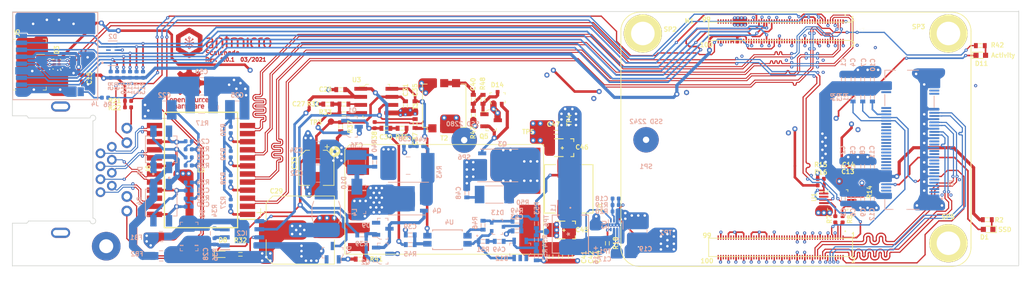
<source format=kicad_pcb>
(kicad_pcb (version 20210722) (generator pcbnew)
  (layers (0 "F.Cu" signal) (1 "In1.Cu" power) (2 "In2.Cu" power) (31 "B.Cu" signal) (34 "B.Paste" user) (35 "F.Paste" user) (36 "B.SilkS" user "B.Silkscreen") (37 "F.SilkS" user "F.Silkscreen") (38 "B.Mask" user) (39 "F.Mask" user) (44 "Edge.Cuts" user))
  (net 0 "")
  (net 1 "/PoE/PAIR12")
  (net 2 "/PoE/PAIR36")
  (net 3 "/PoE/PAIR45")
  (net 4 "GNDD")
  (net 5 "VSS")
  (net 6 "VDD")
  (net 7 "/PoE/CTRL_VDD")
  (net 8 "/PoE/CTRL_REF")
  (net 9 "/PoE/CTRL_OUT")
  (net 10 "/PoE/CTRL_FB")
  (net 11 "Net-(C21-Pad2)")
  (net 12 "GND")
  (net 13 "VCC5V0")
  (net 14 "Net-(C30-Pad1)")
  (net 15 "Net-(C30-Pad2)")
  (net 16 "PCIE_TX_N")
  (net 17 "PCIE_RX_N")
  (net 18 "PCIE_TX_P")
  (net 19 "PCIE_RX_P")
  (net 20 "Net-(D1-Pad2)")
  (net 21 "/PoE/PAIR78")
  (net 22 "Net-(D7-Pad1)")
  (net 23 "Net-(D12-Pad3)")
  (net 24 "Net-(D12-Pad2)")
  (net 25 "/Interfaces/RPi_USB_N")
  (net 26 "/Interfaces/RPi_USB_P")
  (net 27 "Net-(D14-Pad3)")
  (net 28 "/Interfaces/VBus_Slave")
  (net 29 "SD_DAT1")
  (net 30 "SD_DAT0")
  (net 31 "SD_CLK")
  (net 32 "SD_CMD")
  (net 33 "SD_DAT3")
  (net 34 "SD_DAT2")
  (net 35 "Net-(IC2-Pad3)")
  (net 36 "Net-(IC2-Pad2)")
  (net 37 "HDMI0_D2_P")
  (net 38 "HDMI0_D2_N")
  (net 39 "HDMI0_D1_P")
  (net 40 "HDMI0_D1_N")
  (net 41 "HDMI0_CK_P")
  (net 42 "HDMI0_CK_N")
  (net 43 "nEXTRST")
  (net 44 "GLOBAL_EN")
  (net 45 "CAM_GPIO")
  (net 46 "AIN0")
  (net 47 "nPWR_LED")
  (net 48 "AIN1")
  (net 49 "nRPIBOOT")
  (net 50 "RUN_PG")
  (net 51 "BT_nDis")
  (net 52 "VCC1V8")
  (net 53 "WL_nDis")
  (net 54 "SDA0")
  (net 55 "SCL0")
  (net 56 "RESERVED")
  (net 57 "SD_PWR_ON")
  (net 58 "GPIO2")
  (net 59 "GPIO3")
  (net 60 "GPIO4")
  (net 61 "GPIO14")
  (net 62 "GPIO17")
  (net 63 "GPIO15")
  (net 64 "GPIO27")
  (net 65 "GPIO18")
  (net 66 "GPIO22")
  (net 67 "GPIO23")
  (net 68 "GPIO10")
  (net 69 "GPIO24")
  (net 70 "GPIO9")
  (net 71 "GPIO25")
  (net 72 "GPIO11")
  (net 73 "GPIO8")
  (net 74 "ID_SD")
  (net 75 "GPIO7")
  (net 76 "GPIO5")
  (net 77 "ID_SC")
  (net 78 "GPIO6")
  (net 79 "GPIO12")
  (net 80 "GPIO13")
  (net 81 "GPIO16")
  (net 82 "GPIO19")
  (net 83 "GPIO20")
  (net 84 "GPIO26")
  (net 85 "GPIO21")
  (net 86 "EEPROM_nWP")
  (net 87 "SYNC_OUT")
  (net 88 "ETH_LEDG")
  (net 89 "SYNC_IN")
  (net 90 "ETH_LEDY")
  (net 91 "TRD0_P")
  (net 92 "TRD2_P")
  (net 93 "TRD0_N")
  (net 94 "TRD2_N")
  (net 95 "TRD1_N")
  (net 96 "TRD3_N")
  (net 97 "TRD1_P")
  (net 98 "TRD3_P")
  (net 99 "USBOTG_ID")
  (net 100 "PCIE_CLK_nREQ")
  (net 101 "USB2_N")
  (net 102 "USB2_P")
  (net 103 "PSCIE_nRST")
  (net 104 "PCIE_CLK_P")
  (net 105 "TV_OUT")
  (net 106 "PCIE_CLK_N")
  (net 107 "CAM1_D0_N")
  (net 108 "CAM1_D0_P")
  (net 109 "CAM1_D1_N")
  (net 110 "CAM1_D1_P")
  (net 111 "CAM1_C_N")
  (net 112 "CAM0_D0_N")
  (net 113 "CAM1_C_P")
  (net 114 "CAM0_D0_P")
  (net 115 "CAM1_D2_N")
  (net 116 "CAM0_D1_N")
  (net 117 "CAM1_D2_P")
  (net 118 "CAM0_D1_P")
  (net 119 "CAM1_D3_N")
  (net 120 "CAM0_C_N")
  (net 121 "CAM1_D3_P")
  (net 122 "CAM0_C_P")
  (net 123 "HDMI1_HOTPLUG")
  (net 124 "HDMI1_SDA")
  (net 125 "HDMI1_D2_P")
  (net 126 "HDMI1_SCL")
  (net 127 "HDMI1_D2_N")
  (net 128 "HDMI1_CEC")
  (net 129 "HDMI0_CEC")
  (net 130 "HDMI1_D1_P")
  (net 131 "HDMI0_HOTPLUG")
  (net 132 "HDMI1_D1_N")
  (net 133 "DSI0_D0_N")
  (net 134 "HDMI1_D0_P")
  (net 135 "DSI0_D0_P")
  (net 136 "HDMI1_D0_N")
  (net 137 "DSI0_D1_N")
  (net 138 "HDMI1_CK_P")
  (net 139 "DSI0_D1_P")
  (net 140 "HDMI1_CK_N")
  (net 141 "DSI0_C_N")
  (net 142 "DSI0_C_P")
  (net 143 "DSI1_D0_N")
  (net 144 "DSI1_D0_P")
  (net 145 "DSI1_D1_N")
  (net 146 "HDMI0_D0_P")
  (net 147 "DSI1_D1_P")
  (net 148 "HDMI0_D0_N")
  (net 149 "DSI1_C_N")
  (net 150 "DSI1_C_P")
  (net 151 "DSI2_D1_N")
  (net 152 "DSI1_D3_N")
  (net 153 "DSI2_D1_P")
  (net 154 "DSI1_D3_P")
  (net 155 "HDMI0_SDA")
  (net 156 "HDMI0_SCL")
  (net 157 "/PoE/T_ETH_D0_P")
  (net 158 "/PoE/T_ETH_D0_N")
  (net 159 "/PoE/T_ETH_D1_P")
  (net 160 "/PoE/T_ETH_D2_P")
  (net 161 "/PoE/T_ETH_D2_N")
  (net 162 "/PoE/T_ETH_D1_N")
  (net 163 "/PoE/T_ETH_D3_P")
  (net 164 "/PoE/T_ETH_D3_N")
  (net 165 "Net-(J5-Pad4)")
  (net 166 "PCIE_WAKE")
  (net 167 "Net-(Q4-Pad1)")
  (net 168 "Net-(R14-Pad1)")
  (net 169 "Net-(SP1-Pad1)")
  (net 170 "Net-(SP2-Pad1)")
  (net 171 "Net-(SP3-Pad1)")
  (net 172 "Net-(SP5-Pad1)")
  (net 173 "Arty_USB_P")
  (net 174 "Arty_USB_N")
  (net 175 "3V3_SSD")
  (net 176 "Net-(C16-Pad1)")
  (net 177 "Net-(C18-Pad2)")
  (net 178 "Net-(C20-Pad2)")
  (net 179 "Net-(C23-Pad2)")
  (net 180 "Net-(C24-Pad2)")
  (net 181 "Net-(C25-Pad2)")
  (net 182 "Net-(C27-Pad1)")
  (net 183 "Net-(C32-Pad1)")
  (net 184 "Net-(C36-Pad2)")
  (net 185 "Net-(C37-Pad1)")
  (net 186 "Net-(C39-Pad1)")
  (net 187 "Net-(C40-Pad1)")
  (net 188 "Net-(C40-Pad2)")
  (net 189 "Net-(C41-Pad1)")
  (net 190 "Net-(C43-Pad1)")
  (net 191 "Net-(C48-Pad2)")
  (net 192 "Net-(C49-Pad1)")
  (net 193 "Net-(C49-Pad2)")
  (net 194 "Net-(D1-Pad1)")
  (net 195 "Net-(D3-Pad5)")
  (net 196 "Net-(D3-Pad3)")
  (net 197 "Net-(D4-Pad1)")
  (net 198 "Net-(D9-Pad1)")
  (net 199 "Net-(D9-Pad3)")
  (net 200 "Net-(D10-PadA)")
  (net 201 "Net-(D12-Pad1)")
  (net 202 "Net-(D14-Pad2)")
  (net 203 "Net-(J3-Pad58)")
  (net 204 "Net-(J3-Pad56)")
  (net 205 "Net-(J3-Pad48)")
  (net 206 "Net-(J3-Pad46)")
  (net 207 "Net-(J3-Pad44)")
  (net 208 "Net-(J3-Pad42)")
  (net 209 "Net-(J3-Pad40)")
  (net 210 "Net-(J3-Pad38)")
  (net 211 "Net-(J3-Pad37)")
  (net 212 "Net-(J3-Pad36)")
  (net 213 "Net-(J3-Pad35)")
  (net 214 "Net-(J3-Pad34)")
  (net 215 "Net-(J3-Pad32)")
  (net 216 "Net-(J3-Pad31)")
  (net 217 "Net-(J3-Pad30)")
  (net 218 "Net-(J3-Pad29)")
  (net 219 "Net-(J3-Pad28)")
  (net 220 "Net-(J3-Pad26)")
  (net 221 "Net-(J3-Pad25)")
  (net 222 "Net-(J3-Pad24)")
  (net 223 "Net-(J3-Pad23)")
  (net 224 "Net-(J3-Pad22)")
  (net 225 "Net-(J3-Pad20)")
  (net 226 "Net-(J3-Pad19)")
  (net 227 "Net-(J3-Pad17)")
  (net 228 "Net-(J3-Pad13)")
  (net 229 "Net-(J3-Pad69)")
  (net 230 "Net-(J3-Pad68)")
  (net 231 "Net-(J3-Pad67)")
  (net 232 "Net-(J3-Pad11)")
  (net 233 "Net-(J3-Pad8)")
  (net 234 "Net-(J3-Pad7)")
  (net 235 "Net-(J3-Pad6)")
  (net 236 "Net-(J3-Pad5)")
  (net 237 "Net-(J4-Pad9)")
  (net 238 "Net-(J6-Pad10)")
  (net 239 "Net-(J6-Pad12)")
  (net 240 "Net-(J7-Pad19)")
  (net 241 "Net-(J7-Pad21)")
  (net 242 "Net-(J7-Pad64)")
  (net 243 "Net-(J7-Pad68)")
  (net 244 "Net-(J7-Pad70)")
  (net 245 "Net-(J7-Pad72)")
  (net 246 "Net-(J8-Pad4)")
  (net 247 "Net-(J8-Pad6)")
  (net 248 "Net-(L2-Pad1)")
  (net 249 "Net-(L3-Pad1)")
  (net 250 "Net-(L3-Pad4)")
  (net 251 "Net-(L3-Pad7)")
  (net 252 "Net-(L3-Pad10)")
  (net 253 "Net-(R7-Pad2)")
  (net 254 "Net-(R8-Pad2)")
  (net 255 "Net-(R18-Pad2)")
  (net 256 "Net-(R31-Pad1)")
  (net 257 "Net-(R33-Pad1)")
  (net 258 "Net-(R41-Pad2)")
  (net 259 "Net-(R46-Pad2)")
  (net 260 "Net-(R53-Pad2)")
  (net 261 "/PoE/CDB")
  (net 262 "Net-(D8-Pad2)")
  (net 263 "Net-(IC2-Pad7)")
  (net 264 "Net-(SP6-Pad1)")
  (net 265 "Net-(J7-Pad73)")
  (net 266 "Net-(C22-Pad1)")
  (net 267 "Earth")
  (net 268 "Net-(D4-Pad2)")
  (net 269 "Net-(Q3-Pad5)")
  (net 270 "3V3_RPi")
  (net 271 "Net-(D11-Pad2)")
  (footprint "scalenode-footprints:9774030151" (layer "F.Cu") (at 184.051 93.056)
    (fp_text reference "SP5")
    (fp_text value "9774030151")
  )
  (footprint "scalenode-footprints:9774030151" (layer "F.Cu") (at 184.051 60.056)
    (fp_text reference "SP3")
    (fp_text value "9774030151")
  )
  (footprint "scalenode-footprints:9774030151" (layer "F.Cu") (at 136.051 60.056)
    (fp_text reference "SP2")
    (fp_text value "9774030151")
  )
  (footprint "scalenode-footprints:0402-res" (layer "F.Cu") (at 166.331 89.233 90)
    (fp_text reference "R7")
    (fp_text value "R_22R_0402")
  )
  (footprint "scalenode-footprints:0402-res" (layer "F.Cu") (at 164.045 82.883)
    (fp_text reference "R15")
    (fp_text value "R_2k2_0402")
  )
  (footprint "scalenode-footprints:0402-cap" (layer "F.Cu") (at 168.363 82.756 180)
    (fp_text reference "C14")
    (fp_text value "C_1u_0402")
  )
  (footprint "scalenode-footprints:0402-cap" (layer "F.Cu") (at 168.363 83.772 180)
    (fp_text reference "C13")
    (fp_text value "C_100n_0402")
  )
  (footprint "scalenode-footprints:0603-res" (layer "F.Cu") (at 190.201 89.306 180)
    (fp_text reference "R2")
    (fp_text value "R_270R_0603")
  )
  (footprint "scalenode-footprints:USB_Micro_B_Female_0473460001" (layer "F.Cu") (at 38.846 64.908 90)
    (fp_text reference "J5")
    (fp_text value "0473460001")
  )
  (footprint "scalenode-footprints:Testpoint_smd_1mm" (layer "F.Cu") (at 87.122 73.914)
    (fp_text reference "TP3")
    (fp_text value "TP_SMD1MM" hide)
  )
  (footprint "scalenode-footprints:CP_Elec_5x5.8" (layer "F.Cu") (at 84.823998 81.144717 -90)
    (fp_text reference "C33")
    (fp_text value "C_22u_ELEC_25V")
  )
  (footprint "scalenode-footprints:SOIC127P1594X685-24N" (layer "F.Cu") (at 66.702 81.478 180)
    (fp_text reference "L3")
    (fp_text value "H6096NL" hide)
  )
  (footprint "scalenode-footprints:0402-res" (layer "F.Cu") (at 55.245 71.628 180)
    (fp_text reference "R22")
    (fp_text value "R_220R_0402")
  )
  (footprint "scalenode-footprints:0402-res" (layer "F.Cu") (at 55.245 70.612 180)
    (fp_text reference "R21")
    (fp_text value "R_220R_0402")
  )
  (footprint "scalenode-footprints:0603-cap" (layer "F.Cu") (at 122.415998 75.556717 180)
    (fp_text reference "C47")
    (fp_text value "C_1u_0603")
  )
  (footprint "scalenode-footprints:L_DR74" (layer "F.Cu") (at 124.46 84.446717 90)
    (fp_text reference "L5")
    (fp_text value "DR74-R33-R")
  )
  (footprint "scalenode-footprints:Testpoint_smd_1mm" (layer "F.Cu") (at 120.015 75.556717)
    (fp_text reference "TP5")
    (fp_text value "TP_SMD1MM" hide)
  )
  (footprint "scalenode-footprints:Testpoint_smd_1mm" (layer "F.Cu") (at 124.447998 75.556717 -90)
    (fp_text reference "TP4")
    (fp_text value "TP_SMD1MM" hide)
  )
  (footprint "scalenode-footprints:POE300F-24LD" (layer "F.Cu") (at 104.902 86.106 -90)
    (fp_text reference "T2")
    (fp_text value "POE300F-50L")
  )
  (footprint "scalenode-footprints:SOT-323" (layer "F.Cu") (at 113.284 70.104 90)
    (fp_text reference "D14")
    (fp_text value "BAV99W,115")
  )
  (footprint "scalenode-footprints:0603-cap" (layer "F.Cu") (at 88.646 68.834 180)
    (fp_text reference "C26")
    (fp_text value "C_10n_0603")
  )
  (footprint "scalenode-footprints:SOT-23-3" (layer "F.Cu") (at 112.268 73.66)
    (fp_text reference "Q5")
    (fp_text value "MMBT3906,215")
  )
  (footprint "scalenode-footprints:SOIC-8_W3.9mm" (layer "F.Cu") (at 94.234 70.612 -90)
    (fp_text reference "U3")
    (fp_text value "UCC3809D2")
  )
  (footprint "scalenode-footprints:Pulse_P0926NL" (layer "F.Cu") (at 104.902 71.374 90)
    (fp_text reference "T1")
    (fp_text value "P0926NL")
  )
  (footprint "scalenode-footprints:0603-cap" (layer "F.Cu") (at 98.806 71.374 -90)
    (fp_text reference "C31")
    (fp_text value "C_220n_0603_25V")
  )
  (footprint "scalenode-footprints:DF40HC-3.0-100DS-0.4v" (layer "F.Cu") (at 157.74072 59.65768 180)
    (fp_text reference "J7")
    (fp_text value "DF40HC(3.0)-100DS-0.4v")
  )
  (footprint "scalenode-footprints:DF40HC-3.0-100DS-0.4v" (layer "F.Cu") (at 157.74072 93.65768 180)
    (fp_text reference "J8")
    (fp_text value "DF40HC(3.0)-100DS-0.4v")
  )
  (footprint "scalenode-footprints:0402-res" (layer "F.Cu") (at 167.474 89.233 90)
    (fp_text reference "R8")
    (fp_text value "R_22R_0402")
  )
  (footprint "scalenode-footprints:MSOP-10_W3mm" (layer "F.Cu") (at 166.712 86.185 -90)
    (fp_text reference "U1")
    (fp_text value "TS3USB30EDGSR")
  )
  (footprint "scalenode-footprints:0402-res" (layer "F.Cu") (at 170.522 85.042 90)
    (fp_text reference "R14")
    (fp_text value "R_10k_0402")
  )
  (footprint "scalenode-footprints:0603-cap" (layer "F.Cu") (at 124.714 95.123 -90)
    (fp_text reference "C44")
    (fp_text value "C_47u_0603")
  )
  (footprint "scalenode-footprints:0603-cap" (layer "F.Cu") (at 123.19 95.123 -90)
    (fp_text reference "C42")
    (fp_text value "C_47u_0603")
  )
  (footprint "scalenode-footprints:0603-cap" (layer "F.Cu") (at 121.666 95.123 -90)
    (fp_text reference "C41")
    (fp_text value "C_47u_0603")
  )
  (footprint "scalenode-footprints:0603-res" (layer "F.Cu") (at 98.285998 74.921717 180)
    (fp_text reference "R35")
    (fp_text value "R_10k_0603")
  )
  (footprint "scalenode-footprints:0603-res" (layer "F.Cu") (at 130.5306 93.0148 90)
    (fp_text reference "R18")
    (fp_text value "R_100k_0603")
  )
  (footprint "scalenode-footprints:KEMET_B" (layer "F.Cu") (at 124.714 90.923717 180)
    (fp_text reference "C45")
    (fp_text value "C_220u_KEMET_B")
  )
  (footprint "scalenode-footprints:LED_0603" (layer "F.Cu") (at 189.176 63.44)
    (fp_text reference "D11")
    (fp_text value "KP-1608CGCK")
  )
  (footprint "scalenode-footprints:LED_0603" (layer "F.Cu") (at 190.328 90.83 180)
    (fp_text reference "D1")
    (fp_text value "KP-1608CGCK")
  )
  (footprint "scalenode-footprints:LED_0603" (layer "F.Cu") (at 70.104 94.742)
    (fp_text reference "D8")
    (fp_text value "KP-1608CGCK")
  )
  (footprint "scalenode-footprints:0603-res" (layer "F.Cu") (at 189.103 61.916)
    (fp_text reference "R42")
    (fp_text value "R_1k_0603")
  )
  (footprint "scalenode-footprints:0603-res" (layer "F.Cu") (at 72.898 94.742)
    (fp_text reference "R32")
    (fp_text value "R_10k_0603")
  )
  (footprint "scalenode-footprints:CP_Elec_10x10.5" (layer "F.Cu") (at 82.296 90.932)
    (fp_text reference "C29")
    (fp_text value "C_47u_ELEC_100V")
  )
  (footprint "scalenode-footprints:compute-module-4-1.5mm" (layer "F.Cu") (at 154.571 56.086)
    (fp_text reference "M1")
    (fp_text value "compute-module-4-1.5mm")
  )
  (footprint "scalenode-footprints:0603-res" (layer "F.Cu") (at 110.998 70.358 90)
    (fp_text reference "R48")
    (fp_text value "R_49R9_0603")
  )
  (footprint "scalenode-footprints:0402-cap" (layer "F.Cu") (at 48.006 67.047717 -90)
    (fp_text reference "C15")
    (fp_text value "C_1u_0402")
  )
  (footprint "scalenode-footprints:mounting-hole-2.2mm" (layer "F.Cu") (at 51.816 93.472)
    (fp_text reference "MP1" hide)
    (fp_text value "PCB_Mount_Hole_2.2_4.5")
  )
  (footprint "scalenode-footprints:SS-74800-144" (layer "F.Cu") (at 57.8 81.354 -90)
    (fp_text reference "J6")
    (fp_text value "SS-74800-144")
  )
  (footprint "scalenode-footprints:antmicro-logo_scaled_15mm" (layer "F.Cu") (at 70.716 61.546)
    (fp_text reference "N1" hide)
    (fp_text value "antmicro_logo" hide)
  )
  (footprint "scalenode-footprints:0603-res" (layer "F.Cu") (at 89.154 71.12 180)
    (fp_text reference "R31")
    (fp_text value "R_10k7_0603")
  )
  (footprint "scalenode-footprints:0603-cap" (layer "F.Cu") (at 100.33 74.168 90)
    (fp_text reference "C37")
    (fp_text value "C_470n_0603")
  )
  (footprint "scalenode-footprints:0603-res" (layer "F.Cu") (at 109.474 72.898 -90)
    (fp_text reference "R47")
    (fp_text value "R_10k_0603")
  )
  (footprint "scalenode-footprints:0603-cap" (layer "F.Cu") (at 109.474 70.358 90)
    (fp_text reference "C40")
    (fp_text value "C_470n_0603")
  )
  (footprint "scalenode-footprints:0603-cap" (layer "F.Cu") (at 100.33 71.374 -90)
    (fp_text reference "C35")
    (fp_text value "C_1u_0603")
  )
  (footprint "scalenode-footprints:0402-res" (layer "F.Cu") (at 164.045 83.899)
    (fp_text reference "R16")
    (fp_text value "R_2k2_0402")
  )
  (footprint "scalenode-footprints:0603-cap" (layer "F.Cu") (at 95.745998 74.921717)
    (fp_text reference "C30")
    (fp_text value "C_100n_0603")
  )
  (footprint "scalenode-footprints:oshw-logo" (layer "F.Cu") (at 64.841 68.621)
    (fp_text reference "N3" hide)
    (fp_text value "oshw_logo" hide)
  )
  (footprint "scalenode-footprints:0603-cap" (layer "F.Cu") (at 86.614 71.12 180)
    (fp_text reference "C27")
    (fp_text value "C_270p_0603")
  )
  (footprint "scalenode-footprints:0603-res" (layer "F.Cu") (at 89.154 72.644 180)
    (fp_text reference "R33")
    (fp_text value "R_4k64_0603")
  )
  (footprint "scalenode-footprints:0603-res" (layer "F.Cu") (at 88.646 74.676 90)
    (fp_text reference "R37")
    (fp_text value "R_30k1_0603")
  )
  (footprint "scalenode-footprints:0402-res" (layer "F.Cu") (at 93.98 74.422 -90)
    (fp_text reference "R38")
    (fp_text value "R_4k99_0402")
  )
  (footprint "scalenode-footprints:KEMET_B" (layer "F.Cu") (at 124.447998 77.969717 180)
    (fp_text reference "C46")
    (fp_text value "C_220u_KEMET_B")
  )
  (footprint "scalenode-footprints:UFDFN-6_1.45x1mm" (layer "F.Cu") (at 44.0436 64.8208 -90)
    (fp_text reference "D3")
    (fp_text value "TPD4S012DRYR")
  )
  (footprint "scalenode-footprints:0603-res" (layer "F.Cu") (at 91.694 95.504)
    (fp_text reference "R41")
    (fp_text value "R_20R_0603")
  )
  (footprint "scalenode-footprints:QFN-8_2x1mm" (layer "B.Cu") (at 131.826 90.17 -90)
    (fp_text reference "U2")
    (fp_text value "TPS62823DLCT")
  )
  (footprint "scalenode-footprints:0402-res" (layer "B.Cu") (at 57.5945 66.4845 90)
    (fp_text reference "R13")
    (fp_text value "R_10k_0402")
  )
  (footprint "scalenode-footprints:0402-res" (layer "B.Cu") (at 56.5785 66.4845 90)
    (fp_text reference "R12")
    (fp_text value "R_10k_0402")
  )
  (footprint "scalenode-footprints:0402-res" (layer "B.Cu") (at 55.5625 66.4845 90)
    (fp_text reference "R11")
    (fp_text value "R_10k_0402")
  )
  (footprint "scalenode-footprints:0402-res" (layer "B.Cu") (at 54.5465 66.4845 90)
    (fp_text reference "R10")
    (fp_text value "R_10k_0402")
  )
  (footprint "scalenode-footprints:0402-res" (layer "B.Cu") (at 53.5305 66.4845 90)
    (fp_text reference "R9")
    (fp_text value "R_10k_0402")
  )
  (footprint "scalenode-footprints:0402-res" (layer "B.Cu") (at 52.5145 66.4845 90)
    (fp_text reference "R5")
    (fp_text value "R_10k_0402")
  )
  (footprint "scalenode-footprints:MicroSD_1140084168" (layer "B.Cu") (at 43.8055 63.4905 90)
    (fp_text reference "J4")
    (fp_text value "1140084168")
  )
  (footprint "scalenode-footprints:0603-res" (layer "B.Cu") (at 169.109 70.002 -90)
    (fp_text reference "R4")
    (fp_text value "R_10k_0603")
  )
  (footprint "scalenode-footprints:0603-res" (layer "B.Cu") (at 172.157 70.002 -90)
    (fp_text reference "R1")
    (fp_text value "R_10k_0603")
  )
  (footprint "scalenode-footprints:0603-cap" (layer "B.Cu") (at 170.633 67.208 90)
    (fp_text reference "C7")
    (fp_text value "C_100n_0603")
  )
  (footprint "scalenode-footprints:0603-cap" (layer "B.Cu") (at 167.585 80.924 90)
    (fp_text reference "C2")
    (fp_text value "C_10u_0603")
  )
  (footprint "scalenode-footprints:0603-res" (layer "B.Cu") (at 170.633 70.002 -90)
    (fp_text reference "R3")
    (fp_text value "R_10k_0603")
  )
  (footprint "scalenode-footprints:0603-cap" (layer "B.Cu") (at 172.157 86.004 -90)
    (fp_text reference "C12")
    (fp_text value "C_1n_0603")
  )
  (footprint "scalenode-footprints:0603-cap" (layer "B.Cu") (at 170.633 80.924 90)
    (fp_text reference "C8")
    (fp_text value "C_100n_0603")
  )
  (footprint "scalenode-footprints:0603-cap" (layer "B.Cu") (at 169.109 80.924 90)
    (fp_text reference "C5")
    (fp_text value "C_1u_0603")
  )
  (footprint "scalenode-footprints:1-2199230-6" (layer "B.Cu") (at 176.602 76.733 90)
    (fp_text reference "J3")
    (fp_text value "1-2199230-6")
  )
  (footprint "scalenode-footprints:0603-cap" (layer "B.Cu") (at 172.157 80.924 90)
    (fp_text reference "C11")
    (fp_text value "C_1n_0603")
  )
  (footprint "scalenode-footprints:0603-cap" (layer "B.Cu") (at 167.585 86.004 -90)
    (fp_text reference "C3")
    (fp_text value "C_10u_0603")
  )
  (footprint "scalenode-footprints:0603-cap" (layer "B.Cu") (at 172.157 67.208 90)
    (fp_text reference "C10")
    (fp_text value "C_1n_0603")
  )
  (footprint "scalenode-footprints:Testpoint_smd_1mm" (layer "B.Cu") (at 137.795 91.44 180)
    (fp_text reference "TP2")
    (fp_text value "TP_SMD1MM" hide)
  )
  (footprint "scalenode-footprints:SOT-23-3" (layer "B.Cu") (at 87.376 94.488 90)
    (fp_text reference "D7")
    (fp_text value "BAS16E6327HTSA1")
  )
  (footprint "scalenode-footprints:L_6.3x4.5" (layer "B.Cu") (at 86.36 88.138 90)
    (fp_text reference "L4")
    (fp_text value "DO1608C-332MLB")
  )
  (footprint "scalenode-footprints:1210-cap" (layer "B.Cu") (at 85.09 78.359 180)
    (fp_text reference "C34")
    (fp_text value "C_1u_1210_100V")
  )
  (footprint "scalenode-footprints:0805-res" (layer "B.Cu") (at 60.452 94.996)
    (fp_text reference "FB2")
    (fp_text value "BLM21PG221SN1D")
  )
  (footprint "scalenode-footprints:0805-res" (layer "B.Cu") (at 60.452 91.948)
    (fp_text reference "FB1")
    (fp_text value "BLM21PG221SN1D")
  )
  (footprint "scalenode-footprints:1210-cap" (layer "B.Cu") (at 72.39 72.009 180)
    (fp_text reference "C25")
    (fp_text value "C_1n_1210_2kV")
  )
  (footprint "scalenode-footprints:0402-cap" (layer "B.Cu") (at 64.77 79.502)
    (fp_text reference "C23")
    (fp_text value "C_10n_0402")
  )
  (footprint "scalenode-footprints:1210-cap" (layer "B.Cu") (at 60.96 72.009 180)
    (fp_text reference "C22")
    (fp_text value "C_1n_1210_2kV")
  )
  (footprint "scalenode-footprints:0402-cap" (layer "B.Cu") (at 64.77 84.709)
    (fp_text reference "C21")
    (fp_text value "C_10n_0402")
  )
  (footprint "scalenode-footprints:0402-res" (layer "B.Cu") (at 68.834 92.71 90)
    (fp_text reference "R36")
    (fp_text value "R_24k9_0402")
  )
  (footprint "scalenode-footprints:0402-res" (layer "B.Cu") (at 68.834 90.17 90)
    (fp_text reference "R34")
    (fp_text value "R_63R4_0402")
  )
  (footprint "scalenode-footprints:0402-res" (layer "B.Cu") (at 71.374 75.184 -90)
    (fp_text reference "R30")
    (fp_text value "R_75R_0402")
  )
  (footprint "scalenode-footprints:0402-res" (layer "B.Cu") (at 71.374 78.994 -90)
    (fp_text reference "R29")
    (fp_text value "R_75R_0402")
  )
  (footprint "scalenode-footprints:0402-res" (layer "B.Cu") (at 71.374 86.614 -90)
    (fp_text reference "R27")
    (fp_text value "R_75R_0402")
  )
  (footprint "scalenode-footprints:0402-res" (layer "B.Cu") (at 64.77 78.232)
    (fp_text reference "R26")
    (fp_text value "R_75R_0402")
  )
  (footprint "scalenode-footprints:0402-res" (layer "B.Cu") (at 64.77 80.772)
    (fp_text reference "R25")
    (fp_text value "R_75R_0402")
  )
  (footprint "scalenode-footprints:0402-res" (layer "B.Cu") (at 64.77 83.439)
    (fp_text reference "R24")
    (fp_text value "R_75R_0402")
  )
  (footprint "scalenode-footprints:0402-res" (layer "B.Cu") (at 64.77 85.979)
    (fp_text reference "R23")
    (fp_text value "R_75R_0402")
  )
  (footprint "scalenode-footprints:0805-cap" (layer "B.Cu") (at 67.3735 91.44 90)
    (fp_text reference "C28")
    (fp_text value "C_100n_0805_100V")
  )
  (footprint "scalenode-footprints:0402-cap" (layer "B.Cu") (at 64.77 76.962)
    (fp_text reference "C24")
    (fp_text value "C_10n_0402")
  )
  (footprint "scalenode-footprints:SOT-323" (layer "B.Cu") (at 113.284 90.424)
    (fp_text reference "D13")
    (fp_text value "BAV99W,115")
  )
  (footprint "scalenode-footprints:SOT-23-5" (layer "B.Cu") (at 116.84 93.98 180)
    (fp_text reference "D12")
    (fp_text value "TLV431ACDBVR")
  )
  (footprint "scalenode-footprints:SOT-23-3" (layer "B.Cu") (at 95.25 90.7288)
    (fp_text reference "D9")
    (fp_text value "BAS16E6327HTSA1")
  )
  (footprint "scalenode-footprints:0603-res" (layer "B.Cu") (at 113.538 92.71 180)
    (fp_text reference "C49")
    (fp_text value "C_1n2_0603")
  )
  (footprint "scalenode-footprints:0603-cap" (layer "B.Cu") (at 108.458 85.09 -90)
    (fp_text reference "C48")
    (fp_text value "C_1n_0603")
  )
  (footprint "scalenode-footprints:0603-res" (layer "B.Cu") (at 119.38 92.456 -90)
    (fp_text reference "R54")
    (fp_text value "R_41k2_0603")
  )
  (footprint "scalenode-footprints:0603-res" (layer "B.Cu") (at 119.38 94.996 -90)
    (fp_text reference "R52")
    (fp_text value "R_13k3_0603")
  )
  (footprint "scalenode-footprints:0603-res" (layer "B.Cu") (at 110.998 92.71)
    (fp_text reference "R51")
    (fp_text value "R_41k2_0603")
  )
  (footprint "scalenode-footprints:2010-res" (layer "B.Cu") (at 112.776 85.344 180)
    (fp_text reference "R50")
    (fp_text value "R_10R_2010")
  )
  (footprint "scalenode-footprints:0603-res" (layer "B.Cu") (at 116.332 89.535)
    (fp_text reference "R49")
    (fp_text value "R_10k_0603")
  )
  (footprint "scalenode-footprints:0603-res" (layer "B.Cu") (at 110.998 90.17 -90)
    (fp_text reference "R46")
    (fp_text value "R_1k_0603")
  )
  (footprint "scalenode-footprints:0603-res" (layer "B.Cu") (at 99.568 93.218)
    (fp_text reference "R45")
    (fp_text value "R_1k_0603")
  )
  (footprint "scalenode-footprints:2512" (layer "B.Cu") (at 103.378 82.804 180)
    (fp_text reference "R43")
    (fp_text value "R_R33_2512")
  )
  (footprint "scalenode-footprints:0603-res" (layer "B.Cu") (at 93.98 80.264 -90)
    (fp_text reference "R40")
    (fp_text value "R_15k_0603")
  )
  (footprint "scalenode-footprints:0603-res" (layer "B.Cu") (at 91.948 91.694)
    (fp_text reference "R39")
    (fp_text value "R_24R9_0603")
  )
  (footprint "scalenode-footprints:PowerPAK_SO-8_Single" (layer "B.Cu") (at 99.06 85.979 180)
    (fp_text reference "Q4")
    (fp_text value "SI7450DP-T1-GE3")
  )
  (footprint "scalenode-footprints:SOT-23-3" (layer "B.Cu") (at 95.25 94.6404)
    (fp_text reference "Q2")
    (fp_text value "MMBT3906,215")
  )
  (footprint "scalenode-footprints:TCMT1107" (layer "B.Cu") (at 105.41 92.456 180)
    (fp_text reference "U4")
    (fp_text value "TCMT1107")
  )
  (footprint "scalenode-footprints:Testpoint_smd_1mm" (layer "B.Cu") (at 120.904 91.1352)
    (fp_text reference "TP6")
    (fp_text value "TP_SMD1MM" hide)
  )
  (footprint "scalenode-footprints:0603-cap" (layer "B.Cu") (at 116.332 91.059 180)
    (fp_text reference "C43")
    (fp_text value "C_1u_0603")
  )
  (footprint "scalenode-footprints:0603-cap" (layer "B.Cu") (at 99.568 91.694 180)
    (fp_text reference "C39")
    (fp_text value "C_82n_0603")
  )
  (footprint "scalenode-footprints:0402-cap" (layer "B.Cu") (at 99.06 77.724 180)
    (fp_text reference "C38")
    (fp_text value "C_100p_0402")
  )
  (footprint "scalenode-footprints:1210-cap" (layer "B.Cu") (at 91.186 80.264 -90)
    (fp_text reference "C36")
    (fp_text value "C_1u_1210_100V")
  )
  (footprint "scalenode-footprints:1210-cap" (layer "B.Cu") (at 85.09 82.042 180)
    (fp_text reference "C32")
    (fp_text value "C_1u_1210_100V")
  )
  (footprint "scalenode-footprints:0402-res" (layer "B.Cu") (at 131.826 85.979 180)
    (fp_text reference "C18")
    (fp_text value "C_120p_0402")
  )
  (footprint "scalenode-footprints:0402-res" (layer "B.Cu") (at 131.826 88.011)
    (fp_text reference "R20")
    (fp_text value "R_100k_0402")
  )
  (footprint "scalenode-footprints:Testpoint_smd_1mm" (layer "B.Cu") (at 130.175 92.6084)
    (fp_text reference "TP1")
    (fp_text value "TP_SMD1MM" hide)
  )
  (footprint "scalenode-footprints:DO-214AC" (layer "B.Cu") (at 64.8335 91.948 90)
    (fp_text reference "D6")
    (fp_text value "SMAJ58A-13-F")
  )
  (footprint "scalenode-footprints:DO-214AC" (layer "B.Cu") (at 91.186 86.106 -90)
    (fp_text reference "D10")
    (fp_text value "MURA120T3G")
  )
  (footprint "scalenode-footprints:SON50P350X135X55-14N" (layer "B.Cu") (at 52.832 63.119)
    (fp_text reference "D2")
    (fp_text value "SP3011-06UTG")
  )
  (footprint "scalenode-footprints:KEMET_A" (layer "B.Cu") (at 128.651 92.583 90)
    (fp_text reference "C16")
    (fp_text value "C_22u_KEMET_A")
  )
  (footprint "scalenode-footprints:IHLP2020BZER4R7M01" (layer "B.Cu") (at 124.714 91.567 -90)
    (fp_text reference "L1")
    (fp_text value "IHLP2020BZER4R7M01" hide)
  )
  (footprint "scalenode-footprints:1210-cap" (layer "B.Cu") (at 66.802 68.326 180)
    (fp_text reference "C50")
    (fp_text value "C_1n_1210_2kV")
  )
  (footprint "scalenode-footprints:1206-res" (layer "B.Cu") (at 66.802 71.628)
    (fp_text reference "R17")
    (fp_text value "R_0R_1206")
  )
  (footprint "scalenode-footprints:PowerPAK_SO-8_Single" (layer "B.Cu") (at 113.538 80.772)
    (fp_text reference "Q3")
    (fp_text value "SI7848BDP-T1-E3")
  )
  (footprint "scalenode-footprints:SOT-23-3" (layer "B.Cu") (at 90.424 74.676)
    (fp_text reference "Q1")
    (fp_text value "MMBT3906,215")
  )
  (footprint "scalenode-footprints:MB10S" (layer "B.Cu") (at 60.452 78.232 90)
    (fp_text reference "D5")
    (fp_text value "MB10S")
  )
  (footprint "scalenode-footprints:MB10S" (layer "B.Cu") (at 60.452 86.614 -90)
    (fp_text reference "D4")
    (fp_text value "MB10S")
  )
  (footprint "scalenode-footprints:0402-cap" (layer "B.Cu") (at 64.77 87.249)
    (fp_text reference "C20")
    (fp_text value "C_10n_0402")
  )
  (footprint "scalenode-footprints:0402-res" (layer "B.Cu") (at 71.374 82.804 -90)
    (fp_text reference "R28")
    (fp_text value "R_75R_0402")
  )
  (footprint "scalenode-footprints:97730256332R" (layer "B.Cu") (at 136.602 76.733)
    (fp_text reference "SP1")
    (fp_text value "97730256332R")
  )
  (footprint "scalenode-footprints:97730256332R" (layer "B.Cu") (at 108.039 76.781)
    (fp_text reference "SP6")
    (fp_text value "97730256332R")
  )
  (footprint "scalenode-footprints:0402-res" (layer "B.Cu") (at 131.826 86.995 180)
    (fp_text reference "R19")
    (fp_text value "R_453k_0402")
  )
  (footprint "scalenode-footprints:0402-res" (layer "B.Cu") (at 101.092 77.724 180)
    (fp_text reference "R44")
    (fp_text value "R_1k_0402")
  )
  (footprint "scalenode-footprints:0603-res" (layer "B.Cu") (at 119.38 89.916 -90)
    (fp_text reference "R53")
    (fp_text value "R_49R9_0603")
  )
  (footprint "scalenode-footprints:SOIC127P600X170-9N" (layer "B.Cu") (at 73.152 91.44)
    (fp_text reference "IC2")
    (fp_text value "TPS2378DDA" hide)
  )
  (footprint "scalenode-footprints:0402-res" (layer "B.Cu") (at 51.6255 70.104 180)
    (fp_text reference "R6")
    (fp_text value "R_330R_0402")
  )
  (footprint "scalenode-footprints:0603-cap" (layer "B.Cu") (at 132.08 92.6084)
    (fp_text reference "C17")
    (fp_text value "C_4u7_0603")
  )
  (footprint "scalenode-footprints:IHLP-1212AE" (layer "B.Cu") (at 133.096 94.996)
    (fp_text reference "L2" hide)
    (fp_text value "IHLP1212AEERR47M11" hide)
  )
  (footprint "scalenode-footprints:0603-cap" (layer "B.Cu") (at 167.585 67.208 90)
    (fp_text reference "C1")
    (fp_text value "C_10u_0603")
  )
  (footprint "scalenode-footprints:0603-cap" (layer "B.Cu") (at 169.109 67.208 90)
    (fp_text reference "C4")
    (fp_text value "C_1u_0603")
  )
  (footprint "scalenode-footprints:0603-cap" (layer "B.Cu") (at 170.633 86.004 -90)
    (fp_text reference "C9")
    (fp_text value "C_100n_0603")
  )
  (footprint "scalenode-footprints:0603-cap" (layer "B.Cu") (at 169.109 86.004 -90)
    (fp_text reference "C6")
    (fp_text value "C_1u_0603")
  )
  (footprint "scalenode-footprints:1210-cap" (layer "B.Cu") (at 135.382 91.059 90)
    (fp_text reference "C19")
    (fp_text value "C_22u_1210")
  )
  (gr_line (start 37.084 96.556) (end 195.141 96.556) (layer "Edge.Cuts") (width 0.1))
  (gr_line (start 37.084 56.556) (end 195.141 56.556) (layer "Edge.Cuts") (width 0.1))
  (gr_line (start 37.084 72.954) (end 39.2 72.954) (layer "Edge.Cuts") (width 0.1))
  (gr_arc (start 39.2 73.304) (end 39.55 73.304) (angle -90) (layer "Edge.Cuts") (width 0.1))
  (gr_line (start 39.55 73.304) (end 49.275 73.304) (layer "Edge.Cuts") (width 0.1))
  (gr_arc (start 49.725 73.304) (end 49.725 73.754) (angle -270) (layer "Edge.Cuts") (width 0.1))
  (gr_line (start 49.725 73.754) (end 49.725 89.054) (layer "Edge.Cuts") (width 0.1))
  (gr_arc (start 49.725 89.504) (end 49.275 89.504) (angle -270) (layer "Edge.Cuts") (width 0.1))
  (gr_line (start 49.275 89.504) (end 39.575 89.504) (layer "Edge.Cuts") (width 0.1))
  (gr_arc (start 39.221447 89.504) (end 39.271447 89.854) (angle -81.86989765) (layer "Edge.Cuts") (width 0.1))
  (gr_line (start 39.271447 89.854) (end 37.084 89.854) (layer "Edge.Cuts") (width 0.1))
  (gr_line (start 37.084 56.604) (end 37.084 72.954) (layer "Edge.Cuts") (width 0.1))
  (gr_line (start 195.141 56.446) (end 195.141 96.446) (layer "Edge.Cuts") (width 0.1))
  (gr_line (start 37.084 96.604) (end 37.084 89.854) (layer "Edge.Cuts") (width 0.1))
  (gr_text "Scalenode" (at 70.066 63.021) (layer "F.Cu") (effects (font (size 0.7 0.7))))
  (gr_text "Rev. 1.0.1  03/2021" (at 72.161 64.112) (layer "F.Cu") (effects (font (size 0.6 0.6))))
  (gr_text "SSD 2280\n\n" (at 107.823 74.803) (layer "B.SilkS") (effects (font (size 0.7 0.7)) (justify mirror)))
  (gr_text "SSD 2242\n" (at 136.613 73.866) (layer "B.SilkS") (effects (font (size 0.7 0.7)) (justify mirror)))
  (gr_text "SSD\n" (at 192.961 90.851) (layer "F.SilkS") (effects (font (size 0.7 0.7))))
  (gr_text "Activity" (at 192.69 63.436) (layer "F.SilkS") (effects (font (size 0.7 0.7))))
  (segment (start 62.865 87.249) (end 61.651 88.463) (width 0.4) (layer "F.Cu") (net 1))
  (segment (start 61.651 88.463) (end 59.402 88.463) (width 0.4) (layer "F.Cu") (net 1))
  (via (at 62.865 87.249) (size 0.8) (drill 0.4) (layers "F.Cu" "B.Cu") (net 1))
  (segment (start 61.677 89.464) (end 61.677 88.437) (width 0.4) (layer "B.Cu") (net 1))
  (segment (start 64.285 87.249) (end 63.5 87.249) (width 0.4) (layer "B.Cu") (net 1))
  (segment (start 63.5 87.249) (end 62.865 87.249) (width 0.4) (layer "B.Cu") (net 1))
  (segment (start 61.677 88.437) (end 62.865 87.249) (width 0.4) (layer "B.Cu") (net 1))
  (segment (start 63.5 87.249) (end 63.119 87.249) (width 0.4) (layer "B.Cu") (net 1))
  (segment (start 59.402 84.653) (end 62.809 84.653) (width 0.4) (layer "F.Cu") (net 2))
  (segment (start 62.809 84.653) (end 62.865 84.709) (width 0.4) (layer "F.Cu") (net 2))
  (via (at 62.865 84.709) (size 0.8) (drill 0.4) (layers "F.Cu" "B.Cu") (net 2))
  (segment (start 62.23 85.979) (end 62.865 85.344) (width 0.4) (layer "B.Cu") (net 2))
  (segment (start 63.373 84.709) (end 62.865 84.709) (width 0.4) (layer "B.Cu") (net 2))
  (segment (start 61.722 85.979) (end 62.23 85.979) (width 0.4) (layer "B.Cu") (net 2))
  (segment (start 63.373 84.709) (end 64.285 84.709) (width 0.4) (layer "B.Cu") (net 2))
  (segment (start 59.227 88.474) (end 61.722 85.979) (width 0.4) (layer "B.Cu") (net 2))
  (segment (start 59.227 89.464) (end 59.227 88.474) (width 0.4) (layer "B.Cu") (net 2))
  (segment (start 63.119 84.709) (end 63.373 84.709) (width 0.4) (layer "B.Cu") (net 2))
  (segment (start 62.865 85.344) (end 62.865 84.709) (width 0.4) (layer "B.Cu") (net 2))
  (segment (start 62.032 80.843) (end 62.738 80.137) (width 0.4) (layer "F.Cu") (net 3))
  (segment (start 62.865 80.01) (end 62.865 78.232) (width 0.4) (layer "F.Cu") (net 3))
  (segment (start 62.738 80.137) (end 62.865 80.01) (width 0.4) (layer "F.Cu") (net 3))
  (segment (start 59.402 80.843) (end 62.032 80.843) (width 0.4) (layer "F.Cu") (net 3))
  (via (at 62.865 78.232) (size 0.8) (drill 0.4) (layers "F.Cu" "B.Cu") (net 3))
  (segment (start 59.227 76.626) (end 60.833 78.232) (width 0.4) (layer "B.Cu") (net 3))
  (segment (start 60.833 78.232) (end 62.992 78.232) (width 0.4) (layer "B.Cu") (net 3))
  (segment (start 64.262 79.502) (end 64.285 79.502) (width 0.4) (layer "B.Cu") (net 3))
  (segment (start 62.992 78.232) (end 64.262 79.502) (width 0.4) (layer "B.Cu") (net 3))
  (segment (start 59.227 75.382) (end 59.227 76.626) (width 0.4) (layer "B.Cu") (net 3))
  (segment (start 86.741 68.834) (end 87.946 68.834) (width 0.5) (layer "F.Cu") (net 4))
  (segment (start 84.836 71.12) (end 85.914 71.12) (width 0.5) (layer "F.Cu") (net 4))
  (segment (start 85.09 88.773) (end 85.344 89.027) (width 0.254) (layer "F.Cu") (net 4))
  (segment (start 77.724 88.773) (end 85.09 88.773) (width 0.254) (layer "F.Cu") (net 4))
  (via (at 98.031998 72.127717) (size 0.5) (drill 0.2) (layers "F.Cu" "B.Cu") (net 4))
  (via (at 98.031998 72.8345) (size 0.5) (drill 0.2) (layers "F.Cu" "B.Cu") (net 4))
  (via (at 98.806 72.762717) (size 0.5) (drill 0.2) (layers "F.Cu" "B.Cu") (net 4))
  (via (at 100.33 72.644) (size 0.5) (drill 0.2) (layers "F.Cu" "B.Cu") (net 4))
  (via (at 99.568 72.0725) (size 0.5) (drill 0.2) (layers "F.Cu" "B.Cu") (net 4))
  (via (at 87.63 89.027) (size 0.8) (drill 0.4) (layers "F.Cu" "B.Cu") (net 4))
  (via (at 101.346 68.707) (size 0.8) (drill 0.4) (layers "F.Cu" "B.Cu") (net 4))
  (via (at 101.346 67.818) (size 0.8) (drill 0.4) (layers "F.Cu" "B.Cu") (net 4))
  (via (at 101.981 69.342) (size 0.8) (drill 0.4) (layers "F.Cu" "B.Cu") (net 4))
  (via (at 86.487 89.027) (size 0.8) (drill 0.4) (layers "F.Cu" "B.Cu") (net 4))
  (via (at 85.344 89.027) (size 0.8) (drill 0.4) (layers "F.Cu" "B.Cu") (net 4))
  (via (at 83.439 84.201) (size 0.8) (drill 0.4) (layers "F.Cu" "B.Cu") (net 4))
  (via (at 83.693 85.217) (size 0.8) (drill 0.4) (layers "F.Cu" "B.Cu") (net 4))
  (via (at 82.4865 94.234) (size 0.8) (drill 0.4) (layers "F.Cu" "B.Cu") (net 4))
  (via (at 85.598 94.234) (size 0.8) (drill 0.4) (layers "F.Cu" "B.Cu") (net 4))
  (via (at 84.836 95.758) (size 0.8) (drill 0.4) (layers "F.Cu" "B.Cu") (net 4))
  (via (at 84.0105 95.758) (size 0.8) (drill 0.4) (layers "F.Cu" "B.Cu") (net 4))
  (via (at 83.185 95.758) (size 0.8) (drill 0.4) (layers "F.Cu" "B.Cu") (net 4))
  (via (at 82.4865 95.0595) (size 0.8) (drill 0.4) (layers "F.Cu" "B.Cu") (net 4))
  (via (at 82.4865 93.4085) (size 0.8) (drill 0.4) (layers "F.Cu" "B.Cu") (net 4))
  (via (at 83.947 76.454) (size 0.8) (drill 0.4) (layers "F.Cu" "B.Cu") (net 4))
  (via (at 83.1215 76.454) (size 0.8) (drill 0.4) (layers "F.Cu" "B.Cu") (net 4))
  (via (at 83.5025 75.692) (size 0.8) (drill 0.4) (layers "F.Cu" "B.Cu") (net 4))
  (via (at 98.806 90.932) (size 0.8) (drill 0.4) (layers "F.Cu" "B.Cu") (net 4))
  (via (at 98.679 78.74) (size 0.8) (drill 0.4) (layers "F.Cu" "B.Cu") (net 4))
  (via (at 96.901 78.232) (size 0.8) (drill 0.4) (layers "F.Cu" "B.Cu") (net 4))
  (via (at 96.139 78.232) (size 0.8) (drill 0.4) (layers "F.Cu" "B.Cu") (net 4))
  (via (at 95.377 78.232) (size 0.8) (drill 0.4) (layers "F.Cu" "B.Cu") (net 4))
  (via (at 86.741 68.834) (size 0.8) (drill 0.4) (layers "F.Cu" "B.Cu") (net 4))
  (via (at 84.836 71.12) (size 0.8) (drill 0.4) (layers "F.Cu" "B.Cu") (net 4))
  (via (at 91.567 75.692) (size 0.8) (drill 0.4) (layers "F.Cu" "B.Cu") (net 4))
  (via (at 97.5614 94.6404) (size 0.8) (drill 0.4) (layers "F.Cu" "B.Cu") (net 4))
  (via (at 77.724 88.773) (size 0.5) (drill 0.2) (layers "F.Cu" "B.Cu") (net 4))
  (segment (start 98.575 78.636) (end 98.679 78.74) (width 0.5) (layer "B.Cu") (net 4))
  (segment (start 98.868 91.694) (end 98.868 90.994) (width 0.5) (layer "B.Cu") (net 4))
  (segment (start 96.4524 94.6404) (end 97.5614 94.6404) (width 0.5) (layer "B.Cu") (net 4))
  (segment (start 91.567 75.692) (end 91.567 75.057) (width 0.75) (layer "B.Cu") (net 4))
  (segment (start 91.567 75.057) (end 91.567 74.769) (width 0.5) (layer "B.Cu") (net 4))
  (segment (start 76.835 89.535) (end 77.597 88.773) (width 0.254) (layer "B.Cu") (net 4))
  (segment (start 98.868 90.994) (end 98.806 90.932) (width 0.5) (layer "B.Cu") (net 4))
  (segment (start 98.575 77.724) (end 98.575 78.636) (width 0.5) (layer "B.Cu") (net 4))
  (segment (start 77.597 88.773) (end 77.724 88.773) (width 0.254) (layer "B.Cu") (net 4))
  (segment (start 75.864 89.535) (end 76.835 89.535) (width 0.254) (layer "B.Cu") (net 4))
  (segment (start 91.567 74.769) (end 91.474 74.676) (width 0.5) (layer "B.Cu") (net 4))
  (segment (start 68.834 89.685) (end 67.761 89.685) (width 0.5) (layer "B.Cu") (net 5))
  (segment (start 67.761 89.685) (end 67.056 90.39) (width 0.5) (layer "B.Cu") (net 5))
  (via (at 76.314998 95.749717) (size 0.8) (drill 0.4) (layers "F.Cu" "B.Cu") (net 6))
  (via (at 76.949998 95.178217) (size 0.8) (drill 0.4) (layers "F.Cu" "B.Cu") (net 6))
  (via (at 77.584998 95.749717) (size 0.8) (drill 0.4) (layers "F.Cu" "B.Cu") (net 6))
  (via (at 76.314998 94.606717) (size 0.8) (drill 0.4) (layers "F.Cu" "B.Cu") (net 6))
  (via (at 81.013998 90.288717) (size 0.8) (drill 0.4) (layers "F.Cu" "B.Cu") (net 6))
  (via (at 81.013998 91.558717) (size 0.8) (drill 0.4) (layers "F.Cu" "B.Cu") (net 6))
  (via (at 81.648998 90.923717) (size 0.8) (drill 0.4) (layers "F.Cu" "B.Cu") (net 6))
  (via (at 82.283998 90.288717) (size 0.8) (drill 0.4) (layers "F.Cu" "B.Cu") (net 6))
  (via (at 82.283998 91.558717) (size 0.8) (drill 0.4) (layers "F.Cu" "B.Cu") (net 6))
  (via (at 82.918998 90.923717) (size 0.8) (drill 0.4) (layers "F.Cu" "B.Cu") (net 6))
  (via (at 77.584998 94.606717) (size 0.8) (drill 0.4) (layers "F.Cu" "B.Cu") (net 6))
  (segment (start 69.465281 93.345) (end 69.315281 93.195) (width 0.5) (layer "B.Cu") (net 6))
  (segment (start 69.315281 93.195) (end 68.834 93.195) (width 0.5) (layer "B.Cu") (net 6))
  (segment (start 70.44 93.345) (end 69.465281 93.345) (width 0.5) (layer "B.Cu") (net 6))
  (segment (start 68.834 93.195) (end 68.201715 93.195) (width 0.5) (layer "B.Cu") (net 6))
  (segment (start 96.684 69.977) (end 94.594715 69.977) (width 0.4) (layer "F.Cu") (net 7))
  (segment (start 83.721998 78.944717) (end 84.823998 78.944717) (width 0.4) (layer "F.Cu") (net 7))
  (segment (start 98.109 69.977) (end 96.684 69.977) (width 0.4) (layer "F.Cu") (net 7))
  (segment (start 81.132715 88.138) (end 82.283998 86.986717) (width 0.254) (layer "F.Cu") (net 7))
  (segment (start 73.914 90.932) (end 76.708 88.138) (width 0.254) (layer "F.Cu") (net 7))
  (segment (start 82.283998 86.986717) (end 82.283998 80.382717) (width 0.4) (layer "F.Cu") (net 7))
  (segment (start 73.914 93.218) (end 73.914 90.932) (width 0.254) (layer "F.Cu") (net 7))
  (segment (start 69.354 93.968) (end 69.85 93.472) (width 0.254) (layer "F.Cu") (net 7))
  (segment (start 93.332998 73.085204) (end 92.442202 73.976) (width 0.4) (layer "F.Cu") (net 7))
  (segment (start 92.442202 73.976) (end 88.646 73.976) (width 0.4) (layer "F.Cu") (net 7))
  (segment (start 88.646 73.976) (end 87.2348 73.976) (width 0.4) (layer "F.Cu") (net 7))
  (segment (start 94.594715 69.977) (end 93.332998 71.238717) (width 0.4) (layer "F.Cu") (net 7))
  (segment (start 98.806 70.674) (end 98.109 69.977) (width 0.4) (layer "F.Cu") (net 7))
  (segment (start 69.354 94.742) (end 69.354 93.968) (width 0.254) (layer "F.Cu") (net 7))
  (segment (start 84.823998 76.161202) (end 87.122 73.8632) (width 0.4) (layer "F.Cu") (net 7))
  (segment (start 69.85 93.472) (end 73.66 93.472) (width 0.254) (layer "F.Cu") (net 7))
  (segment (start 76.708 88.138) (end 81.132715 88.138) (width 0.254) (layer "F.Cu") (net 7))
  (segment (start 84.823998 78.944717) (end 84.823998 76.161202) (width 0.4) (layer "F.Cu") (net 7))
  (segment (start 93.332998 71.238717) (end 93.332998 73.085204) (width 0.4) (layer "F.Cu") (net 7))
  (segment (start 87.2348 73.976) (end 87.122 73.8632) (width 0.4) (layer "F.Cu") (net 7))
  (segment (start 73.66 93.472) (end 73.914 93.218) (width 0.254) (layer "F.Cu") (net 7))
  (segment (start 82.283998 80.382717) (end 83.721998 78.944717) (width 0.4) (layer "F.Cu") (net 7))
  (via (at 82.283998 86.986717) (size 0.8) (drill 0.4) (layers "F.Cu" "B.Cu") (net 7))
  (segment (start 89.014998 90.415717) (end 89.014998 89.018717) (width 0.4) (layer "B.Cu") (net 7))
  (segment (start 89.522998 90.923717) (end 89.014998 90.415717) (width 0.4) (layer "B.Cu") (net 7))
  (segment (start 89.522998 92.447717) (end 89.522998 90.923717) (width 0.4) (layer "B.Cu") (net 7))
  (segment (start 88.125998 88.129717) (end 83.426998 88.129717) (width 0.4) (layer "B.Cu") (net 7))
  (segment (start 88.532715 93.438) (end 89.522998 92.447717) (width 0.4) (layer "B.Cu") (net 7))
  (segment (start 82.791998 87.494717) (end 82.283998 86.986717) (width 0.4) (layer "B.Cu") (net 7))
  (segment (start 87.376 93.438) (end 88.532715 93.438) (width 0.4) (layer "B.Cu") (net 7))
  (segment (start 89.014998 89.018717) (end 88.125998 88.129717) (width 0.4) (layer "B.Cu") (net 7))
  (segment (start 83.426998 88.129717) (end 82.791998 87.494717) (width 0.4) (layer "B.Cu") (net 7))
  (segment (start 101.460998 70.730717) (end 101.841998 71.111717) (width 0.254) (layer "F.Cu") (net 8))
  (segment (start 100.33 69.723) (end 99.314 68.707) (width 0.4) (layer "F.Cu") (net 8))
  (segment (start 102.222998 76.572717) (end 101.841998 76.191717) (width 0.4) (layer "F.Cu") (net 8))
  (segment (start 101.333998 74.159717) (end 99.555998 74.159717) (width 0.254) (layer "F.Cu") (net 8))
  (segment (start 100.33 70.674) (end 100.33 69.723) (width 0.4) (layer "F.Cu") (net 8))
  (segment (start 94.075717 74.032717) (end 93.98 73.937) (width 0.4) (layer "F.Cu") (net 8))
  (segment (start 101.460998 70.730717) (end 100.386717 70.730717) (width 0.4) (layer "F.Cu") (net 8))
  (segment (start 99.314 68.707) (end 96.684 68.707) (width 0.4) (layer "F.Cu") (net 8))
  (segment (start 102.222998 90.669717) (end 102.222998 76.572717) (width 0.4) (layer "F.Cu") (net 8))
  (segment (start 99.555998 74.159717) (end 99.428998 74.032717) (width 0.254) (layer "F.Cu") (net 8))
  (segment (start 99.428998 74.032717) (end 94.075717 74.032717) (width 0.254) (layer "F.Cu") (net 8))
  (segment (start 100.386717 70.730717) (end 100.33 70.674) (width 0.4) (layer "F.Cu") (net 8))
  (segment (start 101.841998 71.111717) (end 101.841998 73.651717) (width 0.254) (layer "F.Cu") (net 8))
  (segment (start 101.841998 73.651717) (end 101.333998 74.159717) (width 0.254) (layer "F.Cu") (net 8))
  (via (at 101.841998 76.191717) (size 0.8) (drill 0.4) (layers "F.Cu" "B.Cu") (net 8))
  (via (at 102.222998 90.669717) (size 0.8) (drill 0.4) (layers "F.Cu" "B.Cu") (net 8))
  (via (at 101.460998 70.730717) (size 0.8) (drill 0.4) (layers "F.Cu" "B.Cu") (net 8))
  (segment (start 102.260001 90.70672) (end 102.222998 90.669717) (width 0.4) (layer "B.Cu") (net 8))
  (segment (start 102.260001 91.821) (end 102.260001 90.70672) (width 0.4) (layer "B.Cu") (net 8))
  (segment (start 101.841998 76.191717) (end 101.841998 71.111717) (width 0.4) (layer "B.Cu") (net 8))
  (segment (start 101.841998 71.111717) (end 101.460998 70.730717) (width 0.4) (layer "B.Cu") (net 8))
  (segment (start 94.742 71.882) (end 95.377 71.247) (width 0.4) (layer "F.Cu") (net 9))
  (segment (start 100.33 73.468) (end 95.185 73.468) (width 0.254) (layer "F.Cu") (net 9))
  (segment (start 94.742 73.025) (end 94.742 71.882) (width 0.4) (layer "F.Cu") (net 9))
  (segment (start 95.185 73.468) (end 94.742 73.025) (width 0.254) (layer "F.Cu") (net 9))
  (segment (start 95.377 71.247) (end 96.684 71.247) (width 0.4) (layer "F.Cu") (net 9))
  (via (at 94.729998 72.889717) (size 0.8) (drill 0.4) (layers "F.Cu" "B.Cu") (net 9))
  (segment (start 82.156998 85.589717) (end 82.156998 83.684717) (width 0.4) (layer "B.Cu") (net 9))
  (segment (start 88.506998 87.494717) (end 89.649998 88.637717) (width 0.4) (layer "B.Cu") (net 9))
  (segment (start 87.236998 87.494717) (end 84.061998 87.494717) (width 0.4) (layer "B.Cu") (net 9))
  (segment (start 89.649998 88.637717) (end 89.649998 89.907717) (width 0.4) (layer "B.Cu") (net 9))
  (segment (start 87.236998 87.494717) (end 88.506998 87.494717) (width 0.4) (layer "B.Cu") (net 9))
  (segment (start 91.248 91.694) (end 91.248 91.505719) (width 0.4) (layer "B.Cu") (net 9))
  (segment (start 84.061998 72.889717) (end 94.729998 72.889717) (width 0.4) (layer "B.Cu") (net 9))
  (segment (start 84.061998 87.494717) (end 82.156998 85.589717) (width 0.4) (layer "B.Cu") (net 9))
  (segment (start 91.248 91.505719) (end 89.649998 89.907717) (width 0.4) (layer "B.Cu") (net 9))
  (segment (start 82.156998 74.794717) (end 84.061998 72.889717) (width 0.4) (layer "B.Cu") (net 9))
  (segment (start 82.156998 83.684717) (end 82.156998 74.794717) (width 0.4) (layer "B.Cu") (net 9))
  (segment (start 98.985998 75.491717) (end 98.412998 76.064717) (width 0.4) (layer "F.Cu") (net 10))
  (segment (start 97.777998 77.588717) (end 96.253998 76.064717) (width 0.4) (layer "F.Cu") (net 10))
  (segment (start 97.777998 78.223717) (end 97.777998 77.588717) (width 0.4) (layer "F.Cu") (net 10))
  (segment (start 93.468281 68.707) (end 94.094998 69.333717) (width 0.5) (layer "F.Cu") (net 10))
  (segment (start 91.784 68.707) (end 93.468281 68.707) (width 0.5) (layer "F.Cu") (net 10))
  (segment (start 97.777998 92.701717) (end 97.777998 78.223717) (width 0.4) (layer "F.Cu") (net 10))
  (segment (start 98.985998 74.921717) (end 98.985998 75.491717) (width 0.4) (layer "F.Cu") (net 10))
  (segment (start 98.412998 76.064717) (end 96.253998 76.064717) (width 0.4) (layer "F.Cu") (net 10))
  (via (at 96.253998 76.064717) (size 0.8) (drill 0.4) (layers "F.Cu" "B.Cu") (net 10))
  (via (at 94.094998 69.333717) (size 0.8) (drill 0.4) (layers "F.Cu" "B.Cu") (net 10))
  (via (at 97.777998 92.701717) (size 0.8) (drill 0.4) (layers "F.Cu" "B.Cu") (net 10))
  (segment (start 95.872998 71.111717) (end 95.872998 75.683717) (width 0.5) (layer "B.Cu") (net 10))
  (segment (start 94.094998 69.333717) (end 95.872998 71.111717) (width 0.5) (layer "B.Cu") (net 10))
  (segment (start 99.545 77.724) (end 100.072281 77.724) (width 0.5) (layer "B.Cu") (net 10))
  (segment (start 99.301998 76.064717) (end 100.072281 76.835) (width 0.5) (layer "B.Cu") (net 10))
  (segment (start 96.253998 76.064717) (end 99.301998 76.064717) (width 0.5) (layer "B.Cu") (net 10))
  (segment (start 100.072281 77.724) (end 100.607 77.724) (width 0.5) (layer "B.Cu") (net 10))
  (segment (start 100.072281 76.835) (end 100.072281 77.724) (width 0.5) (layer "B.Cu") (net 10))
  (segment (start 98.294281 93.218) (end 97.777998 92.701717) (width 0.4) (layer "B.Cu") (net 10))
  (segment (start 98.868 93.218) (end 98.294281 93.218) (width 0.4) (layer "B.Cu") (net 10))
  (segment (start 95.872998 75.683717) (end 96.253998 76.064717) (width 0.5) (layer "B.Cu") (net 10))
  (segment (start 65.024 84.074) (end 65.255 84.305) (width 0.254) (layer "B.Cu") (net 11))
  (segment (start 64.516 84.074) (end 65.024 84.074) (width 0.254) (layer "B.Cu") (net 11))
  (segment (start 64.285 83.843) (end 64.516 84.074) (width 0.254) (layer "B.Cu") (net 11))
  (segment (start 64.285 83.439) (end 64.285 83.843) (width 0.254) (layer "B.Cu") (net 11))
  (segment (start 65.255 84.305) (end 65.255 84.709) (width 0.254) (layer "B.Cu") (net 11))
  (segment (start 157.54072 61.904439) (end 157.555998 61.919717) (width 0.254) (layer "F.Cu") (net 12))
  (segment (start 165.14072 61.81722) (end 165.2515 61.928) (width 0.254) (layer "F.Cu") (net 12))
  (segment (start 157.555998 60.395717) (end 157.555998 61.182402) (width 0.254) (layer "F.Cu") (net 12))
  (segment (start 112.634 71.029) (end 112.634 71.870719) (width 1) (layer "F.Cu") (net 12))
  (segment (start 153.14072 95.94628) (end 153.123 95.964) (width 0.254) (layer "F.Cu") (net 12))
  (segment (start 156.74072 95.96222) (end 156.7425 95.964) (width 0.2) (layer "F.Cu") (net 12))
  (segment (start 165.14072 58.11768) (end 165.14072 58.709439) (width 0.254) (layer "F.Cu") (net 12))
  (segment (start 153.54072 57.566071) (end 153.46371 57.489061) (width 0.2) (layer "F.Cu") (net 12))
  (segment (start 167.98168 58.11768) (end 167.982 58.118) (width 0.254) (layer "F.Cu") (net 12))
  (segment (start 163.94072 95.94128) (end 163.918 95.964) (width 0.2) (layer "F.Cu") (net 12))
  (segment (start 166.34072 61.19768) (end 166.34072 61.91828) (width 0.254) (layer "F.Cu") (net 12))
  (segment (start 148.34072 91.284784) (end 148.360504 91.265) (width 0.254) (layer "F.Cu") (net 12))
  (segment (start 150.74072 91.48622) (end 150.5195 91.265) (width 0.254) (layer "F.Cu") (net 12))
  (segment (start 123.19 95.823) (end 121.666 95.823) (width 0.75) (layer "F.Cu") (net 12))
  (segment (start 166.34072 58.722995) (end 166.318998 58.744717) (width 0.254) (layer "F.Cu") (net 12))
  (segment (start 112.634 71.870719) (end 112.636998 71.873717) (width 1) (layer "F.Cu") (net 12))
  (segment (start 159.14072 95.19768) (end 159.14072 95.91528) (width 0.254) (layer "F.Cu") (net 12))
  (segment (start 163.14072 58.11768) (end 163.14072 57.65822) (width 0.254) (layer "F.Cu") (net 12))
  (segment (start 162.902 57.4195) (end 161.380298 57.4195) (width 0.254) (layer "F.Cu") (net 12))
  (segment (start 154.34072 92.11768) (end 154.34072 91.31728) (width 0.2) (layer "F.Cu") (net 12))
  (segment (start 154.34072 95.19768) (end 154.34072 95.95278) (width 0.2) (layer "F.Cu") (net 12))
  (segment (start 155.54072 95.19768) (end 155.54072 95.95928) (width 0.2) (layer "F.Cu") (net 12))
  (segment (start 170.522 83.521719) (end 170.509998 83.509717) (width 0.5) (layer "F.Cu") (net 12))
  (segment (start 113.271998 73.706002) (end 113.318 73.66) (width 0.4) (layer "F.Cu") (net 12))
  (segment (start 163.56 81.950715) (end 163.651998 81.858717) (width 0.5) (layer "F.Cu") (net 12))
  (segment (start 154.74072 57.514231) (end 154.81773 57.437221) (width 0.2) (layer "F.Cu") (net 12))
  (segment (start 163.94072 92.11768) (end 163.94072 91.41472) (width 0.254) (layer "F.Cu") (net 12))
  (segment (start 123.19 95.823) (end 124.714 95.823) (width 0.75) (layer "F.Cu") (net 12))
  (segment (start 161.54072 95.19768) (end 161.54072 95.92828) (width 0.254) (layer "F.Cu") (net 12))
  (segment (start 162.74072 95.19768) (end 162.74072 95.92972) (width 0.2) (layer "F.Cu") (net 12))
  (segment (start 162.74072 91.42628) (end 162.775 91.392) (width 0.254) (layer "F.Cu") (net 12))
  (segment (start 157.14072 57.50022) (end 157.1235 57.483) (width 0.2) (layer "F.Cu") (net 12))
  (segment (start 159.54072 61.860248) (end 159.481251 61.919717) (width 0.254) (layer "F.Cu") (net 12))
  (segment (start 149.54072 95.19768) (end 149.54072 95.93772) (width 0.254) (layer "F.Cu") (net 12))
  (segment (start 166.34072 58.11768) (end 166.34072 58.722995) (width 0.254) (layer "F.Cu") (net 12))
  (segment (start 161.54072 92.11768) (end 161.54072 91.42772) (width 0.254) (layer "F.Cu") (net 12))
  (segment (start 162.74072 95.92972) (end 162.775 95.964) (width 0.2) (layer "F.Cu") (net 12))
  (segment (start 161.54072 95.92828) (end 161.505 95.964) (width 0.254) (layer "F.Cu") (net 12))
  (segment (start 166.712 95.932996) (end 166.712 95.964) (width 0.2) (layer "F.Cu") (net 12))
  (segment (start 151.94072 95.92472) (end 151.98 95.964) (width 0.254) (layer "F.Cu") (net 12))
  (segment (start 156.74072 92.11768) (end 156.74072 91.251959) (width 0.2) (layer "F.Cu") (net 12))
  (segment (start 151.94072 95.19768) (end 151.94072 95.92472) (width 0.254) (layer "F.Cu") (net 12))
  (segment (start 113.284 73.279) (end 113.284 73.626) (width 0.5) (layer "F.Cu") (net 12))
  (segment (start 48.006 67.818) (end 48.006 67.532717) (width 0.5) (layer "F.Cu") (net 12))
  (segment (start 121.614 90.923717) (end 122.546717 90.923717) (width 0.75) (layer "F.Cu") (net 12))
  (segment (start 159.14072 57.49778) (end 159.1555 57.483) (width 0.2) (layer "F.Cu") (net 12))
  (segment (start 150.74072 95.19768) (end 150.74072 95.93328) (width 0.254) (layer "F.Cu") (net 12))
  (segment (start 148.34072 61.747237) (end 148.377122 61.783639) (width 0.254) (layer "F.Cu") (net 12))
  (segment (start 112.636998 71.873717) (end 113.284 72.520719) (width 1) (layer "F.Cu") (net 12))
  (segment (start 153.54072 58.11768) (end 153.54072 57.566071) (width 0.2) (layer "F.Cu") (net 12))
  (segment (start 151.94072 91.47972) (end 151.726 91.265) (width 0.254) (layer "F.Cu") (net 12))
  (segment (start 157.54072 61.19768) (end 157.54072 61.904439) (width 0.254) (layer "F.Cu") (net 12))
  (segment (start 155.54072 92.11768) (end 155.54072 91.52372) (width 0.254) (layer "F.Cu") (net 12))
  (segment (start 164.512 88.179719) (end 164.540998 88.208717) (width 0.254) (layer "F.Cu") (net 12))
  (segment (start 148.34072 95.19768) (end 148.34072 95.92028) (width 0.254) (layer "F.Cu") (net 12))
  (segment (start 161.54072 92.75328) (end 161.505 92.789) (width 0.254) (layer "F.Cu") (net 12))
  (segment (start 48.9585 68.0085) (end 48.1965 68.0085) (width 0.5) (layer "F.Cu") (net 12))
  (segment (start 159.54072 61.19768) (end 159.54072 61.860248) (width 0.254) (layer "F.Cu") (net 12))
  (segment (start 153.14072 95.19768) (end 153.14072 95.94628) (width 0.254) (layer "F.Cu") (net 12))
  (segment (start 163.94072 91.41472) (end 163.918 91.392) (width 0.254) (layer "F.Cu") (net 12))
  (segment (start 155.94072 61.893339) (end 155.917 61.917059) (width 0.254) (layer "F.Cu") (net 12))
  (segment (start 155.94072 58.11768) (end 155.94072 57.50672) (width 0.2) (layer "F.Cu") (net 12))
  (segment (start 159.14072 58.11768) (end 159.14072 57.49778) (width 0.2) (layer "F.Cu") (net 12))
  (segment (start 163.54072 61.612808) (end 163.855206 61.927294) (width 0.254) (layer "F.Cu") (net 12))
  (segment (start 156.74072 91.251959) (end 156.74073 91.251949) (width 0.2) (layer "F.Cu") (net 12))
  (segment (start 150.5195 91.265) (end 149.7575 91.265) (width 0.254) (layer "F.Cu") (net 12))
  (segment (start 161.54072 95.19768) (end 161.54072 94.47572) (width 0.254) (layer "F.Cu") (net 12))
  (segment (start 161.124 58.10096) (end 161.14072 58.11768) (width 0.254) (layer "F.Cu") (net 12))
  (segment (start 148.34072 92.11768) (end 148.34072 91.284784) (width 0.254) (layer "F.Cu") (net 12))
  (segment (start 166.34072 92.11768) (end 166.34072 91.435323) (width 0.254) (layer "F.Cu") (net 12))
  (segment (start 167.54072 58.11768) (end 167.98168 58.11768) (width 0.254) (layer "F.Cu") (net 12))
  (segment (start 165.14072 61.19768) (end 165.14072 61.81722) (width 0.254) (layer "F.Cu") (net 12))
  (segment (start 161.54072 92.11768) (end 161.54072 92.75328) (width 0.254) (layer "F.Cu") (net 12))
  (segment (start 109.474 73.598) (end 109.474 74.295) (width 1) (layer "F.Cu") (net 12))
  (segment (start 150.74072 95.93328) (end 150.71 95.964) (width 0.254) (layer "F.Cu") (net 12))
  (segment (start 154.34072 95.95278) (end 154.3295 95.964) (width 0.2) (layer "F.Cu") (net 12))
  (segment (start 167.54072 61.879722) (end 167.588998 61.928) (width 0.254) (layer "F.Cu") (net 12))
  (segment (start 149.7575 91.265) (end 149.54072 91.48178) (width 0.254) (layer "F.Cu") (net 12))
  (segment (start 151.726 91.265) (end 150.5195 91.265) (width 0.254) (layer "F.Cu") (net 12))
  (segment (start 163.56 82.883) (end 163.56 81.950715) (width 0.5) (layer "F.Cu") (net 12))
  (segment (start 122.555 89.916) (end 122.555 91.948) (width 0.75) (layer "F.Cu") (net 12))
  (segment (start 161.380298 57.4195) (end 161.124 57.675798) (width 0.254) (layer "F.Cu") (net 12))
  (segment (start 159.14072 95.91528) (end 159.092 95.964) (width 0.254) (layer "F.Cu") (net 12))
  (segment (start 155.94072 61.19768) (end 155.94072 61.893339) (width 0.254) (layer "F.Cu") (net 12))
  (segment (start 153.14072 91.50128) (end 153.377 91.265) (width 0.254) (layer "F.Cu") (net 12))
  (segment (start 113.284 72.520719) (end 113.284 73.279) (width 1) (layer "F.Cu") (net 12))
  (segment (start 160.34072 95.94272) (end 160.362 95.964) (width 0.254) (layer "F.Cu") (net 12))
  (segment (start 148.34072 61.19768) (end 148.34072 61.747237) (width 0.254) (layer "F.Cu") (net 12))
  (segment (start 160.34072 95.19768) (end 160.34072 94.46128) (width 0.254) (layer "F.Cu") (net 12))
  (segment (start 161.124 57.675798) (end 161.124 58.10096) (width 0.254) (layer "F.Cu") (net 12))
  (segment (start 161.54072 61.19768) (end 161.54072 60.36828) (width 0.254) (layer "F.Cu") (net 12))
  (segment (start 161.54072 61.900206) (end 161.560231 61.919717) (width 0.254) (layer "F.Cu") (net 12))
  (segment (start 166.34072 91.435323) (end 166.29071 91.385313) (width 0.254) (layer "F.Cu") (net 12))
  (segment (start 155.282 91.265) (end 154.393 91.265) (width 0.254) (layer "F.Cu") (net 12))
  (segment (start 151.94072 92.11768) (end 151.94072 91.47972) (width 0.254) (layer "F.Cu") (net 12))
  (segment (start 153.14072 61.87671) (end 153.1865 61.92249) (width 0.254) (layer "F.Cu") (net 12))
  (segment (start 160.34072 92.11768) (end 160.34072 91.41328) (width 0.254) (layer "F.Cu") (net 12))
  (segment (start 148.34072 61.736995) (end 148.34072 61.19768) (width 0.254) (layer "F.Cu") (net 12))
  (segment (start 150.74072 92.11768) (end 150.74072 91.48622) (width 0.254) (layer "F.Cu") (net 12))
  (segment (start 155.94072 57.50672) (end 155.917 57.483) (width 0.2) (layer "F.Cu") (net 12))
  (segment (start 163.94072 95.19768) (end 163.94072 95.94128) (width 0.2) (layer "F.Cu") (net 12))
  (segment (start 161.54072 61.19768) (end 161.54072 61.900206) (width 0.254) (layer "F.Cu") (net 12))
  (segment (start 121.666 95.823) (end 120.584281 95.823) (width 0.75) (layer "F.Cu") (net 12))
  (segment (start 156.74072 95.19768) (end 156.74072 95.96222) (width 0.2) (layer "F.Cu") (net 12))
  (segment (start 48.1965 68.0085) (end 48.006 67.818) (width 0.5) (layer "F.Cu") (net 12))
  (segment (start 153.14072 92.11768) (end 153.14072 91.50128) (width 0.254) (layer "F.Cu") (net 12))
  (segment (start 165.14072 95.63028) (end 164.807 95.964) (width 0.2) (layer "F.Cu") (net 12))
  (segment (start 120.584281 95.823) (end 120.510998 95.749717) (width 0.75) (layer "F.Cu") (net 12))
  (segment (start 154.74072 58.11768) (end 154.74072 57.514231) (width 0.2) (layer "F.Cu") (net 12))
  (segment (start 170.522 84.557) (end 170.522 83.521719) (width 0.5) (layer "F.Cu") (net 12))
  (segment (start 163.54072 61.19768) (end 163.54072 61.612808) (width 0.254) (layer "F.Cu") (net 12))
  (segment (start 167.54072 61.19768) (end 167.54072 61.879722) (width 0.254) (layer "F.Cu") (net 12))
  (segment (start 160.34072 94.46128) (end 160.362 94.44) (width 0.254) (layer "F.Cu") (net 12))
  (segment (start 165.14072 95.19768) (end 165.14072 95.63028) (width 0.2) (layer "F.Cu") (net 12))
  (segment (start 160.34072 91.41328) (end 160.362 91.392) (width 0.254) (layer "F.Cu") (net 12))
  (segment (start 157.555998 61.182402) (end 157.54072 61.19768) (width 0.254) (layer "F.Cu") (net 12))
  (segment (start 109.474 74.295) (end 109.728 74.549) (width 1) (layer "F.Cu") (net 12))
  (segment (start 157.14072 58.11768) (end 157.14072 57.50022) (width 0.2) (layer "F.Cu") (net 12))
  (segment (start 149.54072 91.48178) (end 149.54072 92.11768) (width 0.254) (layer "F.Cu") (net 12))
  (segment (start 166.34072 95.19768) (end 166.34072 95.561716) (width 0.2) (layer "F.Cu") (net 12))
  (segment (start 148.34072 95.92028) (end 148.297 95.964) (width 0.254) (layer "F.Cu") (net 12))
  (segment (start 162.74072 92.11768) (end 162.74072 91.42628) (width 0.254) (layer "F.Cu") (net 12))
  (segment (start 154.34072 91.31728) (end 154.393 91.265) (width 0.2) (layer "F.Cu") (net 12))
  (segment (start 163.14072 57.65822) (end 162.902 57.4195) (width 0.254) (layer "F.Cu") (net 12))
  (segment (start 165.14072 92.11768) (end 165.14072 91.43928) (width 0.254) (layer "F.Cu") (net 12))
  (segment (start 124.714 95.823) (end 125.771715 95.823) (width 0.75) (layer "F.Cu") (net 12))
  (segment (start 165.14072 58.709439) (end 165.175998 58.744717) (width 0.254) (layer "F.Cu") (net 12))
  (segment (start 165.14072 91.43928) (end 165.188 91.392) (width 0.254) (layer "F.Cu") (net 12))
  (segment (start 161.54072 91.42772) (end 161.505 91.392) (width 0.254) (layer "F.Cu") (net 12))
  (segment (start 160.34072 95.19768) (end 160.34072 95.94272) (width 0.254) (layer "F.Cu") (net 12))
  (segment (start 155.54072 91.52372) (end 155.282 91.265) (width 0.254) (layer "F.Cu") (net 12))
  (segment (start 164.512 87.185) (end 164.512 88.179719) (width 0.254) (layer "F.Cu") (net 12))
  (segment (start 122.546717 90.923717) (end 122.555 90.932) (width 0.75) (layer "F.Cu") (net 12))
  (segment (start 153.14072 61.19768) (end 153.14072 61.87671) (width 0.254) (layer "F.Cu") (net 12))
  (segment (start 157.94072 95.19768) (end 157.94072 95.95572) (width 0.254) (layer "F.Cu") (net 12))
  (segment (start 154.74072 61.88921) (end 154.774 61.92249) (width 0.254) (layer "F.Cu") (net 12))
  (segment (start 153.377 91.265) (end 154.393 91.265) (width 0.254) (layer "F.Cu") (net 12))
  (segment (start 160.34072 92.76772) (end 160.362 92.789) (width 0.254) (layer "F.Cu") (net 12))
  (segment (start 125.771715 95.823) (end 125.844998 95.749717) (width 0.75) (layer "F.Cu") (net 12))
  (segment (start 157.94072 95.95572) (end 157.949 95.964) (width 0.254) (layer "F.Cu") (net 12))
  (segment (start 160.34072 92.11768) (end 160.34072 92.76772) (width 0.254) (layer "F.Cu") (net 12))
  (segment (start 149.54072 95.93772) (end 149.567 95.964) (width 0.254) (layer "F.Cu") (net 12))
  (segment (start 113.284 73.626) (end 113.318 73.66) (width 0.5) (layer "F.Cu") (net 12))
  (segment (start 155.54072 95.95928) (end 155.536 95.964) (width 0.2) (layer "F.Cu") (net 12))
  (segment (start 166.34072 95.561716) (end 166.712 95.932996) (width 0.2) (layer "F.Cu") (net 12))
  (segment (start 161.54072 94.47572) (end 161.505 94.44) (width 0.254) (layer "F.Cu") (net 12))
  (segment (start 154.74072 61.19768) (end 154.74072 61.88921) (width 0.254) (layer "F.Cu") (net 12))
  (via (at 42.493502 57.856783) (size 0.8) (drill 0.4) (layers "F.Cu" "B.Cu") (net 12))
  (via (at 44.398502 57.856783) (size 0.8) (drill 0.4) (layers "F.Cu" "B.Cu") (net 12))
  (via (at 48.9585 68.0085) (size 0.8) (drill 0.4) (layers "F.Cu" "B.Cu") (net 12))
  (via (at 46.684502 66.238783) (size 0.8) (drill 0.4) (layers "F.Cu" "B.Cu") (net 12))
  (via (at 46.684502 58.491783) (size 0.8) (drill 0.4) (layers "F.Cu" "B.Cu") (net 12))
  (via (at 106.794998 73.270717) (size 0.8) (drill 0.4) (layers "F.Cu" "B.Cu") (net 12))
  (via (at 104.889998 73.270717) (size 0.8) (drill 0.4) (layers "F.Cu" "B.Cu") (net 12))
  (via (at 109.728 74.549) (size 0.8) (drill 0.4) (layers "F.Cu" "B.Cu") (net 12))
  (via (at 114.668998 91.558717) (size 0.8) (drill 0.4) (layers "F.Cu" "B.Cu") (net 12))
  (via (at 120.510998 95.749717) (size 0.8) (drill 0.4) (layers "F.Cu" "B.Cu") (net 12))
  (via (at 125.844998 95.749717) (size 0.8) (drill 0.4) (layers "F.Cu" "B.Cu") (net 12))
  (via (at 120.002998 76.826717) (size 0.8) (drill 0.4) (layers "F.Cu" "B.Cu") (net 12))
  (via (at 118.859998 76.826717) (size 0.8) (drill 0.4) (layers "F.Cu" "B.Cu") (net 12))
  (via (at 118.859998 75.556717) (size 0.8) (drill 0.4) (layers "F.Cu" "B.Cu") (net 12))
  (via (at 118.859998 74.159717) (size 0.8) (drill 0.4) (layers "F.Cu" "B.Cu") (net 12))
  (via (at 120.002998 74.159717) (size 0.8) (drill 0.4) (layers "F.Cu" "B.Cu") (net 12))
  (via (at 121.653998 74.159717) (size 0.8) (drill 0.4) (layers "F.Cu" "B.Cu") (net 12))
  (via (at 112.636998 71.873717) (size 0.8) (drill 0.4) (layers "F.Cu" "B.Cu") (net 12))
  (via (at 168.350998 79.445717) (size 0.8) (drill 0.4) (layers "F.Cu" "B.Cu") (net 12))
  (via (at 169.874998 79.445717) (size 0.8) (drill 0.4) (layers "F.Cu" "B.Cu") (net 12))
  (via (at 171.398998 79.445717) (size 0.8) (drill 0.4) (layers "F.Cu" "B.Cu") (net 12))
  (via (at 171.398998 87.446717) (size 0.8) (drill 0.4) (layers "F.Cu" "B.Cu") (net 12))
  (via (at 170.509998 83.509717) (size 0.8) (drill 0.4) (layers "F.Cu" "B.Cu") (net 12))
  (via (at 166.953998 83.255717) (size 0.8) (drill 0.4) (layers "F.Cu" "B.Cu") (net 12))
  (via (at 163.537 81.994) (size 0.8) (drill 0.4) (layers "F.Cu" "B.Cu") (net 12))
  (via (at 164.540998 88.208717) (size 0.8) (drill 0.4) (layers "F.Cu" "B.Cu") (net 12))
  (via (at 164.540998 88.208717) (size 0.8) (drill 0.4) (layers "F.Cu" "B.Cu") (net 12))
  (via (at 163.664 88.208717) (size 0.8) (drill 0.4) (layers "F.Cu" "B.Cu") (net 12))
  (via (at 165.442 88.208717) (size 0.8) (drill 0.4) (layers "F.Cu" "B.Cu") (net 12))
  (via (at 170.255998 87.446717) (size 0.8) (drill 0.4) (layers "F.Cu" "B.Cu") (net 12))
  (via (at 172.795998 87.446717) (size 0.8) (drill 0.4) (layers "F.Cu" "B.Cu") (net 12))
  (via (at 183.082998 87.065717) (size 0.8) (drill 0.4) (layers "F.Cu" "B.Cu") (net 12))
  (via (at 179.145998 87.065717) (size 0.8) (drill 0.4) (layers "F.Cu" "B.Cu") (net 12))
  (via (at 180.288998 84.7245) (size 0.8) (drill 0.4) (layers "F.Cu" "B.Cu") (net 12))
  (via (at 180.288998 83.3275) (size 0.8) (drill 0.4) (layers "F.Cu" "B.Cu") (net 12))
  (via (at 180.288998 81.74) (size 0.8) (drill 0.4) (layers "F.Cu" "B.Cu") (net 12))
  (via (at 180.288998 80.2795) (size 0.8) (drill 0.4) (layers "F.Cu" "B.Cu") (net 12))
  (via (at 180.288998 78.7555) (size 0.8) (drill 0.4) (layers "F.Cu" "B.Cu") (net 12))
  (via (at 180.288998 77.2315) (size 0.8) (drill 0.4) (layers "F.Cu" "B.Cu") (net 12))
  (via (at 180.288998 75.771) (size 0.8) (drill 0.4) (layers "F.Cu" "B.Cu") (net 12))
  (via (at 180.288998 74.247) (size 0.8) (drill 0.4) (layers "F.Cu" "B.Cu") (net 12))
  (via (at 180.288998 72.723) (size 0.8) (drill 0.4) (layers "F.Cu" "B.Cu") (net 12))
  (via (at 180.288998 68.024) (size 0.8) (drill 0.4) (layers "F.Cu" "B.Cu") (net 12))
  (via (at 179.018998 66.364717) (size 0.8) (drill 0.4) (layers "F.Cu" "B.Cu") (net 12))
  (via (at 169.874998 65.729717) (size 0.8) (drill 0.4) (layers "F.Cu" "B.Cu") (net 12))
  (via (at 171.398998 65.729717) (size 0.8) (drill 0.4) (layers "F.Cu" "B.Cu") (net 12))
  (via (at 173.049998 65.729717) (size 0.8) (drill 0.4) (layers "F.Cu" "B.Cu") (net 12))
  (via (at 157.555998 61.919717) (size 0.5) (drill 0.2) (layers "F.Cu" "B.Cu") (net 12))
  (via (at 157.555998 60.395717) (size 0.5) (drill 0.2) (layers "F.Cu" "B.Cu") (net 12))
  (via (at 166.318998 58.744717) (size 0.5) (drill 0.2) (layers "F.Cu" "B.Cu") (net 12))
  (via (at 165.175998 58.744717) (size 0.5) (drill 0.2) (layers "F.Cu" "B.Cu") (net 12))
  (via (at 44.196 65.777717) (size 0.5) (drill 0.2) (layers "F.Cu" "B.Cu") (net 12))
  (via (at 44.945998 65.396717) (size 0.5) (drill 0.2) (layers "F.Cu" "B.Cu") (net 12))
  (via (at 44.704 65.786) (size 0.5) (drill 0.2) (layers "F.Cu" "B.Cu") (net 12))
  (via (at 132.08 90.17) (size 0.5) (drill 0.2) (layers "F.Cu" "B.Cu") (net 12))
  (via (at 132.588 90.17) (size 0.5) (drill 0.2) (layers "F.Cu" "B.Cu") (net 12))
  (via (at 133.35 89.154) (size 0.8) (drill 0.4) (layers "F.Cu" "B.Cu") (net 12))
  (via (at 134.366 88.646) (size 0.8) (drill 0.4) (layers "F.Cu" "B.Cu") (net 12))
  (via (at 135.382 88.646) (size 0.8) (drill 0.4) (layers "F.Cu" "B.Cu") (net 12))
  (via (at 133.35 88.265) (size 0.8) (drill 0.4) (layers "F.Cu" "B.Cu") (net 12))
  (via (at 122.555 90.043) (size 0.8) (drill 0.4) (layers "F.Cu" "B.Cu") (net 12))
  (via (at 122.555 91.821) (size 0.8) (drill 0.4) (layers "F.Cu" "B.Cu") (net 12))
  (via (at 122.555 90.932) (size 0.8) (drill 0.4) (layers "F.Cu" "B.Cu") (net 12))
  (via (at 163.918 91.392) (size 0.5) (drill 0.2) (layers "F.Cu" "B.Cu") (net 12))
  (via (at 160.362 91.392) (size 0.5) (drill 0.2) (layers "F.Cu" "B.Cu") (net 12))
  (via (at 160.362 92.789) (size 0.5) (drill 0.2) (layers "F.Cu" "B.Cu") (net 12))
  (via (at 165.188 91.392) (size 0.5) (drill 0.2) (layers "F.Cu" "B.Cu") (net 12))
  (via (at 161.505 92.789) (size 0.5) (drill 0.2) (layers "F.Cu" "B.Cu") (net 12))
  (via (at 161.505 91.392) (size 0.5) (drill 0.2) (layers "F.Cu" "B.Cu") (net 12))
  (via (at 162.775 91.392) (size 0.5) (drill 0.2) (layers "F.Cu" "B.Cu") (net 12))
  (via (at 161.505 94.44) (size 0.5) (drill 0.2) (layers "F.Cu" "B.Cu") (net 12))
  (via (at 161.505 95.964) (size 0.5) (drill 0.2) (layers "F.Cu" "B.Cu") (net 12))
  (via (at 160.362 95.964) (size 0.5) (drill 0.2) (layers "F.Cu" "B.Cu") (net 12))
  (via (at 160.362 94.44) (size 0.5) (drill 0.2) (layers "F.Cu" "B.Cu") (net 12))
  (via (at 159.092 95.964) (size 0.5) (drill 0.2) (layers "F.Cu" "B.Cu") (net 12))
  (via (at 157.949 95.964) (size 0.5) (drill 0.2) (layers "F.Cu" "B.Cu") (net 12))
  (via (at 153.123 95.964) (size 0.5) (drill 0.2) (layers "F.Cu" "B.Cu") (net 12))
  (via (at 151.98 95.964) (size 0.5) (drill 0.2) (layers "F.Cu" "B.Cu") (net 12))
  (via (at 150.71 95.964) (size 0.5) (drill 0.2) (layers "F.Cu" "B.Cu") (net 12))
  (via (at 149.567 95.964) (size 0.5) (drill 0.2) (layers "F.Cu" "B.Cu") (net 12))
  (via (at 148.297 95.964) (size 0.5) (drill 0.2) (layers "F.Cu" "B.Cu") (net 12))
  (via (at 131.572 90.17) (size 0.5) (drill 0.2) (layers "F.Cu" "B.Cu") (net 12))
  (via (at 131.064 90.17) (size 0.5) (drill 0.2) (layers "F.Cu" "B.Cu") (net 12))
  (via (at 184.492 85.423) (size 0.5) (drill 0.2) (layers "F.Cu" "B.Cu") (net 12))
  (via (at 183.095 85.423) (size 0.5) (drill 0.2) (layers "F.Cu" "B.Cu") (net 12))
  (via (at 185.8255 83.01) (size 0.5) (drill 0.2) (layers "F.Cu" "B.Cu") (net 12))
  (via (at 46.101 63.754) (size 0.5) (drill 0.2) (layers "F.Cu" "B.Cu") (net 12))
  (via (at 46.101 65.405) (size 0.5) (drill 0.2) (layers "F.Cu" "B.Cu") (net 12))
  (via (at 42.926 65.659) (size 0.5) (drill 0.2) (layers "F.Cu" "B.Cu") (net 12))
  (via (at 121.031 66.548) (size 0.8) (drill 0.4) (layers "F.Cu" "B.Cu") (net 12))
  (via (at 128.397 70.231) (size 0.8) (drill 0.4) (layers "F.Cu" "B.Cu") (net 12))
  (via (at 142.963 69.294) (size 0.8) (drill 0.4) (layers "F.Cu" "B.Cu") (net 12))
  (via (at 158.965 75.644) (size 0.8) (drill 0.4) (layers "F.Cu" "B.Cu") (net 12))
  (via (at 108.458 83.566) (size 0.8) (drill 0.4) (layers "F.Cu" "B.Cu") (net 12))
  (via (at 108.458 82.55) (size 0.8) (drill 0.4) (layers "F.Cu" "B.Cu") (net 12))
  (via (at 108.458 80.264) (size 0.8) (drill 0.4) (layers "F.Cu" "B.Cu") (net 12))
  (via (at 108.458 81.407) (size 0.8) (drill 0.4) (layers "F.Cu" "B.Cu") (net 12))
  (via (at 109.461998 82.541717) (size 0.8) (drill 0.4) (layers "F.Cu" "B.Cu") (net 12))
  (via (at 109.461998 80.255717) (size 0.8) (drill 0.4) (layers "F.Cu" "B.Cu") (net 12))
  (via (at 109.461998 81.398717) (size 0.8) (drill 0.4) (layers "F.Cu" "B.Cu") (net 12))
  (via (at 128.778 88.773) (size 0.8) (drill 0.4) (layers "F.Cu" "B.Cu") (net 12))
  (via (at 136.398 88.646) (size 0.8) (drill 0.4) (layers "F.Cu" "B.Cu") (net 12))
  (via (at 72.771 69.723) (size 0.8) (drill 0.4) (layers "F.Cu" "B.Cu") (net 12))
  (via (at 73.787 69.723) (size 0.8) (drill 0.4) (layers "F.Cu" "B.Cu") (net 12))
  (via (at 71.12 68.072) (size 0.8) (drill 0.4) (layers "F.Cu" "B.Cu") (net 12))
  (via (at 71.882 67.31) (size 0.8) (drill 0.4) (layers "F.Cu" "B.Cu") (net 12))
  (via (at 72.263 68.707) (size 0.8) (drill 0.4) (layers "F.Cu" "B.Cu") (net 12))
  (via (at 72.898 67.818) (size 0.8) (drill 0.4) (layers "F.Cu" "B.Cu") (net 12))
  (via (at 73.66 68.707) (size 0.8) (drill 0.4) (layers "F.Cu" "B.Cu") (net 12))
  (via (at 155.917 57.483) (size 0.5) (drill 0.2) (layers "F.Cu" "B.Cu") (net 12))
  (via (at 157.1235 57.483) (size 0.5) (drill 0.2) (layers "F.Cu" "B.Cu") (net 12))
  (via (at 159.1555 57.483) (size 0.5) (drill 0.2) (layers "F.Cu" "B.Cu") (net 12))
  (via (at 113.284 72.517) (size 0.8) (drill 0.4) (layers "F.Cu" "B.Cu") (net 12))
  (via (at 188.3655 68.2145) (size 0.5) (drill 0.2) (layers "F.Cu" "B.Cu") (net 12))
  (via (at 162.775 95.964) (size 0.5) (drill 0.2) (layers "F.Cu" "B.Cu") (net 12))
  (via (at 163.918 95.964) (size 0.5) (drill 0.2) (layers "F.Cu" "B.Cu") (net 12))
  (via (at 156.7425 95.964) (size 0.5) (drill 0.2) (layers "F.Cu" "B.Cu") (net 12))
  (via (at 155.536 95.964) (size 0.5) (drill 0.2) (layers "F.Cu" "B.Cu") (net 12))
  (via (at 154.3295 95.964) (size 0.5) (drill 0.2) (layers "F.Cu" "B.Cu") (net 12))
  (via (at 162.14 57.4195) (size 0.5) (drill 0.2) (layers "F.Cu" "B.Cu") (net 12))
  (via (at 158.6475 64.214) (size 0.5) (drill 0.2) (layers "F.Cu" "B.Cu") (net 12))
  (via (at 164.426 64.214) (size 0.5) (drill 0.2) (layers "F.Cu" "B.Cu") (net 12))
  (via (at 164.426 66.119) (size 0.5) (drill 0.2) (layers "F.Cu" "B.Cu") (net 12))
  (via (at 151.6625 63.579) (size 0.5) (drill 0.2) (layers "F.Cu" "B.Cu") (net 12))
  (via (at 169.76 61.8645) (size 0.5) (drill 0.2) (layers "F.Cu" "B.Cu") (net 12))
  (via (at 172.621 62.226) (size 0.5) (drill 0.2) (layers "F.Cu" "B.Cu") (net 12))
  (via (at 40.1955 65.913) (size 0.8) (drill 0.4) (layers "F.Cu" "B.Cu") (net 12))
  (via (at 40.4495 68.834) (size 0.8) (drill 0.4) (layers "F.Cu" "B.Cu") (net 12))
  (via (at 44.577 68.834) (size 0.8) (drill 0.4) (layers "F.Cu" "B.Cu") (net 12))
  (via (at 48.895 63.754) (size 0.8) (drill 0.4) (layers "F.Cu" "B.Cu") (net 12))
  (via (at 163.855206 61.927294) (size 0.5) (drill 0.2) (layers "F.Cu" "B.Cu") (net 12))
  (via (at 164.807 95.964) (size 0.5) (drill 0.2) (layers "F.Cu" "B.Cu") (net 12))
  (via (at 153.46371 57.489061) (size 0.5) (drill 0.2) (layers "F.Cu" "B.Cu") (net 12))
  (via (at 154.81773 57.437221) (size 0.5) (drill 0.2) (layers "F.Cu" "B.Cu") (net 12))
  (via (at 148.360504 91.265) (size 0.5) (drill 0.2) (layers "F.Cu" "B.Cu") (net 12))
  (via (at 166.712 95.964) (size 0.5) (drill 0.2) (layers "F.Cu" "B.Cu") (net 12))
  (via (at 161.560231 61.919717) (size 0.5) (drill 0.2) (layers "F.Cu" "B.Cu") (net 12))
  (via (at 54.355998 62.611) (size 0.5) (drill 0.2) (layers "F.Cu" "B.Cu") (net 12))
  (via (at 167.588998 61.928) (size 0.5) (drill 0.2) (layers "F.Cu" "B.Cu") (net 12))
  (via (at 148.377122 61.783639) (size 0.5) (drill 0.2) (layers "F.Cu" "B.Cu") (net 12))
  (via (at 155.917 61.917059) (size 0.5) (drill 0.2) (layers "F.Cu" "B.Cu") (net 12))
  (via (at 161.54072 60.36828) (size 0.5) (drill 0.2) (layers "F.Cu" "B.Cu") (net 12))
  (via (at 166.29071 91.385313) (size 0.5) (drill 0.2) (layers "F.Cu" "B.Cu") (net 12))
  (via (at 166.34072 61.91828) (size 0.5) (drill 0.2) (layers "F.Cu" "B.Cu") (net 12))
  (via (at 165.2515 61.928) (size 0.5) (drill 0.2) (layers "F.Cu" "B.Cu") (net 12))
  (via (at 167.982 58.118) (size 0.5) (drill 0.2) (layers "F.Cu" "B.Cu") (net 12))
  (via (at 153.1865 61.92249) (size 0.5) (drill 0.2) (layers "F.Cu" "B.Cu") (net 12))
  (via (at 154.393 91.265) (size 0.5) (drill 0.2) (layers "F.Cu" "B.Cu") (net 12))
  (via (at 150.5195 91.265) (size 0.5) (drill 0.2) (layers "F.Cu" "B.Cu") (net 12))
  (via (at 156.74073 91.251949) (size 0.5) (drill 0.2) (layers "F.Cu" "B.Cu") (net 12))
  (via (at 154.774 61.92249) (size 0.5) (drill 0.2) (layers "F.Cu" "B.Cu") (net 12))
  (via (at 159.481251 61.919717) (size 0.5) (drill 0.2) (layers "F.Cu" "B.Cu") (net 12))
  (via (at 40.334502 58.491783) (size 0.8) (drill 0.4) (layers "F.Cu" "B.Cu") (net 12))
  (segment (start 180.306715 74.983) (end 180.288998 75.000717) (width 0.254) (layer "B.Cu") (net 12))
  (segment (start 181.877 85.483) (end 181.877 85.983) (width 0.254) (layer "B.Cu") (net 12))
  (segment (start 132.076 90.13) (end 132.076 88.269) (width 0.254) (layer "B.Cu") (net 12))
  (segment (start 181.877 74.983) (end 180.306715 74.983) (width 0.254) (layer "B.Cu") (net 12))
  (segment (start 181.877 73.483) (end 180.295281 73.483) (width 0.254) (layer "B.Cu") (net 12))
  (segment (start 120.269 92.456) (end 120.510998 92.697998) (width 0.4) (layer "B.Cu") (net 12))
  (segment (start 181.877 68.483) (end 181.877 67.983) (width 0.254) (layer "B.Cu") (net 12))
  (segment (start 119.38 95.696) (end 120.457281 95.696) (width 0.5) (layer "B.Cu") (net 12))
  (segment (start 180.295281 73.483) (end 180.288998 73.476717) (width 0.254) (layer "B.Cu") (net 12))
  (segment (start 115.632 91.186) (end 115.632 91.121) (width 0.5) (layer "B.Cu") (net 12))
  (segment (start 115.57 91.059) (end 115.168715 91.059) (width 0.5) (layer "B.Cu") (net 12))
  (segment (start 180.350281 77.983) (end 180.288998 77.921717) (width 0.254) (layer "B.Cu") (net 12))
  (segment (start 73.533 72.007) (end 73.535 72.009) (width 0.75) (layer "B.Cu") (net 12))
  (segment (start 180.299715 82.483) (end 180.288998 82.493717) (width 0.254) (layer "B.Cu") (net 12))
  (segment (start 120.457281 95.696) (end 120.510998 95.749717) (width 0.5) (layer "B.Cu") (net 12))
  (segment (start 53.502 62.619) (end 54.347998 62.619) (width 0.254) (layer "B.Cu") (net 12))
  (segment (start 181.877 71.983) (end 180.319281 71.983) (width 0.254) (layer "B.Cu") (net 12))
  (segment (start 180.319281 71.983) (end 180.288998 71.952717) (width 0.254) (layer "B.Cu") (net 12))
  (segment (start 69.85 68.326) (end 68.58 69.596) (width 1.5) (layer "B.Cu") (net 12))
  (segment (start 181.877 79.483) (end 180.326281 79.483) (width 0.254) (layer "B.Cu") (net 12))
  (segment (start 68.58 71.606) (end 68.602 71.628) (width 1.5) (layer "B.Cu") (net 12))
  (segment (start 133.35 89.7255) (end 133.35 89.154) (width 0.4) (layer "B.Cu") (net 12))
  (segment (start 180.323715 83.983) (end 180.288998 84.017717) (width 0.254) (layer "B.Cu") (net 12))
  (segment (start 120.510998 92.697998) (end 120.510998 95.749717) (width 0.4) (layer "B.Cu") (net 12))
  (segment (start 181.877 76.483) (end 180.330715 76.483) (width 0.254) (layer "B.Cu") (net 12))
  (segment (start 181.877 83.983) (end 180.323715 83.983) (width 0.254) (layer "B.Cu") (net 12))
  (segment (start 117.964 92.456) (end 120.269 92.456) (width 0.4) (layer "B.Cu") (net 12))
  (segment (start 180.302281 80.983) (end 180.288998 80.969717) (width 0.254) (layer "B.Cu") (net 12))
  (segment (start 115.632 91.121) (end 115.57 91.059) (width 0.5) (layer "B.Cu") (net 12))
  (segment (start 54.347998 62.619) (end 54.355998 62.611) (width 0.254) (layer "B.Cu") (net 12))
  (segment (start 181.877 80.983) (end 180.302281 80.983) (width 0.254) (layer "B.Cu") (net 12))
  (segment (start 132.076 88.269) (end 132.334 88.011) (width 0.254) (layer "B.Cu") (net 12))
  (segment (start 117.79 92.63) (end 117.964 92.456) (width 0.4) (layer "B.Cu") (net 12))
  (segment (start 181.877 77.983) (end 180.350281 77.983) (width 0.254) (layer "B.Cu") (net 12))
  (segment (start 68.58 69.596) (end 68.58 71.606) (width 1.5) (layer "B.Cu") (net 12))
  (segment (start 132.588 90.17) (end 132.9055 90.17) (width 0.4) (layer "B.Cu") (net 12))
  (segment (start 115.168715 91.059) (end 114.668998 91.558717) (width 0.5) (layer "B.Cu") (net 12))
  (segment (start 180.330715 76.483) (end 180.288998 76.524717) (width 0.254) (layer "B.Cu") (net 12))
  (segment (start 132.9055 90.17) (end 133.35 89.7255) (width 0.4) (layer "B.Cu") (net 12))
  (segment (start 67.947 68.326) (end 69.85 68.326) (width 1.5) (layer "B.Cu") (net 12))
  (segment (start 180.326281 79.483) (end 180.288998 79.445717) (width 0.254) (layer "B.Cu") (net 12))
  (segment (start 181.877 82.483) (end 180.299715 82.483) (width 0.254) (layer "B.Cu") (net 12))
  (segment (start 121.539 82.296) (end 123.610717 82.296) (width 0.4) (layer "F.Cu") (net 13))
  (segment (start 123.610717 82.296) (end 124.46 81.446717) (width 0.4) (layer "F.Cu") (net 13))
  (via (at 123.317 74.422) (size 0.8) (drill 0.4) (layers "F.Cu" "B.Cu") (net 13))
  (via (at 123.317 73.533) (size 0.8) (drill 0.4) (layers "F.Cu" "B.Cu") (net 13))
  (via (at 124.46 74.422) (size 0.8) (drill 0.4) (layers "F.Cu" "B.Cu") (net 13))
  (via (at 125.603 74.422) (size 0.8) (drill 0.4) (layers "F.Cu" "B.Cu") (net 13))
  (via (at 125.603 73.533) (size 0.8) (drill 0.4) (layers "F.Cu" "B.Cu") (net 13))
  (via (at 124.46 73.533) (size 0.8) (drill 0.4) (layers "F.Cu" "B.Cu") (net 13))
  (via (at 152.1578 58.6768) (size 0.5) (drill 0.2) (layers "F.Cu" "B.Cu") (net 13))
  (via (at 150.5195 57.5592) (size 0.5) (drill 0.2) (layers "F.Cu" "B.Cu") (net 13))
  (via (at 151.599 57.5592) (size 0.5) (drill 0.2) (layers "F.Cu" "B.Cu") (net 13))
  (via (at 152.1578 57.5592) (size 0.5) (drill 0.2) (layers "F.Cu" "B.Cu") (net 13))
  (via (at 150.5195 58.6768) (size 0.5) (drill 0.2) (layers "F.Cu" "B.Cu") (net 13))
  (via (at 151.599 58.6768) (size 0.5) (drill 0.2) (layers "F.Cu" "B.Cu") (net 13))
  (via (at 151.0275 57.5592) (size 0.5) (drill 0.2) (layers "F.Cu" "B.Cu") (net 13))
  (via (at 151.0275 58.6895) (size 0.5) (drill 0.2) (layers "F.Cu" "B.Cu") (net 13))
  (via (at 123.317 72.644) (size 0.8) (drill 0.4) (layers "F.Cu" "B.Cu") (net 13))
  (via (at 124.46 72.644) (size 0.8) (drill 0.4) (layers "F.Cu" "B.Cu") (net 13))
  (via (at 125.603 72.644) (size 0.8) (drill 0.4) (layers "F.Cu" "B.Cu") (net 13))
  (via (at 125.0315 71.882) (size 0.8) (drill 0.4) (layers "F.Cu" "B.Cu") (net 13))
  (via (at 123.8885 71.882) (size 0.8) (drill 0.4) (layers "F.Cu" "B.Cu") (net 13))
  (via (at 121.539 82.296) (size 0.5) (drill 0.2) (layers "F.Cu" "B.Cu") (net 13))
  (segment (start 118.549281 89.216) (end 118.097998 88.764717) (width 0.4) (layer "B.Cu") (net 13))
  (segment (start 112.598 89.535) (end 112.359 89.774) (width 0.4) (layer "B.Cu") (net 13))
  (segment (start 116.065998 88.764717) (end 115.632 89.198715) (width 0.4) (layer "B.Cu") (net 13))
  (segment (start 120.904 82.931) (end 121.539 82.296) (width 0.4) (layer "B.Cu") (net 13))
  (segment (start 115.632 89.198715) (end 115.632 89.535) (width 0.4) (layer "B.Cu") (net 13))
  (segment (start 119.38 86.36) (end 120.904 84.836) (width 0.4) (layer "B.Cu") (net 13))
  (segment (start 120.904 84.836) (end 120.904 82.931) (width 0.4) (layer "B.Cu") (net 13))
  (segment (start 118.097998 88.764717) (end 116.065998 88.764717) (width 0.4) (layer "B.Cu") (net 13))
  (segment (start 115.632 89.535) (end 112.598 89.535) (width 0.4) (layer "B.Cu") (net 13))
  (segment (start 112.055 89.47) (end 112.359 89.774) (width 0.4) (layer "B.Cu") (net 13))
  (segment (start 110.998 89.47) (end 112.055 89.47) (width 0.4) (layer "B.Cu") (net 13))
  (segment (start 119.38 89.216) (end 118.549281 89.216) (width 0.4) (layer "B.Cu") (net 13))
  (segment (start 119.38 89.216) (end 119.38 86.36) (width 0.4) (layer "B.Cu") (net 13))
  (segment (start 92.883 74.93) (end 93.090998 74.93) (width 0.4) (layer "F.Cu") (net 14))
  (segment (start 95.045998 74.921717) (end 93.099281 74.921717) (width 0.4) (layer "F.Cu") (net 14))
  (segment (start 92.86 74.907) (end 92.883 74.93) (width 0.4) (layer "F.Cu") (net 14))
  (segment (start 93.099281 74.921717) (end 93.090998 74.93) (width 0.4) (layer "F.Cu") (net 14))
  (via (at 93.090998 74.93) (size 0.8) (drill 0.4) (layers "F.Cu" "B.Cu") (net 14))
  (segment (start 92.395 73.726) (end 92.837 74.168) (width 0.4) (layer "B.Cu") (net 14))
  (segment (start 89.374 73.726) (end 92.395 73.726) (width 0.4) (layer "B.Cu") (net 14))
  (segment (start 92.837 74.676002) (end 93.090998 74.93) (width 0.4) (layer "B.Cu") (net 14))
  (segment (start 92.837 74.168) (end 92.837 74.676002) (width 0.4) (layer "B.Cu") (net 14))
  (segment (start 96.445998 74.921717) (end 97.585998 74.921717) (width 0.4) (layer "F.Cu") (net 15))
  (segment (start 174.179451 91.817574) (end 174.096384 91.685373) (width 0.18) (layer "F.Cu") (net 16))
  (segment (start 172.179451 91.817574) (end 172.096384 91.685373) (width 0.18) (layer "F.Cu") (net 16))
  (segment (start 184.519588 83.532) (end 182.487588 83.532) (width 0.18) (layer "F.Cu") (net 16))
  (segment (start 174.2485 92.4795) (end 174.2485 92.120095) (width 0.18) (layer "F.Cu") (net 16))
  (segment (start 170.7685 92.4795) (end 170.761981 92.537355) (width 0.18) (layer "F.Cu") (net 16))
  (segment (start 170.742751 92.592309) (end 170.711776 92.641607) (width 0.18) (layer "F.Cu") (net 16))
  (segment (start 173.46574 91.422855) (end 173.310589 91.440336) (width 0.18) (layer "F.Cu") (net 16))
  (segment (start 172.920615 91.685373) (end 172.837548 91.817574) (width 0.18) (layer "F.Cu") (net 16))
  (segment (start 172.785981 91.964944) (end 172.7685 92.120095) (width 0.18) (layer "F.Cu") (net 16))
  (segment (start 170.5085 92.7395) (end 164.136088 92.7395) (width 0.18) (layer "F.Cu") (net 16))
  (segment (start 173.163219 91.491903) (end 173.031018 91.57497) (width 0.18) (layer "F.Cu") (net 16))
  (segment (start 174.5085 92.7395) (end 174.450644 92.732981) (width 0.18) (layer "F.Cu") (net 16))
  (segment (start 174.255018 92.537355) (end 174.2485 92.4795) (width 0.18) (layer "F.Cu") (net 16))
  (segment (start 172.837548 91.817574) (end 172.785981 91.964944) (width 0.18) (layer "F.Cu") (net 16))
  (segment (start 173.85378 91.491903) (end 173.70641 91.440336) (width 0.18) (layer "F.Cu") (net 16))
  (segment (start 172.274248 92.592309) (end 172.255018 92.537355) (width 0.18) (layer "F.Cu") (net 16))
  (segment (start 174.450644 92.732981) (end 174.39569 92.713751) (width 0.18) (layer "F.Cu") (net 16))
  (segment (start 172.761981 92.537355) (end 172.742751 92.592309) (width 0.18) (layer "F.Cu") (net 16))
  (segment (start 172.566355 92.732981) (end 172.5085 92.7395) (width 0.18) (layer "F.Cu") (net 16))
  (segment (start 173.031018 91.57497) (end 172.920615 91.685373) (width 0.18) (layer "F.Cu") (net 16))
  (segment (start 170.711776 92.641607) (end 170.670607 92.682776) (width 0.18) (layer "F.Cu") (net 16))
  (segment (start 170.670607 92.682776) (end 170.621309 92.713751) (width 0.18) (layer "F.Cu") (net 16))
  (segment (start 182.487588 83.532) (end 181.458 84.561588) (width 0.18) (layer "F.Cu") (net 16))
  (segment (start 174.305223 92.641607) (end 174.274248 92.592309) (width 0.18) (layer "F.Cu") (net 16))
  (segment (start 172.7685 92.120095) (end 172.7685 92.4795) (width 0.18) (layer "F.Cu") (net 16))
  (segment (start 172.450644 92.732981) (end 172.39569 92.713751) (width 0.18) (layer "F.Cu") (net 16))
  (segment (start 174.096384 91.685373) (end 173.985981 91.57497) (width 0.18) (layer "F.Cu") (net 16))
  (segment (start 184.802 82.502) (end 184.887 82.587) (width 0.18) (layer "F.Cu") (net 16))
  (segment (start 170.837548 91.817574) (end 170.785981 91.964944) (width 0.18) (layer "F.Cu") (net 16))
  (segment (start 181.458 84.561588) (end 181.458 86.847588) (width 0.18) (layer "F.Cu") (net 16))
  (segment (start 175.566088 92.7395) (end 174.5085 92.7395) (width 0.18) (layer "F.Cu") (net 16))
  (segment (start 184.887 83.164588) (end 184.519588 83.532) (width 0.18) (layer "F.Cu") (net 16))
  (segment (start 172.346392 92.682776) (end 172.305223 92.641607) (width 0.18) (layer "F.Cu") (net 16))
  (segment (start 172.742751 92.592309) (end 172.711776 92.641607) (width 0.18) (layer "F.Cu") (net 16))
  (segment (start 171.85378 91.491903) (end 171.70641 91.440336) (width 0.18) (layer "F.Cu") (net 16))
  (segment (start 174.346392 92.682776) (end 174.305223 92.641607) (width 0.18) (layer "F.Cu") (net 16))
  (segment (start 172.096384 91.685373) (end 171.985981 91.57497) (width 0.18) (layer "F.Cu") (net 16))
  (segment (start 171.310589 91.440336) (end 171.163219 91.491903) (width 0.18) (layer "F.Cu") (net 16))
  (segment (start 170.621309 92.713751) (end 170.566355 92.732981) (width 0.18) (layer "F.Cu") (net 16))
  (segment (start 170.785981 91.964944) (end 170.7685 92.120095) (width 0.18) (layer "F.Cu") (net 16))
  (segment (start 184.887 82.587) (end 184.887 83.164588) (width 0.18) (layer "F.Cu") (net 16))
  (segment (start 172.2485 92.4795) (end 172.2485 92.120095) (width 0.18) (layer "F.Cu") (net 16))
  (segment (start 172.305223 92.641607) (end 172.274248 92.592309) (width 0.18) (layer "F.Cu") (net 16))
  (segment (start 172.711776 92.641607) (end 172.670607 92.682776) (width 0.18) (layer "F.Cu") (net 16))
  (segment (start 171.551259 91.422855) (end 171.46574 91.422855) (width 0.18) (layer "F.Cu") (net 16))
  (segment (start 181.458 86.847588) (end 175.566088 92.7395) (width 0.18) (layer "F.Cu") (net 16))
  (segment (start 172.670607 92.682776) (end 172.621309 92.713751) (width 0.18) (layer "F.Cu") (net 16))
  (segment (start 173.985981 91.57497) (end 173.85378 91.491903) (width 0.18) (layer "F.Cu") (net 16))
  (segment (start 163.14072 94.401808) (end 163.14072 95.19768) (width 0.18) (layer "F.Cu") (net 16))
  (segment (start 173.310589 91.440336) (end 173.163219 91.491903) (width 0.18) (layer "F.Cu") (net 16))
  (segment (start 171.70641 91.440336) (end 171.551259 91.422855) (width 0.18) (layer "F.Cu") (net 16))
  (segment (start 172.621309 92.713751) (end 172.566355 92.732981) (width 0.18) (layer "F.Cu") (net 16))
  (segment (start 174.2485 92.120095) (end 174.231018 91.964944) (width 0.18) (layer "F.Cu") (net 16))
  (segment (start 170.566355 92.732981) (end 170.5085 92.7395) (width 0.18) (layer "F.Cu") (net 16))
  (segment (start 172.7685 92.4795) (end 172.761981 92.537355) (width 0.18) (layer "F.Cu") (net 16))
  (segment (start 172.231018 91.964944) (end 172.179451 91.817574) (width 0.18) (layer "F.Cu") (net 16))
  (segment (start 171.985981 91.57497) (end 171.85378 91.491903) (width 0.18) (layer "F.Cu") (net 16))
  (segment (start 174.39569 92.713751) (end 174.346392 92.682776) (width 0.18) (layer "F.Cu") (net 16))
  (segment (start 164.136088 92.7395) (end 163.14072 93.734868) (width 0.18) (layer "F.Cu") (net 16))
  (segment (start 172.39569 92.713751) (end 172.346392 92.682776) (width 0.18) (layer "F.Cu") (net 16))
  (segment (start 173.70641 91.440336) (end 173.551259 91.422855) (width 0.18) (layer "F.Cu") (net 16))
  (segment (start 172.5085 92.7395) (end 172.450644 92.732981) (width 0.18) (layer "F.Cu") (net 16))
  (segment (start 171.46574 91.422855) (end 171.310589 91.440336) (width 0.18) (layer "F.Cu") (net 16))
  (segment (start 171.163219 91.491903) (end 171.031018 91.57497) (width 0.18) (layer "F.Cu") (net 16))
  (segment (start 170.920615 91.685373) (end 170.837548 91.817574) (width 0.18) (layer "F.Cu") (net 16))
  (segment (start 172.255018 92.537355) (end 172.2485 92.4795) (width 0.18) (layer "F.Cu") (net 16))
  (segment (start 172.2485 92.120095) (end 172.231018 91.964944) (width 0.18) (layer "F.Cu") (net 16))
  (segment (start 173.551259 91.422855) (end 173.46574 91.422855) (width 0.18) (layer "F.Cu") (net 16))
  (segment (start 170.7685 92.120095) (end 170.7685 92.4795) (width 0.18) (layer "F.Cu") (net 16))
  (segment (start 171.031018 91.57497) (end 170.920615 91.685373) (width 0.18) (layer "F.Cu") (net 16))
  (segment (start 163.14072 93.734868) (end 163.14072 94.401808) (width 0.18) (layer "F.Cu") (net 16))
  (segment (start 174.231018 91.964944) (end 174.179451 91.817574) (width 0.18) (layer "F.Cu") (net 16))
  (segment (start 174.274248 92.592309) (end 174.255018 92.537355) (width 0.18) (layer "F.Cu") (net 16))
  (segment (start 170.761981 92.537355) (end 170.742751 92.592309) (width 0.18) (layer "F.Cu") (net 16))
  (via (at 184.802 82.502) (size 0.5) (drill 0.2) (layers "F.Cu" "B.Cu") (net 16))
  (segment (start 184.37627 77.937771) (end 184.354825 77.9719) (width 0.18) (layer "B.Cu") (net 16))
  (segment (start 184.882487 78.369946) (end 184.887 78.41) (width 0.18) (layer "B.Cu") (net 16))
  (segment (start 184.887 77.69) (end 184.882487 77.730053) (width 0.18) (layer "B.Cu") (net 16))
  (segment (start 184.747053 77.865487) (end 184.707 77.87) (width 0.18) (layer "B.Cu") (net 16))
  (segment (start 184.354825 78.128099) (end 184.37627 78.162228) (width 0.18) (layer "B.Cu") (net 16))
  (segment (start 184.887 75.806912) (end 184.887 77.69) (width 0.18) (layer "B.Cu") (net 16))
  (segment (start 184.887 78.41) (end 184.887 82.417) (width 0.18) (layer "B.Cu") (net 16))
  (segment (start 184.517 78.23) (end 184.707 78.23) (width 0.18) (layer "B.Cu") (net 16))
  (segment (start 183.553088 74.473) (end 184.887 75.806912) (width 0.18) (layer "B.Cu") (net 16))
  (segment (start 184.476946 77.874512) (end 184.4389 77.887825) (width 0.18) (layer "B.Cu") (net 16))
  (segment (start 184.337 78.05) (end 184.341512 78.090053) (width 0.18) (layer "B.Cu") (net 16))
  (segment (start 184.4389 78.212174) (end 184.476946 78.225487) (width 0.18) (layer "B.Cu") (net 16))
  (segment (start 184.819228 77.830729) (end 184.785099 77.852174) (width 0.18) (layer "B.Cu") (net 16))
  (segment (start 183.049501 74.473) (end 183.553088 74.473) (width 0.18) (layer "B.Cu") (net 16))
  (segment (start 184.404771 77.90927) (end 184.37627 77.937771) (width 0.18) (layer "B.Cu") (net 16))
  (segment (start 184.785099 77.852174) (end 184.747053 77.865487) (width 0.18) (layer "B.Cu") (net 16))
  (segment (start 184.476946 78.225487) (end 184.517 78.23) (width 0.18) (layer "B.Cu") (net 16))
  (segment (start 184.707 77.87) (end 184.517 77.87) (width 0.18) (layer "B.Cu") (net 16))
  (segment (start 184.747053 78.234512) (end 184.785099 78.247825) (width 0.18) (layer "B.Cu") (net 16))
  (segment (start 184.785099 78.247825) (end 184.819228 78.26927) (width 0.18) (layer "B.Cu") (net 16))
  (segment (start 184.707 78.23) (end 184.747053 78.234512) (width 0.18) (layer "B.Cu") (net 16))
  (segment (start 184.847729 78.297771) (end 184.869174 78.3319) (width 0.18) (layer "B.Cu") (net 16))
  (segment (start 184.819228 78.26927) (end 184.847729 78.297771) (width 0.18) (layer "B.Cu") (net 16))
  (segment (start 184.341512 78.009946) (end 184.337 78.05) (width 0.18) (layer "B.Cu") (net 16))
  (segment (start 184.887 82.417) (end 184.802 82.502) (width 0.18) (layer "B.Cu") (net 16))
  (segment (start 184.847729 77.802228) (end 184.819228 77.830729) (width 0.18) (layer "B.Cu") (net 16))
  (segment (start 184.869174 78.3319) (end 184.882487 78.369946) (width 0.18) (layer "B.Cu") (net 16))
  (segment (start 184.869174 77.768099) (end 184.847729 77.802228) (width 0.18) (layer "B.Cu") (net 16))
  (segment (start 184.354825 77.9719) (end 184.341512 78.009946) (width 0.18) (layer "B.Cu") (net 16))
  (segment (start 181.877 74.483) (end 183.039501 74.483) (width 0.18) (layer "B.Cu") (net 16))
  (segment (start 184.882487 77.730053) (end 184.869174 77.768099) (width 0.18) (layer "B.Cu") (net 16))
  (segment (start 184.37627 78.162228) (end 184.404771 78.190729) (width 0.18) (layer "B.Cu") (net 16))
  (segment (start 184.4389 77.887825) (end 184.404771 77.90927) (width 0.18) (layer "B.Cu") (net 16))
  (segment (start 183.039501 74.483) (end 183.049501 74.473) (width 0.18) (layer "B.Cu") (net 16))
  (segment (start 184.341512 78.090053) (end 184.354825 78.128099) (width 0.18) (layer "B.Cu") (net 16))
  (segment (start 184.517 77.87) (end 184.476946 77.874512) (width 0.18) (layer "B.Cu") (net 16))
  (segment (start 184.404771 78.190729) (end 184.4389 78.212174) (width 0.18) (layer "B.Cu") (net 16))
  (segment (start 171.369713 94.008051) (end 171.250911 94.082699) (width 0.18) (layer "F.Cu") (net 17))
  (segment (start 172.208301 94.181912) (end 172.109088 94.082699) (width 0.18) (layer "F.Cu") (net 17))
  (segment (start 172.710361 95.006436) (end 172.696679 95.045538) (width 0.18) (layer "F.Cu") (net 17))
  (segment (start 172.385361 95.080615) (end 172.36332 95.045538) (width 0.18) (layer "F.Cu") (net 17))
  (segment (start 174.410361 95.006436) (end 174.396679 95.045538) (width 0.18) (layer "F.Cu") (net 17))
  (segment (start 174.049638 95.006436) (end 174.045 94.965269) (width 0.18) (layer "F.Cu") (net 17))
  (segment (start 173.069713 94.008051) (end 172.950911 94.082699) (width 0.18) (layer "F.Cu") (net 17))
  (segment (start 171.030709 94.433149) (end 171.015 94.572575) (width 0.18) (layer "F.Cu") (net 17))
  (segment (start 169.171166 95.145631) (end 169.13 95.150269) (width 0.18) (layer "F.Cu") (net 17))
  (segment (start 170.788833 95.145631) (end 170.749731 95.131949) (width 0.18) (layer "F.Cu") (net 17))
  (segment (start 164.34072 94.33478) (end 164.34072 95.19768) (width 0.18) (layer "F.Cu") (net 17))
  (segment (start 172.345 94.572575) (end 172.32929 94.433149) (width 0.18) (layer "F.Cu") (net 17))
  (segment (start 169.451698 94.181912) (end 169.37705 94.300714) (width 0.18) (layer "F.Cu") (net 17))
  (segment (start 170.62929 94.433149) (end 170.582949 94.300714) (width 0.18) (layer "F.Cu") (net 17))
  (segment (start 174.345345 95.109908) (end 174.310268 95.131949) (width 0.18) (layer "F.Cu") (net 17))
  (segment (start 172.696679 95.045538) (end 172.674638 95.080615) (width 0.18) (layer "F.Cu") (net 17))
  (segment (start 172.77705 94.300714) (end 172.730709 94.433149) (width 0.18) (layer "F.Cu") (net 17))
  (segment (start 172.488833 95.145631) (end 172.449731 95.131949) (width 0.18) (layer "F.Cu") (net 17))
  (segment (start 183.630588 87.977) (end 182.233588 87.977) (width 0.18) (layer "F.Cu") (net 17))
  (segment (start 174.374638 95.080615) (end 174.345345 95.109908) (width 0.18) (layer "F.Cu") (net 17))
  (segment (start 168.96332 95.045538) (end 168.949638 95.006436) (width 0.18) (layer "F.Cu") (net 17))
  (segment (start 170.409088 94.082699) (end 170.290286 94.008051) (width 0.18) (layer "F.Cu") (net 17))
  (segment (start 169.669713 94.008051) (end 169.550911 94.082699) (width 0.18) (layer "F.Cu") (net 17))
  (segment (start 184.125 87.482588) (end 183.630588 87.977) (width 0.18) (layer "F.Cu") (net 17))
  (segment (start 170.685361 95.080615) (end 170.66332 95.045538) (width 0.18) (layer "F.Cu") (net 17))
  (segment (start 171.641574 93.946) (end 171.502148 93.96171) (width 0.18) (layer "F.Cu") (net 17))
  (segment (start 174.415 94.965269) (end 174.410361 95.006436) (width 0.18) (layer "F.Cu") (net 17))
  (segment (start 169.37705 94.300714) (end 169.330709 94.433149) (width 0.18) (layer "F.Cu") (net 17))
  (segment (start 182.233588 87.977) (end 176.264588 93.946) (width 0.18) (layer "F.Cu") (net 17))
  (segment (start 172.715 94.965269) (end 172.710361 95.006436) (width 0.18) (layer "F.Cu") (net 17))
  (segment (start 171.015 94.572575) (end 171.015 94.965269) (width 0.18) (layer "F.Cu") (net 17))
  (segment (start 172.345 94.965269) (end 172.345 94.572575) (width 0.18) (layer "F.Cu") (net 17))
  (segment (start 172.36332 95.045538) (end 172.349638 95.006436) (width 0.18) (layer "F.Cu") (net 17))
  (segment (start 175.041574 93.946) (end 174.902148 93.96171) (width 0.18) (layer "F.Cu") (net 17))
  (segment (start 170.871166 95.145631) (end 170.83 95.150269) (width 0.18) (layer "F.Cu") (net 17))
  (segment (start 172.53 95.150269) (end 172.488833 95.145631) (width 0.18) (layer "F.Cu") (net 17))
  (segment (start 170.649638 95.006436) (end 170.645 94.965269) (width 0.18) (layer "F.Cu") (net 17))
  (segment (start 183.5535 85.966912) (end 184.125 86.538412) (width 0.18) (layer "F.Cu") (net 17))
  (segment (start 170.290286 94.008051) (end 170.157851 93.96171) (width 0.18) (layer "F.Cu") (net 17))
  (segment (start 171.250911 94.082699) (end 171.151698 94.181912) (width 0.18) (layer "F.Cu") (net 17))
  (segment (start 173.418425 93.946) (end 173.341574 93.946) (width 0.18) (layer "F.Cu") (net 17))
  (segment (start 168.808301 94.181912) (end 168.709088 94.082699) (width 0.18) (layer "F.Cu") (net 17))
  (segment (start 174.769713 94.008051) (end 174.650911 94.082699) (width 0.18) (layer "F.Cu") (net 17))
  (segment (start 171.990286 94.008051) (end 171.857851 93.96171) (width 0.18) (layer "F.Cu") (net 17))
  (segment (start 168.590286 94.008051) (end 168.457851 93.96171) (width 0.18) (layer "F.Cu") (net 17))
  (segment (start 170.83 95.150269) (end 170.788833 95.145631) (width 0.18) (layer "F.Cu") (net 17))
  (segment (start 174.188833 95.145631) (end 174.149731 95.131949) (width 0.18) (layer "F.Cu") (net 17))
  (segment (start 171.015 94.965269) (end 171.010361 95.006436) (width 0.18) (layer "F.Cu") (net 17))
  (segment (start 170.018425 93.946) (end 169.941574 93.946) (width 0.18) (layer "F.Cu") (net 17))
  (segment (start 169.802148 93.96171) (end 169.669713 94.008051) (width 0.18) (layer "F.Cu") (net 17))
  (segment (start 170.996679 95.045538) (end 170.974638 95.080615) (width 0.18) (layer "F.Cu") (net 17))
  (segment (start 172.32929 94.433149) (end 172.282949 94.300714) (width 0.18) (layer "F.Cu") (net 17))
  (segment (start 170.157851 93.96171) (end 170.018425 93.946) (width 0.18) (layer "F.Cu") (net 17))
  (segment (start 164.7295 93.946) (end 164.34072 94.33478) (width 0.18) (layer "F.Cu") (net 17))
  (segment (start 168.949638 95.006436) (end 168.945 94.965269) (width 0.18) (layer "F.Cu") (net 17))
  (segment (start 168.945 94.965269) (end 168.945 94.572575) (width 0.18) (layer "F.Cu") (net 17))
  (segment (start 174.47705 94.300714) (end 174.430709 94.433149) (width 0.18) (layer "F.Cu") (net 17))
  (segment (start 172.109088 94.082699) (end 171.990286 94.008051) (width 0.18) (layer "F.Cu") (net 17))
  (segment (start 174.149731 95.131949) (end 174.114654 95.109908) (width 0.18) (layer "F.Cu") (net 17))
  (segment (start 168.318425 93.946) (end 164.7295 93.946) (width 0.18) (layer "F.Cu") (net 17))
  (segment (start 168.709088 94.082699) (end 168.590286 94.008051) (width 0.18) (layer "F.Cu") (net 17))
  (segment (start 168.882949 94.300714) (end 168.808301 94.181912) (width 0.18) (layer "F.Cu") (net 17))
  (segment (start 170.508301 94.181912) (end 170.409088 94.082699) (width 0.18) (layer "F.Cu") (net 17))
  (segment (start 174.902148 93.96171) (end 174.769713 94.008051) (width 0.18) (layer "F.Cu") (net 17))
  (segment (start 172.571166 95.145631) (end 172.53 95.150269) (width 0.18) (layer "F.Cu") (net 17))
  (segment (start 176.264588 93.946) (end 175.041574 93.946) (width 0.18) (layer "F.Cu") (net 17))
  (segment (start 171.857851 93.96171) (end 171.718425 93.946) (width 0.18) (layer "F.Cu") (net 17))
  (segment (start 174.415 94.572575) (end 174.415 94.965269) (width 0.18) (layer "F.Cu") (net 17))
  (segment (start 169.941574 93.946) (end 169.802148 93.96171) (width 0.18) (layer "F.Cu") (net 17))
  (segment (start 172.674638 95.080615) (end 172.645345 95.109908) (width 0.18) (layer "F.Cu") (net 17))
  (segment (start 172.449731 95.131949) (end 172.414654 95.109908) (width 0.18) (layer "F.Cu") (net 17))
  (segment (start 172.349638 95.006436) (end 172.345 94.965269) (width 0.18) (layer "F.Cu") (net 17))
  (segment (start 174.02929 94.433149) (end 173.982949 94.300714) (width 0.18) (layer "F.Cu") (net 17))
  (segment (start 170.974638 95.080615) (end 170.945345 95.109908) (width 0.18) (layer "F.Cu") (net 17))
  (segment (start 170.910268 95.131949) (end 170.871166 95.145631) (width 0.18) (layer "F.Cu") (net 17))
  (segment (start 169.210268 95.131949) (end 169.171166 95.145631) (width 0.18) (layer "F.Cu") (net 17))
  (segment (start 174.06332 95.045538) (end 174.049638 95.006436) (width 0.18) (layer "F.Cu") (net 17))
  (segment (start 169.296679 95.045538) (end 169.274638 95.080615) (width 0.18) (layer "F.Cu") (net 17))
  (segment (start 170.582949 94.300714) (end 170.508301 94.181912) (width 0.18) (layer "F.Cu") (net 17))
  (segment (start 173.690286 94.008051) (end 173.557851 93.96171) (width 0.18) (layer "F.Cu") (net 17))
  (segment (start 174.045 94.965269) (end 174.045 94.572575) (width 0.18) (layer "F.Cu") (net 17))
  (segment (start 173.809088 94.082699) (end 173.690286 94.008051) (width 0.18) (layer "F.Cu") (net 17))
  (segment (start 174.23 95.150269) (end 174.188833 95.145631) (width 0.18) (layer "F.Cu") (net 17))
  (segment (start 174.551698 94.181912) (end 174.47705 94.300714) (width 0.18) (layer "F.Cu") (net 17))
  (segment (start 169.014654 95.109908) (end 168.985361 95.080615) (width 0.18) (layer "F.Cu") (net 17))
  (segment (start 172.730709 94.433149) (end 172.715 94.572575) (width 0.18) (layer "F.Cu") (net 17))
  (segment (start 170.945345 95.109908) (end 170.910268 95.131949) (width 0.18) (layer "F.Cu") (net 17))
  (segment (start 169.310361 95.006436) (end 169.296679 95.045538) (width 0.18) (layer "F.Cu") (net 17))
  (segment (start 169.049731 95.131949) (end 169.014654 95.109908) (width 0.18) (layer "F.Cu") (net 17))
  (segment (start 168.985361 95.080615) (end 168.96332 95.045538) (width 0.18) (layer "F.Cu") (net 17))
  (segment (start 172.610268 95.131949) (end 172.571166 95.145631) (width 0.18) (layer "F.Cu") (net 17))
  (segment (start 169.13 95.150269) (end 169.088833 95.145631) (width 0.18) (layer "F.Cu") (net 17))
  (segment (start 169.315 94.572575) (end 169.315 94.965269) (width 0.18) (layer "F.Cu") (net 17))
  (segment (start 168.945 94.572575) (end 168.92929 94.433149) (width 0.18) (layer "F.Cu") (net 17))
  (segment (start 169.245345 95.109908) (end 169.210268 95.131949) (width 0.18) (layer "F.Cu") (net 17))
  (segment (start 168.457851 93.96171) (end 168.318425 93.946) (width 0.18) (layer "F.Cu") (net 17))
  (segment (start 173.982949 94.300714) (end 173.908301 94.181912) (width 0.18) (layer "F.Cu") (net 17))
  (segment (start 169.315 94.965269) (end 169.310361 95.006436) (width 0.18) (layer "F.Cu") (net 17))
  (segment (start 169.330709 94.433149) (end 169.315 94.572575) (width 0.18) (layer "F.Cu") (net 17))
  (segment (start 173.202148 93.96171) (end 173.069713 94.008051) (width 0.18) (layer "F.Cu") (net 17))
  (segment (start 172.715 94.572575) (end 172.715 94.965269) (width 0.18) (layer "F.Cu") (net 17))
  (segment (start 171.151698 94.181912) (end 171.07705 94.300714) (width 0.18) (layer "F.Cu") (net 17))
  (segment (start 174.045 94.572575) (end 174.02929 94.433149) (width 0.18) (layer "F.Cu") (net 17))
  (segment (start 172.645345 95.109908) (end 172.610268 95.131949) (width 0.18) (layer "F.Cu") (net 17))
  (segment (start 172.851698 94.181912) (end 172.77705 94.300714) (width 0.18) (layer "F.Cu") (net 17))
  (segment (start 170.714654 95.109908) (end 170.685361 95.080615) (width 0.18) (layer "F.Cu") (net 17))
  (segment (start 174.396679 95.045538) (end 174.374638 95.080615) (width 0.18) (layer "F.Cu") (net 17))
  (segment (start 184.125 86.538412) (end 184.125 87.482588) (width 0.18) (layer "F.Cu") (net 17))
  (segment (start 169.088833 95.145631) (end 169.049731 95.131949) (width 0.18) (layer "F.Cu") (net 17))
  (segment (start 169.274638 95.080615) (end 169.245345 95.109908) (width 0.18) (layer "F.Cu") (net 17))
  (segment (start 183.4685 84.915) (end 183.5535 85) (width 0.18) (layer "F.Cu") (net 17))
  (segment (start 174.114654 95.109908) (end 174.085361 95.080615) (width 0.18) (layer "F.Cu") (net 17))
  (segment (start 169.550911 94.082699) (end 169.451698 94.181912) (width 0.18) (layer "F.Cu") (net 17))
  (segment (start 174.085361 95.080615) (end 174.06332 95.045538) (width 0.18) (layer "F.Cu") (net 17))
  (segment (start 171.502148 93.96171) (end 171.369713 94.008051) (width 0.18) (layer "F.Cu") (net 17))
  (segment (start 172.950911 94.082699) (end 172.851698 94.181912) (width 0.18) (layer "F.Cu") (net 17))
  (segment (start 174.271166 95.145631) (end 174.23 95.150269) (width 0.18) (layer "F.Cu") (net 17))
  (segment (start 170.645 94.572575) (end 170.62929 94.433149) (width 0.18) (layer "F.Cu") (net 17))
  (segment (start 173.557851 93.96171) (end 173.418425 93.946) (width 0.18) (layer "F.Cu") (net 17))
  (segment (start 171.010361 95.006436) (end 170.996679 95.045538) (width 0.18) (layer "F.Cu") (net 17))
  (segment (start 168.92929 94.433149) (end 168.882949 94.300714) (width 0.18) (layer "F.Cu") (net 17))
  (segment (start 174.650911 94.082699) (end 174.551698 94.181912) (width 0.18) (layer "F.Cu") (net 17))
  (segment (start 170.66332 95.045538) (end 170.649638 95.006436) (width 0.18) (layer "F.Cu") (net 17))
  (segment (start 174.430709 94.433149) (end 174.415 94.572575) (width 0.18) (layer "F.Cu") (net 17))
  (segment (start 183.5535 85) (end 183.5535 85.966912) (width 0.18) (layer "F.Cu") (net 17))
  (segment (start 174.310268 95.131949) (end 174.271166 95.145631) (width 0.18) (layer "F.Cu") (net 17))
  (segment (start 173.341574 93.946) (end 173.202148 93.96171) (width 0.18) (layer "F.Cu") (net 17))
  (segment (start 171.718425 93.946) (end 171.641574 93.946) (width 0.18) (layer "F.Cu") (net 17))
  (segment (start 170.749731 95.131949) (end 170.714654 95.109908) (width 0.18) (layer "F.Cu") (net 17))
  (segment (start 170.645 94.965269) (end 170.645 94.572575) (width 0.18) (layer "F.Cu") (net 17))
  (segment (start 171.07705 94.300714) (end 171.030709 94.433149) (width 0.18) (layer "F.Cu") (net 17))
  (segment (start 173.908301 94.181912) (end 173.809088 94.082699) (width 0.18) (layer "F.Cu") (net 17))
  (segment (start 172.282949 94.300714) (end 172.208301 94.181912) (width 0.18) (layer "F.Cu") (net 17))
  (segment (start 172.414654 95.109908) (end 172.385361 95.080615) (width 0.18) (layer "F.Cu") (net 17))
  (via (at 183.4685 84.915) (size 0.5) (drill 0.2) (layers "F.Cu" "B.Cu") (net 17))
  (segment (start 182.989754 77.565446) (end 182.985242 77.6055) (width 0.18) (layer "B.Cu") (net 17))
  (segment (start 183.514229 77.357728) (end 183.485728 77.386229) (width 0.18) (layer "B.Cu") (net 17))
  (segment (start 183.5535 77.2455) (end 183.548987 77.285553) (width 0.18) (layer "B.Cu") (net 17))
  (segment (start 182.985242 77.6055) (end 182.989754 77.645553) (width 0.18) (layer "B.Cu") (net 17))
  (segment (start 183.485728 77.386229) (end 183.451599 77.407674) (width 0.18) (layer "B.Cu") (net 17))
  (segment (start 181.877 75.983) (end 183.039501 75.983) (width 0.18) (layer "B.Cu") (net 17))
  (segment (start 183.039501 75.983) (end 183.049501 75.973) (width 0.18) (layer "B.Cu") (net 17))
  (segment (start 183.084588 75.973) (end 183.5535 76.441912) (width 0.18) (layer "B.Cu") (net 17))
  (segment (start 183.165242 77.7855) (end 183.3735 77.7855) (width 0.18) (layer "B.Cu") (net 17))
  (segment (start 183.024512 77.493271) (end 183.003067 77.5274) (width 0.18) (layer "B.Cu") (net 17))
  (segment (start 183.451599 77.407674) (end 183.413553 77.420987) (width 0.18) (layer "B.Cu") (net 17))
  (segment (start 183.5535 77.9655) (end 183.5535 84.83) (width 0.18) (layer "B.Cu") (net 17))
  (segment (start 183.165242 77.4255) (end 183.125188 77.430012) (width 0.18) (layer "B.Cu") (net 17))
  (segment (start 183.3735 77.4255) (end 183.165242 77.4255) (width 0.18) (layer "B.Cu") (net 17))
  (segment (start 183.535674 77.8874) (end 183.548987 77.925446) (width 0.18) (layer "B.Cu") (net 17))
  (segment (start 183.125188 77.430012) (end 183.087142 77.443325) (width 0.18) (layer "B.Cu") (net 17))
  (segment (start 183.125188 77.780987) (end 183.165242 77.7855) (width 0.18) (layer "B.Cu") (net 17))
  (segment (start 183.548987 77.285553) (end 183.535674 77.323599) (width 0.18) (layer "B.Cu") (net 17))
  (segment (start 183.003067 77.683599) (end 183.024512 77.717728) (width 0.18) (layer "B.Cu") (net 17))
  (segment (start 183.053013 77.746229) (end 183.087142 77.767674) (width 0.18) (layer "B.Cu") (net 17))
  (segment (start 183.053013 77.46477) (end 183.024512 77.493271) (width 0.18) (layer "B.Cu") (net 17))
  (segment (start 183.049501 75.973) (end 183.084588 75.973) (width 0.18) (layer "B.Cu") (net 17))
  (segment (start 183.024512 77.717728) (end 183.053013 77.746229) (width 0.18) (layer "B.Cu") (net 17))
  (segment (start 183.003067 77.5274) (end 182.989754 77.565446) (width 0.18) (layer "B.Cu") (net 17))
  (segment (start 183.485728 77.82477) (end 183.514229 77.853271) (width 0.18) (layer "B.Cu") (net 17))
  (segment (start 183.5535 76.441912) (end 183.5535 77.2455) (width 0.18) (layer "B.Cu") (net 17))
  (segment (start 183.451599 77.803325) (end 183.485728 77.82477) (width 0.18) (layer "B.Cu") (net 17))
  (segment (start 183.548987 77.925446) (end 183.5535 77.9655) (width 0.18) (layer "B.Cu") (net 17))
  (segment (start 183.087142 77.443325) (end 183.053013 77.46477) (width 0.18) (layer "B.Cu") (net 17))
  (segment (start 182.989754 77.645553) (end 183.003067 77.683599) (width 0.18) (layer "B.Cu") (net 17))
  (segment (start 183.413553 77.420987) (end 183.3735 77.4255) (width 0.18) (layer "B.Cu") (net 17))
  (segment (start 183.3735 77.7855) (end 183.413553 77.790012) (width 0.18) (layer "B.Cu") (net 17))
  (segment (start 183.535674 77.323599) (end 183.514229 77.357728) (width 0.18) (layer "B.Cu") (net 17))
  (segment (start 183.087142 77.767674) (end 183.125188 77.780987) (width 0.18) (layer "B.Cu") (net 17))
  (segment (start 183.413553 77.790012) (end 183.451599 77.803325) (width 0.18) (layer "B.Cu") (net 17))
  (segment (start 183.5535 84.83) (end 183.4685 84.915) (width 0.18) (layer "B.Cu") (net 17))
  (segment (start 183.514229 77.853271) (end 183.535674 77.8874) (width 0.18) (layer "B.Cu") (net 17))
  (segment (start 171.305223 92.000747) (end 171.274248 92.050045) (width 0.18) (layer "F.Cu") (net 18))
  (segment (start 173.7685 92.162855) (end 173.761981 92.104999) (width 0.18) (layer "F.Cu") (net 18))
  (segment (start 173.255018 92.104999) (end 173.2485 92.162855) (width 0.18) (layer "F.Cu") (net 18))
  (segment (start 173.179451 92.82478) (end 173.096384 92.956981) (width 0.18) (layer "F.Cu") (net 18))
  (segment (start 171.231018 92.67741) (end 171.179451 92.82478) (width 0.18) (layer "F.Cu") (net 18))
  (segment (start 172.85378 93.150451) (end 172.70641 93.202018) (width 0.18) (layer "F.Cu") (net 18))
  (segment (start 171.2485 92.522259) (end 171.231018 92.67741) (width 0.18) (layer "F.Cu") (net 18))
  (segment (start 172.985981 93.067384) (end 172.85378 93.150451) (width 0.18) (layer "F.Cu") (net 18))
  (segment (start 173.096384 92.956981) (end 172.985981 93.067384) (width 0.18) (layer "F.Cu") (net 18))
  (segment (start 171.566355 91.909373) (end 171.5085 91.902855) (width 0.18) (layer "F.Cu") (net 18))
  (segment (start 171.711776 92.000747) (end 171.670607 91.959578) (width 0.18) (layer "F.Cu") (net 18))
  (segment (start 172.70641 93.202018) (end 172.551259 93.2195) (width 0.18) (layer "F.Cu") (net 18))
  (segment (start 173.2485 92.162855) (end 173.2485 92.522259) (width 0.18) (layer "F.Cu") (net 18))
  (segment (start 171.621309 91.928603) (end 171.566355 91.909373) (width 0.18) (layer "F.Cu") (net 18))
  (segment (start 171.742751 92.050045) (end 171.711776 92.000747) (width 0.18) (layer "F.Cu") (net 18))
  (segment (start 171.179451 92.82478) (end 171.096384 92.956981) (width 0.18) (layer "F.Cu") (net 18))
  (segment (start 170.85378 93.150451) (end 170.70641 93.202018) (width 0.18) (layer "F.Cu") (net 18))
  (segment (start 181.938 84.760412) (end 181.938 87.046412) (width 0.18) (layer "F.Cu") (net 18))
  (segment (start 173.566355 91.909373) (end 173.5085 91.902855) (width 0.18) (layer "F.Cu") (net 18))
  (segment (start 182.686412 84.012) (end 181.938 84.760412) (width 0.18) (layer "F.Cu") (net 18))
  (segment (start 181.938 87.046412) (end 175.764912 93.2195) (width 0.18) (layer "F.Cu") (net 18))
  (segment (start 173.346392 91.959578) (end 173.305223 92.000747) (width 0.18) (layer "F.Cu") (net 18))
  (segment (start 171.5085 91.902855) (end 171.450644 91.909373) (width 0.18) (layer "F.Cu") (net 18))
  (segment (start 173.39569 91.928603) (end 173.346392 91.959578) (width 0.18) (layer "F.Cu") (net 18))
  (segment (start 173.621309 91.928603) (end 173.566355 91.909373) (width 0.18) (layer "F.Cu") (net 18))
  (segment (start 173.5085 91.902855) (end 173.450644 91.909373) (width 0.18) (layer "F.Cu") (net 18))
  (segment (start 170.985981 93.067384) (end 170.85378 93.150451) (width 0.18) (layer "F.Cu") (net 18))
  (segment (start 171.920615 92.956981) (end 171.837548 92.82478) (width 0.18) (layer "F.Cu") (net 18))
  (segment (start 171.7685 92.522259) (end 171.7685 92.162855) (width 0.18) (layer "F.Cu") (net 18))
  (segment (start 173.837548 92.82478) (end 173.785981 92.67741) (width 0.18) (layer "F.Cu") (net 18))
  (segment (start 172.031018 93.067384) (end 171.920615 92.956981) (width 0.18) (layer "F.Cu") (net 18))
  (segment (start 172.551259 93.2195) (end 172.46574 93.2195) (width 0.18) (layer "F.Cu") (net 18))
  (segment (start 170.70641 93.202018) (end 170.551259 93.2195) (width 0.18) (layer "F.Cu") (net 18))
  (segment (start 171.785981 92.67741) (end 171.7685 92.522259) (width 0.18) (layer "F.Cu") (net 18))
  (segment (start 184.718412 84.012) (end 182.686412 84.012) (width 0.18) (layer "F.Cu") (net 18))
  (segment (start 173.920615 92.956981) (end 173.837548 92.82478) (width 0.18) (layer "F.Cu") (net 18))
  (segment (start 171.761981 92.104999) (end 171.742751 92.050045) (width 0.18) (layer "F.Cu") (net 18))
  (segment (start 172.46574 93.2195) (end 172.310589 93.202018) (width 0.18) (layer "F.Cu") (net 18))
  (segment (start 173.305223 92.000747) (end 173.274248 92.050045) (width 0.18) (layer "F.Cu") (net 18))
  (segment (start 172.163219 93.150451) (end 172.031018 93.067384) (width 0.18) (layer "F.Cu") (net 18))
  (segment (start 171.39569 91.928603) (end 171.346392 91.959578) (width 0.18) (layer "F.Cu") (net 18))
  (segment (start 171.346392 91.959578) (end 171.305223 92.000747) (width 0.18) (layer "F.Cu") (net 18))
  (segment (start 185.452 82.502) (end 185.367 82.587) (width 0.18) (layer "F.Cu") (net 18))
  (segment (start 171.2485 92.162855) (end 171.2485 92.522259) (width 0.18) (layer "F.Cu") (net 18))
  (segment (start 164.334912 93.2195) (end 163.54072 94.013692) (width 0.18) (layer "F.Cu") (net 18))
  (segment (start 173.231018 92.67741) (end 173.179451 92.82478) (width 0.18) (layer "F.Cu") (net 18))
  (segment (start 174.46574 93.2195) (end 174.310589 93.202018) (width 0.18) (layer "F.Cu") (net 18))
  (segment (start 174.163219 93.150451) (end 174.031018 93.067384) (width 0.18) (layer "F.Cu") (net 18))
  (segment (start 173.761981 92.104999) (end 173.742751 92.050045) (width 0.18) (layer "F.Cu") (net 18))
  (segment (start 173.274248 92.050045) (end 173.255018 92.104999) (width 0.18) (layer "F.Cu") (net 18))
  (segment (start 173.711776 92.000747) (end 173.670607 91.959578) (width 0.18) (layer "F.Cu") (net 18))
  (segment (start 175.764912 93.2195) (end 174.46574 93.2195) (width 0.18) (layer "F.Cu") (net 18))
  (segment (start 171.255018 92.104999) (end 171.2485 92.162855) (width 0.18) (layer "F.Cu") (net 18))
  (segment (start 171.670607 91.959578) (end 171.621309 91.928603) (width 0.18) (layer "F.Cu") (net 18))
  (segment (start 173.7685 92.522259) (end 173.7685 92.162855) (width 0.18) (layer "F.Cu") (net 18))
  (segment (start 163.54072 94.013692) (end 163.54072 95.19768) (width 0.18) (layer "F.Cu") (net 18))
  (segment (start 173.742751 92.050045) (end 173.711776 92.000747) (width 0.18) (layer "F.Cu") (net 18))
  (segment (start 172.310589 93.202018) (end 172.163219 93.150451) (width 0.18) (layer "F.Cu") (net 18))
  (segment (start 173.2485 92.522259) (end 173.231018 92.67741) (width 0.18) (layer "F.Cu") (net 18))
  (segment (start 171.450644 91.909373) (end 171.39569 91.928603) (width 0.18) (layer "F.Cu") (net 18))
  (segment (start 174.310589 93.202018) (end 174.163219 93.150451) (width 0.18) (layer "F.Cu") (net 18))
  (segment (start 185.367 83.363412) (end 184.718412 84.012) (width 0.18) (layer "F.Cu") (net 18))
  (segment (start 171.274248 92.050045) (end 171.255018 92.104999) (width 0.18) (layer "F.Cu") (net 18))
  (segment (start 171.7685 92.162855) (end 171.761981 92.104999) (width 0.18) (layer "F.Cu") (net 18))
  (segment (start 171.096384 92.956981) (end 170.985981 93.067384) (width 0.18) (layer "F.Cu") (net 18))
  (segment (start 170.551259 93.2195) (end 164.334912 93.2195) (width 0.18) (layer "F.Cu") (net 18))
  (segment (start 173.785981 92.67741) (end 173.7685 92.522259) (width 0.18) (layer "F.Cu") (net 18))
  (segment (start 185.367 82.587) (end 185.367 83.363412) (width 0.18) (layer "F.Cu") (net 18))
  (segment (start 171.837548 92.82478) (end 171.785981 92.67741) (width 0.18) (layer "F.Cu") (net 18))
  (segment (start 173.670607 91.959578) (end 173.621309 91.928603) (width 0.18) (layer "F.Cu") (net 18))
  (segment (start 173.450644 91.909373) (end 173.39569 91.928603) (width 0.18) (layer "F.Cu") (net 18))
  (segment (start 174.031018 93.067384) (end 173.920615 92.956981) (width 0.18) (layer "F.Cu") (net 18))
  (via (at 185.452 82.502) (size 0.5) (drill 0.2) (layers "F.Cu" "B.Cu") (net 18))
  (segment (start 185.367 75.608088) (end 185.367 82.417) (width 0.18) (layer "B.Cu") (net 18))
  (segment (start 181.877 73.983) (end 183.039501 73.983) (width 0.18) (layer "B.Cu") (net 18))
  (segment (start 183.049501 73.993) (end 183.751912 73.993) (width 0.18) (layer "B.Cu") (net 18))
  (segment (start 183.751912 73.993) (end 185.367 75.608088) (width 0.18) (layer "B.Cu") (net 18))
  (segment (start 185.367 82.417) (end 185.452 82.502) (width 0.18) (layer "B.Cu") (net 18))
  (segment (start 183.039501 73.983) (end 183.049501 73.993) (width 0.18) (layer "B.Cu") (net 18))
  (segment (start 172.352148 95.61456) (end 172.219713 95.568219) (width 0.18) (layer "F.Cu") (net 19))
  (segment (start 169.307851 95.61456) (end 169.168425 95.630269) (width 0.18) (layer "F.Cu") (net 19))
  (segment (start 173.299731 94.444321) (end 173.264654 94.466362) (width 0.18) (layer "F.Cu") (net 19))
  (segment (start 173.264654 94.466362) (end 173.235361 94.495655) (width 0.18) (layer "F.Cu") (net 19))
  (segment (start 168.700911 95.493571) (end 168.601698 95.394358) (width 0.18) (layer "F.Cu") (net 19))
  (segment (start 173.524638 94.495655) (end 173.495345 94.466362) (width 0.18) (layer "F.Cu") (net 19))
  (segment (start 173.580709 95.143121) (end 173.565 95.003695) (width 0.18) (layer "F.Cu") (net 19))
  (segment (start 169.559088 95.493571) (end 169.440286 95.568219) (width 0.18) (layer "F.Cu") (net 19))
  (segment (start 173.546679 94.530732) (end 173.524638 94.495655) (width 0.18) (layer "F.Cu") (net 19))
  (segment (start 171.140286 95.568219) (end 171.007851 95.61456) (width 0.18) (layer "F.Cu") (net 19))
  (segment (start 173.17929 95.143121) (end 173.132949 95.275556) (width 0.18) (layer "F.Cu") (net 19))
  (segment (start 169.091574 95.630269) (end 168.952148 95.61456) (width 0.18) (layer "F.Cu") (net 19))
  (segment (start 169.732949 95.275556) (end 169.658301 95.394358) (width 0.18) (layer "F.Cu") (net 19))
  (segment (start 169.835361 94.495655) (end 169.81332 94.530732) (width 0.18) (layer "F.Cu") (net 19))
  (segment (start 170.160361 94.569834) (end 170.146679 94.530732) (width 0.18) (layer "F.Cu") (net 19))
  (segment (start 168.465 94.611) (end 168.460361 94.569834) (width 0.18) (layer "F.Cu") (net 19))
  (segment (start 169.899731 94.444321) (end 169.864654 94.466362) (width 0.18) (layer "F.Cu") (net 19))
  (segment (start 173.338833 94.430639) (end 173.299731 94.444321) (width 0.18) (layer "F.Cu") (net 19))
  (segment (start 172.491574 95.630269) (end 172.352148 95.61456) (width 0.18) (layer "F.Cu") (net 19))
  (segment (start 172.100911 95.493571) (end 172.001698 95.394358) (width 0.18) (layer "F.Cu") (net 19))
  (segment (start 170.519713 95.568219) (end 170.400911 95.493571) (width 0.18) (layer "F.Cu") (net 19))
  (segment (start 169.81332 94.530732) (end 169.799638 94.569834) (width 0.18) (layer "F.Cu") (net 19))
  (segment (start 171.824638 94.495655) (end 171.795345 94.466362) (width 0.18) (layer "F.Cu") (net 19))
  (segment (start 171.007851 95.61456) (end 170.868425 95.630269) (width 0.18) (layer "F.Cu") (net 19))
  (segment (start 169.77929 95.143121) (end 169.732949 95.275556) (width 0.18) (layer "F.Cu") (net 19))
  (segment (start 171.495 95.003695) (end 171.47929 95.143121) (width 0.18) (layer "F.Cu") (net 19))
  (segment (start 168.460361 94.569834) (end 168.446679 94.530732) (width 0.18) (layer "F.Cu") (net 19))
  (segment (start 171.795345 94.466362) (end 171.760268 94.444321) (width 0.18) (layer "F.Cu") (net 19))
  (segment (start 173.919713 95.568219) (end 173.800911 95.493571) (width 0.18) (layer "F.Cu") (net 19))
  (segment (start 170.791574 95.630269) (end 170.652148 95.61456) (width 0.18) (layer "F.Cu") (net 19))
  (segment (start 169.864654 94.466362) (end 169.835361 94.495655) (width 0.18) (layer "F.Cu") (net 19))
  (segment (start 168.360268 94.444321) (end 168.321166 94.430639) (width 0.18) (layer "F.Cu") (net 19))
  (segment (start 173.195 94.611) (end 173.195 95.003695) (width 0.18) (layer "F.Cu") (net 19))
  (segment (start 173.132949 95.275556) (end 173.058301 95.394358) (width 0.18) (layer "F.Cu") (net 19))
  (segment (start 171.259088 95.493571) (end 171.140286 95.568219) (width 0.18) (layer "F.Cu") (net 19))
  (segment (start 173.62705 95.275556) (end 173.580709 95.143121) (width 0.18) (layer "F.Cu") (net 19))
  (segment (start 168.446679 94.530732) (end 168.424638 94.495655) (width 0.18) (layer "F.Cu") (net 19))
  (segment (start 173.38 94.426) (end 173.338833 94.430639) (width 0.18) (layer "F.Cu") (net 19))
  (segment (start 170.400911 95.493571) (end 170.301698 95.394358) (width 0.18) (layer "F.Cu") (net 19))
  (segment (start 174.540286 95.568219) (end 174.407851 95.61456) (width 0.18) (layer "F.Cu") (net 19))
  (segment (start 171.495 94.611) (end 171.495 95.003695) (width 0.18) (layer "F.Cu") (net 19))
  (segment (start 173.421166 94.430639) (end 173.38 94.426) (width 0.18) (layer "F.Cu") (net 19))
  (segment (start 171.51332 94.530732) (end 171.499638 94.569834) (width 0.18) (layer "F.Cu") (net 19))
  (segment (start 171.358301 95.394358) (end 171.259088 95.493571) (width 0.18) (layer "F.Cu") (net 19))
  (segment (start 174.999731 94.444321) (end 174.964654 94.466362) (width 0.18) (layer "F.Cu") (net 19))
  (segment (start 171.760268 94.444321) (end 171.721166 94.430639) (width 0.18) (layer "F.Cu") (net 19))
  (segment (start 168.819713 95.568219) (end 168.700911 95.493571) (width 0.18) (layer "F.Cu") (net 19))
  (segment (start 169.795 94.611) (end 169.795 95.003695) (width 0.18) (layer "F.Cu") (net 19))
  (segment (start 174.964654 94.466362) (end 174.935361 94.495655) (width 0.18) (layer "F.Cu") (net 19))
  (segment (start 171.846679 94.530732) (end 171.824638 94.495655) (width 0.18) (layer "F.Cu") (net 19))
  (segment (start 173.565 95.003695) (end 173.565 94.611) (width 0.18) (layer "F.Cu") (net 19))
  (segment (start 169.658301 95.394358) (end 169.559088 95.493571) (width 0.18) (layer "F.Cu") (net 19))
  (segment (start 170.060268 94.444321) (end 170.021166 94.430639) (width 0.18) (layer "F.Cu") (net 19))
  (segment (start 172.707851 95.61456) (end 172.568425 95.630269) (width 0.18) (layer "F.Cu") (net 19))
  (segment (start 182.432412 88.457) (end 176.463412 94.426) (width 0.18) (layer "F.Cu") (net 19))
  (segment (start 173.565 94.611) (end 173.560361 94.569834) (width 0.18) (layer "F.Cu") (net 19))
  (segment (start 171.721166 94.430639) (end 171.68 94.426) (width 0.18) (layer "F.Cu") (net 19))
  (segment (start 171.47929 95.143121) (end 171.432949 95.275556) (width 0.18) (layer "F.Cu") (net 19))
  (segment (start 174.91332 94.530732) (end 174.899638 94.569834) (width 0.18) (layer "F.Cu") (net 19))
  (segment (start 174.895 94.611) (end 174.895 95.003695) (width 0.18) (layer "F.Cu") (net 19))
  (segment (start 171.432949 95.275556) (end 171.358301 95.394358) (width 0.18) (layer "F.Cu") (net 19))
  (segment (start 169.98 94.426) (end 169.938833 94.430639) (width 0.18) (layer "F.Cu") (net 19))
  (segment (start 169.799638 94.569834) (end 169.795 94.611) (width 0.18) (layer "F.Cu") (net 19))
  (segment (start 170.124638 94.495655) (end 170.095345 94.466362) (width 0.18) (layer "F.Cu") (net 19))
  (segment (start 175.08 94.426) (end 175.038833 94.430639) (width 0.18) (layer "F.Cu") (net 19))
  (segment (start 174.935361 94.495655) (end 174.91332 94.530732) (width 0.18) (layer "F.Cu") (net 19))
  (segment (start 173.701698 95.394358) (end 173.62705 95.275556) (width 0.18) (layer "F.Cu") (net 19))
  (segment (start 184.1185 84.915) (end 184.0335 85) (width 0.18) (layer "F.Cu") (net 19))
  (segment (start 171.535361 94.495655) (end 171.51332 94.530732) (width 0.18) (layer "F.Cu") (net 19))
  (segment (start 174.659088 95.493571) (end 174.540286 95.568219) (width 0.18) (layer "F.Cu") (net 19))
  (segment (start 171.564654 94.466362) (end 171.535361 94.495655) (width 0.18) (layer "F.Cu") (net 19))
  (segment (start 168.52705 95.275556) (end 168.480709 95.143121) (width 0.18) (layer "F.Cu") (net 19))
  (segment (start 171.865 95.003695) (end 171.865 94.611) (width 0.18) (layer "F.Cu") (net 19))
  (segment (start 174.895 95.003695) (end 174.87929 95.143121) (width 0.18) (layer "F.Cu") (net 19))
  (segment (start 168.395345 94.466362) (end 168.360268 94.444321) (width 0.18) (layer "F.Cu") (net 19))
  (segment (start 170.165 94.611) (end 170.160361 94.569834) (width 0.18) (layer "F.Cu") (net 19))
  (segment (start 170.22705 95.275556) (end 170.180709 95.143121) (width 0.18) (layer "F.Cu") (net 19))
  (segment (start 168.480709 95.143121) (end 168.465 95.003695) (width 0.18) (layer "F.Cu") (net 19))
  (segment (start 174.899638 94.569834) (end 174.895 94.611) (width 0.18) (layer "F.Cu") (net 19))
  (segment (start 171.860361 94.569834) (end 171.846679 94.530732) (width 0.18) (layer "F.Cu") (net 19))
  (segment (start 169.938833 94.430639) (end 169.899731 94.444321) (width 0.18) (layer "F.Cu") (net 19))
  (segment (start 174.758301 95.394358) (end 174.659088 95.493571) (width 0.18) (layer "F.Cu") (net 19))
  (segment (start 170.652148 95.61456) (end 170.519713 95.568219) (width 0.18) (layer "F.Cu") (net 19))
  (segment (start 173.058301 95.394358) (end 172.959088 95.493571) (width 0.18) (layer "F.Cu") (net 19))
  (segment (start 170.868425 95.630269) (end 170.791574 95.630269) (width 0.18) (layer "F.Cu") (net 19))
  (segment (start 176.463412 94.426) (end 175.08 94.426) (width 0.18) (layer "F.Cu") (net 19))
  (segment (start 183.829412 88.457) (end 182.432412 88.457) (width 0.18) (layer "F.Cu") (net 19))
  (segment (start 169.440286 95.568219) (end 169.307851 95.61456) (width 0.18) (layer "F.Cu") (net 19))
  (segment (start 164.74072 94.61928) (end 164.74072 95.19768) (width 0.18) (layer "F.Cu") (net 19))
  (segment (start 174.407851 95.61456) (end 174.268425 95.630269) (width 0.18) (layer "F.Cu") (net 19))
  (segment (start 170.095345 94.466362) (end 170.060268 94.444321) (width 0.18) (layer "F.Cu") (net 19))
  (segment (start 172.001698 95.394358) (end 171.92705 95.275556) (width 0.18) (layer "F.Cu") (net 19))
  (segment (start 184.0335 85.768088) (end 184.605 86.339588) (width 0.18) (layer "F.Cu") (net 19))
  (segment (start 172.840286 95.568219) (end 172.707851 95.61456) (width 0.18) (layer "F.Cu") (net 19))
  (segment (start 170.301698 95.394358) (end 170.22705 95.275556) (width 0.18) (layer "F.Cu") (net 19))
  (segment (start 173.560361 94.569834) (end 173.546679 94.530732) (width 0.18) (layer "F.Cu") (net 19))
  (segment (start 171.92705 95.275556) (end 171.880709 95.143121) (width 0.18) (layer "F.Cu") (net 19))
  (segment (start 173.800911 95.493571) (end 173.701698 95.394358) (width 0.18) (layer "F.Cu") (net 19))
  (segment (start 171.499638 94.569834) (end 171.495 94.611) (width 0.18) (layer "F.Cu") (net 19))
  (segment (start 174.191574 95.630269) (end 174.052148 95.61456) (width 0.18) (layer "F.Cu") (net 19))
  (segment (start 169.795 95.003695) (end 169.77929 95.143121) (width 0.18) (layer "F.Cu") (net 19))
  (segment (start 172.219713 95.568219) (end 172.100911 95.493571) (width 0.18) (layer "F.Cu") (net 19))
  (segment (start 175.038833 94.430639) (end 174.999731 94.444321) (width 0.18) (layer "F.Cu") (net 19))
  (segment (start 171.638833 94.430639) (end 171.599731 94.444321) (width 0.18) (layer "F.Cu") (net 19))
  (segment (start 174.052148 95.61456) (end 173.919713 95.568219) (width 0.18) (layer "F.Cu") (net 19))
  (segment (start 170.165 95.003695) (end 170.165 94.611) (width 0.18) (layer "F.Cu") (net 19))
  (segment (start 173.195 95.003695) (end 173.17929 95.143121) (width 0.18) (layer "F.Cu") (net 19))
  (segment (start 184.605 86.339588) (end 184.605 87.681412) (width 0.18) (layer "F.Cu") (net 19))
  (segment (start 171.865 94.611) (end 171.860361 94.569834) (width 0.18) (layer "F.Cu") (net 19))
  (segment (start 170.180709 95.143121) (end 170.165 95.003695) (width 0.18) (layer "F.Cu") (net 19))
  (segment (start 173.199638 94.569834) (end 173.195 94.611) (width 0.18) (layer "F.Cu") (net 19))
  (segment (start 168.601698 95.394358) (end 168.52705 95.275556) (width 0.18) (layer "F.Cu") (net 19))
  (segment (start 173.21332 94.530732) (end 173.199638 94.569834) (width 0.18) (layer "F.Cu") (net 19))
  (segment (start 173.235361 94.495655) (end 173.21332 94.530732) (width 0.18) (layer "F.Cu") (net 19))
  (segment (start 174.268425 95.630269) (end 174.191574 95.630269) (width 0.18) (layer "F.Cu") (net 19))
  (segment (start 174.87929 95.143121) (end 174.832949 95.275556) (width 0.18) (layer "F.Cu") (net 19))
  (segment (start 168.28 94.426) (end 164.934 94.426) (width 0.18) (layer "F.Cu") (net 19))
  (segment (start 171.599731 94.444321) (end 171.564654 94.466362) (width 0.18) (layer "F.Cu") (net 19))
  (segment (start 172.568425 95.630269) (end 172.491574 95.630269) (width 0.18) (layer "F.Cu") (net 19))
  (segment (start 168.424638 94.495655) (end 168.395345 94.466362) (width 0.18) (layer "F.Cu") (net 19))
  (segment (start 184.0335 85) (end 184.0335 85.768088) (width 0.18) (layer "F.Cu") (net 19))
  (segment (start 169.168425 95.630269) (end 169.091574 95.630269) (width 0.18) (layer "F.Cu") (net 19))
  (segment (start 173.495345 94.466362) (end 173.460268 94.444321) (width 0.18) (layer "F.Cu") (net 19))
  (segment (start 168.465 95.003695) (end 168.465 94.611) (width 0.18) (layer "F.Cu") (net 19))
  (segment (start 171.68 94.426) (end 171.638833 94.430639) (width 0.18) (layer "F.Cu") (net 19))
  (segment (start 174.832949 95.275556) (end 174.758301 95.394358) (width 0.18) (layer "F.Cu") (net 19))
  (segment (start 184.605 87.681412) (end 183.829412 88.457) (width 0.18) (layer "F.Cu") (net 19))
  (segment (start 164.934 94.426) (end 164.74072 94.61928) (width 0.18) (layer "F.Cu") (net 19))
  (segment (start 171.880709 95.143121) (end 171.865 95.003695) (width 0.18) (layer "F.Cu") (net 19))
  (segment (start 168.952148 95.61456) (end 168.819713 95.568219) (width 0.18) (layer "F.Cu") (net 19))
  (segment (start 170.146679 94.530732) (end 170.124638 94.495655) (width 0.18) (layer "F.Cu") (net 19))
  (segment (start 170.021166 94.430639) (end 169.98 94.426) (width 0.18) (layer "F.Cu") (net 19))
  (segment (start 173.460268 94.444321) (end 173.421166 94.430639) (width 0.18) (layer "F.Cu") (net 19))
  (segment (start 168.321166 94.430639) (end 168.28 94.426) (width 0.18) (layer "F.Cu") (net 19))
  (segment (start 172.959088 95.493571) (end 172.840286 95.568219) (width 0.18) (layer "F.Cu") (net 19))
  (via (at 184.1185 84.915) (size 0.5) (drill 0.2) (layers "F.Cu" "B.Cu") (net 19))
  (segment (start 184.0335 76.243088) (end 184.0335 84.83) (width 0.18) (layer "B.Cu") (net 19))
  (segment (start 183.039501 75.483) (end 183.049501 75.493) (width 0.18) (layer "B.Cu") (net 19))
  (segment (start 181.877 75.483) (end 183.039501 75.483) (width 0.18) (layer "B.Cu") (net 19))
  (segment (start 183.049501 75.493) (end 183.283412 75.493) (width 0.18) (layer "B.Cu") (net 19))
  (segment (start 183.283412 75.493) (end 184.0335 76.243088) (width 0.18) (layer "B.Cu") (net 19))
  (segment (start 184.0335 84.83) (end 184.1185 84.915) (width 0.18) (layer "B.Cu") (net 19))
  (segment (start 185.0635 79.5175) (end 187.159 81.613) (width 0.254) (layer "F.Cu") (net 20))
  (segment (start 179.3485 79.5175) (end 185.0635 79.5175) (width 0.254) (layer "F.Cu") (net 20))
  (segment (start 178.015 82.121) (end 178.015 80.851) (width 0.254) (layer "F.Cu") (net 20))
  (segment (start 187.159 81.613) (end 187.159 89.194) (width 0.254) (layer "F.Cu") (net 20))
  (segment (start 176.364 83.772) (end 178.015 82.121) (width 0.254) (layer "F.Cu") (net 20))
  (segment (start 175.729 83.772) (end 176.364 83.772) (width 0.254) (layer "F.Cu") (net 20))
  (segment (start 178.015 80.851) (end 179.3485 79.5175) (width 0.254) (layer "F.Cu") (net 20))
  (segment (start 188.795 90.83) (end 189.578 90.83) (width 0.254) (layer "F.Cu") (net 20))
  (segment (start 187.159 89.194) (end 188.795 90.83) (width 0.254) (layer "F.Cu") (net 20))
  (via (at 175.729 83.772) (size 0.5) (drill 0.2) (layers "F.Cu" "B.Cu") (net 20))
  (segment (start 175.69 83.733) (end 175.729 83.772) (width 0.254) (layer "B.Cu") (net 20))
  (segment (start 174.327 83.733) (end 175.69 83.733) (width 0.254) (layer "B.Cu") (net 20))
  (segment (start 59.402 77.033) (end 62.809 77.033) (width 0.4) (layer "F.Cu") (net 21))
  (segment (start 62.809 77.033) (end 62.865 77.089) (width 0.4) (layer "F.Cu") (net 21))
  (via (at 62.865 77.089) (size 0.8) (drill 0.4) (layers "F.Cu" "B.Cu") (net 21))
  (segment (start 62.865 77.089) (end 62.103 77.089) (width 0.4) (layer "B.Cu") (net 21))
  (segment (start 63.119 77.089) (end 64.158 77.089) (width 0.4) (layer "B.Cu") (net 21))
  (segment (start 64.158 77.089) (end 64.285 76.962) (width 0.4) (layer "B.Cu") (net 21))
  (segment (start 62.103 77.089) (end 61.677 76.663) (width 0.4) (layer "B.Cu") (net 21))
  (segment (start 61.677 76.663) (end 61.677 75.382) (width 0.4) (layer "B.Cu") (net 21))
  (segment (start 90.985717 95.495717) (end 90.994 95.504) (width 0.5) (layer "F.Cu") (net 22))
  (segment (start 89.776998 95.495717) (end 90.985717 95.495717) (width 0.5) (layer "F.Cu") (net 22))
  (via (at 89.776998 95.495717) (size 0.8) (drill 0.4) (layers "F.Cu" "B.Cu") (net 22))
  (segment (start 88.326 95.538) (end 89.734715 95.538) (width 0.5) (layer "B.Cu") (net 22))
  (segment (start 89.734715 95.538) (end 89.776998 95.495717) (width 0.5) (layer "B.Cu") (net 22))
  (segment (start 112.359 91.074) (end 112.359 91.328715) (width 0.4) (layer "B.Cu") (net 23))
  (segment (start 110.298 92.71) (end 109.834715 92.71) (width 0.4) (layer "B.Cu") (net 23))
  (segment (start 112.217281 95.33) (end 115.89 95.33) (width 0.4) (layer "B.Cu") (net 23))
  (segment (start 112.359 91.328715) (end 111.874998 91.812717) (width 0.4) (layer "B.Cu") (net 23))
  (segment (start 111.874998 91.812717) (end 110.858998 91.812717) (width 0.4) (layer "B.Cu") (net 23))
  (segment (start 110.858998 91.812717) (end 110.298 92.373715) (width 0.4) (layer "B.Cu") (net 23))
  (segment (start 109.834715 92.71) (end 109.453715 93.091) (width 0.4) (layer "B.Cu") (net 23))
  (segment (start 109.453715 93.091) (end 108.559999 93.091) (width 0.4) (layer "B.Cu") (net 23))
  (segment (start 110.298 93.410719) (end 112.217281 95.33) (width 0.4) (layer "B.Cu") (net 23))
  (segment (start 110.298 92.71) (end 110.298 93.410719) (width 0.4) (layer "B.Cu") (net 23))
  (segment (start 110.298 92.373715) (end 110.298 92.71) (width 0.4) (layer "B.Cu") (net 23))
  (segment (start 162.242862 81.007549) (end 162.290365 80.960046) (width 0.18) (layer "F.Cu") (net 25))
  (segment (start 161.81045 81.185953) (end 161.857953 81.13845) (width 0.18) (layer "F.Cu") (net 25))
  (segment (start 162.055816 81.073) (end 162.122572 81.065478) (width 0.18) (layer "F.Cu") (net 25))
  (segment (start 161.774709 81.242834) (end 161.81045 81.185953) (width 0.18) (layer "F.Cu") (net 25))
  (segment (start 162.185981 80.502709) (end 162.122572 80.480521) (width 0.18) (layer "F.Cu") (net 25))
  (segment (start 161.745 70.218912) (end 163.904 68.059912) (width 0.18) (layer "F.Cu") (net 25))
  (segment (start 161.857953 81.13845) (end 161.914834 81.102709) (width 0.18) (layer "F.Cu") (net 25))
  (segment (start 45.72 64.2545) (end 45.795 64.3295) (width 0.2) (layer "F.Cu") (net 25))
  (segment (start 161.745 81.767588) (end 161.745 81.373) (width 0.18) (layer "F.Cu") (net 25))
  (segment (start 41.51 64.262) (end 41.506 64.258) (width 0.18) (layer "F.Cu") (net 25))
  (segment (start 167.4025 86.685) (end 166.74375 86.02625) (width 0.18) (layer "F.Cu") (net 25))
  (segment (start 42.8672 64.3208) (end 42.926 64.262) (width 0.2) (layer "F.Cu") (net 25))
  (segment (start 162.323569 82.346157) (end 161.745 81.767588) (width 0.18) (layer "F.Cu") (net 25))
  (segment (start 161.745 81.373) (end 161.752521 81.306243) (width 0.18) (layer "F.Cu") (net 25))
  (segment (start 162.242862 80.53845) (end 162.185981 80.502709) (width 0.18) (layer "F.Cu") (net 25))
  (segment (start 162.290365 80.960046) (end 162.326106 80.903165) (width 0.18) (layer "F.Cu") (net 25))
  (segment (start 162.055816 80.473) (end 162.045 80.473) (width 0.18) (layer "F.Cu") (net 25))
  (segment (start 161.752521 81.306243) (end 161.774709 81.242834) (width 0.18) (layer "F.Cu") (net 25))
  (segment (start 163.904 68.059912) (end 163.904 66.718088) (width 0.18) (layer "F.Cu") (net 25))
  (segment (start 161.774709 80.303165) (end 161.752521 80.239756) (width 0.18) (layer "F.Cu") (net 25))
  (segment (start 162.326106 80.903165) (end 162.348294 80.839756) (width 0.18) (layer "F.Cu") (net 25))
  (segment (start 42.926 64.262) (end 43.5948 64.262) (width 0.18) (layer "F.Cu") (net 25))
  (segment (start 168.912 86.685) (end 167.4025 86.685) (width 0.18) (layer "F.Cu") (net 25))
  (segment (start 150.643 64.135) (end 150.837 63.941) (width 0.18) (layer "F.Cu") (net 25))
  (segment (start 162.355816 80.773) (end 162.348294 80.706243) (width 0.18) (layer "F.Cu") (net 25))
  (segment (start 162.045 81.073) (end 162.055816 81.073) (width 0.18) (layer "F.Cu") (net 25))
  (segment (start 163.565843 66.379931) (end 163.565843 66.153657) (width 0.18) (layer "F.Cu") (net 25))
  (segment (start 128.323912 58.293) (end 52.365588 58.293) (width 0.18) (layer "F.Cu") (net 25))
  (segment (start 161.857953 80.407549) (end 161.81045 80.360046) (width 0.18) (layer "F.Cu") (net 25))
  (segment (start 162.326106 80.642834) (end 162.290365 80.585953) (width 0.18) (layer "F.Cu") (net 25))
  (segment (start 161.978243 80.465478) (end 161.914834 80.44329) (width 0.18) (layer "F.Cu") (net 25))
  (segment (start 162.549843 82.346157) (end 162.323569 82.346157) (width 0.18) (layer "F.Cu") (net 25))
  (segment (start 43.5948 64.262) (end 43.6536 64.3208) (width 0.18) (layer "F.Cu") (net 25))
  (segment (start 45.805 64.3395) (end 45.72 64.2545) (width 0.18) (layer "F.Cu") (net 25))
  (segment (start 162.290365 80.585953) (end 162.242862 80.53845) (width 0.18) (layer "F.Cu") (net 25))
  (segment (start 162.122572 80.480521) (end 162.055816 80.473) (width 0.18) (layer "F.Cu") (net 25))
  (segment (start 163.904 66.718088) (end 163.565843 66.379931) (width 0.18) (layer "F.Cu") (net 25))
  (segment (start 161.914834 80.44329) (end 161.857953 80.407549) (width 0.18) (layer "F.Cu") (net 25))
  (segment (start 161.745 80.173) (end 161.745 70.218912) (width 0.18) (layer "F.Cu") (net 25))
  (segment (start 162.185981 81.04329) (end 162.242862 81.007549) (width 0.18) (layer "F.Cu") (net 25))
  (segment (start 42.926 64.262) (end 41.51 64.262) (width 0.18) (layer "F.Cu") (net 25))
  (segment (start 134.165912 64.135) (end 128.323912 58.293) (width 0.18) (layer "F.Cu") (net 25))
  (segment (start 161.914834 81.102709) (end 161.978243 81.080521) (width 0.18) (layer "F.Cu") (net 25))
  (segment (start 46.319088 64.3395) (end 45.805 64.3395) (width 0.18) (layer "F.Cu") (net 25))
  (segment (start 161.752521 80.239756) (end 161.745 80.173) (width 0.18) (layer "F.Cu") (net 25))
  (segment (start 162.348294 80.706243) (end 162.326106 80.642834) (width 0.18) (layer "F.Cu") (net 25))
  (segment (start 161.978243 81.080521) (end 162.045 81.073) (width 0.18) (layer "F.Cu") (net 25))
  (segment (start 162.348294 80.839756) (end 162.355816 80.773) (width 0.18) (layer "F.Cu") (net 25))
  (segment (start 161.81045 80.360046) (end 161.774709 80.303165) (width 0.18) (layer "F.Cu") (net 25))
  (segment (start 162.122572 81.065478) (end 162.185981 81.04329) (width 0.18) (layer "F.Cu") (net 25))
  (segment (start 162.045 80.473) (end 161.978243 80.465478) (width 0.18) (layer "F.Cu") (net 25))
  (segment (start 134.165912 64.135) (end 150.643 64.135) (width 0.18) (layer "F.Cu") (net 25))
  (segment (start 52.365588 58.293) (end 46.319088 64.3395) (width 0.18) (layer "F.Cu") (net 25))
  (via (at 150.837 63.941) (size 0.5) (drill 0.2) (layers "F.Cu" "B.Cu") (net 25))
  (via (at 42.926 64.262) (size 0.5) (drill 0.2) (layers "F.Cu" "B.Cu") (net 25))
  (via (at 163.565843 66.153657) (size 0.5) (drill 0.2) (layers "F.Cu" "B.Cu") (net 25))
  (via (at 162.549843 82.346157) (size 0.5) (drill 0.2) (layers "F.Cu" "B.Cu") (net 25))
  (via (at 166.731 85.9945) (size 0.5) (drill 0.2) (layers "F.Cu" "B.Cu") (net 25))
  (via (at 45.72 64.2545) (size 0.5) (drill 0.2) (layers "F.Cu" "B.Cu") (net 25))
  (segment (start 45.72 64.2545) (end 45.635 64.3395) (width 0.18) (layer "B.Cu") (net 25))
  (segment (start 154.492412 64.101) (end 156.397412 66.006) (width 0.18) (layer "B.Cu") (net 25))
  (segment (start 163.339569 66.153657) (end 163.565843 66.153657) (width 0.18) (layer "B.Cu") (net 25))
  (segment (start 166.571 85.323588) (end 166.571 85.8345) (width 0.18) (layer "B.Cu") (net 25))
  (segment (start 156.397412 66.006) (end 163.191912 66.006) (width 0.18) (layer "B.Cu") (net 25))
  (segment (start 42.926 64.262) (end 42.9935 64.3295) (width 0.2) (layer "B.Cu") (net 25))
  (segment (start 150.997 64.101) (end 154.492412 64.101) (width 0.18) (layer "B.Cu") (net 25))
  (segment (start 162.937912 82.9605) (end 162.549843 82.572431) (width 0.18) (layer "B.Cu") (net 25))
  (segment (start 163.191912 66.006) (end 163.339569 66.153657) (width 0.18) (layer "B.Cu") (net 25))
  (segment (start 43.0035 64.3395) (end 42.926 64.262) (width 0.18) (layer "B.Cu") (net 25))
  (segment (start 164.207912 82.9605) (end 166.571 85.323588) (width 0.18) (layer "B.Cu") (net 25))
  (segment (start 162.549843 82.572431) (end 162.549843 82.346157) (width 0.18) (layer "B.Cu") (net 25))
  (segment (start 45.635 64.3395) (end 43.0035 64.3395) (width 0.18) (layer "B.Cu") (net 25))
  (segment (start 164.207912 82.9605) (end 162.937912 82.9605) (width 0.18) (layer "B.Cu") (net 25))
  (segment (start 150.837 63.941) (end 150.997 64.101) (width 0.18) (layer "B.Cu") (net 25))
  (segment (start 166.571 85.8345) (end 166.731 85.9945) (width 0.18) (layer "B.Cu") (net 25))
  (segment (start 45.645 64.3295) (end 45.72 64.2545) (width 0.2) (layer "B.Cu") (net 25))
  (segment (start 163.226431 66.719343) (end 163.424 66.916912) (width 0.18) (layer "F.Cu") (net 26))
  (segment (start 45.72 64.9045) (end 45.805 64.8195) (width 0.18) (layer "F.Cu") (net 26))
  (segment (start 163.000157 66.719343) (end 163.226431 66.719343) (width 0.18) (layer "F.Cu") (net 26))
  (segment (start 43.5924 64.897) (end 43.6686 64.8208) (width 0.18) (layer "F.Cu") (net 26))
  (segment (start 42.926 64.897) (end 41.517 64.897) (width 0.18) (layer "F.Cu") (net 26))
  (segment (start 161.265 70.020088) (end 161.265 81.966412) (width 0.18) (layer "F.Cu") (net 26))
  (segment (start 41.517 64.897) (end 41.506 64.908) (width 0.18) (layer "F.Cu") (net 26))
  (segment (start 52.550412 58.787) (end 128.139088 58.787) (width 0.18) (layer "F.Cu") (net 26))
  (segment (start 161.984157 82.685569) (end 161.984157 82.911843) (width 0.18) (layer "F.Cu") (net 26))
  (segment (start 45.72 64.9045) (end 45.795 64.8295) (width 0.2) (layer "F.Cu") (net 26))
  (segment (start 128.139088 58.787) (end 133.967088 64.615) (width 0.18) (layer "F.Cu") (net 26))
  (segment (start 46.517912 64.8195) (end 52.550412 58.787) (width 0.18) (layer "F.Cu") (net 26))
  (segment (start 161.265 81.966412) (end 161.984157 82.685569) (width 0.18) (layer "F.Cu") (net 26))
  (segment (start 163.424 67.861088) (end 161.265 70.020088) (width 0.18) (layer "F.Cu") (net 26))
  (segment (start 133.967088 64.615) (end 150.711 64.615) (width 0.18) (layer "F.Cu") (net 26))
  (segment (start 164.512 86.185) (end 165.7405 86.185) (width 0.18) (layer "F.Cu") (net 26))
  (segment (start 42.8498 64.8208) (end 42.926 64.897) (width 0.2) (layer "F.Cu") (net 26))
  (segment (start 45.805 64.8195) (end 46.517912 64.8195) (width 0.18) (layer "F.Cu") (net 26))
  (segment (start 165.7405 86.185) (end 165.931 85.9945) (width 0.18) (layer "F.Cu") (net 26))
  (segment (start 42.926 64.897) (end 43.5924 64.897) (width 0.18) (layer "F.Cu") (net 26))
  (segment (start 163.424 66.916912) (end 163.424 67.861088) (width 0.18) (layer "F.Cu") (net 26))
  (segment (start 150.711 64.615) (end 150.837 64.741) (width 0.18) (layer "F.Cu") (net 26))
  (via (at 42.926 64.897) (size 0.5) (drill 0.2) (layers "F.Cu" "B.Cu") (net 26))
  (via (at 163.000157 66.719343) (size 0.5) (drill 0.2) (layers "F.Cu" "B.Cu") (net 26))
  (via (at 150.837 64.741) (size 0.5) (drill 0.2) (layers "F.Cu" "B.Cu") (net 26))
  (via (at 165.931 85.9945) (size 0.5) (drill 0.2) (layers "F.Cu" "B.Cu") (net 26))
  (via (at 161.984157 82.911843) (size 0.5) (drill 0.2) (layers "F.Cu" "B.Cu") (net 26))
  (via (at 45.72 64.9045) (size 0.5) (drill 0.2) (layers "F.Cu" "B.Cu") (net 26))
  (segment (start 43.0035 64.8195) (end 42.926 64.897) (width 0.18) (layer "B.Cu") (net 26))
  (segment (start 150.997 64.581) (end 154.293588 64.581) (width 0.18) (layer "B.Cu") (net 26))
  (segment (start 162.739088 83.4405) (end 162.210431 82.911843) (width 0.18) (layer "B.Cu") (net 26))
  (segment (start 45.645 64.8295) (end 45.72 64.9045) (width 0.2) (layer "B.Cu") (net 26))
  (segment (start 166.091 85.522412) (end 166.091 85.8345) (width 0.18) (layer "B.Cu") (net 26))
  (segment (start 154.293588 64.581) (end 156.198588 66.486) (width 0.18) (layer "B.Cu") (net 26))
  (segment (start 45.635 64.8195) (end 43.0035 64.8195) (width 0.18) (layer "B.Cu") (net 26))
  (segment (start 162.210431 82.911843) (end 161.984157 82.911843) (width 0.18) (layer "B.Cu") (net 26))
  (segment (start 163.000157 66.493069) (end 163.000157 66.719343) (width 0.18) (layer "B.Cu") (net 26))
  (segment (start 162.993088 66.486) (end 163.000157 66.493069) (width 0.18) (layer "B.Cu") (net 26))
  (segment (start 164.009088 83.4405) (end 162.739088 83.4405) (width 0.18) (layer "B.Cu") (net 26))
  (segment (start 166.091 85.8345) (end 165.931 85.9945) (width 0.18) (layer "B.Cu") (net 26))
  (segment (start 42.926 64.897) (end 42.9935 64.8295) (width 0.2) (layer "B.Cu") (net 26))
  (segment (start 164.009088 83.4405) (end 166.091 85.522412) (width 0.18) (layer "B.Cu") (net 26))
  (segment (start 156.198588 66.486) (end 162.993088 66.486) (width 0.18) (layer "B.Cu") (net 26))
  (segment (start 150.837 64.741) (end 150.997 64.581) (width 0.18) (layer "B.Cu") (net 26))
  (segment (start 45.72 64.9045) (end 45.635 64.8195) (width 0.18) (layer "B.Cu") (net 26))
  (segment (start 110.998 71.058) (end 110.998 72.49) (width 0.5) (layer "F.Cu") (net 27))
  (segment (start 110.998 72.49) (end 111.218 72.71) (width 0.5) (layer "F.Cu") (net 27))
  (segment (start 112.079 69.977) (end 110.998 71.058) (width 0.5) (layer "F.Cu") (net 27))
  (segment (start 113.284 69.179) (end 113.284 69.723) (width 0.5) (layer "F.Cu") (net 27))
  (segment (start 113.284 69.723) (end 113.03 69.977) (width 0.5) (layer "F.Cu") (net 27))
  (segment (start 113.03 69.977) (end 112.079 69.977) (width 0.5) (layer "F.Cu") (net 27))
  (segment (start 159.981 82.629) (end 159.981 80.854719) (width 0.4) (layer "F.Cu") (net 28))
  (segment (start 163.56 83.899) (end 161.251 83.899) (width 0.4) (layer "F.Cu") (net 28))
  (segment (start 161.251 83.899) (end 159.981 82.629) (width 0.4) (layer "F.Cu") (net 28))
  (segment (start 159.981 80.854719) (end 159.981 75.009) (width 0.4) (layer "F.Cu") (net 28))
  (via (at 159.981 75.009) (size 0.8) (drill 0.4) (layers "F.Cu" "B.Cu") (net 28))
  (segment (start 154.34072 58.74178) (end 153.8215 59.261) (width 0.254) (layer "F.Cu") (net 29))
  (segment (start 154.34072 58.11768) (end 154.34072 58.74178) (width 0.254) (layer "F.Cu") (net 29))
  (segment (start 143.4075 62.055) (end 144.6775 62.055) (width 0.254) (layer "F.Cu") (net 29))
  (segment (start 153.8215 59.261) (end 144.6775 59.261) (width 0.254) (layer "F.Cu") (net 29))
  (segment (start 144.6775 59.261) (end 142.8995 61.039) (width 0.254) (layer "F.Cu") (net 29))
  (segment (start 144.6775 62.055) (end 145.1855 62.563) (width 0.254) (layer "F.Cu") (net 29))
  (segment (start 142.8995 61.547) (end 143.4075 62.055) (width 0.254) (layer "F.Cu") (net 29))
  (segment (start 142.8995 61.039) (end 142.8995 61.547) (width 0.254) (layer "F.Cu") (net 29))
  (via (at 145.1855 62.563) (size 0.5) (drill 0.2) (layers "F.Cu" "B.Cu") (net 29))
  (segment (start 70.8025 62.23) (end 125.38925 62.23) (width 0.254) (layer "B.Cu") (net 29))
  (segment (start 53.502 64.619) (end 52.4905 64.619) (width 0.254) (layer "B.Cu") (net 29))
  (segment (start 140.0705 67.678) (end 145.1855 62.563) (width 0.254) (layer "B.Cu") (net 29))
  (segment (start 53.502 64.619) (end 68.4135 64.619) (width 0.254) (layer "B.Cu") (net 29))
  (segment (start 68.4135 64.619) (end 70.8025 62.23) (width 0.254) (layer "B.Cu") (net 29))
  (segment (start 38.501282 68.065166) (end 47.568334 68.065166) (width 0.254) (layer "B.Cu") (net 29))
  (segment (start 125.40225 62.217) (end 130.86325 67.678) (width 0.254) (layer "B.Cu") (net 29))
  (segment (start 52.5145 64.643) (end 52.4905 64.619) (width 0.254) (layer "B.Cu") (net 29))
  (segment (start 125.38925 62.23) (end 125.40225 62.217) (width 0.254) (layer "B.Cu") (net 29))
  (segment (start 130.86325 67.678) (end 140.0705 67.678) (width 0.254) (layer "B.Cu") (net 29))
  (segment (start 52.5145 65.9995) (end 52.5145 64.643) (width 0.254) (layer "B.Cu") (net 29))
  (segment (start 47.568334 68.065166) (end 51.0145 64.619) (width 0.254) (layer "B.Cu") (net 29))
  (segment (start 51.0145 64.619) (end 52.162 64.619) (width 0.254) (layer "B.Cu") (net 29))
  (segment (start 52.4905 64.619) (end 52.162 64.619) (width 0.254) (layer "B.Cu") (net 29))
  (segment (start 155.14072 58.11768) (end 155.14072 58.83078) (width 0.254) (layer "F.Cu") (net 30))
  (segment (start 53.5305 65.3415) (end 53.5305 64.8335) (width 0.254) (layer "F.Cu") (net 30))
  (segment (start 53.5305 64.8335) (end 52.816 64.119) (width 0.254) (layer "F.Cu") (net 30))
  (segment (start 155.14072 58.83078) (end 154.012 59.9595) (width 0.254) (layer "F.Cu") (net 30))
  (via (at 52.816 64.119) (size 0.5) (drill 0.2) (layers "F.Cu" "B.Cu") (net 30))
  (via (at 53.5305 65.3415) (size 0.5) (drill 0.2) (layers "F.Cu" "B.Cu") (net 30))
  (via (at 154.012 59.9595) (size 0.5) (drill 0.2) (layers "F.Cu" "B.Cu") (net 30))
  (segment (start 70.498 61.582) (end 125.815 61.582) (width 0.254) (layer "B.Cu") (net 30))
  (segment (start 50.816 64.119) (end 52.162 64.119) (width 0.254) (layer "B.Cu") (net 30))
  (segment (start 139.6895 67.1065) (end 146.519 60.277) (width 0.254) (layer "B.Cu") (net 30))
  (segment (start 52.816 64.119) (end 53.502 64.119) (width 0.254) (layer "B.Cu") (net 30))
  (segment (start 146.519 60.277) (end 153.6945 60.277) (width 0.254) (layer "B.Cu") (net 30))
  (segment (start 131.3395 67.1065) (end 139.6895 67.1065) (width 0.254) (layer "B.Cu") (net 30))
  (segment (start 42.7355 67.5005) (end 47.4345 67.5005) (width 0.254) (layer "B.Cu") (net 30))
  (segment (start 38.501282 66.965166) (end 42.200166 66.965166) (width 0.254) (layer "B.Cu") (net 30))
  (segment (start 153.6945 60.277) (end 154.012 59.9595) (width 0.254) (layer "B.Cu") (net 30))
  (segment (start 125.815 61.582) (end 131.3395 67.1065) (width 0.254) (layer "B.Cu") (net 30))
  (segment (start 47.4345 67.5005) (end 50.816 64.119) (width 0.254) (layer "B.Cu") (net 30))
  (segment (start 67.961 64.119) (end 70.498 61.582) (width 0.254) (layer "B.Cu") (net 30))
  (segment (start 52.162 64.119) (end 52.816 64.119) (width 0.254) (layer "B.Cu") (net 30))
  (segment (start 53.502 64.119) (end 67.961 64.119) (width 0.254) (layer "B.Cu") (net 30))
  (segment (start 53.5305 65.9995) (end 53.5305 65.3415) (width 0.254) (layer "B.Cu") (net 30))
  (segment (start 42.200166 66.965166) (end 42.7355 67.5005) (width 0.254) (layer "B.Cu") (net 30))
  (segment (start 155.8535 59.7055) (end 156.34072 59.21828) (width 0.254) (layer "F.Cu") (net 31))
  (segment (start 154.4565 60.4675) (end 155.2185 59.7055) (width 0.254) (layer "F.Cu") (net 31))
  (segment (start 156.34072 59.21828) (end 156.34072 58.11768) (width 0.254) (layer "F.Cu") (net 31))
  (segment (start 54.5465 63.628556) (end 54.546456 63.628512) (width 0.254) (layer "F.Cu") (net 31))
  (segment (start 144.4235 61.42) (end 146.138 59.7055) (width 0.254) (layer "F.Cu") (net 31))
  (segment (start 146.138 59.7055) (end 152.5515 59.7055) (width 0.254) (layer "F.Cu") (net 31))
  (segment (start 152.5515 59.7055) (end 153.3135 60.4675) (width 0.254) (layer "F.Cu") (net 31))
  (segment (start 153.3135 60.4675) (end 154.4565 60.4675) (width 0.254) (layer "F.Cu") (net 31))
  (segment (start 155.2185 59.7055) (end 155.8535 59.7055) (width 0.254) (layer "F.Cu") (net 31))
  (segment (start 54.5465 65.3415) (end 54.5465 63.628556) (width 0.254) (layer "F.Cu") (net 31))
  (via (at 54.5465 65.3415) (size 0.5) (drill 0.2) (layers "F.Cu" "B.Cu") (net 31))
  (via (at 144.4235 61.42) (size 0.5) (drill 0.2) (layers "F.Cu" "B.Cu") (net 31))
  (via (at 54.546456 63.628512) (size 0.5) (drill 0.2) (layers "F.Cu" "B.Cu") (net 31))
  (segment (start 47.244 66.9925) (end 42.926 66.9925) (width 0.254) (layer "B.Cu") (net 31))
  (segment (start 42.926 66.9925) (end 40.698666 64.765166) (width 0.254) (layer "B.Cu") (net 31))
  (segment (start 139.3085 66.535) (end 144.4235 61.42) (width 0.254) (layer "B.Cu") (net 31))
  (segment (start 52.162 63.619) (end 53.502 63.619) (width 0.254) (layer "B.Cu") (net 31))
  (segment (start 40.698666 64.765166) (end 38.501282 64.765166) (width 0.254) (layer "B.Cu") (net 31))
  (segment (start 50.6175 63.619) (end 47.244 66.9925) (width 0.254) (layer "B.Cu") (net 31))
  (segment (start 54.5465 65.9995) (end 54.5465 65.3415) (width 0.254) (layer "B.Cu") (net 31))
  (segment (start 54.546456 63.628512) (end 67.435488 63.628512) (width 0.254) (layer "B.Cu") (net 31))
  (segment (start 52.162 63.619) (end 50.6175 63.619) (width 0.254) (layer "B.Cu") (net 31))
  (segment (start 53.502 63.619) (end 54.536944 63.619) (width 0.254) (layer "B.Cu") (net 31))
  (segment (start 67.435488 63.628512) (end 70.104 60.96) (width 0.254) (layer "B.Cu") (net 31))
  (segment (start 131.911 66.535) (end 139.3085 66.535) (width 0.254) (layer "B.Cu") (net 31))
  (segment (start 126.336 60.96) (end 131.911 66.535) (width 0.254) (layer "B.Cu") (net 31))
  (segment (start 70.104 60.96) (end 126.336 60.96) (width 0.254) (layer "B.Cu") (net 31))
  (segment (start 54.536944 63.619) (end 54.546456 63.628512) (width 0.254) (layer "B.Cu") (net 31))
  (segment (start 155.536 61.19296) (end 155.54072 61.19768) (width 0.254) (layer "F.Cu") (net 32))
  (segment (start 155.536 60.2135) (end 155.536 61.19296) (width 0.254) (layer "F.Cu") (net 32))
  (segment (start 55.5625 63.119) (end 55.5625 65.341504) (width 0.254) (layer "F.Cu") (net 32))
  (via (at 55.5625 65.341504) (size 0.5) (drill 0.2) (layers "F.Cu" "B.Cu") (net 32))
  (via (at 155.536 60.2135) (size 0.5) (drill 0.2) (layers "F.Cu" "B.Cu") (net 32))
  (via (at 55.5625 63.119) (size 0.5) (drill 0.2) (layers "F.Cu" "B.Cu") (net 32))
  (segment (start 38.501282 62.565166) (end 49.865166 62.565166) (width 0.254) (layer "B.Cu") (net 32))
  (segment (start 132.419 65.9) (end 138.991 65.9) (width 0.254) (layer "B.Cu") (net 32))
  (segment (start 66.929 63.119) (end 69.736 60.312) (width 0.254) (layer "B.Cu") (net 32))
  (segment (start 138.991 65.9) (end 145.1855 59.7055) (width 0.254) (layer "B.Cu") (net 32))
  (segment (start 152.738269 59.7055) (end 153.182769 59.261) (width 0.254) (layer "B.Cu") (net 32))
  (segment (start 69.736 60.312) (end 126.831 60.312) (width 0.254) (layer "B.Cu") (net 32))
  (segment (start 49.865166 62.565166) (end 50.419 63.119) (width 0.254) (layer "B.Cu") (net 32))
  (segment (start 126.831 60.312) (end 132.419 65.9) (width 0.254) (layer "B.Cu") (net 32))
  (segment (start 55.5625 65.9995) (end 55.5625 65.341504) (width 0.254) (layer "B.Cu") (net 32))
  (segment (start 153.182769 59.261) (end 154.5835 59.261) (width 0.254) (layer "B.Cu") (net 32))
  (segment (start 55.5625 63.119) (end 66.929 63.119) (width 0.254) (layer "B.Cu") (net 32))
  (segment (start 50.419 63.119) (end 53.502 63.119) (width 0.254) (layer "B.Cu") (net 32))
  (segment (start 154.5835 59.261) (end 155.536 60.2135) (width 0.254) (layer "B.Cu") (net 32))
  (segment (start 145.1855 59.7055) (end 152.738269 59.7055) (width 0.254) (layer "B.Cu") (net 32))
  (segment (start 55.5625 63.119) (end 53.502 63.119) (width 0.254) (layer "B.Cu") (net 32))
  (segment (start 155.536 58.1224) (end 155.54072 58.11768) (width 0.254) (layer "F.Cu") (net 33))
  (segment (start 155.536 59.134) (end 155.536 58.1224) (width 0.254) (layer "F.Cu") (net 33))
  (segment (start 56.5785 65.3415) (end 56.5785 62.103) (width 0.254) (layer "F.Cu") (net 33))
  (via (at 155.536 59.134) (size 0.5) (drill 0.2) (layers "F.Cu" "B.Cu") (net 33))
  (via (at 56.5785 65.3415) (size 0.5) (drill 0.2) (layers "F.Cu" "B.Cu") (net 33))
  (via (at 56.5785 62.103) (size 0.5) (drill 0.2) (layers "F.Cu" "B.Cu") (net 33))
  (segment (start 127.352 59.69) (end 127.5095 59.8475) (width 0.254) (layer "B.Cu") (net 33))
  (segment (start 53.518 62.103) (end 53.502 62.119) (width 0.254) (layer "B.Cu") (net 33))
  (segment (start 69.342 59.69) (end 127.352 59.69) (width 0.254) (layer "B.Cu") (net 33))
  (segment (start 127.339 59.677) (end 132.927 65.265) (width 0.254) (layer "B.Cu") (net 33))
  (segment (start 66.929 62.103) (end 69.342 59.69) (width 0.254) (layer "B.Cu") (net 33))
  (segment (start 144.614 59.1975) (end 152.5515 59.1975) (width 0.254) (layer "B.Cu") (net 33))
  (segment (start 155.0915 59.134) (end 155.536 59.134) (width 0.254) (layer "B.Cu") (net 33))
  (segment (start 138.5465 65.265) (end 144.614 59.1975) (width 0.254) (layer "B.Cu") (net 33))
  (segment (start 50.689 62.119) (end 53.502 62.119) (width 0.254) (layer "B.Cu") (net 33))
  (segment (start 56.5785 62.103) (end 66.929 62.103) (width 0.254) (layer "B.Cu") (net 33))
  (segment (start 38.501282 61.465166) (end 50.035166 61.465166) (width 0.254) (layer "B.Cu") (net 33))
  (segment (start 56.5785 62.103) (end 53.518 62.103) (width 0.254) (layer "B.Cu") (net 33))
  (segment (start 50.035166 61.465166) (end 50.689 62.119) (width 0.254) (layer "B.Cu") (net 33))
  (segment (start 132.927 65.265) (end 138.5465 65.265) (width 0.254) (layer "B.Cu") (net 33))
  (segment (start 56.5785 65.405) (end 56.5785 65.3415) (width 0.254) (layer "B.Cu") (net 33))
  (segment (start 56.5785 65.9995) (end 56.5785 65.405) (width 0.254) (layer "B.Cu") (net 33))
  (segment (start 154.8375 58.88) (end 155.0915 59.134) (width 0.254) (layer "B.Cu") (net 33))
  (segment (start 152.869 58.88) (end 154.8375 58.88) (width 0.254) (layer "B.Cu") (net 33))
  (segment (start 152.5515 59.1975) (end 152.869 58.88) (width 0.254) (layer "B.Cu") (net 33))
  (segment (start 57.5945 65.3415) (end 57.5945 61.595) (width 0.254) (layer "F.Cu") (net 34))
  (segment (start 153.758 56.975) (end 153.94072 57.15772) (width 0.254) (layer "F.Cu") (net 34))
  (segment (start 141.375518 61.42) (end 145.820518 56.975) (width 0.254) (layer "F.Cu") (net 34))
  (segment (start 153.94072 57.15772) (end 153.94072 58.11768) (width 0.254) (layer "F.Cu") (net 34))
  (segment (start 145.820518 56.975) (end 153.758 56.975) (width 0.254) (layer "F.Cu") (net 34))
  (via (at 57.5945 65.3415) (size 0.5) (drill 0.2) (layers "F.Cu" "B.Cu") (net 34))
  (via (at 141.375518 61.42) (size 0.5) (drill 0.2) (layers "F.Cu" "B.Cu") (net 34))
  (via (at 57.5945 61.595) (size 0.5) (drill 0.2) (layers "F.Cu" "B.Cu") (net 34))
  (segment (start 138.165518 64.63) (end 141.375518 61.42) (width 0.254) (layer "B.Cu") (net 34))
  (segment (start 57.5945 61.595) (end 66.548 61.595) (width 0.254) (layer "B.Cu") (net 34))
  (segment (start 53.526 61.595) (end 53.502 61.619) (width 0.254) (layer "B.Cu") (net 34))
  (segment (start 49.824166 60.365166) (end 51.078 61.619) (width 0.254) (layer "B.Cu") (net 34))
  (segment (start 57.5945 61.595) (end 53.526 61.595) (width 0.254) (layer "B.Cu") (net 34))
  (segment (start 38.501282 60.365166) (end 49.824166 60.365166) (width 0.254) (layer "B.Cu") (net 34))
  (segment (start 51.078 61.619) (end 53.502 61.619) (width 0.254) (layer "B.Cu") (net 34))
  (segment (start 127.847 59.042) (end 133.435 64.63) (width 0.254) (layer "B.Cu") (net 34))
  (segment (start 69.088 59.055) (end 127.86 59.055) (width 0.254) (layer "B.Cu") (net 34))
  (segment (start 127.86 59.055) (end 128.131 59.326) (width 0.254) (layer "B.Cu") (net 34))
  (segment (start 133.435 64.63) (end 138.165518 64.63) (width 0.254) (layer "B.Cu") (net 34))
  (segment (start 66.548 61.595) (end 69.088 59.055) (width 0.254) (layer "B.Cu") (net 34))
  (segment (start 57.5945 65.9995) (end 57.5945 65.3415) (width 0.254) (layer "B.Cu") (net 34))
  (segment (start 68.984 90.805) (end 68.834 90.655) (width 0.5) (layer "B.Cu") (net 35))
  (segment (start 70.44 90.805) (end 68.984 90.805) (width 0.5) (layer "B.Cu") (net 35))
  (segment (start 68.984 92.075) (end 68.834 92.225) (width 0.5) (layer "B.Cu") (net 36))
  (segment (start 70.44 92.075) (end 68.984 92.075) (width 0.5) (layer "B.Cu") (net 36))
  (segment (start 149.94072 61.19768) (end 150.34072 61.19768) (width 0.254) (layer "F.Cu") (net 52))
  (segment (start 129.558 57.263) (end 131.971 59.676) (width 0.2) (layer "F.Cu") (net 59))
  (segment (start 59.8805 60.6425) (end 59.817 60.579) (width 0.2) (layer "F.Cu") (net 59))
  (segment (start 131.971 59.676) (end 131.971 61.224002) (width 0.2) (layer "F.Cu") (net 59))
  (segment (start 152.705458 62.430001) (end 152.5515 62.276043) (width 0.2) (layer "F.Cu") (net 59))
  (segment (start 156.303999 62.430001) (end 152.705458 62.430001) (width 0.2) (layer "F.Cu") (net 59))
  (segment (start 131.971 61.224002) (end 134.232998 63.486) (width 0.2) (layer "F.Cu") (net 59))
  (segment (start 152.5515 62.276043) (end 152.5515 61.92249) (width 0.2) (layer "F.Cu") (net 59))
  (segment (start 134.232998 63.486) (end 138.103 63.486) (width 0.2) (layer "F.Cu") (net 59))
  (segment (start 59.8805 66.166998) (end 59.8805 60.6425) (width 0.2) (layer "F.Cu") (net 59))
  (segment (start 138.518 63.071) (end 144.741 63.071) (width 0.2) (layer "F.Cu") (net 59))
  (segment (start 144.995 63.325) (end 146.9 63.325) (width 0.2) (layer "F.Cu") (net 59))
  (segment (start 144.741 63.071) (end 144.995 63.325) (width 0.2) (layer "F.Cu") (net 59))
  (segment (start 129.572 57.277) (end 61.722 57.277) (width 0.2) (layer "F.Cu") (net 59))
  (segment (start 138.103 63.486) (end 138.518 63.071) (width 0.2) (layer "F.Cu") (net 59))
  (segment (start 146.9 63.325) (end 147.3445 62.8805) (width 0.2) (layer "F.Cu") (net 59))
  (segment (start 61.722 57.277) (end 61.468 57.531) (width 0.2) (layer "F.Cu") (net 59))
  (segment (start 147.3445 62.8805) (end 147.3445 61.42) (width 0.2) (layer "F.Cu") (net 59))
  (segment (start 156.74072 61.19768) (end 156.74072 61.99328) (width 0.2) (layer "F.Cu") (net 59))
  (segment (start 156.74072 61.99328) (end 156.303999 62.430001) (width 0.2) (layer "F.Cu") (net 59))
  (via (at 147.3445 61.42) (size 0.5) (drill 0.2) (layers "F.Cu" "B.Cu") (net 59))
  (via (at 59.817 60.579) (size 0.5) (drill 0.2) (layers "F.Cu" "B.Cu") (net 59))
  (via (at 152.5515 61.92249) (size 0.5) (drill 0.2) (layers "F.Cu" "B.Cu") (net 59))
  (via (at 59.8805 66.166998) (size 0.5) (drill 0.2) (layers "F.Cu" "B.Cu") (net 59))
  (via (at 61.468 57.531) (size 0.5) (drill 0.2) (layers "F.Cu" "B.Cu") (net 59))
  (segment (start 147.3445 61.42) (end 147.8525 60.912) (width 0.2) (layer "B.Cu") (net 59))
  (segment (start 52.07 70.104) (end 55.943498 70.104) (width 0.2) (layer "B.Cu") (net 59))
  (segment (start 147.8525 60.912) (end 151.54101 60.912) (width 0.2) (layer "B.Cu") (net 59))
  (segment (start 56.578498 69.469) (end 59.8805 66.166998) (width 0.2) (layer "B.Cu") (net 59))
  (segment (start 151.54101 60.912) (end 152.5515 61.92249) (width 0.2) (layer "B.Cu") (net 59))
  (segment (start 55.943498 70.104) (end 56.578498 69.469) (width 0.2) (layer "B.Cu") (net 59))
  (segment (start 59.817 59.182) (end 59.817 60.579) (width 0.2) (layer "B.Cu") (net 59))
  (segment (start 61.468 57.531) (end 59.817 59.182) (width 0.2) (layer "B.Cu") (net 59))
  (segment (start 55.054995 77.18847) (end 53.34 75.473475) (width 0.2) (layer "F.Cu") (net 88))
  (segment (start 160.616 57.356) (end 160.9335 57.356) (width 0.2) (layer "F.Cu") (net 88))
  (segment (start 161.320001 56.969499) (end 164.142539 56.969499) (width 0.2) (layer "F.Cu") (net 88))
  (segment (start 60.579 66.548) (end 60.579 60.579) (width 0.2) (layer "F.Cu") (net 88))
  (segment (start 160.9335 57.356) (end 161.320001 56.969499) (width 0.2) (layer "F.Cu") (net 88))
  (segment (start 164.142539 56.969499) (end 164.74072 57.56768) (width 0.2) (layer "F.Cu") (net 88))
  (segment (start 53.34 75.473475) (end 53.34 68.2625) (width 0.2) (layer "F.Cu") (net 88))
  (segment (start 59.2455 67.8815) (end 60.579 66.548) (width 0.2) (layer "F.Cu") (net 88))
  (segment (start 55.8165 67.8815) (end 59.2455 67.8815) (width 0.2) (layer "F.Cu") (net 88))
  (segment (start 164.74072 57.56768) (end 164.74072 58.11768) (width 0.2) (layer "F.Cu") (net 88))
  (via (at 53.34 68.2625) (size 0.5) (drill 0.2) (layers "F.Cu" "B.Cu") (net 88))
  (via (at 55.8165 67.8815) (size 0.5) (drill 0.2) (layers "F.Cu" "B.Cu") (net 88))
  (via (at 60.579 60.579) (size 0.5) (drill 0.2) (layers "F.Cu" "B.Cu") (net 88))
  (via (at 160.616 57.356) (size 0.5) (drill 0.2) (layers "F.Cu" "B.Cu") (net 88))
  (segment (start 62.6745 57.3405) (end 127.766 57.3405) (width 0.2) (layer "B.Cu") (net 88))
  (segment (start 60.579 59.436) (end 62.6745 57.3405) (width 0.2) (layer "B.Cu") (net 88))
  (segment (start 53.721 67.8815) (end 55.8165 67.8815) (width 0.2) (layer "B.Cu") (net 88))
  (segment (start 53.34 68.2625) (end 53.721 67.8815) (width 0.2) (layer "B.Cu") (net 88))
  (segment (start 60.579 60.579) (end 60.579 59.436) (width 0.2) (layer "B.Cu") (net 88))
  (segment (start 160.235 56.975) (end 160.616 57.356) (width 0.2) (layer "B.Cu") (net 88))
  (segment (start 134.003 63.5495) (end 137.595 63.5495) (width 0.2) (layer "B.Cu") (net 88))
  (segment (start 144.1695 56.975) (end 160.235 56.975) (width 0.2) (layer "B.Cu") (net 88))
  (segment (start 137.595 63.5495) (end 144.1695 56.975) (width 0.2) (layer "B.Cu") (net 88))
  (segment (start 127.766 57.3405) (end 127.78 57.3265) (width 0.2) (layer "B.Cu") (net 88))
  (segment (start 127.78 57.3265) (end 134.003 63.5495) (width 0.2) (layer "B.Cu") (net 88))
  (segment (start 67.056 91.567) (end 67.056 77.978) (width 0.2) (layer "F.Cu") (net 90))
  (segment (start 63.246 95.377) (end 67.056 91.567) (width 0.2) (layer "F.Cu") (net 90))
  (segment (start 55.055772 87.93847) (end 55.055772 92.266772) (width 0.2) (layer "F.Cu") (net 90))
  (segment (start 163.7275 57.4195) (end 163.9815 57.4195) (width 0.2) (layer "F.Cu") (net 90))
  (segment (start 164.34072 57.77872) (end 164.34072 58.11768) (width 0.2) (layer "F.Cu") (net 90))
  (segment (start 61.341 72.263) (end 61.341 60.578988) (width 0.2) (layer "F.Cu") (net 90))
  (segment (start 58.166 95.377) (end 63.246 95.377) (width 0.2) (layer "F.Cu") (net 90))
  (segment (start 55.055772 92.266772) (end 58.166 95.377) (width 0.2) (layer "F.Cu") (net 90))
  (segment (start 67.056 77.978) (end 61.341 72.263) (width 0.2) (layer "F.Cu") (net 90))
  (segment (start 163.9815 57.4195) (end 164.34072 57.77872) (width 0.2) (layer "F.Cu") (net 90))
  (via (at 61.341 60.578988) (size 0.5) (drill 0.2) (layers "F.Cu" "B.Cu") (net 90))
  (via (at 163.7275 57.4195) (size 0.5) (drill 0.2) (layers "F.Cu" "B.Cu") (net 90))
  (segment (start 61.341 59.563) (end 63.006 57.898) (width 0.2) (layer "B.Cu") (net 90))
  (segment (start 161.701001 56.969499) (end 163.277499 56.969499) (width 0.2) (layer "B.Cu") (net 90))
  (segment (start 61.341 60.578988) (end 61.341 59.563) (width 0.2) (layer "B.Cu") (net 90))
  (segment (start 137.7855 63.994) (end 143.6615 58.118) (width 0.2) (layer "B.Cu") (net 90))
  (segment (start 163.277499 56.969499) (end 163.7275 57.4195) (width 0.2) (layer "B.Cu") (net 90))
  (segment (start 143.6615 58.118) (end 160.5525 58.118) (width 0.2) (layer "B.Cu") (net 90))
  (segment (start 160.5525 58.118) (end 161.701001 56.969499) (width 0.2) (layer "B.Cu") (net 90))
  (segment (start 133.6855 63.994) (end 137.7855 63.994) (width 0.2) (layer "B.Cu") (net 90))
  (segment (start 127.5895 57.898) (end 133.6855 63.994) (width 0.2) (layer "B.Cu") (net 90))
  (segment (start 63.006 57.898) (end 127.5895 57.898) (width 0.2) (layer "B.Cu") (net 90))
  (segment (start 162.823 62.611) (end 162.998 62.436) (width 0.15) (layer "F.Cu") (net 91))
  (segment (start 165.56572 60.647679) (end 165.56572 60.457708) (width 0.15) (layer "F.Cu") (net 91))
  (segment (start 160.312376 67.713283) (end 160.359932 67.696642) (width 0.15) (layer "F.Cu") (net 91))
  (segment (start 153.830488 67.691) (end 159.51 67.691) (width 0.15) (layer "F.Cu") (net 91))
  (segment (start 159.560067 67.696642) (end 159.607623 67.713283) (width 0.15) (layer "F.Cu") (net 91))
  (segment (start 80.439 85.035488) (end 80.439 67.763488) (width 0.15) (layer "F.Cu") (net 91))
  (segment (start 160.057623 68.153298) (end 160.100285 68.126493) (width 0.15) (layer "F.Cu") (net 91))
  (segment (start 164.099512 60.2615) (end 163.147012 59.309) (width 0.15) (layer "F.Cu") (net 91))
  (segment (start 159.740641 68.000648) (end 159.757282 68.048204) (width 0.15) (layer "F.Cu") (net 91))
  (segment (start 160.135912 68.090866) (end 160.162717 68.048204) (width 0.15) (layer "F.Cu") (net 91))
  (segment (start 165.54072 60.672679) (end 165.56572 60.647679) (width 0.15) (layer "F.Cu") (net 91))
  (segment (start 165.56572 60.457708) (end 165.369512 60.2615) (width 0.15) (layer "F.Cu") (net 91))
  (segment (start 163.147012 59.309) (end 162.974488 59.309) (width 0.15) (layer "F.Cu") (net 91))
  (segment (start 160.359932 67.696642) (end 160.41 67.691) (width 0.15) (layer "F.Cu") (net 91))
  (segment (start 159.712717 67.818377) (end 159.729358 67.865933) (width 0.15) (layer "F.Cu") (net 91))
  (segment (start 129.942712 68.4362) (end 153.085288 68.4362) (width 0.15) (layer "F.Cu") (net 91))
  (segment (start 160.234087 67.775715) (end 160.269714 67.740088) (width 0.15) (layer "F.Cu") (net 91))
  (segment (start 160.41 67.691) (end 160.624988 67.691) (width 0.15) (layer "F.Cu") (net 91))
  (segment (start 159.757282 68.048204) (end 159.784087 68.090866) (width 0.15) (layer "F.Cu") (net 91))
  (segment (start 74.777 87.193) (end 75.237 86.733) (width 0.15) (layer "F.Cu") (net 91))
  (segment (start 165.54072 61.19768) (end 165.54072 60.672679) (width 0.15) (layer "F.Cu") (net 91))
  (segment (start 78.741488 86.733) (end 80.439 85.035488) (width 0.15) (layer "F.Cu") (net 91))
  (segment (start 160.269714 67.740088) (end 160.312376 67.713283) (width 0.15) (layer "F.Cu") (net 91))
  (segment (start 165.369512 60.2615) (end 164.099512 60.2615) (width 0.15) (layer "F.Cu") (net 91))
  (segment (start 159.862376 68.153298) (end 159.909932 68.169939) (width 0.15) (layer "F.Cu") (net 91))
  (segment (start 159.96 68.17558) (end 160.010067 68.169939) (width 0.15) (layer "F.Cu") (net 91))
  (segment (start 160.207282 67.818377) (end 160.234087 67.775715) (width 0.15) (layer "F.Cu") (net 91))
  (segment (start 162.823 65.492988) (end 162.823 62.611) (width 0.15) (layer "F.Cu") (net 91))
  (segment (start 159.819714 68.126493) (end 159.862376 68.153298) (width 0.15) (layer "F.Cu") (net 91))
  (segment (start 160.162717 68.048204) (end 160.179358 68.000648) (width 0.15) (layer "F.Cu") (net 91))
  (segment (start 83.906488 64.296) (end 125.802512 64.296) (width 0.15) (layer "F.Cu") (net 91))
  (segment (start 75.237 86.733) (end 78.741488 86.733) (width 0.15) (layer "F.Cu") (net 91))
  (segment (start 160.185 67.916) (end 160.190641 67.865933) (width 0.15) (layer "F.Cu") (net 91))
  (segment (start 74.002 87.193) (end 74.777 87.193) (width 0.15) (layer "F.Cu") (net 91))
  (segment (start 159.685912 67.775715) (end 159.712717 67.818377) (width 0.15) (layer "F.Cu") (net 91))
  (segment (start 159.784087 68.090866) (end 159.819714 68.126493) (width 0.15) (layer "F.Cu") (net 91))
  (segment (start 160.185 67.95058) (end 160.185 67.916) (width 0.15) (layer "F.Cu") (net 91))
  (segment (start 159.51 67.691) (end 159.560067 67.696642) (width 0.15) (layer "F.Cu") (net 91))
  (segment (start 80.439 67.763488) (end 83.906488 64.296) (width 0.15) (layer "F.Cu") (net 91))
  (segment (start 162.823 59.460488) (end 162.823 59.7845) (width 0.15) (layer "F.Cu") (net 91))
  (segment (start 160.190641 67.865933) (end 160.207282 67.818377) (width 0.15) (layer "F.Cu") (net 91))
  (segment (start 160.100285 68.126493) (end 160.135912 68.090866) (width 0.15) (layer "F.Cu") (net 91))
  (segment (start 153.085288 68.4362) (end 153.830488 67.691) (width 0.15) (layer "F.Cu") (net 91))
  (segment (start 159.735 67.916) (end 159.735 67.95058) (width 0.15) (layer "F.Cu") (net 91))
  (segment (start 160.624988 67.691) (end 162.823 65.492988) (width 0.15) (layer "F.Cu") (net 91))
  (segment (start 159.607623 67.713283) (end 159.650285 67.740088) (width 0.15) (layer "F.Cu") (net 91))
  (segment (start 159.909932 68.169939) (end 159.96 68.17558) (width 0.15) (layer "F.Cu") (net 91))
  (segment (start 162.974488 59.309) (end 162.823 59.460488) (width 0.15) (layer "F.Cu") (net 91))
  (segment (start 160.010067 68.169939) (end 160.057623 68.153298) (width 0.15) (layer "F.Cu") (net 91))
  (segment (start 159.735 67.95058) (end 159.740641 68.000648) (width 0.15) (layer "F.Cu") (net 91))
  (segment (start 125.802512 64.296) (end 129.942712 68.4362) (width 0.15) (layer "F.Cu") (net 91))
  (segment (start 162.998 59.9595) (end 162.823 59.7845) (width 0.15) (layer "F.Cu") (net 91))
  (segment (start 160.179358 68.000648) (end 160.185 67.95058) (width 0.15) (layer "F.Cu") (net 91))
  (segment (start 159.650285 67.740088) (end 159.685912 67.775715) (width 0.15) (layer "F.Cu") (net 91))
  (segment (start 159.729358 67.865933) (end 159.735 67.916) (width 0.15) (layer "F.Cu") (net 91))
  (via (at 162.998 62.436) (size 0.5) (drill 0.2) (layers "F.Cu" "B.Cu") (net 91))
  (via (at 162.998 59.9595) (size 0.5) (drill 0.2) (layers "F.Cu" "B.Cu") (net 91))
  (segment (start 162.823 60.1345) (end 162.998 59.9595) (width 0.15) (layer "B.Cu") (net 91))
  (segment (start 162.823 62.261) (end 162.823 60.1345) (width 0.15) (layer "B.Cu") (net 91))
  (segment (start 162.998 62.436) (end 162.823 62.261) (width 0.15) (layer "B.Cu") (net 91))
  (segment (start 166.004512 57.1175) (end 168.562488 57.1175) (width 0.15) (layer "F.Cu") (net 92))
  (segment (start 77.899 75.002488) (end 77.899 66.493488) (width 0.15) (layer "F.Cu") (net 92))
  (segment (start 152.208988 66.455) (end 153.576488 65.0875) (width 0.15) (layer "F.Cu") (net 92))
  (segment (start 74.777 79.573) (end 75.237 79.113) (width 0.15) (layer "F.Cu") (net 92))
  (segment (start 168.562488 57.1175) (end 169.1095 57.664512) (width 0.15) (layer "F.Cu") (net 92))
  (segment (start 169.1095 62.254488) (end 166.276488 65.0875) (width 0.15) (layer "F.Cu") (net 92))
  (segment (start 165.54072 58.11768) (end 165.54072 57.86768) (width 0.15) (layer "F.Cu") (net 92))
  (segment (start 77.137 75.764488) (end 77.899 75.002488) (width 0.15) (layer "F.Cu") (net 92))
  (segment (start 131.771512 66.455) (end 152.208988 66.455) (width 0.15) (layer "F.Cu") (net 92))
  (segment (start 82.622488 61.77) (end 127.086512 61.77) (width 0.15) (layer "F.Cu") (net 92))
  (segment (start 165.56572 57.556292) (end 166.004512 57.1175) (width 0.15) (layer "F.Cu") (net 92))
  (segment (start 77.137 78.558488) (end 77.137 75.764488) (width 0.15) (layer "F.Cu") (net 92))
  (segment (start 165.54072 57.86768) (end 165.56572 57.84268) (width 0.15) (layer "F.Cu") (net 92))
  (segment (start 159.298 65.0875) (end 159.473 65.2625) (width 0.15) (layer "F.Cu") (net 92))
  (segment (start 76.582488 79.113) (end 77.137 78.558488) (width 0.15) (layer "F.Cu") (net 92))
  (segment (start 75.237 79.113) (end 76.582488 79.113) (width 0.15) (layer "F.Cu") (net 92))
  (segment (start 169.1095 57.664512) (end 169.1095 62.254488) (width 0.15) (layer "F.Cu") (net 92))
  (segment (start 165.56572 57.84268) (end 165.56572 57.556292) (width 0.15) (layer "F.Cu") (net 92))
  (segment (start 163.712 65.0875) (end 163.537 65.2625) (width 0.15) (layer "F.Cu") (net 92))
  (segment (start 127.086512 61.77) (end 131.771512 66.455) (width 0.15) (layer "F.Cu") (net 92))
  (segment (start 74.002 79.573) (end 74.777 79.573) (width 0.15) (layer "F.Cu") (net 92))
  (segment (start 77.899 66.493488) (end 82.622488 61.77) (width 0.15) (layer "F.Cu") (net 92))
  (segment (start 166.276488 65.0875) (end 163.712 65.0875) (width 0.15) (layer "F.Cu") (net 92))
  (segment (start 153.576488 65.0875) (end 159.298 65.0875) (width 0.15) (layer "F.Cu") (net 92))
  (via (at 159.473 65.2625) (size 0.5) (drill 0.2) (layers "F.Cu" "B.Cu") (net 92))
  (via (at 163.537 65.2625) (size 0.5) (drill 0.2) (layers "F.Cu" "B.Cu") (net 92))
  (segment (start 163.362 65.0875) (end 163.537 65.2625) (width 0.15) (layer "B.Cu") (net 92))
  (segment (start 159.473 65.2625) (end 159.648 65.0875) (width 0.15) (layer "B.Cu") (net 92))
  (segment (start 163.362 65.0875) (end 159.648 65.0875) (width 0.15) (layer "B.Cu") (net 92))
  (segment (start 153.685512 67.341) (end 160.480012 67.341) (width 0.15) (layer "F.Cu") (net 93))
  (segment (start 78.596512 86.383) (end 80.089 84.890512) (width 0.15) (layer "F.Cu") (net 93))
  (segment (start 74.777 85.923) (end 75.237 86.383) (width 0.15) (layer "F.Cu") (net 93))
  (segment (start 162.473 59.315512) (end 162.473 59.7845) (width 0.15) (layer "F.Cu") (net 93))
  (segment (start 162.298 59.9595) (end 162.473 59.7845) (width 0.15) (layer "F.Cu") (net 93))
  (segment (start 162.473 65.348012) (end 162.473 62.611) (width 0.15) (layer "F.Cu") (net 93))
  (segment (start 165.94072 60.672679) (end 165.91572 60.647679) (width 0.15) (layer "F.Cu") (net 93))
  (segment (start 163.291988 58.959) (end 162.829512 58.959) (width 0.15) (layer "F.Cu") (net 93))
  (segment (start 80.089 84.890512) (end 80.089 67.618512) (width 0.15) (layer "F.Cu") (net 93))
  (segment (start 160.480012 67.341) (end 162.473 65.348012) (width 0.15) (layer "F.Cu") (net 93))
  (segment (start 83.761512 63.946) (end 125.947488 63.946) (width 0.15) (layer "F.Cu") (net 93))
  (segment (start 165.514488 59.9115) (end 164.244488 59.9115) (width 0.15) (layer "F.Cu") (net 93))
  (segment (start 130.087688 68.0862) (end 152.940312 68.0862) (width 0.15) (layer "F.Cu") (net 93))
  (segment (start 125.947488 63.946) (end 130.087688 68.0862) (width 0.15) (layer "F.Cu") (net 93))
  (segment (start 165.94072 61.19768) (end 165.94072 60.672679) (width 0.15) (layer "F.Cu") (net 93))
  (segment (start 165.91572 60.647679) (end 165.91572 60.312732) (width 0.15) (layer "F.Cu") (net 93))
  (segment (start 152.940312 68.0862) (end 153.685512 67.341) (width 0.15) (layer "F.Cu") (net 93))
  (segment (start 80.089 67.618512) (end 83.761512 63.946) (width 0.15) (layer "F.Cu") (net 93))
  (segment (start 74.002 85.923) (end 74.777 85.923) (width 0.15) (layer "F.Cu") (net 93))
  (segment (start 162.473 62.611) (end 162.298 62.436) (width 0.15) (layer "F.Cu") (net 93))
  (segment (start 165.91572 60.312732) (end 165.514488 59.9115) (width 0.15) (layer "F.Cu") (net 93))
  (segment (start 164.244488 59.9115) (end 163.291988 58.959) (width 0.15) (layer "F.Cu") (net 93))
  (segment (start 162.829512 58.959) (end 162.473 59.315512) (width 0.15) (layer "F.Cu") (net 93))
  (segment (start 75.237 86.383) (end 78.596512 86.383) (width 0.15) (layer "F.Cu") (net 93))
  (via (at 162.298 62.436) (size 0.5) (drill 0.2) (layers "F.Cu" "B.Cu") (net 93))
  (via (at 162.298 59.9595) (size 0.5) (drill 0.2) (layers "F.Cu" "B.Cu") (net 93))
  (segment (start 162.473 62.261) (end 162.473 60.1345) (width 0.15) (layer "B.Cu") (net 93))
  (segment (start 162.298 62.436) (end 162.473 62.261) (width 0.15) (layer "B.Cu") (net 93))
  (segment (start 162.473 60.1345) (end 162.298 59.9595) (width 0.15) (layer "B.Cu") (net 93))
  (segment (start 157.923679 64.67161) (end 157.951389 64.69932) (width 0.15) (layer "F.Cu") (net 94))
  (segment (start 156.4855 64.5625) (end 156.489887 64.601441) (width 0.15) (layer "F.Cu") (net 94))
  (segment (start 157.181112 64.432228) (end 157.1855 64.47117) (width 0.15) (layer "F.Cu") (net 94))
  (segment (start 156.551389 64.69932) (end 156.58457 64.720169) (width 0.15) (layer "F.Cu") (net 94))
  (segment (start 156.8355 64.5625) (end 156.8355 64.47117) (width 0.15) (layer "F.Cu") (net 94))
  (segment (start 156.481112 64.432228) (end 156.4855 64.47117) (width 0.15) (layer "F.Cu") (net 94))
  (segment (start 74.777 78.303) (end 74.002 78.303) (width 0.15) (layer "F.Cu") (net 94))
  (segment (start 165.94072 57.86768) (end 165.91572 57.84268) (width 0.15) (layer "F.Cu") (net 94))
  (segment (start 156.93457 64.3135) (end 156.971558 64.300557) (width 0.15) (layer "F.Cu") (net 94))
  (segment (start 156.201389 64.334349) (end 156.23457 64.3135) (width 0.15) (layer "F.Cu") (net 94))
  (segment (start 157.1855 64.5625) (end 157.189887 64.601441) (width 0.15) (layer "F.Cu") (net 94))
  (segment (start 157.90283 64.638429) (end 157.923679 64.67161) (width 0.15) (layer "F.Cu") (net 94))
  (segment (start 156.23457 64.3135) (end 156.271558 64.300557) (width 0.15) (layer "F.Cu") (net 94))
  (segment (start 156.349441 64.300557) (end 156.386429 64.3135) (width 0.15) (layer "F.Cu") (net 94))
  (segment (start 156.85283 64.39524) (end 156.873679 64.362059) (width 0.15) (layer "F.Cu") (net 94))
  (segment (start 157.049441 64.300557) (end 157.086429 64.3135) (width 0.15) (layer "F.Cu") (net 94))
  (segment (start 157.189887 64.601441) (end 157.20283 64.638429) (width 0.15) (layer "F.Cu") (net 94))
  (segment (start 157.5355 64.5625) (end 157.5355 64.47117) (width 0.15) (layer "F.Cu") (net 94))
  (segment (start 156.839887 64.432228) (end 156.85283 64.39524) (width 0.15) (layer "F.Cu") (net 94))
  (segment (start 131.904244 66.092756) (end 127.217488 61.406) (width 0.15) (layer "F.Cu") (net 94))
  (segment (start 158.021558 64.733112) (end 158.0605 64.7375) (width 0.15) (layer "F.Cu") (net 94))
  (segment (start 131.904244 66.092756) (end 152.076256 66.092756) (width 0.15) (layer "F.Cu") (net 94))
  (segment (start 157.251389 64.69932) (end 157.28457 64.720169) (width 0.15) (layer "F.Cu") (net 94))
  (segment (start 127.217488 61.406) (end 82.491512 61.406) (width 0.15) (layer "F.Cu") (net 94))
  (segment (start 157.749441 64.300557) (end 157.786429 64.3135) (width 0.15) (layer "F.Cu") (net 94))
  (segment (start 156.4855 64.47117) (end 156.4855 64.5625) (width 0.15) (layer "F.Cu") (net 94))
  (segment (start 156.1355 64.47117) (end 156.139887 64.432228) (width 0.15) (layer "F.Cu") (net 94))
  (segment (start 156.41961 64.334349) (end 156.44732 64.362059) (width 0.15) (layer "F.Cu") (net 94))
  (segment (start 156.3105 64.29617) (end 156.349441 64.300557) (width 0.15) (layer "F.Cu") (net 94))
  (segment (start 157.14732 64.362059) (end 157.168169 64.39524) (width 0.15) (layer "F.Cu") (net 94))
  (segment (start 166.131512 64.7375) (end 163.712 64.7375) (width 0.15) (layer "F.Cu") (net 94))
  (segment (start 82.491512 61.406) (end 77.549 66.348512) (width 0.15) (layer "F.Cu") (net 94))
  (segment (start 157.786429 64.3135) (end 157.81961 64.334349) (width 0.15) (layer "F.Cu") (net 94))
  (segment (start 157.531112 64.601441) (end 157.5355 64.5625) (width 0.15) (layer "F.Cu") (net 94))
  (segment (start 156.489887 64.601441) (end 156.50283 64.638429) (width 0.15) (layer "F.Cu") (net 94))
  (segment (start 156.901389 64.334349) (end 156.93457 64.3135) (width 0.15) (layer "F.Cu") (net 94))
  (segment (start 156.621558 64.733112) (end 156.6605 64.7375) (width 0.15) (layer "F.Cu") (net 94))
  (segment (start 152.076256 66.092756) (end 153.431512 64.7375) (width 0.15) (layer "F.Cu") (net 94))
  (segment (start 155.999441 64.733112) (end 156.036429 64.720169) (width 0.15) (layer "F.Cu") (net 94))
  (segment (start 157.889887 64.601441) (end 157.90283 64.638429) (width 0.15) (layer "F.Cu") (net 94))
  (segment (start 157.868169 64.39524) (end 157.881112 64.432228) (width 0.15) (layer "F.Cu") (net 94))
  (segment (start 159.298 64.7375) (end 159.473 64.5625) (width 0.15) (layer "F.Cu") (net 94))
  (segment (start 157.28457 64.720169) (end 157.321558 64.733112) (width 0.15) (layer "F.Cu") (net 94))
  (segment (start 157.5355 64.47117) (end 157.539887 64.432228) (width 0.15) (layer "F.Cu") (net 94))
  (segment (start 156.139887 64.432228) (end 156.15283 64.39524) (width 0.15) (layer "F.Cu") (net 94))
  (segment (start 157.1855 64.47117) (end 157.1855 64.5625) (width 0.15) (layer "F.Cu") (net 94))
  (segment (start 157.46961 64.69932) (end 157.49732 64.67161) (width 0.15) (layer "F.Cu") (net 94))
  (segment (start 157.223679 64.67161) (end 157.251389 64.69932) (width 0.15) (layer "F.Cu") (net 94))
  (segment (start 157.3605 64.7375) (end 157.399441 64.733112) (width 0.15) (layer "F.Cu") (net 94))
  (segment (start 157.086429 64.3135) (end 157.11961 64.334349) (width 0.15) (layer "F.Cu") (net 94))
  (segment (start 156.118169 64.638429) (end 156.131112 64.601441) (width 0.15) (layer "F.Cu") (net 94))
  (segment (start 156.6605 64.7375) (end 156.699441 64.733112) (width 0.15) (layer "F.Cu") (net 94))
  (segment (start 156.818169 64.638429) (end 156.831112 64.601441) (width 0.15) (layer "F.Cu") (net 94))
  (segment (start 156.523679 64.67161) (end 156.551389 64.69932) (width 0.15) (layer "F.Cu") (net 94))
  (segment (start 157.539887 64.432228) (end 157.55283 64.39524) (width 0.15) (layer "F.Cu") (net 94))
  (segment (start 156.873679 64.362059) (end 156.901389 64.334349) (width 0.15) (layer "F.Cu") (net 94))
  (segment (start 165.91572 57.84268) (end 165.91572 57.701268) (width 0.15) (layer "F.Cu") (net 94))
  (segment (start 77.549 74.857512) (end 76.787 75.619512) (width 0.15) (layer "F.Cu") (net 94))
  (segment (start 157.881112 64.432228) (end 157.8855 64.47117) (width 0.15) (layer "F.Cu") (net 94))
  (segment (start 156.15283 64.39524) (end 156.173679 64.362059) (width 0.15) (layer "F.Cu") (net 94))
  (segment (start 157.49732 64.67161) (end 157.518169 64.638429) (width 0.15) (layer "F.Cu") (net 94))
  (segment (start 76.787 78.413512) (end 76.437512 78.763) (width 0.15) (layer "F.Cu") (net 94))
  (segment (start 156.131112 64.601441) (end 156.1355 64.5625) (width 0.15) (layer "F.Cu") (net 94))
  (segment (start 131.916488 66.105) (end 131.904244 66.092756) (width 0.15) (layer "F.Cu") (net 94))
  (segment (start 168.7595 57.809488) (end 168.7595 62.109512) (width 0.15) (layer "F.Cu") (net 94))
  (segment (start 156.50283 64.638429) (end 156.523679 64.67161) (width 0.15) (layer "F.Cu") (net 94))
  (segment (start 165.91572 57.701268) (end 166.149488 57.4675) (width 0.15) (layer "F.Cu") (net 94))
  (segment (start 157.436429 64.720169) (end 157.46961 64.69932) (width 0.15) (layer "F.Cu") (net 94))
  (segment (start 156.1355 64.5625) (end 156.1355 64.47117) (width 0.15) (layer "F.Cu") (net 94))
  (segment (start 157.321558 64.733112) (end 157.3605 64.7375) (width 0.15) (layer "F.Cu") (net 94))
  (segment (start 156.736429 64.720169) (end 156.76961 64.69932) (width 0.15) (layer "F.Cu") (net 94))
  (segment (start 156.76961 64.69932) (end 156.79732 64.67161) (width 0.15) (layer "F.Cu") (net 94))
  (segment (start 157.98457 64.720169) (end 158.021558 64.733112) (width 0.15) (layer "F.Cu") (net 94))
  (segment (start 77.549 66.348512) (end 77.549 74.857512) (width 0.15) (layer "F.Cu") (net 94))
  (segment (start 156.468169 64.39524) (end 156.481112 64.432228) (width 0.15) (layer "F.Cu") (net 94))
  (segment (start 157.573679 64.362059) (end 157.601389 64.334349) (width 0.15) (layer "F.Cu") (net 94))
  (segment (start 157.55283 64.39524) (end 157.573679 64.362059) (width 0.15) (layer "F.Cu") (net 94))
  (segment (start 157.0105 64.29617) (end 157.049441 64.300557) (width 0.15) (layer "F.Cu") (net 94))
  (segment (start 156.8355 64.47117) (end 156.839887 64.432228) (width 0.15) (layer "F.Cu") (net 94))
  (segment (start 156.58457 64.720169) (end 156.621558 64.733112) (width 0.15) (layer "F.Cu") (net 94))
  (segment (start 157.7105 64.29617) (end 157.749441 64.300557) (width 0.15) (layer "F.Cu") (net 94))
  (segment (start 166.149488 57.4675) (end 168.417512 57.4675) (width 0.15) (layer "F.Cu") (net 94))
  (segment (start 156.173679 64.362059) (end 156.201389 64.334349) (width 0.15) (layer "F.Cu") (net 94))
  (segment (start 156.831112 64.601441) (end 156.8355 64.5625) (width 0.15) (layer "F.Cu") (net 94))
  (segment (start 156.971558 64.300557) (end 157.0105 64.29617) (width 0.15) (layer "F.Cu") (net 94))
  (segment (start 76.437512 78.763) (end 75.237 78.763) (width 0.15) (layer "F.Cu") (net 94))
  (segment (start 157.20283 64.638429) (end 157.223679 64.67161) (width 0.15) (layer "F.Cu") (net 94))
  (segment (start 157.81961 64.334349) (end 157.84732 64.362059) (width 0.15) (layer "F.Cu") (net 94))
  (segment (start 155.9605 64.7375) (end 155.999441 64.733112) (width 0.15) (layer "F.Cu") (net 94))
  (segment (start 76.787 75.619512) (end 76.787 78.413512) (width 0.15) (layer "F.Cu") (net 94))
  (segment (start 156.79732 64.67161) (end 156.818169 64.638429) (width 0.15) (layer "F.Cu") (net 94))
  (segment (start 168.7595 62.109512) (end 166.131512 64.7375) (width 0.15) (layer "F.Cu") (net 94))
  (segment (start 156.699441 64.733112) (end 156.736429 64.720169) (width 0.15) (layer "F.Cu") (net 94))
  (segment (start 157.671558 64.300557) (end 157.7105 64.29617) (width 0.15) (layer "F.Cu") (net 94))
  (segment (start 156.09732 64.67161) (end 156.118169 64.638429) (width 0.15) (layer "F.Cu") (net 94))
  (segment (start 153.431512 64.7375) (end 155.9605 64.7375) (width 0.15) (layer "F.Cu") (net 94))
  (segment (start 156.386429 64.3135) (end 156.41961 64.334349) (width 0.15) (layer "F.Cu") (net 94))
  (segment (start 157.8855 64.5625) (end 157.889887 64.601441) (width 0.15) (layer "F.Cu") (net 94))
  (segment (start 157.8855 64.47117) (end 157.8855 64.5625) (width 0.15) (layer "F.Cu") (net 94))
  (segment (start 156.036429 64.720169) (end 156.06961 64.69932) (width 0.15) (layer "F.Cu") (net 94))
  (segment (start 163.712 64.7375) (end 163.537 64.5625) (width 0.15) (layer "F.Cu") (net 94))
  (segment (start 165.94072 58.11768) (end 165.94072 57.86768) (width 0.15) (layer "F.Cu") (net 94))
  (segment (start 168.417512 57.4675) (end 168.7595 57.809488) (width 0.15) (layer "F.Cu") (net 94))
  (segment (start 156.06961 64.69932) (end 156.09732 64.67161) (width 0.15) (layer "F.Cu") (net 94))
  (segment (start 158.0605 64.7375) (end 159.298 64.7375) (width 0.15) (layer "F.Cu") (net 94))
  (segment (start 157.951389 64.69932) (end 157.98457 64.720169) (width 0.15) (layer "F.Cu") (net 94))
  (segment (start 156.44732 64.362059) (end 156.468169 64.39524) (width 0.15) (layer "F.Cu") (net 94))
  (segment (start 157.399441 64.733112) (end 157.436429 64.720169) (width 0.15) (layer "F.Cu") (net 94))
  (segment (start 157.601389 64.334349) (end 157.63457 64.3135) (width 0.15) (layer "F.Cu") (net 94))
  (segment (start 157.11961 64.334349) (end 157.14732 64.362059) (width 0.15) (layer "F.Cu") (net 94))
  (segment (start 157.168169 64.39524) (end 157.181112 64.432228) (width 0.15) (layer "F.Cu") (net 94))
  (segment (start 156.271558 64.300557) (end 156.3105 64.29617) (width 0.15) (layer "F.Cu") (net 94))
  (segment (start 75.237 78.763) (end 74.777 78.303) (width 0.15) (layer "F.Cu") (net 94))
  (segment (start 157.84732 64.362059) (end 157.868169 64.39524) (width 0.15) (layer "F.Cu") (net 94))
  (segment (start 157.63457 64.3135) (end 157.671558 64.300557) (width 0.15) (layer "F.Cu") (net 94))
  (segment (start 157.518169 64.638429) (end 157.531112 64.601441) (width 0.15) (layer "F.Cu") (net 94))
  (via (at 163.537 64.5625) (size 0.5) (drill 0.2) (layers "F.Cu" "B.Cu") (net 94))
  (via (at 159.473 64.5625) (size 0.5) (drill 0.2) (layers "F.Cu" "B.Cu") (net 94))
  (segment (start 163.362 64.7375) (end 159.648 64.7375) (width 0.15) (layer "B.Cu") (net 94))
  (segment (start 159.473 64.5625) (end 159.648 64.7375) (width 0.15) (layer "B.Cu") (net 94))
  (segment (start 163.362 64.7375) (end 163.537 64.5625) (width 0.15) (layer "B.Cu") (net 94))
  (segment (start 78.706901 79.961724) (end 78.778361 79.916823) (width 0.15) (layer "F.Cu") (net 95))
  (segment (start 78.706901 76.897275) (end 78.647224 76.837598) (width 0.15) (layer "F.Cu") (net 95))
  (segment (start 78.941886 76.9795) (end 78.858021 76.97005) (width 0.15) (layer "F.Cu") (net 95))
  (segment (start 158.677782 65.967796) (end 158.704587 65.925134) (width 0.15) (layer "F.Cu") (net 95))
  (segment (start 78.602323 76.766138) (end 78.574449 76.686478) (width 0.15) (layer "F.Cu") (net 95))
  (segment (start 79.188746 79.618373) (end 79.185048 79.607805) (width 0.15) (layer "F.Cu") (net 95))
  (segment (start 77.887642 78.110991) (end 77.834322 78.026133) (width 0.15) (layer "F.Cu") (net 95))
  (segment (start 77.801222 77.931536) (end 77.79 77.831947) (width 0.15) (layer "F.Cu") (net 95))
  (segment (start 126.518988 62.6125) (end 130.976688 67.0702) (width 0.15) (layer "F.Cu") (net 95))
  (segment (start 159.127782 66.197623) (end 159.154587 66.240285) (width 0.15) (layer "F.Cu") (net 95))
  (segment (start 79.171174 79.590408) (end 79.161694 79.584451) (width 0.15) (layer "F.Cu") (net 95))
  (segment (start 159.908512 66.325) (end 160.3775 65.856012) (width 0.15) (layer "F.Cu") (net 95))
  (segment (start 77.834322 78.832866) (end 77.887642 78.748008) (width 0.15) (layer "F.Cu") (net 95))
  (segment (start 78.043367 78.235178) (end 77.958509 78.181858) (width 0.15) (layer "F.Cu") (net 95))
  (segment (start 79.188746 79.840626) (end 79.19 79.8295) (width 0.15) (layer "F.Cu") (net 95))
  (segment (start 79.179091 76.998325) (end 79.171174 76.990408) (width 0.15) (layer "F.Cu") (net 95))
  (segment (start 78.137964 79.568278) (end 78.043367 79.535178) (width 0.15) (layer "F.Cu") (net 95))
  (segment (start 78.574449 76.686478) (end 78.565 76.602613) (width 0.15) (layer "F.Cu") (net 95))
  (segment (start 79.14 77.2795) (end 79.151126 77.278246) (width 0.15) (layer "F.Cu") (net 95))
  (segment (start 79.179091 78.560674) (end 79.185048 78.551194) (width 0.15) (layer "F.Cu") (net 95))
  (segment (start 77.801222 79.231536) (end 77.79 79.131947) (width 0.15) (layer "F.Cu") (net 95))
  (segment (start 159.111141 66.150067) (end 159.127782 66.197623) (width 0.15) (layer "F.Cu") (net 95))
  (segment (start 78.237553 78.5795) (end 79.14 78.5795) (width 0.15) (layer "F.Cu") (net 95))
  (segment (start 77.834322 77.532866) (end 77.887642 77.448008) (width 0.15) (layer "F.Cu") (net 95))
  (segment (start 159.020785 65.889507) (end 159.056412 65.925134) (width 0.15) (layer "F.Cu") (net 95))
  (segment (start 79.19 79.6295) (end 79.188746 79.618373) (width 0.15) (layer "F.Cu") (net 95))
  (segment (start 78.574449 80.172521) (end 78.602323 80.092861) (width 0.15) (layer "F.Cu") (net 95))
  (segment (start 159.3305 66.325) (end 159.908512 66.325) (width 0.15) (layer "F.Cu") (net 95))
  (segment (start 79.151126 78.578246) (end 79.161694 78.574548) (width 0.15) (layer "F.Cu") (net 95))
  (segment (start 78.565 80.256386) (end 78.574449 80.172521) (width 0.15) (layer "F.Cu") (net 95))
  (segment (start 161.584 63.3405) (end 161.759 63.1655) (width 0.15) (layer "F.Cu") (net 95))
  (segment (start 158.704587 65.925134) (end 158.740214 65.889507) (width 0.15) (layer "F.Cu") (net 95))
  (segment (start 79.179091 79.860674) (end 79.185048 79.851194) (width 0.15) (layer "F.Cu") (net 95))
  (segment (start 159.1055 66.1) (end 159.111141 66.150067) (width 0.15) (layer "F.Cu") (net 95))
  (segment (start 160.861012 63.3405) (end 161.584 63.3405) (width 0.15) (layer "F.Cu") (net 95))
  (segment (start 166.76572 61.747681) (end 166.76572 62.452292) (width 0.15) (layer "F.Cu") (net 95))
  (segment (start 158.661141 66.015352) (end 158.677782 65.967796) (width 0.15) (layer "F.Cu") (net 95))
  (segment (start 78.237553 78.2795) (end 78.137964 78.268278) (width 0.15) (layer "F.Cu") (net 95))
  (segment (start 78.237553 77.2795) (end 79.14 77.2795) (width 0.15) (layer "F.Cu") (net 95))
  (segment (start 79.185048 79.851194) (end 79.188746 79.840626) (width 0.15) (layer "F.Cu") (net 95))
  (segment (start 79.161694 79.584451) (end 79.151126 79.580753) (width 0.15) (layer "F.Cu") (net 95))
  (segment (start 158.528123 66.302717) (end 158.570785 66.275912) (width 0.15) (layer "F.Cu") (net 95))
  (segment (start 158.8805 65.84042) (end 158.930567 65.846061) (width 0.15) (layer "F.Cu") (net 95))
  (segment (start 159.232876 66.302717) (end 159.280432 66.319358) (width 0.15) (layer "F.Cu") (net 95))
  (segment (start 78.565 81.461512) (end 78.565 80.256386) (width 0.15) (layer "F.Cu") (net 95))
  (segment (start 79.14 79.8795) (end 79.151126 79.878246) (width 0.15) (layer "F.Cu") (net 95))
  (segment (start 159.083217 65.967796) (end 159.099858 66.015352) (width 0.15) (layer "F.Cu") (net 95))
  (segment (start 79.19 77.0295) (end 79.188746 77.018373) (width 0.15) (layer "F.Cu") (net 95))
  (segment (start 159.056412 65.925134) (end 159.083217 65.967796) (width 0.15) (layer "F.Cu") (net 95))
  (segment (start 78.565 67.237512) (end 83.190012 62.6125) (width 0.15) (layer "F.Cu") (net 95))
  (segment (start 79.161694 78.284451) (end 79.151126 78.280753) (width 0.15) (layer "F.Cu") (net 95))
  (segment (start 166.74072 61.722681) (end 166.76572 61.747681) (width 0.15) (layer "F.Cu") (net 95))
  (segment (start 79.14 76.9795) (end 78.941886 76.9795) (width 0.15) (layer "F.Cu") (net 95))
  (segment (start 79.171174 76.990408) (end 79.161694 76.984451) (width 0.15) (layer "F.Cu") (net 95))
  (segment (start 78.941886 79.8795) (end 79.14 79.8795) (width 0.15) (layer "F.Cu") (net 95))
  (segment (start 78.237553 79.5795) (end 78.137964 79.568278) (width 0.15) (layer "F.Cu") (net 95))
  (segment (start 77.958509 78.677141) (end 78.043367 78.623821) (width 0.15) (layer "F.Cu") (net 95))
  (segment (start 77.801222 78.927463) (end 77.834322 78.832866) (width 0.15) (layer "F.Cu") (net 95))
  (segment (start 153.050512 66.325) (end 158.4305 66.325) (width 0.15) (layer "F.Cu") (net 95))
  (segment (start 79.14 78.2795) (end 78.237553 78.2795) (width 0.15) (layer "F.Cu") (net 95))
  (segment (start 159.1055 66.06542) (end 159.1055 66.1) (width 0.15) (layer "F.Cu") (net 95))
  (segment (start 166.74072 61.19768) (end 166.74072 61.722681) (width 0.15) (layer "F.Cu") (net 95))
  (segment (start 78.137964 78.590721) (end 78.237553 78.5795) (width 0.15) (layer "F.Cu") (net 95))
  (segment (start 79.161694 78.574548) (end 79.171174 78.568591) (width 0.15) (layer "F.Cu") (net 95))
  (segment (start 152.305312 67.0702) (end 153.050512 66.325) (width 0.15) (layer "F.Cu") (net 95))
  (segment (start 78.043367 79.535178) (end 77.958509 79.481858) (width 0.15) (layer "F.Cu") (net 95))
  (segment (start 77.958509 78.181858) (end 77.887642 78.110991) (width 0.15) (layer "F.Cu") (net 95))
  (segment (start 79.188746 78.540626) (end 79.19 78.5295) (width 0.15) (layer "F.Cu") (net 95))
  (segment (start 75.237 82.573) (end 77.453512 82.573) (width 0.15) (layer "F.Cu") (net 95))
  (segment (start 79.188746 77.018373) (end 79.185048 77.007805) (width 0.15) (layer "F.Cu") (net 95))
  (segment (start 79.171174 79.868591) (end 79.179091 79.860674) (width 0.15) (layer "F.Cu") (net 95))
  (segment (start 160.3775 65.856012) (end 160.3775 63.824012) (width 0.15) (layer "F.Cu") (net 95))
  (segment (start 79.185048 77.007805) (end 79.179091 76.998325) (width 0.15) (layer "F.Cu") (net 95))
  (segment (start 79.151126 79.878246) (end 79.161694 79.874548) (width 0.15) (layer "F.Cu") (net 95))
  (segment (start 79.161694 77.274548) (end 79.171174 77.268591) (width 0.15) (layer "F.Cu") (net 95))
  (segment (start 77.79 79.027052) (end 77.801222 78.927463) (width 0.15) (layer "F.Cu") (net 95))
  (segment (start 77.958509 79.481858) (end 77.887642 79.410991) (width 0.15) (layer "F.Cu") (net 95))
  (segment (start 158.4305 66.325) (end 158.480567 66.319358) (width 0.15) (layer "F.Cu") (net 95))
  (segment (start 79.171174 78.290408) (end 79.161694 78.284451) (width 0.15) (layer "F.Cu") (net 95))
  (segment (start 78.647224 76.837598) (end 78.602323 76.766138) (width 0.15) (layer "F.Cu") (net 95))
  (segment (start 74.777 82.113) (end 75.237 82.573) (width 0.15) (layer "F.Cu") (net 95))
  (segment (start 78.043367 77.323821) (end 78.137964 77.290721) (width 0.15) (layer "F.Cu") (net 95))
  (segment (start 77.958509 77.377141) (end 78.043367 77.323821) (width 0.15) (layer "F.Cu") (net 95))
  (segment (start 79.151126 78.280753) (end 79.14 78.2795) (width 0.15) (layer "F.Cu") (net 95))
  (segment (start 79.151126 77.278246) (end 79.161694 77.274548) (width 0.15) (layer "F.Cu") (net 95))
  (segment (start 77.79 79.131947) (end 77.79 79.027052) (width 0.15) (layer "F.Cu") (net 95))
  (segment (start 79.179091 77.260674) (end 79.185048 77.251194) (width 0.15) (layer "F.Cu") (net 95))
  (segment (start 159.280432 66.319358) (end 159.3305 66.325) (width 0.15) (layer "F.Cu") (net 95))
  (segment (start 79.185048 79.607805) (end 79.179091 79.598325) (width 0.15) (layer "F.Cu") (net 95))
  (segment (start 158.6555 66.1) (end 158.6555 66.06542) (width 0.15) (layer "F.Cu") (net 95))
  (segment (start 166.76572 62.452292) (end 165.877512 63.3405) (width 0.15) (layer "F.Cu") (net 95))
  (segment (start 160.3775 63.824012) (end 160.861012 63.3405) (width 0.15) (layer "F.Cu") (net 95))
  (segment (start 158.740214 65.889507) (end 158.782876 65.862702) (width 0.15) (layer "F.Cu") (net 95))
  (segment (start 77.834322 78.026133) (end 77.801222 77.931536) (width 0.15) (layer "F.Cu") (net 95))
  (segment (start 79.19 77.2295) (end 79.19 77.0295) (width 0.15) (layer "F.Cu") (net 95))
  (segment (start 158.830432 65.846061) (end 158.8805 65.84042) (width 0.15) (layer "F.Cu") (net 95))
  (segment (start 79.14 78.5795) (end 79.151126 78.578246) (width 0.15) (layer "F.Cu") (net 95))
  (segment (start 79.19 78.5295) (end 79.19 78.3295) (width 0.15) (layer "F.Cu") (net 95))
  (segment (start 79.151126 79.580753) (end 79.14 79.5795) (width 0.15) (layer "F.Cu") (net 95))
  (segment (start 158.606412 66.240285) (end 158.633217 66.197623) (width 0.15) (layer "F.Cu") (net 95))
  (segment (start 79.188746 78.318373) (end 79.185048 78.307805) (width 0.15) (layer "F.Cu") (net 95))
  (segment (start 158.978123 65.862702) (end 159.020785 65.889507) (width 0.15) (layer "F.Cu") (net 95))
  (segment (start 77.801222 77.627463) (end 77.834322 77.532866) (width 0.15) (layer "F.Cu") (net 95))
  (segment (start 79.14 79.5795) (end 78.237553 79.5795) (width 0.15) (layer "F.Cu") (net 95))
  (segment (start 79.188746 77.240626) (end 79.19 77.2295) (width 0.15) (layer "F.Cu") (net 95))
  (segment (start 77.887642 78.748008) (end 77.958509 78.677141) (width 0.15) (layer "F.Cu") (net 95))
  (segment (start 77.887642 77.448008) (end 77.958509 77.377141) (width 0.15) (layer "F.Cu") (net 95))
  (segment (start 158.633217 66.197623) (end 158.649858 66.150067) (width 0.15) (layer "F.Cu") (net 95))
  (segment (start 77.79 77.727052) (end 77.801222 77.627463) (width 0.15) (layer "F.Cu") (net 95))
  (segment (start 77.834322 79.326133) (end 77.801222 79.231536) (width 0.15) (layer "F.Cu") (net 95))
  (segment (start 77.887642 79.410991) (end 77.834322 79.326133) (width 0.15) (layer "F.Cu") (net 95))
  (segment (start 79.185048 78.551194) (end 79.188746 78.540626) (width 0.15) (layer "F.Cu") (net 95))
  (segment (start 159.154587 66.240285) (end 159.190214 66.275912) (width 0.15) (layer "F.Cu") (net 95))
  (segment (start 77.453512 82.573) (end 78.565 81.461512) (width 0.15) (layer "F.Cu") (net 95))
  (segment (start 78.858021 79.888949) (end 78.941886 79.8795) (width 0.15) (layer "F.Cu") (net 95))
  (segment (start 158.649858 66.150067) (end 158.6555 66.1) (width 0.15) (layer "F.Cu") (net 95))
  (segment (start 158.480567 66.319358) (end 158.528123 66.302717) (width 0.15) (layer "F.Cu") (net 95))
  (segment (start 78.778361 76.942176) (end 78.706901 76.897275) (width 0.15) (layer "F.Cu") (net 95))
  (segment (start 79.185048 77.251194) (end 79.188746 77.240626) (width 0.15) (layer "F.Cu") (net 95))
  (segment (start 79.161694 79.874548) (end 79.171174 79.868591) (width 0.15) (layer "F.Cu") (net 95))
  (segment (start 159.190214 66.275912) (end 159.232876 66.302717) (width 0.15) (layer "F.Cu") (net 95))
  (segment (start 158.570785 66.275912) (end 158.606412 66.240285) (width 0.15) (layer "F.Cu") (net 95))
  (segment (start 163.712 63.3405) (end 163.537 63.1655) (width 0.15) (layer "F.Cu") (net 95))
  (segment (start 79.19 79.8295) (end 79.19 79.6295) (width 0.15) (layer "F.Cu") (net 95))
  (segment (start 79.179091 78.298325) (end 79.171174 78.290408) (width 0.15) (layer "F.Cu") (net 95))
  (segment (start 78.043367 78.623821) (end 78.137964 78.590721) (width 0.15) (layer "F.Cu") (net 95))
  (segment (start 130.976688 67.0702) (end 152.305312 67.0702) (width 0.15) (layer "F.Cu") (net 95))
  (segment (start 159.099858 66.015352) (end 159.1055 66.06542) (width 0.15) (layer "F.Cu") (net 95))
  (segment (start 79.151126 76.980753) (end 79.14 76.9795) (width 0.15) (layer "F.Cu") (net 95))
  (segment (start 79.185048 78.307805) (end 79.179091 78.298325) (width 0.15) (layer "F.Cu") (net 95))
  (segment (start 78.647224 80.021401) (end 78.706901 79.961724) (width 0.15) (layer "F.Cu") (net 95))
  (segment (start 79.179091 79.598325) (end 79.171174 79.590408) (width 0.15) (layer "F.Cu") (net 95))
  (segment (start 165.877512 63.3405) (end 163.712 63.3405) (width 0.15) (layer "F.Cu") (net 95))
  (segment (start 77.79 77.831947) (end 77.79 77.727052) (width 0.15) (layer "F.Cu") (net 95))
  (segment (start 78.602323 80.092861) (end 78.647224 80.021401) (width 0.15) (layer "F.Cu") (net 95))
  (segment (start 79.161694 76.984451) (end 79.151126 76.980753) (width 0.15) (layer "F.Cu") (net 95))
  (segment (start 74.002 82.113) (end 74.777 82.113) (width 0.15) (layer "F.Cu") (net 95))
  (segment (start 158.6555 66.06542) (end 158.661141 66.015352) (width 0.15) (layer "F.Cu") (net 95))
  (segment (start 78.137964 78.268278) (end 78.043367 78.235178) (width 0.15) (layer "F.Cu") (net 95))
  (segment (start 78.565 76.602613) (end 78.565 67.237512) (width 0.15) (layer "F.Cu") (net 95))
  (segment (start 79.171174 78.568591) (end 79.179091 78.560674) (width 0.15) (layer "F.Cu") (net 95))
  (segment (start 78.858021 76.97005) (end 78.778361 76.942176) (width 0.15) (layer "F.Cu") (net 95))
  (segment (start 78.137964 77.290721) (end 78.237553 77.2795) (width 0.15) (layer "F.Cu") (net 95))
  (segment (start 158.930567 65.846061) (end 158.978123 65.862702) (width 0.15) (layer "F.Cu") (net 95))
  (segment (start 158.782876 65.862702) (end 158.830432 65.846061) (width 0.15) (layer "F.Cu") (net 95))
  (segment (start 79.171174 77.268591) (end 79.179091 77.260674) (width 0.15) (layer "F.Cu") (net 95))
  (segment (start 78.778361 79.916823) (end 78.858021 79.888949) (width 0.15) (layer "F.Cu") (net 95))
  (segment (start 83.190012 62.6125) (end 126.518988 62.6125) (width 0.15) (layer "F.Cu") (net 95))
  (segment (start 79.19 78.3295) (end 79.188746 78.318373) (width 0.15) (layer "F.Cu") (net 95))
  (via (at 163.537 63.1655) (size 0.5) (drill 0.2) (layers "F.Cu" "B.Cu") (net 95))
  (via (at 161.759 63.1655) (size 0.5) (drill 0.2) (layers "F.Cu" "B.Cu") (net 95))
  (segment (start 163.362 63.3405) (end 161.934 63.3405) (width 0.15) (layer "B.Cu") (net 95))
  (segment (start 163.537 63.1655) (end 163.362 63.3405) (width 0.15) (layer "B.Cu") (net 95))
  (segment (start 161.934 63.3405) (end 161.759 63.1655) (width 0.15) (layer "B.Cu") (net 95))
  (segment (start 157.920887 63.204441) (end 157.93383 63.241429) (width 0.15) (layer "F.Cu") (net 96))
  (segment (start 75.216277 71.904188) (end 75.116703 71.869345) (width 0.15) (layer "F.Cu") (net 96))
  (segment (start 156.8665 63.042555) (end 156.870887 63.003613) (width 0.15) (layer "F.Cu") (net 96))
  (segment (start 76.55 70.616) (end 75.321109 70.616) (width 0.15) (layer "F.Cu") (net 96))
  (segment (start 75.027378 69.718781) (end 75.116703 69.662654) (width 0.15) (layer "F.Cu") (net 96))
  (segment (start 74.952782 71.738622) (end 74.896655 71.649297) (width 0.15) (layer "F.Cu") (net 96))
  (segment (start 75.321109 70.616) (end 75.216277 70.604188) (width 0.15) (layer "F.Cu") (net 96))
  (segment (start 74.952782 69.793377) (end 75.027378 69.718781) (width 0.15) (layer "F.Cu") (net 96))
  (segment (start 156.862112 63.204441) (end 156.8665 63.1655) (width 0.15) (layer "F.Cu") (net 96))
  (segment (start 81.920012 60.136) (end 128.042988 60.136) (width 0.15) (layer "F.Cu") (net 96))
  (segment (start 75.321109 73.216) (end 75.216277 73.204188) (width 0.15) (layer "F.Cu") (net 96))
  (segment (start 75.116703 70.569345) (end 75.027378 70.513218) (width 0.15) (layer "F.Cu") (net 96))
  (segment (start 76.033268 73.772393) (end 76.057658 73.702691) (width 0.15) (layer "F.Cu") (net 96))
  (segment (start 158.052558 63.336112) (end 158.0915 63.3405) (width 0.15) (layer "F.Cu") (net 96))
  (segment (start 74.85 70.087108) (end 74.861812 69.982276) (width 0.15) (layer "F.Cu") (net 96))
  (segment (start 156.849169 63.241429) (end 156.862112 63.204441) (width 0.15) (layer "F.Cu") (net 96))
  (segment (start 74.861812 69.982276) (end 74.896655 69.882702) (width 0.15) (layer "F.Cu") (net 96))
  (segment (start 157.570887 63.003613) (end 157.58383 62.966625) (width 0.15) (layer "F.Cu") (net 96))
  (segment (start 157.31557 63.323169) (end 157.352558 63.336112) (width 0.15) (layer "F.Cu") (net 96))
  (segment (start 74.861812 72.849723) (end 74.85 72.744891) (width 0.15) (layer "F.Cu") (net 96))
  (segment (start 75.321109 69.616) (end 75.875 69.616) (width 0.15) (layer "F.Cu") (net 96))
  (segment (start 74.85 70.144891) (end 74.85 70.087108) (width 0.15) (layer "F.Cu") (net 96))
  (segment (start 76.025 69.466) (end 76.025 66.031012) (width 0.15) (layer "F.Cu") (net 96))
  (segment (start 74.896655 72.482702) (end 74.952782 72.393377) (width 0.15) (layer "F.Cu") (net 96))
  (segment (start 166.74072 58.642681) (end 166.76572 58.667681) (width 0.15) (layer "F.Cu") (net 96))
  (segment (start 75.968524 69.583274) (end 75.992275 69.559523) (width 0.15) (layer "F.Cu") (net 96))
  (segment (start 157.254679 63.27461) (end 157.282389 63.30232) (width 0.15) (layer "F.Cu") (net 96))
  (segment (start 75.116703 73.169345) (end 75.027378 73.113218) (width 0.15) (layer "F.Cu") (net 96))
  (segment (start 74.85 72.744891) (end 74.85 72.687108) (width 0.15) (layer "F.Cu") (net 96))
  (segment (start 157.220887 63.204441) (end 157.23383 63.241429) (width 0.15) (layer "F.Cu") (net 96))
  (segment (start 74.777 74.493) (end 75.237 74.953) (width 0.15) (layer "F.Cu") (net 96))
  (segment (start 75.116703 70.962654) (end 75.216277 70.927811) (width 0.15) (layer "F.Cu") (net 96))
  (segment (start 75.216277 70.927811) (end 75.321109 70.916) (width 0.15) (layer "F.Cu") (net 96))
  (segment (start 75.027378 72.318781) (end 75.116703 72.262654) (width 0.15) (layer "F.Cu") (net 96))
  (segment (start 157.15061 62.905734) (end 157.17832 62.933444) (width 0.15) (layer "F.Cu") (net 96))
  (segment (start 157.58383 62.966625) (end 157.604679 62.933444) (width 0.15) (layer "F.Cu") (net 96))
  (segment (start 75.237 74.953) (end 75.802512 74.953) (width 0.15) (layer "F.Cu") (net 96))
  (segment (start 157.604679 62.933444) (end 157.632389 62.905734) (width 0.15) (layer "F.Cu") (net 96))
  (segment (start 75.802512 74.953) (end 76.025 74.730512) (width 0.15) (layer "F.Cu") (net 96))
  (segment (start 157.23383 63.241429) (end 157.254679 63.27461) (width 0.15) (layer "F.Cu") (net 96))
  (segment (start 76.149163 73.587946) (end 76.211691 73.548658) (width 0.15) (layer "F.Cu") (net 96))
  (segment (start 75.216277 69.627811) (end 75.321109 69.616) (width 0.15) (layer "F.Cu") (net 96))
  (segment (start 156.96557 62.884885) (end 157.002558 62.871942) (width 0.15) (layer "F.Cu") (net 96))
  (segment (start 74.952782 70.438622) (end 74.896655 70.349297) (width 0.15) (layer "F.Cu") (net 96))
  (segment (start 156.88383 62.966625) (end 156.904679 62.933444) (width 0.15) (layer "F.Cu") (net 96))
  (segment (start 128.042988 60.136) (end 133.122988 65.216) (width 0.15) (layer "F.Cu") (net 96))
  (segment (start 76.281393 73.524268) (end 76.354775 73.516) (width 0.15) (layer "F.Cu") (net 96))
  (segment (start 158.0915 63.3405) (end 159.298 63.3405) (width 0.15) (layer "F.Cu") (net 96))
  (segment (start 157.2165 63.042555) (end 157.2165 63.1655) (width 0.15) (layer "F.Cu") (net 96))
  (segment (start 74.861812 71.549723) (end 74.85 71.444891) (width 0.15) (layer "F.Cu") (net 96))
  (segment (start 133.122988 65.216) (end 151.683012 65.216) (width 0.15) (layer "F.Cu") (net 96))
  (segment (start 166.76572 58.667681) (end 166.76572 59.1495) (width 0.15) (layer "F.Cu") (net 96))
  (segment (start 75.027378 73.113218) (end 74.952782 73.038622) (width 0.15) (layer "F.Cu") (net 96))
  (segment (start 157.467429 63.323169) (end 157.50061 63.30232) (width 0.15) (layer "F.Cu") (net 96))
  (segment (start 75.216277 70.604188) (end 75.116703 70.569345) (width 0.15) (layer "F.Cu") (net 96))
  (segment (start 76.55 72.216) (end 76.55 71.916) (width 0.15) (layer "F.Cu") (net 96))
  (segment (start 156.6915 63.3405) (end 156.730441 63.336112) (width 0.15) (layer "F.Cu") (net 96))
  (segment (start 156.82832 63.27461) (end 156.849169 63.241429) (width 0.15) (layer "F.Cu") (net 96))
  (segment (start 75.116703 69.662654) (end 75.216277 69.627811) (width 0.15) (layer "F.Cu") (net 96))
  (segment (start 75.027378 70.513218) (end 74.952782 70.438622) (width 0.15) (layer "F.Cu") (net 96))
  (segment (start 74.861812 71.282276) (end 74.896655 71.182702) (width 0.15) (layer "F.Cu") (net 96))
  (segment (start 74.952782 72.393377) (end 75.027378 72.318781) (width 0.15) (layer "F.Cu") (net 96))
  (segment (start 156.767429 63.323169) (end 156.80061 63.30232) (width 0.15) (layer "F.Cu") (net 96))
  (segment (start 157.0415 62.867555) (end 157.080441 62.871942) (width 0.15) (layer "F.Cu") (net 96))
  (segment (start 76.025 74.730512) (end 76.025 73.845775) (width 0.15) (layer "F.Cu") (net 96))
  (segment (start 74.85 71.387108) (end 74.861812 71.282276) (width 0.15) (layer "F.Cu") (net 96))
  (segment (start 166.76572 59.1495) (end 166.59072 59.3245) (width 0.15) (layer "F.Cu") (net 96))
  (segment (start 151.683012 65.216) (end 153.558512 63.3405) (width 0.15) (layer "F.Cu") (net 96))
  (segment (start 76.025 66.031012) (end 81.920012 60.136) (width 0.15) (layer "F.Cu") (net 96))
  (segment (start 157.117429 62.884885) (end 157.15061 62.905734) (width 0.15) (layer "F.Cu") (net 96))
  (segment (start 157.9165 63.1655) (end 157.920887 63.204441) (width 0.15) (layer "F.Cu") (net 96))
  (segment (start 156.8665 63.1655) (end 156.8665 63.042555) (width 0.15) (layer "F.Cu") (net 96))
  (segment (start 157.5665 63.042555) (end 157.570887 63.003613) (width 0.15) (layer "F.Cu") (net 96))
  (segment (start 157.85061 62.905734) (end 157.87832 62.933444) (width 0.15) (layer "F.Cu") (net 96))
  (segment (start 157.50061 63.30232) (end 157.52832 63.27461) (width 0.15) (layer "F.Cu") (net 96))
  (segment (start 74.896655 71.182702) (end 74.952782 71.093377) (width 0.15) (layer "F.Cu") (net 96))
  (segment (start 157.954679 63.27461) (end 157.982389 63.30232) (width 0.15) (layer "F.Cu") (net 96))
  (segment (start 76.02124 69.499378) (end 76.025 69.466) (width 0.15) (layer "F.Cu") (net 96))
  (segment (start 157.9165 63.042555) (end 157.9165 63.1655) (width 0.15) (layer "F.Cu") (net 96))
  (segment (start 75.216277 73.204188) (end 75.116703 73.169345) (width 0.15) (layer "F.Cu") (net 96))
  (segment (start 74.85 72.687108) (end 74.861812 72.582276) (width 0.15) (layer "F.Cu") (net 96))
  (segment (start 75.116703 72.262654) (end 75.216277 72.227811) (width 0.15) (layer "F.Cu") (net 96))
  (segment (start 156.730441 63.336112) (end 156.767429 63.323169) (width 0.15) (layer "F.Cu") (net 96))
  (segment (start 75.216277 72.227811) (end 75.321109 72.216) (width 0.15) (layer "F.Cu") (net 96))
  (segment (start 75.116703 71.869345) (end 75.027378 71.813218) (width 0.15) (layer "F.Cu") (net 96))
  (segment (start 157.7415 62.867555) (end 157.780441 62.871942) (width 0.15) (layer "F.Cu") (net 96))
  (segment (start 157.632389 62.905734) (end 157.66557 62.884885) (width 0.15) (layer "F.Cu") (net 96))
  (segment (start 157.562112 63.204441) (end 157.5665 63.1655) (width 0.15) (layer "F.Cu") (net 96))
  (segment (start 157.66557 62.884885) (end 157.702558 62.871942) (width 0.15) (layer "F.Cu") (net 96))
  (segment (start 76.096946 73.640163) (end 76.149163 73.587946) (width 0.15) (layer "F.Cu") (net 96))
  (segment (start 157.5665 63.1655) (end 157.5665 63.042555) (width 0.15) (layer "F.Cu") (net 96))
  (segment (start 157.282389 63.30232) (end 157.31557 63.323169) (width 0.15) (layer "F.Cu") (net 96))
  (segment (start 157.199169 62.966625) (end 157.212112 63.003613) (width 0.15) (layer "F.Cu") (net 96))
  (segment (start 75.321109 71.916) (end 75.216277 71.904188) (width 0.15) (layer "F.Cu") (net 96))
  (segment (start 75.321109 70.916) (end 76.55 70.916) (width 0.15) (layer "F.Cu") (net 96))
  (segment (start 157.352558 63.336112) (end 157.3915 63.3405) (width 0.15) (layer "F.Cu") (net 96))
  (segment (start 159.298 63.3405) (end 159.473 63.1655) (width 0.15) (layer "F.Cu") (net 96))
  (segment (start 157.93383 63.241429) (end 157.954679 63.27461) (width 0.15) (layer "F.Cu") (net 96))
  (segment (start 75.992275 69.559523) (end 76.010146 69.531082) (width 0.15) (layer "F.Cu") (net 96))
  (segment (start 75.027378 71.018781) (end 75.116703 70.962654) (width 0.15) (layer "F.Cu") (net 96))
  (segment (start 76.55 70.916) (end 76.55 70.616) (width 0.15) (layer "F.Cu") (net 96))
  (segment (start 156.904679 62.933444) (end 156.932389 62.905734) (width 0.15) (layer "F.Cu") (net 96))
  (segment (start 74.861812 72.582276) (end 74.896655 72.482702) (width 0.15) (layer "F.Cu") (net 96))
  (segment (start 75.027378 71.813218) (end 74.952782 71.738622) (width 0.15) (layer "F.Cu") (net 96))
  (segment (start 157.212112 63.003613) (end 157.2165 63.042555) (width 0.15) (layer "F.Cu") (net 96))
  (segment (start 76.354775 73.516) (end 76.55 73.516) (width 0.15) (layer "F.Cu") (net 96))
  (segment (start 166.74072 58.11768) (end 166.74072 58.642681) (width 0.15) (layer "F.Cu") (net 96))
  (segment (start 76.025 73.845775) (end 76.033268 73.772393) (width 0.15) (layer "F.Cu") (net 96))
  (segment (start 75.940083 69.601145) (end 75.968524 69.583274) (width 0.15) (layer "F.Cu") (net 96))
  (segment (start 157.52832 63.27461) (end 157.549169 63.241429) (width 0.15) (layer "F.Cu") (net 96))
  (segment (start 74.896655 69.882702) (end 74.952782 69.793377) (width 0.15) (layer "F.Cu") (net 96))
  (segment (start 74.896655 71.649297) (end 74.861812 71.549723) (width 0.15) (layer "F.Cu") (net 96))
  (segment (start 76.010146 69.531082) (end 76.02124 69.499378) (width 0.15) (layer "F.Cu") (net 96))
  (segment (start 157.87832 62.933444) (end 157.899169 62.966625) (width 0.15) (layer "F.Cu") (net 96))
  (segment (start 75.321109 72.216) (end 76.55 72.216) (width 0.15) (layer "F.Cu") (net 96))
  (segment (start 156.870887 63.003613) (end 156.88383 62.966625) (width 0.15) (layer "F.Cu") (net 96))
  (segment (start 157.3915 63.3405) (end 157.430441 63.336112) (width 0.15) (layer "F.Cu") (net 96))
  (segment (start 76.55 73.516) (end 76.55 73.216) (width 0.15) (layer "F.Cu") (net 96))
  (segment (start 153.558512 63.3405) (end 156.6915 63.3405) (width 0.15) (layer "F.Cu") (net 96))
  (segment (start 76.211691 73.548658) (end 76.281393 73.524268) (width 0.15) (layer "F.Cu") (net 96))
  (segment (start 74.896655 72.949297) (end 74.861812 72.849723) (width 0.15) (layer "F.Cu") (net 96))
  (segment (start 156.80061 63.30232) (end 156.82832 63.27461) (width 0.15) (layer "F.Cu") (net 96))
  (segment (start 75.875 69.616) (end 75.908379 69.612239) (width 0.15) (layer "F.Cu") (net 96))
  (segment (start 157.430441 63.336112) (end 157.467429 63.323169) (width 0.15) (layer "F.Cu") (net 96))
  (segment (start 156.932389 62.905734) (end 156.96557 62.884885) (width 0.15) (layer "F.Cu") (net 96))
  (segment (start 157.17832 62.933444) (end 157.199169 62.966625) (width 0.15) (layer "F.Cu") (net 96))
  (segment (start 157.817429 62.884885) (end 157.85061 62.905734) (width 0.15) (layer "F.Cu") (net 96))
  (segment (start 74.85 71.444891) (end 74.85 71.387108) (width 0.15) (layer "F.Cu") (net 96))
  (segment (start 157.982389 63.30232) (end 158.01557 63.323169) (width 0.15) (layer "F.Cu") (net 96))
  (segment (start 157.080441 62.871942) (end 157.117429 62.884885) (width 0.15) (layer "F.Cu") (net 96))
  (segment (start 74.896655 70.349297) (end 74.861812 70.249723) (width 0.15) (layer "F.Cu") (net 96))
  (segment (start 74.952782 71.093377) (end 75.027378 71.018781) (width 0.15) (layer "F.Cu") (net 96))
  (segment (start 157.2165 63.1655) (end 157.220887 63.204441) (width 0.15) (layer "F.Cu") (net 96))
  (segment (start 76.55 73.216) (end 75.321109 73.216) (width 0.15) (layer "F.Cu") (net 96))
  (segment (start 157.702558 62.871942) (end 157.7415 62.867555) (width 0.15) (layer "F.Cu") (net 96))
  (segment (start 75.908379 69.612239) (end 75.940083 69.601145) (width 0.15) (layer "F.Cu") (net 96))
  (segment (start 76.057658 73.702691) (end 76.096946 73.640163) (width 0.15) (layer "F.Cu") (net 96))
  (segment (start 157.912112 63.003613) (end 157.9165 63.042555) (width 0.15) (layer "F.Cu") (net 96))
  (segment (start 157.899169 62.966625) (end 157.912112 63.003613) (width 0.15) (layer "F.Cu") (net 96))
  (segment (start 157.002558 62.871942) (end 157.0415 62.867555) (width 0.15) (layer "F.Cu") (net 96))
  (segment (start 76.55 71.916) (end 75.321109 71.916) (width 0.15) (layer "F.Cu") (net 96))
  (segment (start 157.549169 63.241429) (end 157.562112 63.204441) (width 0.15) (layer "F.Cu") (net 96))
  (segment (start 157.780441 62.871942) (end 157.817429 62.884885) (width 0.15) (layer "F.Cu") (net 96))
  (segment (start 74.002 74.493) (end 74.777 74.493) (width 0.15) (layer "F.Cu") (net 96))
  (segment (start 74.952782 73.038622) (end 74.896655 72.949297) (width 0.15) (layer "F.Cu") (net 96))
  (segment (start 74.861812 70.249723) (end 74.85 70.144891) (width 0.15) (layer "F.Cu") (net 96))
  (segment (start 158.01557 63.323169) (end 158.052558 63.336112) (width 0.15) (layer "F.Cu") (net 96))
  (via (at 159.473 63.1655) (size 0.5) (drill 0.2) (layers "F.Cu" "B.Cu") (net 96))
  (via (at 166.59072 59.3245) (size 0.5) (drill 0.2) (layers "F.Cu" "B.Cu") (net 96))
  (segment (start 163.672988 58.959) (end 161.750012 58.959) (width 0.15) (layer "B.Cu") (net 96))
  (segment (start 159.826553 63.1655) (end 159.473 63.1655) (width 0.15) (layer "B.Cu") (net 96))
  (segment (start 160.314 62.871512) (end 160.020012 63.1655) (width 0.15) (layer "B.Cu") (net 96))
  (segment (start 161.750012 58.959) (end 160.314 60.395012) (width 0.15) (layer "B.Cu") (net 96))
  (segment (start 166.59072 59.3245) (end 165.81322 60.102) (width 0.15) (layer "B.Cu") (net 96))
  (segment (start 164.815988 60.102) (end 163.672988 58.959) (width 0.15) (layer "B.Cu") (net 96))
  (segment (start 165.81322 60.102) (end 164.815988 60.102) (width 0.15) (layer "B.Cu") (net 96))
  (segment (start 160.314 60.395012) (end 160.314 62.871512) (width 0.15) (layer "B.Cu") (net 96))
  (segment (start 160.020012 63.1655) (end 159.826553 63.1655) (width 0.15) (layer "B.Cu") (net 96))
  (segment (start 78.265 77.9295) (end 78.237185 77.926365) (width 0.15) (layer "F.Cu") (net 97))
  (segment (start 79.246978 78.92005) (end 79.326638 78.892176) (width 0.15) (layer "F.Cu") (net 97))
  (segment (start 78.933825 80.240408) (end 78.943305 80.234451) (width 0.15) (layer "F.Cu") (net 97))
  (segment (start 166.022488 63.6905) (end 163.712 63.6905) (width 0.15) (layer "F.Cu") (net 97))
  (segment (start 78.143135 79.026684) (end 78.152379 79.000264) (width 0.15) (layer "F.Cu") (net 97))
  (segment (start 79.326638 77.966823) (end 79.246978 77.938949) (width 0.15) (layer "F.Cu") (net 97))
  (segment (start 78.915 76.5795) (end 78.915 67.382488) (width 0.15) (layer "F.Cu") (net 97))
  (segment (start 79.457775 80.087598) (end 79.502676 80.016138) (width 0.15) (layer "F.Cu") (net 97))
  (segment (start 79.54 78.306386) (end 79.53055 78.222521) (width 0.15) (layer "F.Cu") (net 97))
  (segment (start 78.265 77.6295) (end 79.163113 77.6295) (width 0.15) (layer "F.Cu") (net 97))
  (segment (start 79.457775 77.487598) (end 79.502676 77.416138) (width 0.15) (layer "F.Cu") (net 97))
  (segment (start 79.326638 78.892176) (end 79.398098 78.847275) (width 0.15) (layer "F.Cu") (net 97))
  (segment (start 78.210765 77.641878) (end 78.237185 77.632634) (width 0.15) (layer "F.Cu") (net 97))
  (segment (start 160.053488 66.675) (end 160.7275 66.000988) (width 0.15) (layer "F.Cu") (net 97))
  (segment (start 79.163113 80.2295) (end 79.246978 80.22005) (width 0.15) (layer "F.Cu") (net 97))
  (segment (start 79.502676 80.016138) (end 79.53055 79.936478) (width 0.15) (layer "F.Cu") (net 97))
  (segment (start 130.831712 67.4202) (end 152.450288 67.4202) (width 0.15) (layer "F.Cu") (net 97))
  (segment (start 167.14072 61.19768) (end 167.14072 61.722681) (width 0.15) (layer "F.Cu") (net 97))
  (segment (start 78.187064 78.956771) (end 78.210765 78.941878) (width 0.15) (layer "F.Cu") (net 97))
  (segment (start 161.584 63.6905) (end 161.759 63.8655) (width 0.15) (layer "F.Cu") (net 97))
  (segment (start 79.246978 76.638949) (end 79.163113 76.6295) (width 0.15) (layer "F.Cu") (net 97))
  (segment (start 78.14 79.0545) (end 78.143135 79.026684) (width 0.15) (layer "F.Cu") (net 97))
  (segment (start 167.11572 61.747681) (end 167.11572 62.597268) (width 0.15) (layer "F.Cu") (net 97))
  (segment (start 79.163113 79.2295) (end 78.265 79.2295) (width 0.15) (layer "F.Cu") (net 97))
  (segment (start 79.502676 77.416138) (end 79.53055 77.336478) (width 0.15) (layer "F.Cu") (net 97))
  (segment (start 78.167272 79.182436) (end 78.152379 79.158735) (width 0.15) (layer "F.Cu") (net 97))
  (segment (start 78.187064 79.202228) (end 78.167272 79.182436) (width 0.15) (layer "F.Cu") (net 97))
  (segment (start 78.919951 76.601194) (end 78.916253 76.590626) (width 0.15) (layer "F.Cu") (net 97))
  (segment (start 78.14 77.8045) (end 78.14 77.7545) (width 0.15) (layer "F.Cu") (net 97))
  (segment (start 79.163113 76.6295) (end 78.965 76.6295) (width 0.15) (layer "F.Cu") (net 97))
  (segment (start 79.163113 78.9295) (end 79.246978 78.92005) (width 0.15) (layer "F.Cu") (net 97))
  (segment (start 78.953873 80.230753) (end 78.965 80.2295) (width 0.15) (layer "F.Cu") (net 97))
  (segment (start 75.237 82.923) (end 77.598488 82.923) (width 0.15) (layer "F.Cu") (net 97))
  (segment (start 78.265 79.2295) (end 78.237185 79.226365) (width 0.15) (layer "F.Cu") (net 97))
  (segment (start 78.965 76.6295) (end 78.953873 76.628246) (width 0.15) (layer "F.Cu") (net 97))
  (segment (start 78.915 80.2795) (end 78.916253 80.268373) (width 0.15) (layer "F.Cu") (net 97))
  (segment (start 161.005988 63.6905) (end 161.584 63.6905) (width 0.15) (layer "F.Cu") (net 97))
  (segment (start 163.712 63.6905) (end 163.537 63.8655) (width 0.15) (layer "F.Cu") (net 97))
  (segment (start 79.457775 76.771401) (end 79.398098 76.711724) (width 0.15) (layer "F.Cu") (net 97))
  (segment (start 126.374012 62.9625) (end 126.544256 63.132744) (width 0.15) (layer "F.Cu") (net 97))
  (segment (start 78.167272 78.976563) (end 78.187064 78.956771) (width 0.15) (layer "F.Cu") (net 97))
  (segment (start 78.143135 77.832315) (end 78.14 77.8045) (width 0.15) (layer "F.Cu") (net 97))
  (segment (start 78.187064 77.656771) (end 78.210765 77.641878) (width 0.15) (layer "F.Cu") (net 97))
  (segment (start 78.915 67.382488) (end 83.320988 62.9765) (width 0.15) (layer "F.Cu") (net 97))
  (segment (start 79.326638 80.192176) (end 79.398098 80.147275) (width 0.15) (layer "F.Cu") (net 97))
  (segment (start 78.237185 79.226365) (end 78.210765 79.217121) (width 0.15) (layer "F.Cu") (net 97))
  (segment (start 79.246978 77.62005) (end 79.326638 77.592176) (width 0.15) (layer "F.Cu") (net 97))
  (segment (start 79.398098 76.711724) (end 79.326638 76.666823) (width 0.15) (layer "F.Cu") (net 97))
  (segment (start 83.320988 62.9765) (end 126.388012 62.9765) (width 0.15) (layer "F.Cu") (net 97))
  (segment (start 78.152379 77.700264) (end 78.167272 77.676563) (width 0.15) (layer "F.Cu") (net 97))
  (segment (start 78.210765 79.217121) (end 78.187064 79.202228) (width 0.15) (layer "F.Cu") (net 97))
  (segment (start 77.598488 82.923) (end 78.915 81.606488) (width 0.15) (layer "F.Cu") (net 97))
  (segment (start 79.398098 80.147275) (end 79.457775 80.087598) (width 0.15) (layer "F.Cu") (net 97))
  (segment (start 79.53055 76.922521) (end 79.502676 76.842861) (width 0.15) (layer "F.Cu") (net 97))
  (segment (start 79.326638 76.666823) (end 79.246978 76.638949) (width 0.15) (layer "F.Cu") (net 97))
  (segment (start 78.925908 80.248325) (end 78.933825 80.240408) (width 0.15) (layer "F.Cu") (net 97))
  (segment (start 78.210765 78.941878) (end 78.237185 78.932634) (width 0.15) (layer "F.Cu") (net 97))
  (segment (start 79.457775 79.371401) (end 79.398098 79.311724) (width 0.15) (layer "F.Cu") (net 97))
  (segment (start 78.152379 79.000264) (end 78.167272 78.976563) (width 0.15) (layer "F.Cu") (net 97))
  (segment (start 79.54 79.852613) (end 79.54 79.606386) (width 0.15) (layer "F.Cu") (net 97))
  (segment (start 78.265 78.9295) (end 79.163113 78.9295) (width 0.15) (layer "F.Cu") (net 97))
  (segment (start 79.457775 78.787598) (end 79.502676 78.716138) (width 0.15) (layer "F.Cu") (net 97))
  (segment (start 167.14072 61.722681) (end 167.11572 61.747681) (width 0.15) (layer "F.Cu") (net 97))
  (segment (start 79.502676 78.716138) (end 79.53055 78.636478) (width 0.15) (layer "F.Cu") (net 97))
  (segment (start 78.143135 79.132315) (end 78.14 79.1045) (width 0.15) (layer "F.Cu") (net 97))
  (segment (start 78.919951 80.257805) (end 78.925908 80.248325) (width 0.15) (layer "F.Cu") (net 97))
  (segment (start 126.544256 63.132744) (end 130.831712 67.4202) (width 0.15) (layer "F.Cu") (net 97))
  (segment (start 74.002 83.383) (end 74.777 83.383) (width 0.15) (layer "F.Cu") (net 97))
  (segment (start 79.54 77.252613) (end 79.54 77.006386) (width 0.15) (layer "F.Cu") (net 97))
  (segment (start 79.326638 77.592176) (end 79.398098 77.547275) (width 0.15) (layer "F.Cu") (net 97))
  (segment (start 78.943305 80.234451) (end 78.953873 80.230753) (width 0.15) (layer "F.Cu") (net 97))
  (segment (start 79.163113 77.9295) (end 78.265 77.9295) (width 0.15) (layer "F.Cu") (net 97))
  (segment (start 78.933825 76.618591) (end 78.925908 76.610674) (width 0.15) (layer "F.Cu") (net 97))
  (segment (start 79.246978 79.238949) (end 79.163113 79.2295) (width 0.15) (layer "F.Cu") (net 97))
  (segment (start 78.187064 77.902228) (end 78.167272 77.882436) (width 0.15) (layer "F.Cu") (net 97))
  (segment (start 78.237185 77.632634) (end 78.265 77.6295) (width 0.15) (layer "F.Cu") (net 97))
  (segment (start 79.326638 79.266823) (end 79.246978 79.238949) (width 0.15) (layer "F.Cu") (net 97))
  (segment (start 74.777 83.383) (end 75.237 82.923) (width 0.15) (layer "F.Cu") (net 97))
  (segment (start 78.237185 77.926365) (end 78.210765 77.917121) (width 0.15) (layer "F.Cu") (net 97))
  (segment (start 78.943305 76.624548) (end 78.933825 76.618591) (width 0.15) (layer "F.Cu") (net 97))
  (segment (start 79.398098 77.547275) (end 79.457775 77.487598) (width 0.15) (layer "F.Cu") (net 97))
  (segment (start 78.167272 77.676563) (end 78.187064 77.656771) (width 0.15) (layer "F.Cu") (net 97))
  (segment (start 79.53055 78.222521) (end 79.502676 78.142861) (width 0.15) (layer "F.Cu") (net 97))
  (segment (start 79.163113 77.6295) (end 79.246978 77.62005) (width 0.15) (layer "F.Cu") (net 97))
  (segment (start 79.246978 77.938949) (end 79.163113 77.9295) (width 0.15) (layer "F.Cu") (net 97))
  (segment (start 78.916253 76.590626) (end 78.915 76.5795) (width 0.15) (layer "F.Cu") (net 97))
  (segment (start 78.916253 80.268373) (end 78.919951 80.257805) (width 0.15) (layer "F.Cu") (net 97))
  (segment (start 167.11572 62.597268) (end 166.022488 63.6905) (width 0.15) (layer "F.Cu") (net 97))
  (segment (start 78.14 79.1045) (end 78.14 79.0545) (width 0.15) (layer "F.Cu") (net 97))
  (segment (start 79.53055 79.936478) (end 79.54 79.852613) (width 0.15) (layer "F.Cu") (net 97))
  (segment (start 79.53055 77.336478) (end 79.54 77.252613) (width 0.15) (layer "F.Cu") (net 97))
  (segment (start 79.502676 79.442861) (end 79.457775 79.371401) (width 0.15) (layer "F.Cu") (net 97))
  (segment (start 79.502676 76.842861) (end 79.457775 76.771401) (width 0.15) (layer "F.Cu") (net 97))
  (segment (start 79.54 78.552613) (end 79.54 78.306386) (width 0.15) (layer "F.Cu") (net 97))
  (segment (start 79.398098 78.847275) (end 79.457775 78.787598) (width 0.15) (layer "F.Cu") (net 97))
  (segment (start 78.143135 77.726684) (end 78.152379 77.700264) (width 0.15) (layer "F.Cu") (net 97))
  (segment (start 79.398098 79.311724) (end 79.326638 79.266823) (width 0.15) (layer "F.Cu") (net 97))
  (segment (start 78.210765 77.917121) (end 78.187064 77.902228) (width 0.15) (layer "F.Cu") (net 97))
  (segment (start 78.953873 76.628246) (end 78.943305 76.624548) (width 0.15) (layer "F.Cu") (net 97))
  (segment (start 79.502676 78.142861) (end 79.457775 78.071401) (width 0.15) (layer "F.Cu") (net 97))
  (segment (start 78.167272 77.882436) (end 78.152379 77.858735) (width 0.15) (layer "F.Cu") (net 97))
  (segment (start 79.457775 78.071401) (end 79.398098 78.011724) (width 0.15) (layer "F.Cu") (net 97))
  (segment (start 160.7275 66.000988) (end 160.7275 63.968988) (width 0.15) (layer "F.Cu") (net 97))
  (segment (start 79.246978 80.22005) (end 79.326638 80.192176) (width 0.15) (layer "F.Cu") (net 97))
  (segment (start 79.53055 79.522521) (end 79.502676 79.442861) (width 0.15) (layer "F.Cu") (net 97))
  (segment (start 79.54 77.006386) (end 79.53055 76.922521) (width 0.15) (layer "F.Cu") (net 97))
  (segment (start 78.237185 78.932634) (end 78.265 78.9295) (width 0.15) (layer "F.Cu") (net 97))
  (segment (start 160.7275 63.968988) (end 161.005988 63.6905) (width 0.15) (layer "F.Cu") (net 97))
  (segment (start 78.965 80.2295) (end 79.163113 80.2295) (width 0.15) (layer "F.Cu") (net 97))
  (segment (start 78.925908 76.610674) (end 78.919951 76.601194) (width 0.15) (layer "F.Cu") (net 97))
  (segment (start 78.152379 79.158735) (end 78.143135 79.132315) (width 0.15) (layer "F.Cu") (net 97))
  (segment (start 126.388012 62.9765) (end 126.544256 63.132744) (width 0.15) (layer "F.Cu") (net 97))
  (segment (start 78.915 81.606488) (end 78.915 80.2795) (width 0.15) (layer "F.Cu") (net 97))
  (segment (start 79.53055 78.636478) (end 79.54 78.552613) (width 0.15) (layer "F.Cu") (net 97))
  (segment (start 153.195488 66.675) (end 160.053488 66.675) (width 0.15) (layer "F.Cu") (net 97))
  (segment (start 79.398098 78.011724) (end 79.326638 77.966823) (width 0.15) (layer "F.Cu") (net 97))
  (segment (start 78.152379 77.858735) (end 78.143135 77.832315) (width 0.15) (layer "F.Cu") (net 97))
  (segment (start 152.450288 67.4202) (end 153.195488 66.675) (width 0.15) (layer "F.Cu") (net 97))
  (segment (start 79.54 79.606386) (end 79.53055 79.522521) (width 0.15) (layer "F.Cu") (net 97))
  (segment (start 78.14 77.7545) (end 78.143135 77.726684) (width 0.15) (layer "F.Cu") (net 97))
  (via (at 163.537 63.8655) (size 0.5) (drill 0.2) (layers "F.Cu" "B.Cu") (net 97))
  (via (at 161.759 63.8655) (size 0.5) (drill 0.2) (layers "F.Cu" "B.Cu") (net 97))
  (segment (start 163.537 63.8655) (end 163.362 63.6905) (width 0.15) (layer "B.Cu") (net 97))
  (segment (start 163.362 63.6905) (end 161.934 63.6905) (width 0.15) (layer "B.Cu") (net 97))
  (segment (start 161.934 63.6905) (end 161.759 63.8655) (width 0.15) (layer "B.Cu") (net 97))
  (segment (start 76.867341 73.052691) (end 76.828053 72.990163) (width 0.15) (layer "F.Cu") (net 98))
  (segment (start 75.2 71.416) (end 75.203761 71.382621) (width 0.15) (layer "F.Cu") (net 98))
  (segment (start 75.214855 70.050917) (end 75.232726 70.022476) (width 0.15) (layer "F.Cu") (net 98))
  (segment (start 75.35 71.566) (end 75.316622 71.562239) (width 0.15) (layer "F.Cu") (net 98))
  (segment (start 76.891731 72.309606) (end 76.9 72.236224) (width 0.15) (layer "F.Cu") (net 98))
  (segment (start 76.867341 70.452691) (end 76.828053 70.390163) (width 0.15) (layer "F.Cu") (net 98))
  (segment (start 76.108298 69.919345) (end 76.197623 69.863218) (width 0.15) (layer "F.Cu") (net 98))
  (segment (start 76.713308 71.233341) (end 76.775836 71.194053) (width 0.15) (layer "F.Cu") (net 98))
  (segment (start 75.2 70.116) (end 75.203761 70.082621) (width 0.15) (layer "F.Cu") (net 98))
  (segment (start 76.9 73.536224) (end 76.9 73.195775) (width 0.15) (layer "F.Cu") (net 98))
  (segment (start 76.828053 71.141836) (end 76.867341 71.079308) (width 0.15) (layer "F.Cu") (net 98))
  (segment (start 75.203761 70.082621) (end 75.214855 70.050917) (width 0.15) (layer "F.Cu") (net 98))
  (segment (start 75.214855 72.650917) (end 75.232726 72.622476) (width 0.15) (layer "F.Cu") (net 98))
  (segment (start 76.775836 71.194053) (end 76.828053 71.141836) (width 0.15) (layer "F.Cu") (net 98))
  (segment (start 76.643606 71.257731) (end 76.713308 71.233341) (width 0.15) (layer "F.Cu") (net 98))
  (segment (start 75.35 69.966) (end 75.903892 69.966) (width 0.15) (layer "F.Cu") (net 98))
  (segment (start 75.203761 71.449378) (end 75.2 71.416) (width 0.15) (layer "F.Cu") (net 98))
  (segment (start 76.9 70.595775) (end 76.891731 70.522393) (width 0.15) (layer "F.Cu") (net 98))
  (segment (start 76.9 73.195775) (end 76.891731 73.122393) (width 0.15) (layer "F.Cu") (net 98))
  (segment (start 75.316622 72.56976) (end 75.35 72.566) (width 0.15) (layer "F.Cu") (net 98))
  (segment (start 75.316622 72.862239) (end 75.284918 72.851145) (width 0.15) (layer "F.Cu") (net 98))
  (segment (start 75.947488 75.303) (end 76.375 74.875488) (width 0.15) (layer "F.Cu") (net 98))
  (segment (start 76.828053 72.441836) (end 76.867341 72.379308) (width 0.15) (layer "F.Cu") (net 98))
  (segment (start 76.643606 72.874268) (end 76.570224 72.866) (width 0.15) (layer "F.Cu") (net 98))
  (segment (start 75.256477 71.533274) (end 75.232726 71.509523) (width 0.15) (layer "F.Cu") (net 98))
  (segment (start 76.375 66.175988) (end 78.634708 63.916277) (width 0.15) (layer "F.Cu") (net 98))
  (segment (start 76.713308 72.533341) (end 76.775836 72.494053) (width 0.15) (layer "F.Cu") (net 98))
  (segment (start 75.256477 71.298725) (end 75.284918 71.280854) (width 0.15) (layer "F.Cu") (net 98))
  (segment (start 76.570224 72.866) (end 75.35 72.866) (width 0.15) (layer "F.Cu") (net 98))
  (segment (start 75.203761 72.749378) (end 75.2 72.716) (width 0.15) (layer "F.Cu") (net 98))
  (segment (start 76.9 71.895775) (end 76.891731 71.822393) (width 0.15) (layer "F.Cu") (net 98))
  (segment (start 75.35 72.566) (end 76.570224 72.566) (width 0.15) (layer "F.Cu") (net 98))
  (segment (start 78.634708 63.916277) (end 82.050988 60.5) (width 0.15) (layer "F.Cu") (net 98))
  (segment (start 75.903892 69.966) (end 76.008724 69.954188) (width 0.15) (layer "F.Cu") (net 98))
  (segment (start 76.643606 71.574268) (end 76.570224 71.566) (width 0.15) (layer "F.Cu") (net 98))
  (segment (start 76.643606 73.857731) (end 76.713308 73.833341) (width 0.15) (layer "F.Cu") (net 98))
  (segment (start 75.316622 71.562239) (end 75.284918 71.551145) (width 0.15) (layer "F.Cu") (net 98))
  (segment (start 75.284918 69.980854) (end 75.316622 69.96976) (width 0.15) (layer "F.Cu") (net 98))
  (segment (start 76.867341 71.752691) (end 76.828053 71.690163) (width 0.15) (layer "F.Cu") (net 98))
  (segment (start 76.775836 72.494053) (end 76.828053 72.441836) (width 0.15) (layer "F.Cu") (net 98))
  (segment (start 74.002 75.763) (end 74.777 75.763) (width 0.15) (layer "F.Cu") (net 98))
  (segment (start 82.050988 60.5) (end 127.912012 60.5) (width 0.15) (layer "F.Cu") (net 98))
  (segment (start 76.891731 73.609606) (end 76.9 73.536224) (width 0.15) (layer "F.Cu") (net 98))
  (segment (start 75.284918 72.851145) (end 75.256477 72.833274) (width 0.15) (layer "F.Cu") (net 98))
  (segment (start 167.14072 58.642681) (end 167.11572 58.667681) (width 0.15) (layer "F.Cu") (net 98))
  (segment (start 76.9 72.236224) (end 76.9 71.895775) (width 0.15) (layer "F.Cu") (net 98))
  (segment (start 74.777 75.763) (end 75.237 75.303) (width 0.15) (layer "F.Cu") (net 98))
  (segment (start 75.284918 70.251145) (end 75.256477 70.233274) (width 0.15) (layer "F.Cu") (net 98))
  (segment (start 167.11572 59.1495) (end 167.29072 59.3245) (width 0.15) (layer "F.Cu") (net 98))
  (segment (start 76.891731 71.009606) (end 76.9 70.936224) (width 0.15) (layer "F.Cu") (net 98))
  (segment (start 76.570224 71.566) (end 75.35 71.566) (width 0.15) (layer "F.Cu") (net 98))
  (segment (start 76.643606 70.274268) (end 76.570224 70.266) (width 0.15) (layer "F.Cu") (net 98))
  (segment (start 75.237 75.303) (end 75.947488 75.303) (width 0.15) (layer "F.Cu") (net 98))
  (segment (start 75.316622 69.96976) (end 75.35 69.966) (width 0.15) (layer "F.Cu") (net 98))
  (segment (start 76.713308 70.298658) (end 76.643606 70.274268) (width 0.15) (layer "F.Cu") (net 98))
  (segment (start 76.363189 69.599723) (end 76.375 69.494891) (width 0.15) (layer "F.Cu") (net 98))
  (segment (start 127.912012 60.5) (end 132.978012 65.566) (width 0.15) (layer "F.Cu") (net 98))
  (segment (start 151.827988 65.566) (end 153.703488 63.6905) (width 0.15) (layer "F.Cu") (net 98))
  (segment (start 76.9 70.936224) (end 76.9 70.595775) (width 0.15) (layer "F.Cu") (net 98))
  (segment (start 76.713308 71.598658) (end 76.643606 71.574268) (width 0.15) (layer "F.Cu") (net 98))
  (segment (start 75.2 72.716) (end 75.203761 72.682621) (width 0.15) (layer "F.Cu") (net 98))
  (segment (start 76.570224 72.566) (end 76.643606 72.557731) (width 0.15) (layer "F.Cu") (net 98))
  (segment (start 76.891731 70.522393) (end 76.867341 70.452691) (width 0.15) (layer "F.Cu") (net 98))
  (segment (start 75.232726 70.209523) (end 75.214855 70.181082) (width 0.15) (layer "F.Cu") (net 98))
  (segment (start 75.214855 72.781082) (end 75.203761 72.749378) (width 0.15) (layer "F.Cu") (net 98))
  (segment (start 75.203761 70.149378) (end 75.2 70.116) (width 0.15) (layer "F.Cu") (net 98))
  (segment (start 75.203761 72.682621) (end 75.214855 72.650917) (width 0.15) (layer "F.Cu") (net 98))
  (segment (start 76.828053 73.741836) (end 76.867341 73.679308) (width 0.15) (layer "F.Cu") (net 98))
  (segment (start 75.232726 72.622476) (end 75.256477 72.598725) (width 0.15) (layer "F.Cu") (net 98))
  (segment (start 75.214855 71.350917) (end 75.232726 71.322476) (width 0.15) (layer "F.Cu") (net 98))
  (segment (start 76.775836 70.337946) (end 76.713308 70.298658) (width 0.15) (layer "F.Cu") (net 98))
  (segment (start 75.284918 71.280854) (end 75.316622 71.26976) (width 0.15) (layer "F.Cu") (net 98))
  (segment (start 76.643606 72.557731) (end 76.713308 72.533341) (width 0.15) (layer "F.Cu") (net 98))
  (segment (start 76.867341 71.079308) (end 76.891731 71.009606) (width 0.15) (layer "F.Cu") (net 98))
  (segment (start 75.35 70.266) (end 75.316622 70.262239) (width 0.15) (layer "F.Cu") (net 98))
  (segment (start 76.272219 69.788622) (end 76.328346 69.699297) (width 0.15) (layer "F.Cu") (net 98))
  (segment (start 75.284918 72.580854) (end 75.316622 72.56976) (width 0.15) (layer "F.Cu") (net 98))
  (segment (start 75.256477 72.833274) (end 75.232726 72.809523) (width 0.15) (layer "F.Cu") (net 98))
  (segment (start 76.775836 72.937946) (end 76.713308 72.898658) (width 0.15) (layer "F.Cu") (net 98))
  (segment (start 76.328346 69.699297) (end 76.363189 69.599723) (width 0.15) (layer "F.Cu") (net 98))
  (segment (start 76.713308 73.833341) (end 76.775836 73.794053) (width 0.15) (layer "F.Cu") (net 98))
  (segment (start 76.008724 69.954188) (end 76.108298 69.919345) (width 0.15) (layer "F.Cu") (net 98))
  (segment (start 75.316622 71.26976) (end 75.35 71.266) (width 0.15) (layer "F.Cu") (net 98))
  (segment (start 75.214855 71.481082) (end 75.203761 71.449378) (width 0.15) (layer "F.Cu") (net 98))
  (segment (start 76.867341 72.379308) (end 76.891731 72.309606) (width 0.15) (layer "F.Cu") (net 98))
  (segment (start 75.35 71.266) (end 76.570224 71.266) (width 0.15) (layer "F.Cu") (net 98))
  (segment (start 75.232726 72.809523) (end 75.214855 72.781082) (width 0.15) (layer "F.Cu") (net 98))
  (segment (start 76.828053 71.690163) (end 76.775836 71.637946) (width 0.15) (layer "F.Cu") (net 98))
  (segment (start 76.775836 73.794053) (end 76.828053 73.741836) (width 0.15) (layer "F.Cu") (net 98))
  (segment (start 76.375 73.866) (end 76.570224 73.866) (width 0.15) (layer "F.Cu") (net 98))
  (segment (start 75.256477 70.233274) (end 75.232726 70.209523) (width 0.15) (layer "F.Cu") (net 98))
  (segment (start 76.375 69.494891) (end 76.375 66.175988) (width 0.15) (layer "F.Cu") (net 98))
  (segment (start 76.828053 72.990163) (end 76.775836 72.937946) (width 0.15) (layer "F.Cu") (net 98))
  (segment (start 75.214855 70.181082) (end 75.203761 70.149378) (width 0.15) (layer "F.Cu") (net 98))
  (segment (start 167.11572 58.667681) (end 167.11572 59.1495) (width 0.15) (layer "F.Cu") (net 98))
  (segment (start 75.256477 69.998725) (end 75.284918 69.980854) (width 0.15) (layer "F.Cu") (net 98))
  (segment (start 76.570224 73.866) (end 76.643606 73.857731) (width 0.15) (layer "F.Cu") (net 98))
  (segment (start 76.891731 71.822393) (end 76.867341 71.752691) (width 0.15) (layer "F.Cu") (net 98))
  (segment (start 76.197623 69.863218) (end 76.272219 69.788622) (width 0.15) (layer "F.Cu") (net 98))
  (segment (start 159.298 63.6905) (end 159.473 63.8655) (width 0.15) (layer "F.Cu") (net 98))
  (segment (start 76.713308 72.898658) (end 76.643606 72.874268) (width 0.15) (layer "F.Cu") (net 98))
  (segment (start 76.891731 73.122393) (end 76.867341 73.052691) (width 0.15) (layer "F.Cu") (net 98))
  (segment (start 76.828053 70.390163) (end 76.775836 70.337946) (width 0.15) (layer "F.Cu") (net 98))
  (segment (start 132.978012 65.566) (end 151.827988 65.566) (width 0.15) (layer "F.Cu") (net 98))
  (segment (start 75.232726 71.322476) (end 75.256477 71.298725) (width 0.15) (layer "F.Cu") (net 98))
  (segment (start 76.570224 70.266) (end 75.35 70.266) (width 0.15) (layer "F.Cu") (net 98))
  (segment (start 75.232726 70.022476) (end 75.256477 69.998725) (width 0.15) (layer "F.Cu") (net 98))
  (segment (start 75.316622 70.262239) (end 75.284918 70.251145) (width 0.15) (layer "F.Cu") (net 98))
  (segment (start 76.775836 71.637946) (end 76.713308 71.598658) (width 0.15) (layer "F.Cu") (net 98))
  (segment (start 76.570224 71.266) (end 76.643606 71.257731) (width 0.15) (layer "F.Cu") (net 98))
  (segment (start 75.203761 71.382621) (end 75.214855 71.350917) (width 0.15) (layer "F.Cu") (net 98))
  (segment (start 75.232726 71.509523) (end 75.214855 71.481082) (width 0.15) (layer "F.Cu") (net 98))
  (segment (start 75.256477 72.598725) (end 75.284918 72.580854) (width 0.15) (layer "F.Cu") (net 98))
  (segment (start 76.375 74.875488) (end 76.375 73.866) (width 0.15) (layer "F.Cu") (net 98))
  (segment (start 167.14072 58.11768) (end 167.14072 58.642681) (width 0.15) (layer "F.Cu") (net 98))
  (segment (start 75.284918 71.551145) (end 75.256477 71.533274) (width 0.15) (layer "F.Cu") (net 98))
  (segment (start 76.867341 73.679308) (end 76.891731 73.609606) (width 0.15) (layer "F.Cu") (net 98))
  (segment (start 75.35 72.866) (end 75.316622 72.862239) (width 0.15) (layer "F.Cu") (net 98))
  (segment (start 153.703488 63.6905) (end 159.298 63.6905) (width 0.15) (layer "F.Cu") (net 98))
  (via (at 159.473 63.8655) (size 0.5) (drill 0.2) (layers "F.Cu" "B.Cu") (net 98))
  (via (at 167.29072 59.3245) (size 0.5) (drill 0.2) (layers "F.Cu" "B.Cu") (net 98))
  (segment (start 161.894988 59.309) (end 160.664 60.539988) (width 0.15) (layer "B.Cu") (net 98))
  (segment (start 166.657488 60.452) (end 164.671012 60.452) (width 0.15) (layer "B.Cu") (net 98))
  (segment (start 167.29072 59.818768) (end 166.657488 60.452) (width 0.15) (layer "B.Cu") (net 98))
  (segment (start 159.826553 63.8655) (end 159.473 63.8655) (width 0.15) (layer "B.Cu") (net 98))
  (segment (start 167.29072 59.3245) (end 167.29072 59.818768) (width 0.15) (layer "B.Cu") (net 98))
  (segment (start 160.664 60.539988) (end 160.664 63.028053) (width 0.15) (layer "B.Cu") (net 98))
  (segment (start 163.528012 59.309) (end 161.894988 59.309) (width 0.15) (layer "B.Cu") (net 98))
  (segment (start 164.671012 60.452) (end 163.528012 59.309) (width 0.15) (layer "B.Cu") (net 98))
  (segment (start 160.664 63.028053) (end 159.826553 63.8655) (width 0.15) (layer "B.Cu") (net 98))
  (segment (start 164.53 83.899) (end 164.53 84.684) (width 0.254) (layer "F.Cu") (net 99))
  (segment (start 170.268 91.519) (end 169.66932 92.11768) (width 0.254) (layer "F.Cu") (net 99))
  (segment (start 169.66932 92.11768) (end 167.54072 92.11768) (width 0.254) (layer "F.Cu") (net 99))
  (segment (start 164.53 84.684) (end 164.53 85.167) (width 0.254) (layer "F.Cu") (net 99))
  (segment (start 170.268 89.614) (end 170.268 91.519) (width 0.254) (layer "F.Cu") (net 99))
  (segment (start 164.53 82.883) (end 164.53 83.899) (width 0.254) (layer "F.Cu") (net 99))
  (segment (start 164.53 85.167) (end 164.512 85.185) (width 0.254) (layer "F.Cu") (net 99))
  (segment (start 163.56 84.684) (end 163.537 84.661) (width 0.254) (layer "F.Cu") (net 99))
  (segment (start 164.53 84.684) (end 163.56 84.684) (width 0.254) (layer "F.Cu") (net 99))
  (via (at 163.537 84.661) (size 0.5) (drill 0.2) (layers "F.Cu" "B.Cu") (net 99))
  (via (at 170.268 89.614) (size 0.5) (drill 0.2) (layers "F.Cu" "B.Cu") (net 99))
  (segment (start 167.0295 88.217) (end 164.8705 86.058) (width 0.254) (layer "B.Cu") (net 99))
  (segment (start 164.8705 86.058) (end 163.537 86.058) (width 0.254) (layer "B.Cu") (net 99))
  (segment (start 168.871 88.217) (end 167.0295 88.217) (width 0.254) (layer "B.Cu") (net 99))
  (segment (start 163.537 86.058) (end 163.2195 85.7405) (width 0.254) (layer "B.Cu") (net 99))
  (segment (start 170.268 89.614) (end 168.871 88.217) (width 0.254) (layer "B.Cu") (net 99))
  (segment (start 163.2195 84.9785) (end 163.537 84.661) (width 0.254) (layer "B.Cu") (net 99))
  (segment (start 163.2195 85.7405) (end 163.2195 84.9785) (width 0.254) (layer "B.Cu") (net 99))
  (segment (start 185.5715 81.5495) (end 183.9205 81.5495) (width 0.2) (layer "F.Cu") (net 100))
  (segment (start 167.54072 95.607682) (end 168.024038 96.091) (width 0.2) (layer "F.Cu") (net 100))
  (segment (start 180.428 91.646) (end 182.587 89.487) (width 0.2) (layer "F.Cu") (net 100))
  (segment (start 184.619 89.487) (end 186.524 87.582) (width 0.2) (layer "F.Cu") (net 100))
  (segment (start 179.158 96.091) (end 180.428 94.821) (width 0.2) (layer "F.Cu") (net 100))
  (segment (start 186.524 82.502) (end 185.5715 81.5495) (width 0.2) (layer "F.Cu") (net 100))
  (segment (start 180.428 94.821) (end 180.428 91.646) (width 0.2) (layer "F.Cu") (net 100))
  (segment (start 182.587 89.487) (end 184.619 89.487) (width 0.2) (layer "F.Cu") (net 100))
  (segment (start 186.524 87.582) (end 186.524 82.502) (width 0.2) (layer "F.Cu") (net 100))
  (segment (start 167.54072 95.19768) (end 167.54072 95.607682) (width 0.2) (layer "F.Cu") (net 100))
  (segment (start 180.1105 82.502) (end 179.3485 83.264) (width 0.2) (layer "F.Cu") (net 100))
  (segment (start 168.024038 96.091) (end 179.158 96.091) (width 0.2) (layer "F.Cu") (net 100))
  (segment (start 179.3485 83.264) (end 178.904 83.264) (width 0.2) (layer "F.Cu") (net 100))
  (segment (start 182.968 82.502) (end 180.1105 82.502) (width 0.2) (layer "F.Cu") (net 100))
  (segment (start 183.9205 81.5495) (end 182.968 82.502) (width 0.2) (layer "F.Cu") (net 100))
  (via (at 178.904 83.264) (size 0.5) (drill 0.2) (layers "F.Cu" "B.Cu") (net 100))
  (segment (start 175.985 73.233) (end 177.761 75.009) (width 0.2) (layer "B.Cu") (net 100))
  (segment (start 170.633 70.702) (end 170.633 72.199) (width 0.2) (layer "B.Cu") (net 100))
  (segment (start 178.65 83.264) (end 177.761 82.375) (width 0.2) (layer "B.Cu") (net 100))
  (segment (start 178.904 83.264) (end 178.65 83.264) (width 0.2) (layer "B.Cu") (net 100))
  (segment (start 170.633 72.199) (end 171.667 73.233) (width 0.2) (layer "B.Cu") (net 100))
  (segment (start 171.667 73.233) (end 174.327 73.233) (width 0.2) (layer "B.Cu") (net 100))
  (segment (start 177.761 75.009) (end 177.761 82.375) (width 0.2) (layer "B.Cu") (net 100))
  (segment (start 174.327 73.233) (end 175.985 73.233) (width 0.2) (layer "B.Cu") (net 100))
  (segment (start 167.1525 90.0395) (end 167.1525 92.1059) (width 0.2) (layer "F.Cu") (net 101))
  (segment (start 167.474 89.718) (end 167.1525 90.0395) (width 0.2) (layer "F.Cu") (net 101))
  (segment (start 167.1525 92.1059) (end 167.14072 92.11768) (width 0.2) (layer "F.Cu") (net 101))
  (segment (start 166.74072 92.11768) (end 166.74072 90.12772) (width 0.2) (layer "F.Cu") (net 102))
  (segment (start 166.331 89.718) (end 166.74072 90.12772) (width 0.2) (layer "F.Cu") (net 102))
  (segment (start 165.7595 90.566506) (end 165.7595 91.5825) (width 0.2) (layer "F.Cu") (net 103))
  (segment (start 165.95 90.376006) (end 165.7595 90.566506) (width 0.2) (layer "F.Cu") (net 103))
  (segment (start 165.95 90.376006) (end 165.928999 90.397007) (width 0.2) (layer "F.Cu") (net 103))
  (segment (start 165.7595 91.5825) (end 165.94072 91.76372) (width 0.2) (layer "F.Cu") (net 103))
  (segment (start 165.94072 91.76372) (end 165.94072 92.11768) (width 0.2) (layer "F.Cu") (net 103))
  (segment (start 165.928999 92.105959) (end 165.94072 92.11768) (width 0.2) (layer "F.Cu") (net 103))
  (via (at 165.95 90.376006) (size 0.5) (drill 0.2) (layers "F.Cu" "B.Cu") (net 103))
  (segment (start 174.327 73.733) (end 175.723 73.733) (width 0.2) (layer "B.Cu") (net 103))
  (segment (start 166.204006 90.122) (end 165.95 90.376006) (width 0.2) (layer "B.Cu") (net 103))
  (segment (start 169.109 70.702) (end 169.109 72.453) (width 0.2) (layer "B.Cu") (net 103))
  (segment (start 175.723 73.733) (end 177.253 75.263) (width 0.2) (layer "B.Cu") (net 103))
  (segment (start 177.253 84.534) (end 171.665 90.122) (width 0.2) (layer "B.Cu") (net 103))
  (segment (start 177.253 75.263) (end 177.253 84.534) (width 0.2) (layer "B.Cu") (net 103))
  (segment (start 169.109 72.453) (end 170.389 73.733) (width 0.2) (layer "B.Cu") (net 103))
  (segment (start 171.665 90.122) (end 166.204006 90.122) (width 0.2) (layer "B.Cu") (net 103))
  (segment (start 170.389 73.733) (end 174.327 73.733) (width 0.2) (layer "B.Cu") (net 103))
  (segment (start 165.94072 95.82772) (end 166.077 95.964) (width 0.18) (layer "F.Cu") (net 104))
  (segment (start 165.94072 95.19768) (end 165.94072 95.82772) (width 0.18) (layer "F.Cu") (net 104))
  (via (at 166.077 95.964) (size 0.5) (drill 0.2) (layers "F.Cu" "B.Cu") (net 104))
  (segment (start 184.601412 72.493) (end 186.764 74.655588) (width 0.18) (layer "B.Cu") (net 104))
  (segment (start 184.845412 89.092) (end 180.400412 89.092) (width 0.18) (layer "B.Cu") (net 104))
  (segment (start 186.764 74.655588) (end 186.764 87.173412) (width 0.18) (layer "B.Cu") (net 104))
  (segment (start 165.95 95.837) (end 165.95 94.588912) (width 0.18) (layer "B.Cu") (net 104))
  (segment (start 165.95 94.588912) (end 165.9995 94.539412) (width 0.18) (layer "B.Cu") (net 104))
  (segment (start 166.077 95.964) (end 165.95 95.837) (width 0.18) (layer "B.Cu") (net 104))
  (segment (start 183.049501 72.493) (end 184.601412 72.493) (width 0.18) (layer "B.Cu") (net 104))
  (segment (start 175.447412 94.045) (end 166.493912 94.045) (width 0.18) (layer "B.Cu") (net 104))
  (segment (start 181.877 72.483) (end 183.039501 72.483) (width 0.18) (layer "B.Cu") (net 104))
  (segment (start 186.764 87.173412) (end 184.845412 89.092) (width 0.18) (layer "B.Cu") (net 104))
  (segment (start 183.039501 72.483) (end 183.049501 72.493) (width 0.18) (layer "B.Cu") (net 104))
  (segment (start 180.400412 89.092) (end 175.447412 94.045) (width 0.18) (layer "B.Cu") (net 104))
  (segment (start 166.493912 94.045) (end 165.9995 94.539412) (width 0.18) (layer "B.Cu") (net 104))
  (segment (start 165.54072 95.900267) (end 165.476987 95.964) (width 0.18) (layer "F.Cu") (net 106))
  (segment (start 165.54072 95.19768) (end 165.54072 95.900267) (width 0.18) (layer "F.Cu") (net 106))
  (via (at 165.476987 95.964) (size 0.5) (drill 0.2) (layers "F.Cu" "B.Cu") (net 106))
  (segment (start 186.182099 75.961825) (end 186.216228 75.98327) (width 0.18) (layer "B.Cu") (net 106))
  (segment (start 181.877 72.983) (end 183.039501 72.983) (width 0.18) (layer "B.Cu") (net 106))
  (segment (start 186.144053 75.948512) (end 186.182099 75.961825) (width 0.18) (layer "B.Cu") (net 106))
  (segment (start 185.727381 75.804053) (end 185.740694 75.842099) (width 0.18) (layer "B.Cu") (net 106))
  (segment (start 186.216228 75.98327) (end 186.244729 76.011771) (width 0.18) (layer "B.Cu") (net 106))
  (segment (start 183.049501 72.973) (end 184.402588 72.973) (width 0.18) (layer "B.Cu") (net 106))
  (segment (start 183.039501 72.983) (end 183.049501 72.973) (width 0.18) (layer "B.Cu") (net 106))
  (segment (start 185.824769 75.926174) (end 185.862815 75.939487) (width 0.18) (layer "B.Cu") (net 106))
  (segment (start 185.762139 75.876228) (end 185.79064 75.904729) (width 0.18) (layer "B.Cu") (net 106))
  (segment (start 185.740694 75.6859) (end 185.727381 75.723946) (width 0.18) (layer "B.Cu") (net 106))
  (segment (start 185.727381 75.723946) (end 185.722869 75.764) (width 0.18) (layer "B.Cu") (net 106))
  (segment (start 186.284 76.124) (end 186.284 86.974588) (width 0.18) (layer "B.Cu") (net 106))
  (segment (start 186.244729 76.011771) (end 186.266174 76.0459) (width 0.18) (layer "B.Cu") (net 106))
  (segment (start 185.824769 75.601825) (end 185.79064 75.62327) (width 0.18) (layer "B.Cu") (net 106))
  (segment (start 165.5055 95.935487) (end 165.476987 95.964) (width 0.18) (layer "B.Cu") (net 106))
  (segment (start 186.284 75.404) (end 186.279487 75.444053) (width 0.18) (layer "B.Cu") (net 106))
  (segment (start 184.646588 88.612) (end 180.201588 88.612) (width 0.18) (layer "B.Cu") (net 106))
  (segment (start 186.244729 75.516228) (end 186.216228 75.544729) (width 0.18) (layer "B.Cu") (net 106))
  (segment (start 186.284 86.974588) (end 184.646588 88.612) (width 0.18) (layer "B.Cu") (net 106))
  (segment (start 180.201588 88.612) (end 175.248588 93.565) (width 0.18) (layer "B.Cu") (net 106))
  (segment (start 186.104 75.584) (end 185.902869 75.584) (width 0.18) (layer "B.Cu") (net 106))
  (segment (start 185.862815 75.588512) (end 185.824769 75.601825) (width 0.18) (layer "B.Cu") (net 106))
  (segment (start 184.402588 72.973) (end 186.284 74.854412) (width 0.18) (layer "B.Cu") (net 106))
  (segment (start 186.182099 75.566174) (end 186.144053 75.579487) (width 0.18) (layer "B.Cu") (net 106))
  (segment (start 185.79064 75.904729) (end 185.824769 75.926174) (width 0.18) (layer "B.Cu") (net 106))
  (segment (start 185.902869 75.584) (end 185.862815 75.588512) (width 0.18) (layer "B.Cu") (net 106))
  (segment (start 185.79064 75.62327) (end 185.762139 75.651771) (width 0.18) (layer "B.Cu") (net 106))
  (segment (start 186.279487 76.083946) (end 186.284 76.124) (width 0.18) (layer "B.Cu") (net 106))
  (segment (start 165.5055 94.354588) (end 165.5055 95.935487) (width 0.18) (layer "B.Cu") (net 106))
  (segment (start 186.284 74.854412) (end 186.284 75.404) (width 0.18) (layer "B.Cu") (net 106))
  (segment (start 186.144053 75.579487) (end 186.104 75.584) (width 0.18) (layer "B.Cu") (net 106))
  (segment (start 185.862815 75.939487) (end 185.902869 75.944) (width 0.18) (layer "B.Cu") (net 106))
  (segment (start 186.266174 75.482099) (end 186.244729 75.516228) (width 0.18) (layer "B.Cu") (net 106))
  (segment (start 175.248588 93.565) (end 166.295088 93.565) (width 0.18) (layer "B.Cu") (net 106))
  (segment (start 186.279487 75.444053) (end 186.266174 75.482099) (width 0.18) (layer "B.Cu") (net 106))
  (segment (start 166.295088 93.565) (end 165.5055 94.354588) (width 0.18) (layer "B.Cu") (net 106))
  (segment (start 186.104 75.944) (end 186.144053 75.948512) (width 0.18) (layer "B.Cu") (net 106))
  (segment (start 185.722869 75.764) (end 185.727381 75.804053) (width 0.18) (layer "B.Cu") (net 106))
  (segment (start 186.266174 76.0459) (end 186.279487 76.083946) (width 0.18) (layer "B.Cu") (net 106))
  (segment (start 185.762139 75.651771) (end 185.740694 75.6859) (width 0.18) (layer "B.Cu") (net 106))
  (segment (start 185.902869 75.944) (end 186.104 75.944) (width 0.18) (layer "B.Cu") (net 106))
  (segment (start 186.216228 75.544729) (end 186.182099 75.566174) (width 0.18) (layer "B.Cu") (net 106))
  (segment (start 185.740694 75.842099) (end 185.762139 75.876228) (width 0.18) (layer "B.Cu") (net 106))
  (segment (start 56.442512 84.1855) (end 56.9115 84.654488) (width 0.15) (layer "F.Cu") (net 157))
  (segment (start 56.9115 86.241988) (end 57.395012 86.7255) (width 0.15) (layer "F.Cu") (net 157))
  (segment (start 58.167 86.733) (end 57.593012 86.733) (width 0.15) (layer "F.Cu") (net 157))
  (segment (start 59.402 87.193) (end 58.627 87.193) (width 0.15) (layer "F.Cu") (net 157))
  (segment (start 56.182 84.1855) (end 56.442512 84.1855) (width 0.15) (layer "F.Cu") (net 157))
  (segment (start 56.007 84.3605) (end 56.182 84.1855) (width 0.15) (layer "F.Cu") (net 157))
  (segment (start 57.395012 86.7255) (end 57.585512 86.7255) (width 0.15) (layer "F.Cu") (net 157))
  (segment (start 58.627 87.193) (end 58.167 86.733) (width 0.15) (layer "F.Cu") (net 157))
  (segment (start 56.9115 84.654488) (end 56.9115 86.241988) (width 0.15) (layer "F.Cu") (net 157))
  (segment (start 57.585512 86.7255) (end 57.593012 86.733) (width 0.15) (layer "F.Cu") (net 157))
  (via (at 56.007 84.3605) (size 0.5) (drill 0.2) (layers "F.Cu" "B.Cu") (net 157))
  (segment (start 53.698771 84.978717) (end 54.491988 84.1855) (width 0.15) (layer "B.Cu") (net 157))
  (segment (start 55.832 84.1855) (end 56.007 84.3605) (width 0.15) (layer "B.Cu") (net 157))
  (segment (start 54.491988 84.1855) (end 55.832 84.1855) (width 0.15) (layer "B.Cu") (net 157))
  (segment (start 50.914998 84.978717) (end 53.698771 84.978717) (width 0.15) (layer "B.Cu") (net 157))
  (segment (start 57.539988 86.3755) (end 57.2615 86.097012) (width 0.15) (layer "F.Cu") (net 158))
  (segment (start 56.587488 83.8355) (end 56.182 83.8355) (width 0.15) (layer "F.Cu") (net 158))
  (segment (start 58.1745 86.3755) (end 57.539988 86.3755) (width 0.15) (layer "F.Cu") (net 158))
  (segment (start 59.402 85.923) (end 58.627 85.923) (width 0.15) (layer "F.Cu") (net 158))
  (segment (start 57.2615 86.097012) (end 57.2615 84.509512) (width 0.15) (layer "F.Cu") (net 158))
  (segment (start 56.182 83.8355) (end 56.007 83.6605) (width 0.15) (layer "F.Cu") (net 158))
  (segment (start 58.627 85.923) (end 58.1745 86.3755) (width 0.15) (layer "F.Cu") (net 158))
  (segment (start 57.2615 84.509512) (end 56.587488 83.8355) (width 0.15) (layer "F.Cu") (net 158))
  (via (at 56.007 83.6605) (size 0.5) (drill 0.2) (layers "F.Cu" "B.Cu") (net 158))
  (segment (start 53.553795 84.628717) (end 54.347012 83.8355) (width 0.15) (layer "B.Cu") (net 158))
  (segment (start 54.347012 83.8355) (end 55.832 83.8355) (width 0.15) (layer "B.Cu") (net 158))
  (segment (start 53.363816 84.628717) (end 53.553795 84.628717) (width 0.15) (layer "B.Cu") (net 158))
  (segment (start 55.832 83.8355) (end 56.007 83.6605) (width 0.15) (layer "B.Cu") (net 158))
  (segment (start 52.693816 83.958717) (end 53.363816 84.628717) (width 0.15) (layer "B.Cu") (net 158))
  (segment (start 59.402 83.383) (end 58.627 83.383) (width 0.15) (layer "F.Cu") (net 159))
  (segment (start 55.843749 81.74075) (end 54.645782 82.938717) (width 0.15) (layer "F.Cu") (net 159))
  (segment (start 57.783512 82.923) (end 56.601262 81.74075) (width 0.15) (layer "F.Cu") (net 159))
  (segment (start 58.167 82.923) (end 57.783512 82.923) (width 0.15) (layer "F.Cu") (net 159))
  (segment (start 58.627 83.383) (end 58.167 82.923) (width 0.15) (layer "F.Cu") (net 159))
  (segment (start 56.601262 81.74075) (end 55.843749 81.74075) (width 0.15) (layer "F.Cu") (net 159))
  (segment (start 54.661499 82.923) (end 54.653499 82.931) (width 0.15) (layer "F.Cu") (net 159))
  (via (at 54.645782 82.938717) (size 0.5) (drill 0.2) (layers "F.Cu" "B.Cu") (net 159))
  (segment (start 54.645782 82.938717) (end 54.653499 82.931) (width 0.15) (layer "B.Cu") (net 159))
  (segment (start 50.914998 82.938717) (end 54.645782 82.938717) (width 0.15) (layer "B.Cu") (net 159))
  (segment (start 57.681388 79.113) (end 57.506388 79.288) (width 0.15) (layer "F.Cu") (net 160))
  (segment (start 59.402 79.573) (end 58.627 79.573) (width 0.15) (layer "F.Cu") (net 160))
  (segment (start 58.167 79.113) (end 57.681388 79.113) (width 0.15) (layer "F.Cu") (net 160))
  (segment (start 58.627 79.573) (end 58.167 79.113) (width 0.15) (layer "F.Cu") (net 160))
  (via (at 57.506388 79.288) (size 0.5) (drill 0.2) (layers "F.Cu" "B.Cu") (net 160))
  (segment (start 57.331388 79.113) (end 57.024488 79.113) (width 0.15) (layer "B.Cu") (net 160))
  (segment (start 57.506388 79.288) (end 57.331388 79.113) (width 0.15) (layer "B.Cu") (net 160))
  (segment (start 57.024488 79.113) (end 54.888771 81.248717) (width 0.15) (layer "B.Cu") (net 160))
  (segment (start 53.363816 81.248717) (end 52.693816 81.918717) (width 0.15) (layer "B.Cu") (net 160))
  (segment (start 54.888771 81.248717) (end 53.363816 81.248717) (width 0.15) (layer "B.Cu") (net 160))
  (segment (start 58.167 78.763) (end 57.681388 78.763) (width 0.15) (layer "F.Cu") (net 161))
  (segment (start 57.681388 78.763) (end 57.506388 78.588) (width 0.15) (layer "F.Cu") (net 161))
  (segment (start 58.627 78.303) (end 58.167 78.763) (width 0.15) (layer "F.Cu") (net 161))
  (segment (start 59.402 78.303) (end 58.627 78.303) (width 0.15) (layer "F.Cu") (net 161))
  (via (at 57.506388 78.588) (size 0.5) (drill 0.2) (layers "F.Cu" "B.Cu") (net 161))
  (segment (start 57.331388 78.763) (end 56.879512 78.763) (width 0.15) (layer "B.Cu") (net 161))
  (segment (start 57.506388 78.588) (end 57.331388 78.763) (width 0.15) (layer "B.Cu") (net 161))
  (segment (start 54.743795 80.898717) (end 53.363816 80.898717) (width 0.15) (layer "B.Cu") (net 161))
  (segment (start 56.879512 78.763) (end 54.743795 80.898717) (width 0.15) (layer "B.Cu") (net 161))
  (segment (start 53.363816 80.898717) (end 50.914998 80.898717) (width 0.15) (layer "B.Cu") (net 161))
  (segment (start 57.928488 82.573) (end 56.746238 81.39075) (width 0.15) (layer "F.Cu") (net 162))
  (segment (start 58.627 82.113) (end 58.167 82.573) (width 0.15) (layer "F.Cu") (net 162))
  (segment (start 56.746238 81.39075) (end 55.843749 81.39075) (width 0.15) (layer "F.Cu") (net 162))
  (segment (start 55.843749 81.39075) (end 54.653499 80.2005) (width 0.15) (layer "F.Cu") (net 162))
  (segment (start 58.167 82.573) (end 57.928488 82.573) (width 0.15) (layer "F.Cu") (net 162))
  (segment (start 59.402 82.113) (end 58.627 82.113) (width 0.15) (layer "F.Cu") (net 162))
  (via (at 54.653499 80.2005) (size 0.5) (drill 0.2) (layers "F.Cu" "B.Cu") (net 162))
  (segment (start 54.331716 79.878717) (end 54.653499 80.2005) (width 0.15) (layer "B.Cu") (net 162))
  (segment (start 52.693816 79.878717) (end 54.331716 79.878717) (width 0.15) (layer "B.Cu") (net 162))
  (segment (start 57.681388 75.303) (end 57.506388 75.478) (width 0.15) (layer "F.Cu") (net 163))
  (segment (start 58.627 75.763) (end 58.167 75.303) (width 0.15) (layer "F.Cu") (net 163))
  (segment (start 58.167 75.303) (end 57.681388 75.303) (width 0.15) (layer "F.Cu") (net 163))
  (segment (start 59.402 75.763) (end 58.627 75.763) (width 0.15) (layer "F.Cu") (net 163))
  (via (at 57.506388 75.478) (size 0.5) (drill 0.2) (layers "F.Cu" "B.Cu") (net 163))
  (segment (start 57.331388 75.303) (end 57.151488 75.303) (width 0.15) (layer "B.Cu") (net 163))
  (segment (start 57.506388 75.478) (end 57.331388 75.303) (width 0.15) (layer "B.Cu") (net 163))
  (segment (start 55.818271 78.858717) (end 50.914998 78.858717) (width 0.15) (layer "B.Cu") (net 163))
  (segment (start 56.7535 77.923488) (end 55.818271 78.858717) (width 0.15) (layer "B.Cu") (net 163))
  (segment (start 57.151488 75.303) (end 56.7535 75.700988) (width 0.15) (layer "B.Cu") (net 163))
  (segment (start 56.7535 75.700988) (end 56.7535 77.923488) (width 0.15) (layer "B.Cu") (net 163))
  (segment (start 58.627 74.493) (end 58.167 74.953) (width 0.15) (layer "F.Cu") (net 164))
  (segment (start 59.402 74.493) (end 58.627 74.493) (width 0.15) (layer "F.Cu") (net 164))
  (segment (start 57.681388 74.953) (end 57.506388 74.778) (width 0.15) (layer "F.Cu") (net 164))
  (segment (start 58.167 74.953) (end 57.681388 74.953) (width 0.15) (layer "F.Cu") (net 164))
  (via (at 57.506388 74.778) (size 0.5) (drill 0.2) (layers "F.Cu" "B.Cu") (net 164))
  (segment (start 57.331388 74.953) (end 57.006512 74.953) (width 0.15) (layer "B.Cu") (net 164))
  (segment (start 53.363816 78.508717) (end 52.693816 77.838717) (width 0.15) (layer "B.Cu") (net 164))
  (segment (start 56.4035 77.778512) (end 55.673295 78.508717) (width 0.15) (layer "B.Cu") (net 164))
  (segment (start 55.673295 78.508717) (end 53.363816 78.508717) (width 0.15) (layer "B.Cu") (net 164))
  (segment (start 57.506388 74.778) (end 57.331388 74.953) (width 0.15) (layer "B.Cu") (net 164))
  (segment (start 57.006512 74.953) (end 56.4035 75.556012) (width 0.15) (layer "B.Cu") (net 164))
  (segment (start 56.4035 75.556012) (end 56.4035 77.778512) (width 0.15) (layer "B.Cu") (net 164))
  (segment (start 172.945 72.733) (end 174.327 72.733) (width 0.254) (layer "B.Cu") (net 166))
  (segment (start 172.157 70.702) (end 172.157 71.945) (width 0.254) (layer "B.Cu") (net 166))
  (segment (start 172.157 71.945) (end 172.945 72.733) (width 0.254) (layer "B.Cu") (net 166))
  (segment (start 102.3239 78.197619) (end 102.3239 80.8101) (width 0.5) (layer "B.Cu") (net 167))
  (segment (start 101.850281 77.724) (end 102.3239 78.197619) (width 0.5) (layer "B.Cu") (net 167))
  (segment (start 101.577 77.724) (end 101.850281 77.724) (width 0.5) (layer "B.Cu") (net 167))
  (segment (start 170.364 85.685) (end 170.522 85.527) (width 0.254) (layer "F.Cu") (net 168))
  (segment (start 168.912 85.685) (end 170.364 85.685) (width 0.254) (layer "F.Cu") (net 168))
  (segment (start 132.461 89.281) (end 135.407406 92.227406) (width 0.254) (layer "F.Cu") (net 175))
  (segment (start 180.6497 77.9808) (end 184.9238 77.9808) (width 0.5) (layer "F.Cu") (net 175))
  (segment (start 176.364 82.121) (end 176.364 80.216) (width 0.5) (layer "F.Cu") (net 175))
  (segment (start 175.983 82.502) (end 176.364 82.121) (width 0.5) (layer "F.Cu") (net 175))
  (segment (start 180.648999 77.981501) (end 180.6497 77.9808) (width 0.5) (layer "F.Cu") (net 175))
  (segment (start 188.048 88.333) (end 189.021 89.306) (width 0.5) (layer "F.Cu") (net 175))
  (segment (start 189.021 89.306) (end 189.501 89.306) (width 0.5) (layer "F.Cu") (net 175))
  (segment (start 184.9238 77.9808) (end 188.048 81.105) (width 0.5) (layer "F.Cu") (net 175))
  (segment (start 132.969 86.995) (end 132.461 87.503) (width 0.254) (layer "F.Cu") (net 175))
  (segment (start 135.407406 92.227406) (end 135.407406 93.5736) (width 0.254) (layer "F.Cu") (net 175))
  (segment (start 132.461 87.503) (end 132.461 89.281) (width 0.254) (layer "F.Cu") (net 175))
  (segment (start 176.364 80.216) (end 178.598499 77.981501) (width 0.5) (layer "F.Cu") (net 175))
  (segment (start 178.598499 77.981501) (end 180.648999 77.981501) (width 0.5) (layer "F.Cu") (net 175))
  (segment (start 188.048 81.105) (end 188.048 88.333) (width 0.5) (layer "F.Cu") (net 175))
  (via (at 140.97 91.059) (size 0.8) (drill 0.4) (layers "F.Cu" "B.Cu") (net 175))
  (via (at 140.97 91.948) (size 0.8) (drill 0.4) (layers "F.Cu" "B.Cu") (net 175))
  (via (at 140.97 93.091) (size 0.8) (drill 0.4) (layers "F.Cu" "B.Cu") (net 175))
  (via (at 140.97 93.98) (size 0.8) (drill 0.4) (layers "F.Cu" "B.Cu") (net 175))
  (via (at 139.954 91.567) (size 0.8) (drill 0.4) (layers "F.Cu" "B.Cu") (net 175))
  (via (at 139.954 93.472) (size 0.8) (drill 0.4) (layers "F.Cu" "B.Cu") (net 175))
  (via (at 139.954 92.5195) (size 0.8) (drill 0.4) (layers "F.Cu" "B.Cu") (net 175))
  (via (at 138.938 93.98) (size 0.8) (drill 0.4) (layers "F.Cu" "B.Cu") (net 175))
  (via (at 138.938 93.091) (size 0.8) (drill 0.4) (layers "F.Cu" "B.Cu") (net 175))
  (via (at 138.938 91.948) (size 0.8) (drill 0.4) (layers "F.Cu" "B.Cu") (net 175))
  (via (at 138.938 91.059) (size 0.8) (drill 0.4) (layers "F.Cu" "B.Cu") (net 175))
  (via (at 164.299 80.851) (size 0.8) (drill 0.4) (layers "F.Cu" "B.Cu") (net 175))
  (via (at 164.299 79.581) (size 0.8) (drill 0.4) (layers "F.Cu" "B.Cu") (net 175))
  (via (at 164.299 78.311) (size 0.8) (drill 0.4) (layers "F.Cu" "B.Cu") (net 175))
  (via (at 164.299 77.041) (size 0.8) (drill 0.4) (layers "F.Cu" "B.Cu") (net 175))
  (via (at 164.299 75.771) (size 0.8) (drill 0.4) (layers "F.Cu" "B.Cu") (net 175))
  (via (at 164.807 76.406) (size 0.8) (drill 0.4) (layers "F.Cu" "B.Cu") (net 175))
  (via (at 164.807 77.676) (size 0.8) (drill 0.4) (layers "F.Cu" "B.Cu") (net 175))
  (via (at 164.807 78.946) (size 0.8) (drill 0.4) (layers "F.Cu" "B.Cu") (net 175))
  (via (at 164.807 80.216) (size 0.8) (drill 0.4) (layers "F.Cu" "B.Cu") (net 175))
  (via (at 175.983 82.502) (size 0.8) (drill 0.4) (layers "F.Cu" "B.Cu") (net 175))
  (via (at 135.407406 93.5736) (size 0.5) (drill 0.2) (layers "F.Cu" "B.Cu") (net 175))
  (via (at 132.969 86.995) (size 0.5) (drill 0.2) (layers "F.Cu" "B.Cu") (net 175))
  (segment (start 132.311 87.145) (end 132.461 86.995) (width 0.254) (layer "B.Cu") (net 175))
  (segment (start 175.983 82.502) (end 174.332 82.502) (width 0.5) (layer "B.Cu") (net 175))
  (segment (start 135.382 93.548194) (end 135.407406 93.5736) (width 0.254) (layer "B.Cu") (net 175))
  (segment (start 135.382 92.329) (end 135.382 93.548194) (width 0.254) (layer "B.Cu") (net 175))
  (segment (start 132.311 85.979) (end 132.311 87.0585) (width 0.4) (layer "B.Cu") (net 175))
  (segment (start 132.461 86.995) (end 132.969 86.995) (width 0.254) (layer "B.Cu") (net 175))
  (segment (start 130.5306 93.7148) (end 129.5542 93.7148) (width 0.254) (layer "F.Cu") (net 176))
  (segment (start 129.5542 93.7148) (end 129.5146 93.6752) (width 0.254) (layer "F.Cu") (net 176))
  (via (at 129.5146 93.6752) (size 0.5) (drill 0.2) (layers "F.Cu" "B.Cu") (net 176))
  (segment (start 127.762 87.757) (end 127.1905 88.3285) (width 0.254) (layer "B.Cu") (net 176))
  (segment (start 130.5814 93.6752) (end 131.38 92.8766) (width 0.254) (layer "B.Cu") (net 176))
  (segment (start 127.75692 92.57792) (end 128.651 92.57792) (width 0.254) (layer "B.Cu") (net 176))
  (segment (start 131.076 89.495) (end 131.076 89.166) (width 0.254) (layer "B.Cu") (net 176))
  (segment (start 127.1905 88.3285) (end 127.1905 92.0115) (width 0.254) (layer "B.Cu") (net 176))
  (segment (start 129.667 87.757) (end 127.762 87.757) (width 0.254) (layer "B.Cu") (net 176))
  (segment (start 131.076 89.166) (end 129.667 87.757) (width 0.254) (layer "B.Cu") (net 176))
  (segment (start 131.576 90.845) (end 131.576 91.563) (width 0.254) (layer "B.Cu") (net 176))
  (segment (start 130.153999 92.295299) (end 130.175 92.3163) (width 0.254) (layer "B.Cu") (net 176))
  (segment (start 131.38 91.759) (end 131.38 92.700996) (width 0.254) (layer "B.Cu") (net 176))
  (segment (start 131.576 91.563) (end 131.38 91.759) (width 0.254) (layer "B.Cu") (net 176))
  (segment (start 129.5146 93.6752) (end 130.5814 93.6752) (width 0.254) (layer "B.Cu") (net 176))
  (segment (start 127.1905 92.0115) (end 127.75692 92.57792) (width 0.254) (layer "B.Cu") (net 176))
  (segment (start 131.38 92.8766) (end 131.38 92.6084) (width 0.254) (layer "B.Cu") (net 176))
  (segment (start 131.572 88.773) (end 131.572 89.491) (width 0.254) (layer "B.Cu") (net 177))
  (segment (start 131.572 89.491) (end 131.576 89.495) (width 0.254) (layer "B.Cu") (net 177))
  (segment (start 131.318 88.519) (end 131.318 85.979) (width 0.254) (layer "B.Cu") (net 177))
  (segment (start 131.572 88.773) (end 131.318 88.519) (width 0.254) (layer "B.Cu") (net 177))
  (segment (start 64.285 86.383) (end 64.516 86.614) (width 0.254) (layer "B.Cu") (net 178))
  (segment (start 64.285 85.979) (end 64.285 86.383) (width 0.254) (layer "B.Cu") (net 178))
  (segment (start 65.024 86.614) (end 65.255 86.845) (width 0.254) (layer "B.Cu") (net 178))
  (segment (start 64.516 86.614) (end 65.024 86.614) (width 0.254) (layer "B.Cu") (net 178))
  (segment (start 65.255 86.845) (end 65.255 87.249) (width 0.254) (layer "B.Cu") (net 178))
  (segment (start 64.285 80.772) (end 64.285 80.490232) (width 0.25) (layer "B.Cu") (net 179))
  (segment (start 64.638232 80.137) (end 64.94 80.137) (width 0.25) (layer "B.Cu") (net 179))
  (segment (start 65.255 79.822) (end 65.255 79.502) (width 0.25) (layer "B.Cu") (net 179))
  (segment (start 64.285 80.490232) (end 64.638232 80.137) (width 0.25) (layer "B.Cu") (net 179))
  (segment (start 64.94 80.137) (end 65.255 79.822) (width 0.25) (layer "B.Cu") (net 179))
  (segment (start 64.285 78.232) (end 64.285 77.950232) (width 0.25) (layer "B.Cu") (net 180))
  (segment (start 64.285 77.950232) (end 64.638232 77.597) (width 0.25) (layer "B.Cu") (net 180))
  (segment (start 65.255 77.282) (end 65.255 76.962) (width 0.25) (layer "B.Cu") (net 180))
  (segment (start 64.638232 77.597) (end 64.94 77.597) (width 0.25) (layer "B.Cu") (net 180))
  (segment (start 64.94 77.597) (end 65.255 77.282) (width 0.25) (layer "B.Cu") (net 180))
  (segment (start 71.245 73.662) (end 71.245 72.009) (width 0.4) (layer "B.Cu") (net 181))
  (segment (start 71.374 77.978) (end 70.358 76.962) (width 0.4) (layer "B.Cu") (net 181))
  (segment (start 71.374 74.699) (end 71.4375 74.6355) (width 0.4) (layer "B.Cu") (net 181))
  (segment (start 71.374 85.598) (end 70.358 84.582) (width 0.4) (layer "B.Cu") (net 181))
  (segment (start 71.374 81.915) (end 70.358 80.899) (width 0.4) (layer "B.Cu") (net 181))
  (segment (start 70.358 80.391) (end 70.358 76.581) (width 0.4) (layer "B.Cu") (net 181))
  (segment (start 70.358 80.899) (end 70.358 80.391) (width 0.4) (layer "B.Cu") (net 181))
  (segment (start 71.374 78.509) (end 71.374 77.978) (width 0.4) (layer "B.Cu") (net 181))
  (segment (start 70.358 76.581) (end 70.358 74.549) (width 0.4) (layer "B.Cu") (net 181))
  (segment (start 70.358 76.962) (end 70.358 76.581) (width 0.4) (layer "B.Cu") (net 181))
  (segment (start 71.374 74.699) (end 71.374 72.138) (width 0.4) (layer "B.Cu") (net 181))
  (segment (start 70.358 84.582) (end 70.358 80.391) (width 0.4) (layer "B.Cu") (net 181))
  (segment (start 70.358 74.549) (end 71.245 73.662) (width 0.4) (layer "B.Cu") (net 181))
  (segment (start 71.374 72.138) (end 71.245 72.009) (width 0.4) (layer "B.Cu") (net 181))
  (segment (start 71.374 82.319) (end 71.374 81.915) (width 0.4) (layer "B.Cu") (net 181))
  (segment (start 71.374 86.129) (end 71.374 85.598) (width 0.4) (layer "B.Cu") (net 181))
  (segment (start 85.09 74.237315) (end 85.09 74.803) (width 0.4) (layer "F.Cu") (net 182))
  (segment (start 87.314 71.12) (end 88.454 71.12) (width 0.5) (layer "F.Cu") (net 182))
  (segment (start 88.454 71.12) (end 88.454 72.644) (width 0.5) (layer "F.Cu") (net 182))
  (segment (start 86.683315 72.644) (end 85.09 74.237315) (width 0.4) (layer "F.Cu") (net 182))
  (segment (start 88.454 71.12) (end 88.454 71.058) (width 0.254) (layer "F.Cu") (net 182))
  (segment (start 88.454 72.644) (end 86.683315 72.644) (width 0.4) (layer "F.Cu") (net 182))
  (via (at 85.09 74.803) (size 0.8) (drill 0.4) (layers "F.Cu" "B.Cu") (net 182))
  (segment (start 85.913 75.626) (end 85.09 74.803) (width 0.4) (layer "B.Cu") (net 182))
  (segment (start 89.374 75.626) (end 85.913 75.626) (width 0.4) (layer "B.Cu") (net 182))
  (segment (start 88.646 75.376) (end 88.646 75.925715) (width 0.5) (layer "F.Cu") (net 183))
  (segment (start 88.646 75.925715) (end 88.125998 76.445717) (width 0.5) (layer "F.Cu") (net 183))
  (segment (start 88.125998 76.445717) (end 88.125998 78.477717) (width 0.5) (layer "F.Cu") (net 183))
  (via (at 87.490998 77.969717) (size 0.8) (drill 0.4) (layers "F.Cu" "B.Cu") (net 183))
  (via (at 87.490998 77.969717) (size 0.8) (drill 0.4) (layers "F.Cu" "B.Cu") (net 183))
  (via (at 87.490998 78.985717) (size 0.8) (drill 0.4) (layers "F.Cu" "B.Cu") (net 183))
  (via (at 87.490998 80.001717) (size 0.8) (drill 0.4) (layers "F.Cu" "B.Cu") (net 183))
  (via (at 88.125998 78.477717) (size 0.8) (drill 0.4) (layers "F.Cu" "B.Cu") (net 183))
  (via (at 88.125998 79.493717) (size 0.8) (drill 0.4) (layers "F.Cu" "B.Cu") (net 183))
  (via (at 88.760998 80.001717) (size 0.8) (drill 0.4) (layers "F.Cu" "B.Cu") (net 183))
  (via (at 88.760998 77.969717) (size 0.8) (drill 0.4) (layers "F.Cu" "B.Cu") (net 183))
  (via (at 88.760998 78.985717) (size 0.8) (drill 0.4) (layers "F.Cu" "B.Cu") (net 183))
  (segment (start 91.186 79.119) (end 93.535 79.119) (width 0.4) (layer "B.Cu") (net 183))
  (segment (start 93.535 79.119) (end 93.98 79.564) (width 0.4) (layer "B.Cu") (net 183))
  (segment (start 93.98 80.964) (end 91.631 80.964) (width 0.5) (layer "B.Cu") (net 184))
  (segment (start 91.631 80.964) (end 91.186 81.409) (width 0.5) (layer "B.Cu") (net 184))
  (segment (start 91.186 84.106) (end 91.186 81.409) (width 0.75) (layer "B.Cu") (net 184))
  (segment (start 100.391 74.929) (end 100.33 74.868) (width 0.5) (layer "F.Cu") (net 185))
  (segment (start 103.047 74.929) (end 100.391 74.929) (width 0.5) (layer "F.Cu") (net 185))
  (segment (start 100.395 93.091) (end 100.268 93.218) (width 0.5) (layer "B.Cu") (net 186))
  (segment (start 100.268 91.694) (end 100.268 93.218) (width 0.5) (layer "B.Cu") (net 186))
  (segment (start 102.260001 93.091) (end 100.395 93.091) (width 0.5) (layer "B.Cu") (net 186))
  (segment (start 109.536 71.058) (end 109.474 71.058) (width 0.4) (layer "F.Cu") (net 187))
  (segment (start 109.474 71.058) (end 109.474 72.198) (width 0.4) (layer "F.Cu") (net 187))
  (segment (start 110.998 69.658) (end 110.874 69.658) (width 0.5) (layer "F.Cu") (net 187))
  (segment (start 110.874 69.658) (end 109.474 71.058) (width 0.5) (layer "F.Cu") (net 187))
  (segment (start 109.474 69.088) (end 109.474 69.658) (width 0.5) (layer "F.Cu") (net 188))
  (segment (start 106.757 67.819) (end 108.205 67.819) (width 0.5) (layer "F.Cu") (net 188))
  (segment (start 104.902 67.819) (end 106.757 67.819) (width 0.75) (layer "F.Cu") (net 188))
  (segment (start 108.205 67.819) (end 109.474 69.088) (width 0.5) (layer "F.Cu") (net 188))
  (segment (start 116.990285 90.297) (end 117.032 90.338715) (width 0.4) (layer "B.Cu") (net 190))
  (segment (start 117.032 89.662) (end 117.032 90.338715) (width 0.4) (layer "B.Cu") (net 190))
  (segment (start 114.209 90.424) (end 114.336 90.297) (width 0.4) (layer "B.Cu") (net 190))
  (segment (start 117.032 90.338715) (end 117.032 91.186) (width 0.4) (layer "B.Cu") (net 190))
  (segment (start 114.336 90.297) (end 116.990285 90.297) (width 0.4) (layer "B.Cu") (net 190))
  (segment (start 110.01 85.79) (end 110.456 85.344) (width 0.4) (layer "B.Cu") (net 191))
  (segment (start 108.458 85.79) (end 110.01 85.79) (width 0.4) (layer "B.Cu") (net 191))
  (segment (start 116.332 93.726) (end 115.89 93.284) (width 0.4) (layer "B.Cu") (net 192))
  (segment (start 119.38 94.296) (end 119.38 93.726) (width 0.5) (layer "B.Cu") (net 192))
  (segment (start 114.318 92.63) (end 114.238 92.71) (width 0.254) (layer "B.Cu") (net 192))
  (segment (start 119.38 93.726) (end 116.332 93.726) (width 0.4) (layer "B.Cu") (net 192))
  (segment (start 115.89 93.284) (end 115.89 92.63) (width 0.4) (layer "B.Cu") (net 192))
  (segment (start 115.89 92.63) (end 114.318 92.63) (width 0.254) (layer "B.Cu") (net 192))
  (segment (start 119.38 93.726) (end 119.38 93.156) (width 0.5) (layer "B.Cu") (net 192))
  (segment (start 111.698 92.71) (end 112.838 92.71) (width 0.4) (layer "B.Cu") (net 193))
  (segment (start 190.901 90.653) (end 191.078 90.83) (width 0.254) (layer "F.Cu") (net 194))
  (segment (start 190.901 89.306) (end 190.901 90.653) (width 0.254) (layer "F.Cu") (net 194))
  (segment (start 191.078 89.483) (end 190.901 89.306) (width 0.254) (layer "F.Cu") (net 194))
  (segment (start 61.677 81.082) (end 61.666 81.082) (width 0.75) (layer "B.Cu") (net 197))
  (segment (start 59.402 94.996) (end 57.531 94.996) (width 1.25) (layer "B.Cu") (net 197))
  (segment (start 57.404 87.757) (end 59.227 85.934) (width 1.25) (layer "B.Cu") (net 197))
  (segment (start 61.666 81.082) (end 59.227 83.521) (width 0.75) (layer "B.Cu") (net 197))
  (segment (start 57.531 94.996) (end 56.007 93.472) (width 1.25) (layer "B.Cu") (net 197))
  (segment (start 59.227 85.934) (end 59.227 83.764) (width 1.25) (layer "B.Cu") (net 197))
  (segment (start 59.227 83.521) (end 59.227 83.764) (width 0.75) (layer "B.Cu") (net 197))
  (segment (start 57.404 88.9) (end 57.404 87.757) (width 1.25) (layer "B.Cu") (net 197))
  (segment (start 56.007 90.297) (end 57.404 88.9) (width 1.25) (layer "B.Cu") (net 197))
  (segment (start 56.007 93.472) (end 56.007 90.297) (width 1.25) (layer "B.Cu") (net 197))
  (segment (start 93.3196 95.6056) (end 92.648 94.934) (width 0.5) (layer "B.Cu") (net 198))
  (segment (start 92.648 94.934) (end 92.648 91.694) (width 0.5) (layer "B.Cu") (net 198))
  (segment (start 94.2 91.501) (end 92.841 91.501) (width 0.5) (layer "B.Cu") (net 198))
  (segment (start 94.0324 95.6056) (end 93.3196 95.6056) (width 0.5) (layer "B.Cu") (net 198))
  (segment (start 92.841 91.501) (end 92.648 91.694) (width 0.5) (layer "B.Cu") (net 198))
  (segment (start 96.655283 89.780717) (end 96.3 90.136) (width 0.5) (layer "B.Cu") (net 199))
  (segment (start 96.3 90.136) (end 96.3 92.803) (width 0.5) (layer "B.Cu") (net 199))
  (segment (start 100.952998 89.780717) (end 96.655283 89.780717) (width 0.5) (layer "B.Cu") (net 199))
  (segment (start 96.3 92.803) (end 95.4278 93.6752) (width 0.5) (layer "B.Cu") (net 199))
  (segment (start 101.73 89.003715) (end 100.952998 89.780717) (width 0.5) (layer "B.Cu") (net 199))
  (segment (start 95.4278 93.6752) (end 94.3372 93.6752) (width 0.5) (layer "B.Cu") (net 199))
  (segment (start 101.73 88.011) (end 101.73 89.003715) (width 0.5) (layer "B.Cu") (net 199))
  (segment (start 91.442 87.606) (end 92.301281 87.606) (width 0.75) (layer "F.Cu") (net 200))
  (via (at 90.792998 86.351717) (size 0.8) (drill 0.4) (layers "F.Cu" "B.Cu") (net 200))
  (via (at 91.681998 86.351717) (size 0.8) (drill 0.4) (layers "F.Cu" "B.Cu") (net 200))
  (via (at 92.443998 88.764717) (size 0.8) (drill 0.4) (layers "F.Cu" "B.Cu") (net 200))
  (via (at 95.110998 84.319717) (size 0.8) (drill 0.4) (layers "F.Cu" "B.Cu") (net 200))
  (via (at 94.221998 84.319717) (size 0.8) (drill 0.4) (layers "F.Cu" "B.Cu") (net 200))
  (via (at 93.332998 84.319717) (size 0.8) (drill 0.4) (layers "F.Cu" "B.Cu") (net 200))
  (via (at 93.840998 85.081717) (size 0.8) (drill 0.4) (layers "F.Cu" "B.Cu") (net 200))
  (via (at 94.729998 85.081717) (size 0.8) (drill 0.4) (layers "F.Cu" "B.Cu") (net 200))
  (via (at 95.110998 85.843717) (size 0.8) (drill 0.4) (layers "F.Cu" "B.Cu") (net 200))
  (via (at 94.221998 85.843717) (size 0.8) (drill 0.4) (layers "F.Cu" "B.Cu") (net 200))
  (via (at 93.332998 85.843717) (size 0.8) (drill 0.4) (layers "F.Cu" "B.Cu") (net 200))
  (via (at 93.840998 86.605717) (size 0.8) (drill 0.4) (layers "F.Cu" "B.Cu") (net 200))
  (via (at 94.729998 86.605717) (size 0.8) (drill 0.4) (layers "F.Cu" "B.Cu") (net 200))
  (via (at 95.110998 87.367717) (size 0.8) (drill 0.4) (layers "F.Cu" "B.Cu") (net 200))
  (via (at 94.221998 87.367717) (size 0.8) (drill 0.4) (layers "F.Cu" "B.Cu") (net 200))
  (via (at 93.332998 87.367717) (size 0.8) (drill 0.4) (layers "F.Cu" "B.Cu") (net 200))
  (via (at 93.840998 88.129717) (size 0.8) (drill 0.4) (layers "F.Cu" "B.Cu") (net 200))
  (via (at 94.729998 88.129717) (size 0.8) (drill 0.4) (layers "F.Cu" "B.Cu") (net 200))
  (via (at 92.570998 86.351717) (size 0.8) (drill 0.4) (layers "F.Cu" "B.Cu") (net 200))
  (segment (start 112.763998 75.425998) (end 111.948 74.61) (width 0.5) (layer "F.Cu") (net 202))
  (segment (start 114.808 74.803) (end 113.165283 76.445717) (width 0.5) (layer "F.Cu") (net 202))
  (segment (start 114.808 72.263) (end 114.808 74.803) (width 0.5) (layer "F.Cu") (net 202))
  (segment (start 113.934 71.389) (end 114.808 72.263) (width 0.5) (layer "F.Cu") (net 202))
  (segment (start 112.763998 76.445717) (end 112.763998 75.425998) (width 0.5) (layer "F.Cu") (net 202))
  (segment (start 111.948 74.61) (end 111.218 74.61) (width 0.5) (layer "F.Cu") (net 202))
  (segment (start 113.165283 76.445717) (end 112.763998 76.445717) (width 0.5) (layer "F.Cu") (net 202))
  (segment (start 113.934 71.029) (end 113.934 71.389) (width 0.5) (layer "F.Cu") (net 202))
  (via (at 112.763998 76.445717) (size 0.8) (drill 0.4) (layers "F.Cu" "B.Cu") (net 202))
  (segment (start 110.871 78.338715) (end 112.763998 76.445717) (width 0.4) (layer "B.Cu") (net 202))
  (segment (start 110.871 78.867) (end 110.871 78.338715) (width 0.4) (layer "B.Cu") (net 202))
  (segment (start 49.00175 69.215) (end 47.855 69.215) (width 0.254) (layer "B.Cu") (net 237))
  (segment (start 47.855 69.215) (end 47.8055 69.1655) (width 0.254) (layer "B.Cu") (net 237))
  (segment (start 49.89075 70.104) (end 49.00175 69.215) (width 0.254) (layer "B.Cu") (net 237))
  (segment (start 51.1405 70.104) (end 49.89075 70.104) (width 0.254) (layer "B.Cu") (net 237))
  (segment (start 55.055499 85.64847) (end 56.5912 87.184171) (width 0.2) (layer "F.Cu") (net 238))
  (segment (start 63.119 94.996) (end 66.675 91.44) (width 0.2) (layer "F.Cu") (net 238))
  (segment (start 56.111 70.231) (end 55.73 70.612) (width 0.2) (layer "F.Cu") (net 238))
  (segment (start 66.675 91.44) (end 66.675 78.105) (width 0.2) (layer "F.Cu") (net 238))
  (segment (start 56.5912 93.2942) (end 58.293 94.996) (width 0.2) (layer "F.Cu") (net 238))
  (segment (start 58.801 70.231) (end 56.111 70.231) (width 0.2) (layer "F.Cu") (net 238))
  (segment (start 66.675 78.105) (end 58.801 70.231) (width 0.2) (layer "F.Cu") (net 238))
  (segment (start 58.293 94.996) (end 63.119 94.996) (width 0.2) (layer "F.Cu") (net 238))
  (segment (start 56.5912 87.184171) (end 56.5912 93.2942) (width 0.2) (layer "F.Cu") (net 238))
  (segment (start 55.73 71.628) (end 55.73 74.223465) (width 0.254) (layer "F.Cu") (net 239))
  (segment (start 55.73 74.223465) (end 55.054995 74.89847) (width 0.254) (layer "F.Cu") (net 239))
  (segment (start 187.579 61.916) (end 186.8805 62.6145) (width 0.2) (layer "F.Cu") (net 241))
  (segment (start 166.077 59.8325) (end 168.1725 59.8325) (width 0.2) (layer "F.Cu") (net 241))
  (segment (start 165.442 59.1975) (end 166.077 59.8325) (width 0.2) (layer "F.Cu") (net 241))
  (segment (start 163.54072 58.480901) (end 164.257319 59.1975) (width 0.2) (layer "F.Cu") (net 241))
  (segment (start 164.257319 59.1975) (end 165.442 59.1975) (width 0.2) (layer "F.Cu") (net 241))
  (segment (start 188.403 61.916) (end 187.579 61.916) (width 0.2) (layer "F.Cu") (net 241))
  (segment (start 163.54072 58.11768) (end 163.54072 58.480901) (width 0.2) (layer "F.Cu") (net 241))
  (via (at 169.76 59.8325) (size 0.5) (drill 0.2) (layers "F.Cu" "B.Cu") (net 241))
  (via (at 186.871 62.626) (size 0.5) (drill 0.2) (layers "F.Cu" "B.Cu") (net 241))
  (via (at 168.1725 59.8325) (size 0.5) (drill 0.2) (layers "F.Cu" "B.Cu") (net 241))
  (segment (start 177.5705 63.3885) (end 174.014494 59.832494) (width 0.2) (layer "B.Cu") (net 241))
  (segment (start 186.1085 63.3885) (end 177.5705 63.3885) (width 0.2) (layer "B.Cu") (net 241))
  (segment (start 169.759994 59.8325) (end 168.1725 59.8325) (width 0.2) (layer "B.Cu") (net 241))
  (segment (start 169.76 59.832494) (end 169.759994 59.8325) (width 0.2) (layer "B.Cu") (net 241))
  (segment (start 186.871 62.626) (end 186.1085 63.3885) (width 0.2) (layer "B.Cu") (net 241))
  (segment (start 174.014494 59.832494) (end 169.76 59.832494) (width 0.2) (layer "B.Cu") (net 241))
  (segment (start 132.076 90.801) (end 132.08 90.805) (width 0.254) (layer "B.Cu") (net 248))
  (segment (start 74.002 88.463) (end 71.826 88.463) (width 0.4) (layer "F.Cu") (net 249))
  (segment (start 71.826 88.463) (end 71.374 88.011) (width 0.4) (layer "F.Cu") (net 249))
  (via (at 71.374 88.011) (size 0.8) (drill 0.4) (layers "F.Cu" "B.Cu") (net 249))
  (segment (start 71.374 88.011) (end 71.374 87.099) (width 0.4) (layer "B.Cu") (net 249))
  (segment (start 71.826 84.653) (end 71.374 84.201) (width 0.4) (layer "F.Cu") (net 250))
  (segment (start 74.002 84.653) (end 71.826 84.653) (width 0.4) (layer "F.Cu") (net 250))
  (via (at 71.374 84.201) (size 0.8) (drill 0.4) (layers "F.Cu" "B.Cu") (net 250))
  (segment (start 71.374 84.201) (end 71.374 83.289) (width 0.4) (layer "B.Cu") (net 250))
  (segment (start 71.826 80.843) (end 71.374 80.391) (width 0.4) (layer "F.Cu") (net 251))
  (segment (start 74.002 80.843) (end 71.826 80.843) (width 0.4) (layer "F.Cu") (net 251))
  (via (at 71.374 80.391) (size 0.8) (drill 0.4) (layers "F.Cu" "B.Cu") (net 251))
  (segment (start 71.374 80.391) (end 71.374 79.479) (width 0.4) (layer "B.Cu") (net 251))
  (segment (start 71.826 77.033) (end 71.374 76.581) (width 0.4) (layer "F.Cu") (net 252))
  (segment (start 74.002 77.033) (end 71.826 77.033) (width 0.4) (layer "F.Cu") (net 252))
  (via (at 71.374 76.581) (size 0.8) (drill 0.4) (layers "F.Cu" "B.Cu") (net 252))
  (segment (start 71.374 76.581) (end 71.374 75.669) (width 0.4) (layer "B.Cu") (net 252))
  (segment (start 166.331 88.748) (end 166.331 87.328) (width 0.254) (layer "F.Cu") (net 253))
  (segment (start 166.331 87.328) (end 165.688 86.685) (width 0.254) (layer "F.Cu") (net 253))
  (segment (start 165.688 86.685) (end 164.512 86.685) (width 0.254) (layer "F.Cu") (net 253))
  (segment (start 167.474 88.748) (end 167.474 87.582) (width 0.254) (layer "F.Cu") (net 254))
  (segment (start 167.474 87.582) (end 167.871 87.185) (width 0.254) (layer "F.Cu") (net 254))
  (segment (start 167.871 87.185) (end 168.912 87.185) (width 0.254) (layer "F.Cu") (net 254))
  (segment (start 130.556 90.932) (end 130.556 91.567) (width 0.254) (layer "F.Cu") (net 255))
  (segment (start 130.5306 92.3148) (end 130.556 92.2894) (width 0.254) (layer "F.Cu") (net 255))
  (segment (start 130.556 92.2894) (end 130.556 90.932) (width 0.254) (layer "F.Cu") (net 255))
  (via (at 130.556 90.932) (size 0.5) (drill 0.2) (layers "F.Cu" "B.Cu") (net 255))
  (segment (start 130.643 90.845) (end 130.556 90.932) (width 0.254) (layer "B.Cu") (net 255))
  (segment (start 131.076 90.845) (end 130.643 90.845) (width 0.254) (layer "B.Cu") (net 255))
  (segment (start 91.657 71.12) (end 91.784 71.247) (width 0.254) (layer "F.Cu") (net 256))
  (segment (start 89.854 71.12) (end 91.657 71.12) (width 0.254) (layer "F.Cu") (net 256))
  (segment (start 89.854 72.644) (end 91.657 72.644) (width 0.254) (layer "F.Cu") (net 257))
  (segment (start 91.657 72.644) (end 91.784 72.517) (width 0.254) (layer "F.Cu") (net 257))
  (segment (start 92.394 95.504) (end 92.394 94.558) (width 0.5) (layer "F.Cu") (net 258))
  (segment (start 92.394 94.558) (end 91.442 93.606) (width 0.5) (layer "F.Cu") (net 258))
  (segment (start 109.007715 90.87) (end 108.559999 91.317716) (width 0.4) (layer "B.Cu") (net 259))
  (segment (start 110.998 90.87) (end 109.007715 90.87) (width 0.4) (layer "B.Cu") (net 259))
  (segment (start 108.559999 91.317716) (end 108.559999 91.821) (width 0.4) (layer "B.Cu") (net 259))
  (segment (start 120.904 91.186) (end 119.376281 91.186) (width 0.4) (layer "B.Cu") (net 260))
  (segment (start 119.376281 91.186) (end 119.38 91.182281) (width 0.4) (layer "B.Cu") (net 260))
  (segment (start 119.38 90.616) (end 119.38 91.756) (width 0.4) (layer "B.Cu") (net 260))
  (segment (start 119.38 91.182281) (end 119.38 90.616) (width 0.4) (layer "B.Cu") (net 260))
  (segment (start 89.662 68.834) (end 90.805 69.977) (width 0.5) (layer "F.Cu") (net 261))
  (segment (start 84.328 69.977) (end 83.693 70.612) (width 0.5) (layer "F.Cu") (net 261))
  (segment (start 89.346 68.834) (end 89.662 68.834) (width 0.5) (layer "F.Cu") (net 261))
  (segment (start 83.693 70.612) (end 83.693 72.009) (width 0.5) (layer "F.Cu") (net 261))
  (segment (start 83.693 72.009) (end 83.185 72.517) (width 0.5) (layer "F.Cu") (net 261))
  (segment (start 90.805 69.977) (end 91.784 69.977) (width 0.5) (layer "F.Cu") (net 261))
  (segment (start 91.784 69.977) (end 84.328 69.977) (width 0.5) (layer "F.Cu") (net 261))
  (via (at 83.185 72.517) (size 0.8) (drill 0.4) (layers "F.Cu" "B.Cu") (net 261))
  (segment (start 81.407 74.295) (end 81.407 88.011) (width 0.4) (layer "B.Cu") (net 261))
  (segment (start 78.613 90.805) (end 75.864 90.805) (width 0.4) (layer "B.Cu") (net 261))
  (segment (start 81.407 88.011) (end 78.613 90.805) (width 0.4) (layer "B.Cu") (net 261))
  (segment (start 83.185 72.517) (end 81.407 74.295) (width 0.4) (layer "B.Cu") (net 261))
  (segment (start 72.198 94.742) (end 70.854 94.742) (width 0.254) (layer "F.Cu") (net 262))
  (segment (start 74.422 94.488) (end 74.168 94.742) (width 0.254) (layer "F.Cu") (net 263))
  (segment (start 74.422 92.329) (end 74.422 94.488) (width 0.254) (layer "F.Cu") (net 263))
  (segment (start 74.676 92.075) (end 74.422 92.329) (width 0.254) (layer "F.Cu") (net 263))
  (segment (start 74.168 94.742) (end 73.598 94.742) (width 0.254) (layer "F.Cu") (net 263))
  (segment (start 74.93 92.075) (end 74.676 92.075) (width 0.254) (layer "F.Cu") (net 263))
  (via (at 74.93 92.075) (size 0.5) (drill 0.2) (layers "F.Cu" "B.Cu") (net 263))
  (segment (start 75.864 92.075) (end 74.93 92.075) (width 0.254) (layer "B.Cu") (net 263))
  (segment (start 66.294 85.471) (end 65.786 85.979) (width 0.4) (layer "B.Cu") (net 266))
  (segment (start 65.255 80.772) (end 65.8495 80.772) (width 0.4) (layer "B.Cu") (net 266))
  (segment (start 66.294 78.6765) (end 65.8495 78.232) (width 0.4) (layer "B.Cu") (net 266))
  (segment (start 66.294 81.2165) (end 66.294 82.9945) (width 0.4) (layer "B.Cu") (net 266))
  (segment (start 65.8495 80.772) (end 66.294 81.2165) (width 0.4) (layer "B.Cu") (net 266))
  (segment (start 65.8495 78.232) (end 66.294 77.7875) (width 0.4) (layer "B.Cu") (net 266))
  (segment (start 65.8495 78.232) (end 65.659 78.232) (width 0.4) (layer "B.Cu") (net 266))
  (segment (start 66.294 82.9945) (end 65.8495 83.439) (width 0.4) (layer "B.Cu") (net 266))
  (segment (start 65.786 85.979) (end 65.255 85.979) (width 0.4) (layer "B.Cu") (net 266))
  (segment (start 65.8495 80.772) (end 66.294 80.3275) (width 0.4) (layer "B.Cu") (net 266))
  (segment (start 62.611 72.136) (end 62.103 72.136) (width 0.4) (layer "B.Cu") (net 266))
  (segment (start 65.255 83.439) (end 65.8495 83.439) (width 0.4) (layer "B.Cu") (net 266))
  (segment (start 66.294 80.3275) (end 66.294 78.6765) (width 0.4) (layer "B.Cu") (net 266))
  (segment (start 65.8495 83.439) (end 66.294 83.8835) (width 0.4) (layer "B.Cu") (net 266))
  (segment (start 66.294 83.8835) (end 66.294 85.471) (width 0.4) (layer "B.Cu") (net 266))
  (segment (start 65.659 78.232) (end 65.255 78.232) (width 0.4) (layer "B.Cu") (net 266))
  (segment (start 66.294 77.7875) (end 66.294 75.819) (width 0.4) (layer "B.Cu") (net 266))
  (segment (start 66.294 75.819) (end 62.611 72.136) (width 0.4) (layer "B.Cu") (net 266))
  (via (at 57.912 73.025) (size 0.8) (drill 0.4) (layers "F.Cu" "B.Cu") (net 267))
  (via (at 58.42 72.136) (size 0.8) (drill 0.4) (layers "F.Cu" "B.Cu") (net 267))
  (via (at 57.912 71.247) (size 0.8) (drill 0.4) (layers "F.Cu" "B.Cu") (net 267))
  (segment (start 65.024 71.606) (end 65.002 71.628) (width 1.5) (layer "B.Cu") (net 267))
  (segment (start 64.389 68.961) (end 65.024 69.596) (width 1.5) (layer "B.Cu") (net 267))
  (segment (start 65.657 68.326) (end 65.024 68.326) (width 1.5) (layer "B.Cu") (net 267))
  (segment (start 65.024 69.596) (end 65.024 71.606) (width 1.5) (layer "B.Cu") (net 267))
  (segment (start 65.024 68.326) (end 64.389 68.961) (width 1.5) (layer "B.Cu") (net 267))
  (segment (start 63.881 82.042) (end 64.77 82.042) (width 1.25) (layer "F.Cu") (net 268))
  (segment (start 64.77 82.042) (end 64.897 82.169) (width 1.25) (layer "F.Cu") (net 268))
  (segment (start 62.357 91.948) (end 59.436 91.948) (width 1.25) (layer "F.Cu") (net 268))
  (segment (start 64.897 82.169) (end 64.897 89.408) (width 1.25) (layer "F.Cu") (net 268))
  (segment (start 62.992 82.042) (end 64.77 82.042) (width 1.25) (layer "F.Cu") (net 268))
  (segment (start 64.897 89.408) (end 62.357 91.948) (width 1.25) (layer "F.Cu") (net 268))
  (via (at 62.992 82.042) (size 0.8) (drill 0.4) (layers "F.Cu" "B.Cu") (net 268))
  (via (at 63.881 82.042) (size 0.8) (drill 0.4) (layers "F.Cu" "B.Cu") (net 268))
  (via (at 64.77 82.042) (size 0.8) (drill 0.4) (layers "F.Cu" "B.Cu") (net 268))
  (via (at 58.166 91.821) (size 0.8) (drill 0.4) (layers "F.Cu" "B.Cu") (net 268))
  (via (at 58.166 92.71) (size 0.8) (drill 0.4) (layers "F.Cu" "B.Cu") (net 268))
  (via (at 58.801 93.345) (size 0.8) (drill 0.4) (layers "F.Cu" "B.Cu") (net 268))
  (segment (start 62.484 79.375) (end 62.992 79.883) (width 0.75) (layer "B.Cu") (net 268))
  (segment (start 62.992 79.883) (end 62.992 82.449) (width 0.75) (layer "B.Cu") (net 268))
  (segment (start 59.69 79.375) (end 62.484 79.375) (width 0.75) (layer "B.Cu") (net 268))
  (segment (start 59.227 79.838) (end 59.69 79.375) (width 0.75) (layer "B.Cu") (net 268))
  (segment (start 62.992 82.449) (end 61.677 83.764) (width 0.75) (layer "B.Cu") (net 268))
  (segment (start 59.227 81.082) (end 59.227 79.838) (width 0.75) (layer "B.Cu") (net 268))
  (via (at 118.478998 80.128717) (size 0.8) (drill 0.4) (layers "F.Cu" "B.Cu") (net 269))
  (via (at 117.475 80.128717) (size 0.8) (drill 0.4) (layers "F.Cu" "B.Cu") (net 269))
  (via (at 117.475 83.176717) (size 0.8) (drill 0.4) (layers "F.Cu" "B.Cu") (net 269))
  (via (at 118.478998 83.176717) (size 0.8) (drill 0.4) (layers "F.Cu" "B.Cu") (net 269))
  (via (at 119.507 83.176717) (size 0.8) (drill 0.4) (layers "F.Cu" "B.Cu") (net 269))
  (via (at 119.507 80.128717) (size 0.8) (drill 0.4) (layers "F.Cu" "B.Cu") (net 269))
  (via (at 115.316 83.185) (size 0.8) (drill 0.4) (layers "F.Cu" "B.Cu") (net 269))
  (via (at 114.173 83.185) (size 0.8) (drill 0.4) (layers "F.Cu" "B.Cu") (net 269))
  (via (at 114.173 78.359) (size 0.8) (drill 0.4) (layers "F.Cu" "B.Cu") (net 269))
  (via (at 115.316 78.359) (size 0.8) (drill 0.4) (layers "F.Cu" "B.Cu") (net 269))
  (segment (start 150.9386 60.4294) (end 150.9386 61.166) (width 0.4) (layer "F.Cu") (net 270))
  (segment (start 168.848 82.756) (end 168.848 83.772) (width 0.4) (layer "F.Cu") (net 270))
  (segment (start 166.839 72.977) (end 166.458 73.358) (width 0.254) (layer "F.Cu") (net 270))
  (segment (start 150.9386 61.166) (end 150.9386 61.4708) (width 0.254) (layer "F.Cu") (net 270))
  (segment (start 50.027857 58.536857) (end 44.4186 64.146115) (width 0.4) (layer "F.Cu") (net 270))
  (segment (start 168.848 83.772) (end 168.848 85.121) (width 0.4) (layer "F.Cu") (net 270))
  (segment (start 47.766717 66.562717) (end 50.937998 66.562717) (width 0.5) (layer "F.Cu") (net 270))
  (segment (start 147.0778 60.404) (end 151.345 60.404) (width 0.4) (layer "F.Cu") (net 270))
  (segment (start 150.964 60.404) (end 150.9386 60.4294) (width 0.4) (layer "F.Cu") (net 270))
  (segment (start 188.4 63.466) (end 188.426 63.44) (width 0.254) (layer "F.Cu") (net 270))
  (segment (start 47.485998 66.281998) (end 47.766717 66.562717) (width 0.5) (layer "F.Cu") (net 270))
  (segment (start 44.4186 63.9766) (end 44.4186 64.3208) (width 0.4) (layer "F.Cu") (net 270))
  (segment (start 168.871 74.882) (end 168.871 74.247) (width 0.4) (layer "F.Cu") (net 270))
  (segment (start 146.5698 60.912) (end 147.0778 60.404) (width 0.4) (layer "F.Cu") (net 270))
  (segment (start 152.34072 61.19768) (end 152.34072 60.63772) (width 0.254) (layer "F.Cu") (net 270))
  (segment (start 152.107 60.404) (end 151.345 60.404) (width 0.254) (layer "F.Cu") (net 270))
  (segment (start 44.4186 64.146115) (end 44.4186 64.3208) (width 0.4) (layer "F.Cu") (net 270))
  (segment (start 171.157 67.897) (end 166.839 72.215) (width 0.254) (layer "F.Cu") (net 270))
  (segment (start 47.485998 65.269717) (end 47.485998 66.281998) (width 0.5) (layer "F.Cu") (net 270))
  (segment (start 167.347 76.406) (end 168.871 74.882) (width 0.4) (layer "F.Cu") (net 270))
  (segment (start 74.422 65.777) (end 73.566 64.921) (width 0.4) (layer "F.Cu") (net 270))
  (segment (start 186.791 63.476) (end 186.801 63.466) (width 0.254) (layer "F.Cu") (net 270))
  (segment (start 50.208214 58.3565) (end 50.027857 58.536857) (width 0.4) (layer "F.Cu") (net 270))
  (segment (start 62.116 60.211) (end 61.468 59.563) (width 0.4) (layer "F.Cu") (net 270))
  (segment (start 63.166 64.921) (end 62.116 63.871) (width 0.4) (layer "F.Cu") (net 270))
  (segment (start 146.5698 62.6392) (end 146.5698 60.912) (width 0.4) (layer "F.Cu") (net 270))
  (segment (start 125.3998 69.1388) (end 129.2352 69.1388) (width 0.4) (layer "F.Cu") (net 270))
  (segment (start 166.839 72.215) (end 166.839 72.977) (width 0.254) (layer "F.Cu") (net 270))
  (segment (start 167.347 79.962) (end 167.347 76.406) (width 0.4) (layer "F.Cu") (net 270))
  (segment (start 168.848 82.756) (end 168.848 81.463) (width 0.4) (layer "F.Cu") (net 270))
  (segment (start 61.468 59.563) (end 53.721 59.563) (width 0.4) (layer "F.Cu") (net 270))
  (segment (start 173.189 67.897) (end 171.157 67.897) (width 0.254) (layer "F.Cu") (net 270))
  (segment (start 177.1895 63.8965) (end 173.189 67.897) (width 0.254) (layer "F.Cu") (net 270))
  (segment (start 186.801 63.466) (end 188.4 63.466) (width 0.254) (layer "F.Cu") (net 270))
  (segment (start 41.506 63.608) (end 44.05 63.608) (width 0.4) (layer "F.Cu") (net 270))
  (segment (start 44.05 63.608) (end 44.4186 63.9766) (width 0.4) (layer "F.Cu") (net 270))
  (segment (start 168.848 81.463) (end 167.347 79.962) (width 0.4) (layer "F.Cu") (net 270))
  (segment (start 51.054 58.3565) (end 50.208214 58.3565) (width 0.4) (layer "F.Cu") (net 270))
  (segment (start 74.422 65.786) (end 74.422 65.777) (width 0.4) (layer "F.Cu") (net 270))
  (segment (start 177.507 63.8965) (end 177.1895 63.8965) (width 0.254) (layer "F.Cu") (net 270))
  (segment (start 150.74072 61.19768) (end 151.14072 61.19768) (width 0.2) (layer "F.Cu") (net 270))
  (segment (start 51.422998 67.047717) (end 53.585717 67.047717) (width 0.4) (layer "F.Cu") (net 270))
  (segment (start 54.76 68.222) (end 54.76 71.628) (width 0.4) (layer "F.Cu") (net 270))
  (segment (start 152.34072 60.63772) (end 152.107 60.404) (width 0.254) (layer "F.Cu") (net 270))
  (segment (start 73.566 64.921) (end 63.166 64.921) (width 0.4) (layer "F.Cu") (net 270))
  (segment (start 50.937998 66.562717) (end 51.422998 67.047717) (width 0.5) (layer "F.Cu") (net 270))
  (segment (start 62.116 63.871) (end 62.116 60.211) (width 0.4) (layer "F.Cu") (net 270))
  (segment (start 122.047 65.786) (end 125.3998 69.1388) (width 0.4) (layer "F.Cu") (net 270))
  (segment (start 53.585717 67.047717) (end 54.76 68.222) (width 0.4) (layer "F.Cu") (net 270))
  (via (at 166.458 73.358) (size 0.8) (drill 0.4) (layers "F.Cu" "B.Cu") (net 270))
  (via (at 169.887 75.136) (size 0.8) (drill 0.4) (layers "F.Cu" "B.Cu") (net 270))
  (via (at 146.5698 62.6392) (size 0.8) (drill 0.4) (layers "F.Cu" "B.Cu") (net 270))
  (via (at 129.2352 69.1388) (size 0.8) (drill 0.4) (layers "F.Cu" "B.Cu") (net 270))
  (via (at 74.422 65.786) (size 0.8) (drill 0.4) (layers "F.Cu" "B.Cu") (net 270))
  (via (at 186.791 63.476) (size 0.5) (drill 0.2) (layers "F.Cu" "B.Cu") (net 270))
  (via (at 51.054 58.3565) (size 0.8) (drill 0.4) (layers "F.Cu" "B.Cu") (net 270))
  (via (at 53.721 59.563) (size 0.8) (drill 0.4) (layers "F.Cu" "B.Cu") (net 270))
  (via (at 177.507 63.8965) (size 0.5) (drill 0.2) (layers "F.Cu" "B.Cu") (net 270))
  (via (at 47.485998 65.269717) (size 0.8) (drill 0.4) (layers "F.Cu" "B.Cu") (net 270))
  (via (at 122.047 65.786) (size 0.8) (drill 0.4) (layers "F.Cu" "B.Cu") (net 270))
  (via (at 51.422998 67.047717) (size 0.8) (drill 0.4) (layers "F.Cu" "B.Cu") (net 270))
  (via (at 141.439 69.548) (size 0.8) (drill 0.4) (layers "F.Cu" "B.Cu") (net 270))
  (via (at 168.871 74.247) (size 0.8) (drill 0.4) (layers "F.Cu" "B.Cu") (net 270))
  (segment (start 146.552683 63.062717) (end 146.552683 62.656317) (width 0.4) (layer "B.Cu") (net 270))
  (segment (start 56.588 66.979) (end 57.604 66.979) (width 0.5) (layer "B.Cu") (net 270))
  (segment (start 146.552683 63.062717) (end 141.439 68.1764) (width 0.5) (layer "B.Cu") (net 270))
  (segment (start 54.556 66.979) (end 55.572 66.979) (width 0.5) (layer "B.Cu") (net 270))
  (segment (start 186.791 63.476) (end 186.3705 63.8965) (width 0.254) (layer "B.Cu") (net 270))
  (segment (start 53.721 59.563) (end 52.2605 59.563) (width 0.4) (layer "B.Cu") (net 270))
  (segment (start 40.347834 63.665166) (end 38.501282 63.665166) (width 0.5) (layer "B.Cu") (net 270))
  (segment (start 52.455283 67.047717) (end 52.524 66.979) (width 0.5) (layer "B.Cu") (net 270))
  (segment (start 70.993 63.246) (end 68.7705 65.4685) (width 0.5) (layer "B.Cu") (net 270))
  (segment (start 140.931 70.056) (end 141.439 69.548) (width 0.5) (layer "B.Cu") (net 270))
  (segment (start 57.604 66.979) (end 57.681 67.056) (width 0.5) (layer "B.Cu") (net 270))
  (segment (start 146.552683 62.656317) (end 146.5698 62.6392) (width 0.4) (layer "B.Cu") (net 270))
  (segment (start 68.7705 65.4685) (end 59.4995 65.4685) (width 0.5) (layer "B.Cu") (net 270))
  (segment (start 57.989 66.979) (end 57.604 66.979) (width 0.5) (layer "B.Cu") (net 270))
  (segment (start 59.4995 65.4685) (end 57.989 66.979) (width 0.5) (layer "B.Cu") (net 270))
  (segment (start 47.485998 63.614998) (end 47.024999 63.153999) (width 0.5) (layer "B.Cu") (net 270))
  (segment (start 141.439 68.1764) (end 141.439 69.548) (width 0.5) (layer "B.Cu") (net 270))
  (segment (start 131.336 69.781) (end 124.782 63.227) (width 0.5) (layer "B.Cu") (net 270))
  (segment (start 131.64 70.085) (end 131.336 69.781) (width 0.4) (layer "B.Cu") (net 270))
  (segment (start 47.024999 63.153999) (end 40.859001 63.153999) (width 0.5) (layer "B.Cu") (net 270))
  (segment (start 53.54 66.979) (end 54.556 66.979) (width 0.5) (layer "B.Cu") (net 270))
  (segment (start 56.588 66.979) (end 55.572 66.979) (width 0.5) (layer "B.Cu") (net 270))
  (segment (start 140.931 70.056) (end 131.611 70.056) (width 0.5) (layer "B.Cu") (net 270))
  (segment (start 47.485998 65.269717) (end 47.485998 63.614998) (width 0.5) (layer "B.Cu") (net 270))
  (segment (start 131.611 70.056) (end 131.336 69.781) (width 0.5) (layer "B.Cu") (net 270))
  (segment (start 51.491715 66.979) (end 51.422998 67.047717) (width 0.4) (layer "B.Cu") (net 270))
  (segment (start 124.763 63.246) (end 70.993 63.246) (width 0.5) (layer "B.Cu") (net 270))
  (segment (start 40.859001 63.153999) (end 40.347834 63.665166) (width 0.5) (layer "B.Cu") (net 270))
  (segment (start 52.524 66.979) (end 51.491715 66.979) (width 0.5) (layer "B.Cu") (net 270))
  (segment (start 124.782 63.227) (end 124.763 63.246) (width 0.4) (layer "B.Cu") (net 270))
  (segment (start 52.2605 59.563) (end 51.054 58.3565) (width 0.4) (layer "B.Cu") (net 270))
  (segment (start 52.524 66.979) (end 53.54 66.979) (width 0.5) (layer "B.Cu") (net 270))
  (segment (start 186.3705 63.8965) (end 177.507 63.8965) (width 0.254) (layer "B.Cu") (net 270))
  (segment (start 189.926 63.44) (end 189.926 62.039) (width 0.254) (layer "F.Cu") (net 271))
  (segment (start 189.926 62.039) (end 189.803 61.916) (width 0.254) (layer "F.Cu") (net 271))
  (zone (net 268) (net_name "Net-(D4-Pad2)") (layer "F.Cu") (connect_pads thru_hole_only (clearance 0.254)) (min_thickness 0.254) (fill yes (thermal_gap 0.254) (thermal_bridge_width 0.376) (smoothing fillet) (radius 1))
    (polygon (pts (xy 65.532 84.582) (xy 64.262 84.582) (xy 64.262 83.947) (xy 62.357 82.423) (xy 62.357 82.042) (xy 65.532 82.042)))
  )
  (zone (net 268) (net_name "Net-(D4-Pad2)") (layer "F.Cu") (connect_pads thru_hole_only (clearance 0.254)) (min_thickness 0.254) (fill yes (thermal_gap 0.254) (thermal_bridge_width 0.376) (smoothing fillet) (radius 1))
    (polygon (pts (xy 59.563 91.313) (xy 61.087 91.313) (xy 61.087 92.329) (xy 60.198 92.71) (xy 59.563 93.218) (xy 59.055 93.853) (xy 58.547 93.853) (xy 57.658 92.964) (xy 57.658 91.567) (xy 57.912 91.313) (xy 58.293 91.313)))
  )
  (zone (net 4) (net_name "GNDD") (layer "F.Cu") (connect_pads thru_hole_only (clearance 0.254)) (min_thickness 0.254) (fill yes (thermal_gap 0.254) (thermal_bridge_width 0.376) (smoothing fillet) (radius 1))
    (polygon (pts (xy 88.773 89.789) (xy 92.837 89.789) (xy 93.218 90.043) (xy 93.218 90.297) (xy 93.218 90.551) (xy 93.218 91.186) (xy 92.837 91.44) (xy 89.789 91.44) (xy 89.408 91.44) (xy 88.646 92.202) (xy 84.328 92.202) (xy 84.328 89.662) (xy 85.217 88.519) (xy 87.757 88.519)))
  )
  (zone (net 13) (net_name "VCC5V0") (layer "F.Cu") (connect_pads thru_hole_only (clearance 0.127)) (min_thickness 0.254) (fill yes (thermal_gap 0.508) (thermal_bridge_width 0.508))
    (polygon (pts (xy 152.488 57.61) (xy 152.488 58.626) (xy 152.361 58.88) (xy 150.3798 58.88) (xy 150.202 58.626) (xy 150.202 57.61) (xy 150.3798 57.356) (xy 152.361 57.356)))
  )
  (zone (net 4) (net_name "GNDD") (layer "F.Cu") (connect_pads thru_hole_only (clearance 0.254)) (min_thickness 0.254) (fill yes (thermal_gap 0.254) (thermal_bridge_width 0.376) (smoothing fillet) (radius 1))
    (polygon (pts (xy 85.725 81.915) (xy 85.725 84.709) (xy 85.471 84.963) (xy 85.344 84.963) (xy 84.836 85.09) (xy 84.201 85.598) (xy 83.82 85.852) (xy 83.566 85.852) (xy 83.185 85.598) (xy 83.185 84.709) (xy 82.931 84.455) (xy 82.931 82.804) (xy 83.947 81.788) (xy 85.598 81.788)))
  )
  (zone (net 4) (net_name "GNDD") (layer "F.Cu") (connect_pads thru_hole_only (clearance 0.254)) (min_thickness 0.254) (fill yes (thermal_gap 0.254) (thermal_bridge_width 0.376) (smoothing fillet) (radius 1))
    (polygon (pts (xy 103.759 67.183) (xy 103.759 68.453) (xy 103.632 68.58) (xy 103.378 68.58) (xy 102.108 69.85) (xy 101.854 69.85) (xy 100.838 68.834) (xy 100.838 67.437) (xy 101.219 67.056) (xy 103.632 67.056)))
  )
  (zone (net 12) (net_name "GND") (layer "F.Cu") (connect_pads thru_hole_only (clearance 0.254)) (min_thickness 0.254) (fill yes (thermal_gap 0.254) (thermal_bridge_width 0.376) (smoothing fillet) (radius 1))
    (polygon (pts (xy 122.301 73.914) (xy 122.301 78.994) (xy 122.047 79.248) (xy 120.904 79.248) (xy 120.65 78.994) (xy 120.65 77.851) (xy 120.142 77.343) (xy 118.618 77.343) (xy 118.364 77.089) (xy 118.364 76.581) (xy 118.364 76.327) (xy 118.364 76.073) (xy 118.364 73.914) (xy 118.618 73.66) (xy 122.047 73.66)))
  )
  (zone (net 12) (net_name "GND") (layer "F.Cu") (connect_pads thru_hole_only (clearance 0.254)) (min_thickness 0.254) (fill yes (thermal_gap 0.254) (thermal_bridge_width 0.376) (smoothing fillet) (radius 1))
    (polygon (pts (xy 168.236 82.502) (xy 168.236 84.026) (xy 168.109 84.153) (xy 167.093 84.153) (xy 166.458 83.518) (xy 166.458 83.01) (xy 167.093 82.375) (xy 168.109 82.375)))
  )
  (zone (net 12) (net_name "GND") (layer "F.Cu") (connect_pads thru_hole_only (clearance 0.254)) (min_thickness 0.254) (fill yes (thermal_gap 0.254) (thermal_bridge_width 0.376) (smoothing fillet) (radius 1))
    (polygon (pts (xy 165.95 87.582) (xy 165.95 88.471) (xy 165.696 88.725) (xy 163.41 88.725) (xy 163.156 88.471) (xy 163.156 87.582) (xy 163.791 86.947) (xy 165.315 86.947)))
  )
  (zone (net 12) (net_name "GND") (layer "F.Cu") (connect_pads thru_hole_only (clearance 0.127)) (min_thickness 0.254) (fill yes (thermal_gap 0.254) (thermal_bridge_width 0.376) (smoothing fillet) (radius 1))
    (polygon (pts (xy 42.659998 60.697717) (xy 42.659998 63.110717) (xy 42.532998 63.237717) (xy 40.754998 63.237717) (xy 40.627998 63.364717) (xy 40.627998 65.777717) (xy 40.754998 65.904717) (xy 42.291 65.904717) (xy 42.6085 65.405) (xy 43.942 65.405) (xy 44.0055 65.3415) (xy 44.056998 65.269717) (xy 44.183998 65.142717) (xy 45.072998 65.142717) (xy 45.199998 65.269717) (xy 45.199998 65.650717) (xy 45.834998 66.285717) (xy 45.834998 69.587717) (xy 45.580998 69.841717) (xy 43.167998 69.841717) (xy 42.659998 69.206717) (xy 42.405998 69.206717) (xy 37.960998 69.206717) (xy 37.706998 68.952717) (xy 37.706998 60.951717) (xy 37.960998 60.697717) (xy 40.500998 60.697717) (xy 40.881998 60.316717) (xy 42.278998 60.316717)))
  )
  (zone (net 4) (net_name "GNDD") (layer "F.Cu") (connect_pads thru_hole_only (clearance 0.254)) (min_thickness 0.254) (fill yes (thermal_gap 0.254) (thermal_bridge_width 0.376) (smoothing fillet) (radius 1))
    (polygon (pts (xy 100.825998 72.762717) (xy 100.571998 73.016717) (xy 98.285998 73.016717) (xy 98.158998 73.143717) (xy 97.904998 73.143717) (xy 97.650998 72.889717) (xy 95.618998 72.889717) (xy 95.491998 72.762717) (xy 95.491998 72.254717) (xy 95.618998 72.127717) (xy 97.650998 72.127717) (xy 98.158998 71.619717) (xy 100.825998 71.619717)))
  )
  (zone (net 12) (net_name "GND") (layer "F.Cu") (connect_pads thru_hole_only (clearance 0.254)) (min_thickness 0.254) (fill yes (thermal_gap 0.254) (thermal_bridge_width 0.376) (smoothing fillet) (radius 1))
    (polygon (pts (xy 107.429998 73.143717) (xy 107.429998 75.311) (xy 107.188 75.692) (xy 104.508998 75.692) (xy 104.254998 75.311) (xy 104.254998 73.143717) (xy 104.508998 72.762717) (xy 107.175998 72.762717)))
  )
  (zone (net 269) (net_name "Net-(Q3-Pad5)") (layer "F.Cu") (connect_pads thru_hole_only (clearance 0.254)) (min_thickness 0.254) (fill yes (thermal_gap 0.254) (thermal_bridge_width 0.376) (smoothing fillet) (radius 1))
    (polygon (pts (xy 120.002998 85.208717) (xy 116.700998 85.208717) (xy 115.811998 85.970717) (xy 115.811998 86.732717) (xy 114.287998 86.732717) (xy 114.287998 83.938717) (xy 113.652998 83.303717) (xy 112.7125 83.312) (xy 112.141 82.677) (xy 112.141 78.74) (xy 112.7125 77.978) (xy 116.700998 77.969717) (xy 120.002998 77.969717)))
  )
  (zone (net 13) (net_name "VCC5V0") (layer "F.Cu") (connect_pads thru_hole_only (clearance 0.254)) (min_thickness 0.254) (fill yes (thermal_gap 0.254) (thermal_bridge_width 0.376) (smoothing fillet) (radius 1))
    (polygon (pts (xy 126.111 72.4535) (xy 126.098998 79.493717) (xy 126.225998 80.001717) (xy 126.225998 82.668717) (xy 122.669998 82.668717) (xy 122.669998 80.001717) (xy 122.796998 79.493717) (xy 122.809 72.4535) (xy 123.6345 71.4375) (xy 125.2855 71.4375)))
  )
  (zone (net 189) (net_name "Net-(C41-Pad1)") (layer "F.Cu") (connect_pads thru_hole_only (clearance 0.254)) (min_thickness 0.254) (fill yes (thermal_gap 0.254) (thermal_bridge_width 0.376) (smoothing fillet) (radius 1))
    (polygon (pts (xy 126.225998 89.145717) (xy 125.590998 89.780717) (xy 125.590998 94.733717) (xy 125.209998 95.114717) (xy 117.589998 95.114717) (xy 116.700998 94.225717) (xy 116.700998 86.986717) (xy 120.002998 86.986717) (xy 120.002998 92.320717) (xy 120.510998 92.828717) (xy 122.923998 92.828717) (xy 123.431998 92.320717) (xy 123.431998 89.780717) (xy 122.669998 89.018717) (xy 122.669998 86.224717) (xy 126.225998 86.224717)))
  )
  (zone (net 200) (net_name "Net-(D10-PadA)") (layer "F.Cu") (connect_pads thru_hole_only (clearance 0.254)) (min_thickness 0.254) (fill yes (thermal_gap 0.254) (thermal_bridge_width 0.376) (smoothing fillet) (radius 1))
    (polygon (pts (xy 95.745998 84.319717) (xy 95.745998 88.002717) (xy 95.364998 88.383717) (xy 93.332998 88.383717) (xy 92.316998 89.399717) (xy 90.157998 89.399717) (xy 89.776998 89.018717) (xy 89.776998 83.938717) (xy 95.364998 83.938717)))
  )
  (zone (net 183) (net_name "Net-(C32-Pad1)") (layer "F.Cu") (connect_pads thru_hole_only (clearance 0.254)) (min_thickness 0.254) (fill yes (thermal_gap 0.254) (thermal_bridge_width 0.376) (smoothing fillet) (radius 1))
    (polygon (pts (xy 89.268998 77.969717) (xy 93.078998 77.969717) (xy 93.078998 82.287717) (xy 89.776998 82.287717) (xy 89.522998 82.033717) (xy 89.522998 81.017717) (xy 89.014998 80.509717) (xy 87.363998 80.509717) (xy 87.109998 80.255717) (xy 87.109998 77.842717) (xy 87.363998 77.588717) (xy 88.887998 77.588717)))
  )
  (zone (net 6) (net_name "VDD") (layer "F.Cu") (connect_pads thru_hole_only (clearance 0.254)) (min_thickness 0.254) (fill yes (thermal_gap 0.254) (thermal_bridge_width 0.376) (smoothing fillet) (radius 1))
    (polygon (pts (xy 83.426998 89.907717) (xy 83.426998 91.939717) (xy 82.918998 92.447717) (xy 79.743998 92.447717) (xy 78.092998 94.098717) (xy 78.092998 95.876717) (xy 77.711998 96.257717) (xy 76.187998 96.257717) (xy 75.806998 95.876717) (xy 75.806998 89.653717) (xy 76.060998 89.399717) (xy 82.918998 89.399717)))
  )
  (zone (net 268) (net_name "Net-(D4-Pad2)") (layer "B.Cu") (connect_pads thru_hole_only (clearance 0.254)) (min_thickness 0.254) (fill yes (thermal_gap 0.254) (thermal_bridge_width 0.376) (smoothing fillet) (radius 1))
    (polygon (pts (xy 59.563 91.313) (xy 60.071 91.313) (xy 60.071 92.329) (xy 59.944 92.837) (xy 59.563 93.218) (xy 59.055 93.853) (xy 58.547 93.853) (xy 57.658 92.964) (xy 57.658 91.567) (xy 57.912 91.313) (xy 58.293 91.313)))
  )
  (zone (net 12) (net_name "GND") (layer "B.Cu") (connect_pads thru_hole_only (clearance 0.254)) (min_thickness 0.254) (fill yes (thermal_gap 0.508) (thermal_bridge_width 0.508) (smoothing fillet))
    (polygon (pts (xy 67.183 69.469) (xy 71.755 69.469) (xy 72.771 70.485) (xy 72.771 73.533) (xy 74.295 73.533) (xy 74.295 68.326) (xy 72.771 66.802) (xy 67.183 66.802)))
  )
  (zone (net 267) (net_name "Earth") (layer "B.Cu") (connect_pads thru_hole_only (clearance 0.254)) (min_thickness 0.254) (fill yes (thermal_gap 0.508) (thermal_bridge_width 0.508) (smoothing fillet))
    (polygon (pts (xy 66.421 69.469) (xy 61.595 69.469) (xy 60.579 70.485) (xy 60.579 73.533) (xy 57.404 73.533) (xy 57.404 70.485) (xy 61.087 66.802) (xy 66.421 66.802)))
  )
  (zone (net 176) (net_name "Net-(C16-Pad1)") (layer "B.Cu") (connect_pads thru_hole_only (clearance 0.127)) (min_thickness 0.254) (fill yes (thermal_gap 0.254) (thermal_bridge_width 0.376) (smoothing fillet) (radius 1))
    (polygon (pts (xy 131.7625 90.7415) (xy 131.7625 92.3036) (xy 131.699 93.0148) (xy 131.5466 93.2688) (xy 130.9878 93.8276) (xy 129.54 94.869) (xy 123.19 94.869) (xy 122.936 94.615) (xy 122.936 92.837) (xy 123.19 92.583) (xy 123.444 92.329) (xy 126.6825 92.329) (xy 127.4826 91.8972) (xy 129.4765 91.8972) (xy 130.8354 91.7956) (xy 131.191 91.694) (xy 131.3815 91.44) (xy 131.3815 90.7415) (xy 131.445 90.551) (xy 131.699 90.551)))
  )
  (zone (net 175) (net_name "3V3_SSD") (layer "B.Cu") (connect_pads thru_hole_only (clearance 0.127)) (min_thickness 0.254) (fill yes (thermal_gap 0.508) (thermal_bridge_width 0.508) (smoothing fillet))
    (polygon (pts (xy 175.221 67.643) (xy 175.221 68.786) (xy 175.094 68.913) (xy 173.443 68.913) (xy 172.554 69.802) (xy 166.458 69.802) (xy 165.823 70.437) (xy 165.823 80.597) (xy 166.458 81.232) (xy 172.935 81.232) (xy 173.189 81.486) (xy 175.094 81.486) (xy 175.221 81.613) (xy 175.221 83.264) (xy 175.094 83.391) (xy 173.443 83.391) (xy 173.189 83.645) (xy 173.189 84.788) (xy 173.443 85.042) (xy 175.094 85.042) (xy 175.221 85.169) (xy 175.221 85.931) (xy 175.094 86.058) (xy 172.8715 86.058) (xy 172.427 85.677) (xy 167.22 85.677) (xy 167.0295 85.4865) (xy 167.0295 84.915) (xy 166.6485 84.534) (xy 166.1405 84.026) (xy 164.7435 82.629) (xy 164.7435 82.0575) (xy 164.553 81.867) (xy 163.791 81.105) (xy 163.791 69.421) (xy 165.823 67.516) (xy 175.094 67.516)))
  )
  (zone (net 12) (net_name "GND") (layer "B.Cu") (connect_pads thru_hole_only (clearance 0.127)) (min_thickness 0.254) (fill yes (thermal_gap 0.254) (thermal_bridge_width 0.376) (smoothing fillet) (radius 1))
    (polygon (pts (xy 133.985 88.138) (xy 136.652 88.138) (xy 137.033 88.519) (xy 137.033 90.551) (xy 136.779 90.805) (xy 133.731 90.805) (xy 133.477 90.932) (xy 133.223 91.186) (xy 133.223 91.567) (xy 133.223 91.948) (xy 133.1976 92.6592) (xy 133.1722 92.8624) (xy 133.0706 93.0656) (xy 132.5118 93.0656) (xy 132.4102 92.8624) (xy 132.4102 91.948) (xy 132.4102 91.7448) (xy 132.4102 90.4875) (xy 132.334 90.3605) (xy 130.048 90.3605) (xy 129.413 90.9955) (xy 127.9525 90.9955) (xy 127.762 90.805) (xy 127.762 89.5985) (xy 127.9525 89.408) (xy 128.143 89.154) (xy 128.143 88.646) (xy 128.524 88.265) (xy 129.032 88.265) (xy 129.413 88.646) (xy 129.413 89.408) (xy 129.8575 89.8525) (xy 130.937 89.8525) (xy 131.699 89.8525) (xy 131.826 89.7255) (xy 131.826 87.63) (xy 132.08 87.503) (xy 132.715 87.503) (xy 132.969 87.757) (xy 133.604 87.757)))
  )
  (zone (net 175) (net_name "3V3_SSD") (layer "B.Cu") (connect_pads thru_hole_only (clearance 0.254)) (min_thickness 0.254) (fill yes (thermal_gap 0.254) (thermal_bridge_width 0.376) (smoothing fillet) (radius 1))
    (polygon (pts (xy 141.478 90.932) (xy 141.478 91.694) (xy 141.478 92.202) (xy 141.478 94.107) (xy 141.097 94.488) (xy 135.636 94.488) (xy 135.255 94.869) (xy 135.255 95.0595) (xy 135.128 95.1865) (xy 133.35 95.1865) (xy 133.223 95.0595) (xy 133.223 93.599) (xy 133.604 93.218) (xy 133.604 91.567) (xy 133.858 91.313) (xy 136.906 91.313) (xy 137.795 90.551) (xy 141.097 90.551)))
  )
  (zone (net 248) (net_name "Net-(L2-Pad1)") (layer "B.Cu") (connect_pads thru_hole_only (clearance 0.127)) (min_thickness 0.127) (fill yes (thermal_gap 0.254) (thermal_bridge_width 0.376) (smoothing fillet) (radius 1))
    (polygon (pts (xy 131.8895 93.1164) (xy 131.8895 91.821) (xy 131.8895 90.678) (xy 131.953 90.551) (xy 132.207 90.551) (xy 132.2705 90.678) (xy 132.2705 93.1164) (xy 132.969 94.0816) (xy 132.969 95.25) (xy 132.842 95.4024) (xy 131.191 95.4024) (xy 131.064 95.25) (xy 131.064 94.0816)))
  )
  (zone (net 4) (net_name "GNDD") (layer "B.Cu") (connect_pads thru_hole_only (clearance 0.254)) (min_thickness 0.254) (fill yes (thermal_gap 0.254) (thermal_bridge_width 0.376) (smoothing fillet) (radius 1))
    (polygon (pts (xy 97.409 78.105) (xy 97.409 82.804) (xy 97.155 83.058) (xy 95.123 83.058) (xy 94.869 82.804) (xy 94.869 78.105) (xy 95.25 77.724) (xy 97.028 77.724)))
  )
  (zone (net 13) (net_name "VCC5V0") (layer "B.Cu") (connect_pads thru_hole_only (clearance 0.254)) (min_thickness 0.254) (fill yes (thermal_gap 0.254) (thermal_bridge_width 0.376) (smoothing fillet) (radius 1))
    (polygon (pts (xy 122.809 72.3265) (xy 122.809 89.154) (xy 123.19 89.535) (xy 123.19 90.424) (xy 123.444 90.678) (xy 125.476 90.678) (xy 126.111 90.678) (xy 126.492 90.297) (xy 126.485999 72.3265) (xy 125.6665 71.4375) (xy 123.6345 71.4375)))
  )
  (zone (net 12) (net_name "GND") (layer "B.Cu") (connect_pads thru_hole_only (clearance 0.254)) (min_thickness 0.254) (fill yes (thermal_gap 0.254) (thermal_bridge_width 0.376) (smoothing fillet) (radius 1))
    (polygon (pts (xy 111.633 79.883) (xy 111.633 83.058) (xy 111.506 83.185) (xy 109.22 83.185) (xy 108.966 83.439) (xy 108.966 84.709) (xy 108.839 84.836) (xy 108.077 84.836) (xy 107.8865 84.709) (xy 107.8865 79.9465) (xy 108.077 79.756) (xy 111.506 79.756)))
  )
  (zone (net 4) (net_name "GNDD") (layer "B.Cu") (connect_pads thru_hole_only (clearance 0.254)) (min_thickness 0.254) (fill yes (thermal_gap 0.254) (thermal_bridge_width 0.376) (smoothing fillet) (radius 1))
    (polygon (pts (xy 86.106 93.98) (xy 86.106 94.488) (xy 85.217 95.631) (xy 85.217 96.012) (xy 84.963 96.266) (xy 81.534 96.266) (xy 79.121 93.853) (xy 75.057 93.853) (xy 74.93 93.726) (xy 74.93 92.964) (xy 75.057 92.837) (xy 77.343 92.837) (xy 81.915 92.837) (xy 82.296 92.837) (xy 84.963 92.837)))
  )
  (zone (net 4) (net_name "GNDD") (layer "B.Cu") (connect_pads thru_hole_only (clearance 0.254)) (min_thickness 0.254) (fill yes (thermal_gap 0.254) (thermal_bridge_width 0.376) (smoothing fillet) (radius 1))
    (polygon (pts (xy 83.82 75.311) (xy 84.074 75.819) (xy 84.709 76.962) (xy 84.709 83.566) (xy 84.074 84.328) (xy 84.074 85.471) (xy 83.82 85.852) (xy 83.439 85.852) (xy 83.058 85.471) (xy 83.058 84.328) (xy 82.677 83.566) (xy 82.677 76.454) (xy 83.185 75.311) (xy 83.439 75.184) (xy 83.566 75.184)))
  )
  (zone (net 12) (net_name "GND") (layer "B.Cu") (connect_pads thru_hole_only (clearance 0.254)) (min_thickness 0.254) (fill yes (thermal_gap 0.254) (thermal_bridge_width 0.376) (smoothing fillet) (radius 1))
    (polygon (pts (xy 173.57 65.484) (xy 173.57 66.373) (xy 173.062 67.008) (xy 167.22 67.008) (xy 166.966 66.881) (xy 166.966 66.119) (xy 167.22 65.865) (xy 169.1885 65.865) (xy 169.9505 65.103) (xy 173.189 65.103)))
  )
  (zone (net 12) (net_name "GND") (layer "B.Cu") (connect_pads thru_hole_only (clearance 0.254)) (min_thickness 0.254) (fill yes (thermal_gap 0.254) (thermal_bridge_width 0.376) (smoothing fillet) (radius 1))
    (polygon (pts (xy 172.173 79.454) (xy 172.427 79.454) (xy 172.808 79.835) (xy 172.808 80.47) (xy 172.554 80.724) (xy 167.22 80.724) (xy 166.966 80.47) (xy 166.966 79.708) (xy 167.22 79.454) (xy 167.601 79.454) (xy 168.109 78.946) (xy 171.665 78.946)))
  )
  (zone (net 12) (net_name "GND") (layer "B.Cu") (connect_pads thru_hole_only (clearance 0.254)) (min_thickness 0.254) (fill yes (thermal_gap 0.254) (thermal_bridge_width 0.376) (smoothing fillet) (radius 1))
    (polygon (pts (xy 172.808 86.566) (xy 172.808 86.693) (xy 173.316 87.201) (xy 173.316 87.709) (xy 173.062 87.963) (xy 169.506 87.963) (xy 168.744 87.201) (xy 167.22 87.201) (xy 167.093 87.074) (xy 167.093 86.439) (xy 167.22 86.312) (xy 172.554 86.312)))
  )
  (zone (net 12) (net_name "GND") (layer "B.Cu") (connect_pads thru_hole_only (clearance 0.254)) (min_thickness 0.254) (fill yes (thermal_gap 0.254) (thermal_bridge_width 0.376) (smoothing fillet) (radius 1))
    (polygon (pts (xy 183.5711 65.738) (xy 183.5711 66.627) (xy 182.8091 67.135) (xy 182.8091 68.5955) (xy 182.6821 68.7225) (xy 181.0311 68.7225) (xy 180.7771 68.9765) (xy 180.7771 71.453) (xy 181.0311 71.707) (xy 182.6821 71.707) (xy 182.6821 71.834) (xy 182.6821 72.088) (xy 182.6821 72.215) (xy 182.6821 72.469) (xy 182.6821 73.104) (xy 182.6821 73.358) (xy 182.6821 73.485) (xy 182.6821 73.694442) (xy 182.6821 73.821442) (xy 182.6821 74.202442) (xy 182.6821 74.628) (xy 182.6821 75.091442) (xy 182.6821 85.804) (xy 183.5711 86.566) (xy 183.5711 87.582) (xy 183.3171 87.836) (xy 178.8721 87.836) (xy 178.6181 87.582) (xy 178.6181 86.693) (xy 179.2531 86.185) (xy 179.6341 85.296) (xy 179.6341 67.897) (xy 179.2531 67.262) (xy 178.6181 66.881) (xy 178.3641 66.5) (xy 178.3641 65.992) (xy 178.6181 65.611) (xy 179.2531 65.484) (xy 183.3171 65.484)))
  )
  (zone (net 12) (net_name "GND") (layer "B.Cu") (connect_pads thru_hole_only (clearance 0.127)) (min_thickness 0.254) (fill yes (thermal_gap 0.254) (thermal_bridge_width 0.376) (smoothing fillet) (radius 1))
    (polygon (pts (xy 50.101108 56.896) (xy 50.101108 69.596) (xy 49.7205 69.977) (xy 45.466 69.977) (xy 44.8945 69.4055) (xy 40.0685 69.4055) (xy 39.497 69.977) (xy 37.9095 69.977) (xy 37.5285 69.6595) (xy 37.5285 69.088) (xy 37.5285 57.023) (xy 37.9095 56.642) (xy 49.847108 56.642)))
  )
  (zone (net 269) (net_name "Net-(Q3-Pad5)") (layer "B.Cu") (connect_pads thru_hole_only (clearance 0.254)) (min_thickness 0.254) (fill yes (thermal_gap 0.254) (thermal_bridge_width 0.376) (smoothing fillet) (radius 1))
    (polygon (pts (xy 120.002998 85.208717) (xy 116.700998 85.208717) (xy 115.811998 85.970717) (xy 115.811998 86.732717) (xy 114.287998 86.732717) (xy 114.287998 83.938717) (xy 113.652998 83.303717) (xy 112.7125 83.303717) (xy 112.141 82.677) (xy 112.141 78.74) (xy 112.7125 77.969717) (xy 116.700998 77.969717) (xy 120.002998 77.969717)))
  )
  (zone (net 167) (net_name "Net-(Q4-Pad1)") (layer "B.Cu") (connect_pads thru_hole_only (clearance 0.254)) (min_thickness 0.254) (fill yes (thermal_gap 0.254) (thermal_bridge_width 0.376) (smoothing fillet) (radius 1))
    (polygon (pts (xy 103.378 82.804) (xy 103.365998 83.303717) (xy 103.111998 83.557717) (xy 103.111998 86.732717) (xy 102.730998 87.113717) (xy 101.079998 87.113717) (xy 101.079998 83.557717) (xy 101.333998 83.303717) (xy 101.333998 78.858717) (xy 103.365998 78.858717)))
  )
  (zone (net 200) (net_name "Net-(D10-PadA)") (layer "B.Cu") (connect_pads thru_hole_only (clearance 0.254)) (min_thickness 0.254) (fill yes (thermal_gap 0.254) (thermal_bridge_width 0.376) (smoothing fillet) (radius 1))
    (polygon (pts (xy 97.269998 84.192717) (xy 100.317998 84.192717) (xy 100.317998 88.002717) (xy 97.269998 88.002717) (xy 96.761998 88.510717) (xy 93.332998 88.510717) (xy 92.443998 89.399717) (xy 90.284998 89.399717) (xy 90.284998 86.351717) (xy 90.792998 85.843717) (xy 92.316998 85.843717) (xy 92.697998 85.462717) (xy 92.697998 84.446717) (xy 93.332998 83.811717) (xy 96.888998 83.811717)))
  )
  (zone (net 183) (net_name "Net-(C32-Pad1)") (layer "B.Cu") (connect_pads thru_hole_only (clearance 0.254)) (min_thickness 0.254) (fill yes (thermal_gap 0.254) (thermal_bridge_width 0.376) (smoothing fillet) (radius 1))
    (polygon (pts (xy 87.109998 76.699717) (xy 87.998998 76.699717) (xy 89.649998 78.350717) (xy 92.697998 78.350717) (xy 92.697998 79.874717) (xy 89.649998 79.874717) (xy 88.125998 81.398717) (xy 88.125998 84.700717) (xy 88.125998 86.097717) (xy 84.569998 86.097717) (xy 84.569998 84.700717) (xy 85.331998 83.938717) (xy 85.331998 76.953717) (xy 85.585998 76.699717) (xy 86.855998 76.699717)))
  )
  (zone (net 6) (net_name "VDD") (layer "B.Cu") (connect_pads thru_hole_only (clearance 0.254)) (min_thickness 0.254) (fill yes (thermal_gap 0.254) (thermal_bridge_width 0.376) (smoothing fillet) (radius 1))
    (polygon (pts (xy 88.506998 90.161717) (xy 88.506998 91.685717) (xy 88.125998 92.066717) (xy 80.886998 92.066717) (xy 80.505998 91.685717) (xy 80.505998 90.161717) (xy 80.886998 89.780717) (xy 88.125998 89.780717)))
  )
  (zone (net 5) (net_name "VSS") (layer "B.Cu") (connect_pads thru_hole_only (clearance 0.254)) (min_thickness 0.254) (fill yes (thermal_gap 0.254) (thermal_bridge_width 0.376) (smoothing fillet) (radius 1))
    (polygon (pts (xy 66.154998 89.145717) (xy 67.297998 89.145717) (xy 73.647998 89.145717) (xy 74.282998 89.780717) (xy 74.282998 92.955717) (xy 71.996998 92.955717) (xy 71.996998 90.669717) (xy 71.361998 90.034717) (xy 68.58 90.034717) (xy 68.072 90.415717) (xy 68.072 90.923717) (xy 67.945 91.059) (xy 65.519998 91.050717) (xy 65.392998 91.177717) (xy 64.008 91.186) (xy 62.611 92.456) (xy 60.96 92.456) (xy 60.96 91.44) (xy 61.976 91.44) (xy 63.246 90.17) (xy 63.246 89.154) (xy 63.754 88.646) (xy 65.659 88.646)))
  )
  (zone (net 6) (net_name "VDD") (layer "B.Cu") (connect_pads thru_hole_only (clearance 0.254)) (min_thickness 0.254) (fill yes (thermal_gap 0.254) (thermal_bridge_width 0.376) (smoothing fillet) (radius 1))
    (polygon (pts (xy 68.313998 92.202) (xy 68.313998 93.844717) (xy 68.821998 94.225717) (xy 74.790998 94.225717) (xy 75.298998 94.225717) (xy 77.711998 94.225717) (xy 77.965998 94.479717) (xy 77.965998 95.876717) (xy 77.711998 96.130717) (xy 61.328998 96.130717) (xy 60.947998 95.749717) (xy 60.947998 94.479717) (xy 60.947998 94.098717) (xy 61.582998 93.463717) (xy 62.916498 93.463717) (xy 64.249998 91.812717) (xy 65.773998 91.812717) (xy 66.281998 91.812717) (xy 67.945 91.812717)))
  )
)
</source>
